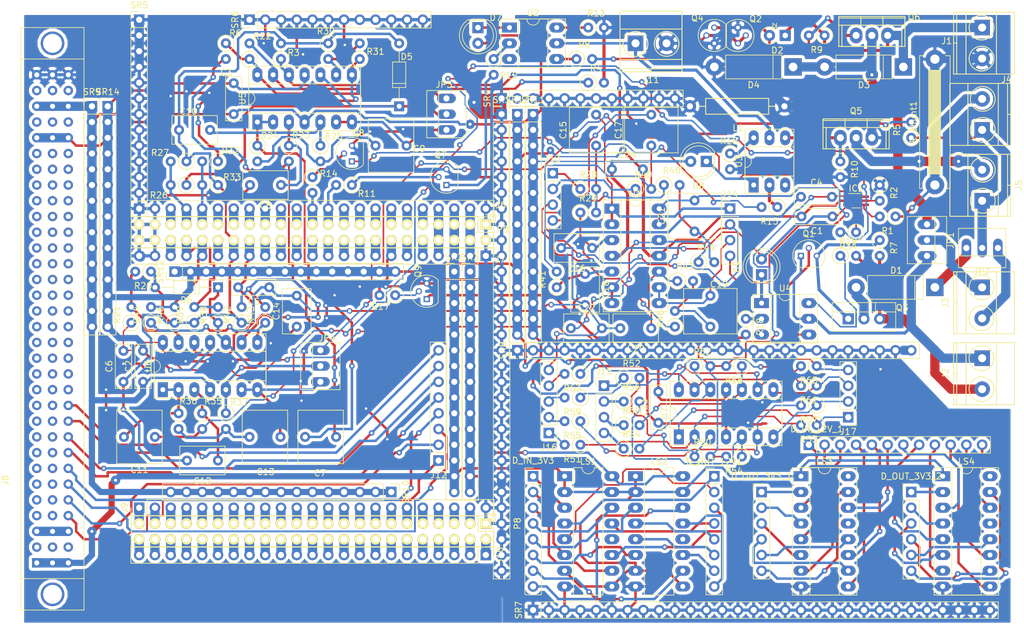
<source format=kicad_pcb>
(kicad_pcb (version 4) (host pcbnew 4.0.6-e0-6349~53~ubuntu14.04.1)
  (layers (0 F.Cu signal) (31 B.Cu signal) (34 B.Paste user) (35 F.Paste user) (36 B.SilkS user) (37 F.SilkS user) (38 B.Mask user) (39 F.Mask user) (44 Edge.Cuts user))
  (net 0 "")
  (net 1 +3V3)
  (net 2 +5V)
  (net 3 VDD_ADC)
  (net 4 OPAMP_Vss)
  (net 5 OPAMP_Vdd)
  (net 6 "Net-(D2-Pad2)")
  (net 7 "/Input Amplifier/V_cap")
  (net 8 "Net-(D1-Pad2)")
  (net 9 "Net-(J3-Pad2)")
  (net 10 "/Input Amplifier/I_sense")
  (net 11 /Beagle/Charge)
  (net 12 /Beagle/Discharge)
  (net 13 /Beagle/Bedini)
  (net 14 "Net-(C7-Pad1)")
  (net 15 "Net-(C8-Pad1)")
  (net 16 "Net-(C9-Pad1)")
  (net 17 "/Input Amplifier/Is_x_5")
  (net 18 "Net-(C10-Pad1)")
  (net 19 "Net-(C11-Pad1)")
  (net 20 "Net-(C9-Pad2)")
  (net 21 "Net-(C12-Pad1)")
  (net 22 "Net-(C13-Pad1)")
  (net 23 "Net-(C14-Pad1)")
  (net 24 "Net-(C13-Pad2)")
  (net 25 /Beagle/AIN3)
  (net 26 /Beagle/AIN6)
  (net 27 /Beagle/AIN0)
  (net 28 /Beagle/AIN1)
  (net 29 /Beagle/AIN4)
  (net 30 /Beagle/AIN2)
  (net 31 /Beagle/AIN5)
  (net 32 /Beagle/GPIO_20)
  (net 33 "Net-(J6-Pad8)")
  (net 34 "Net-(J6-Pad9)")
  (net 35 "Net-(J6-Pad10)")
  (net 36 "Net-(J6-Pad11)")
  (net 37 "Net-(J6-Pad14)")
  (net 38 "Net-(J6-Pad15)")
  (net 39 "Net-(J9-Pad1)")
  (net 40 "Net-(J9-Pad2)")
  (net 41 "Net-(J9-Pad3)")
  (net 42 "Net-(J9-Pad4)")
  (net 43 "Net-(J9-Pad5)")
  (net 44 "Net-(J9-Pad6)")
  (net 45 "Net-(J9-Pad7)")
  (net 46 "Net-(J9-Pad8)")
  (net 47 "Net-(J9-Pad9)")
  (net 48 "Net-(J9-Pad10)")
  (net 49 "Net-(J9-Pad11)")
  (net 50 "Net-(J9-Pad12)")
  (net 51 "Net-(J9-Pad13)")
  (net 52 "Net-(J9-Pad16)")
  (net 53 "Net-(J9-Pad17)")
  (net 54 "Net-(J9-Pad18)")
  (net 55 "Net-(J9-Pad19)")
  (net 56 "Net-(J9-Pad20)")
  (net 57 "Net-(J9-Pad21)")
  (net 58 "Net-(J9-Pad22)")
  (net 59 "Net-(C7-Pad2)")
  (net 60 "Net-(C11-Pad2)")
  (net 61 "/Power Electronics/+300V_PWR")
  (net 62 GNDPWR)
  (net 63 "/Power Electronics/DischargeOpto/OUT_Emitter")
  (net 64 "/Power Electronics/BediniOpto/OUT_Emitter")
  (net 65 "/Power Electronics/ChargeOpto/OUT_Emitter")
  (net 66 GNDA_ADC)
  (net 67 -5V)
  (net 68 /Beagle/PWR_BUT)
  (net 69 /Beagle/SYS_RESETN)
  (net 70 GNDD)
  (net 71 SYS_5V)
  (net 72 "Net-(D1-Pad1)")
  (net 73 "Net-(D3-Pad2)")
  (net 74 "/Input Amplifier/IC1_IN_POS")
  (net 75 "/Input Amplifier/IC1_IN_NEG")
  (net 76 "Net-(J3-Pad1)")
  (net 77 "Net-(J5-Pad2)")
  (net 78 "Net-(J6-Pad16)")
  (net 79 "Net-(J6-Pad17)")
  (net 80 "Net-(J6-Pad18)")
  (net 81 "Net-(J7-Pad6)")
  (net 82 "Net-(J7-Pad8)")
  (net 83 "Net-(J7-Pad9)")
  (net 84 "Net-(J7-Pad10)")
  (net 85 "Net-(J7-Pad11)")
  (net 86 "Net-(J7-Pad12)")
  (net 87 "Net-(J7-Pad13)")
  (net 88 "Net-(J7-Pad14)")
  (net 89 "Net-(J7-Pad15)")
  (net 90 "Net-(J10-Pad1)")
  (net 91 "Net-(J10-Pad2)")
  (net 92 "Net-(J10-Pad3)")
  (net 93 "Net-(J10-Pad4)")
  (net 94 "Net-(J10-Pad5)")
  (net 95 "Net-(J10-Pad6)")
  (net 96 "Net-(J10-Pad7)")
  (net 97 "Net-(J10-Pad8)")
  (net 98 "Net-(J10-Pad9)")
  (net 99 "Net-(J10-Pad10)")
  (net 100 "Net-(J10-Pad11)")
  (net 101 "Net-(J10-Pad12)")
  (net 102 "Net-(J10-Pad13)")
  (net 103 "Net-(J10-Pad14)")
  (net 104 "Net-(J10-Pad15)")
  (net 105 "Net-(J10-Pad16)")
  (net 106 "Net-(J10-Pad17)")
  (net 107 "Net-(J10-Pad18)")
  (net 108 "Net-(J10-Pad19)")
  (net 109 "Net-(J10-Pad20)")
  (net 110 "Net-(J10-Pad21)")
  (net 111 "Net-(J10-Pad22)")
  (net 112 "Net-(J10-Pad23)")
  (net 113 "/Input Amplifier/V_cap_div_100")
  (net 114 "Net-(Q1-Pad3)")
  (net 115 "Net-(Q2-Pad2)")
  (net 116 "Net-(Q7-Pad2)")
  (net 117 "Net-(Q7-Pad1)")
  (net 118 "Net-(Q8-Pad2)")
  (net 119 "Net-(Q8-Pad1)")
  (net 120 "Net-(Q9-Pad2)")
  (net 121 "Net-(Q9-Pad1)")
  (net 122 "Net-(R3-Pad1)")
  (net 123 "Net-(R4-Pad1)")
  (net 124 "Net-(R12-Pad1)")
  (net 125 "Net-(R13-Pad1)")
  (net 126 "Net-(R15-Pad1)")
  (net 127 "Net-(R16-Pad1)")
  (net 128 "Net-(R18-Pad1)")
  (net 129 "Net-(R19-Pad1)")
  (net 130 "Net-(R31-Pad1)")
  (net 131 "Net-(R43-Pad1)")
  (net 132 /Beagle/GPIO_7)
  (net 133 "Net-(J9-Pad14)")
  (net 134 "Net-(J9-Pad15)")
  (net 135 "Net-(D5-Pad1)")
  (net 136 "Net-(D6-Pad1)")
  (net 137 "Net-(R20-Pad2)")
  (net 138 +12VA)
  (net 139 "Net-(R30-Pad2)")
  (net 140 "Net-(R42-Pad2)")
  (net 141 "/Power Electronics/Bedini+12V")
  (net 142 "/Power Electronics/Bedini_GND")
  (net 143 "Net-(D7-Pad1)")
  (net 144 "Net-(D8-Pad1)")
  (net 145 "Net-(D9-Pad1)")
  (net 146 /Beagle/C4)
  (net 147 /Beagle/C5)
  (net 148 /Beagle/C6)
  (net 149 /Beagle/C7)
  (net 150 /Beagle/C8)
  (net 151 /Beagle/C9)
  (net 152 /Beagle/C10)
  (net 153 /Beagle/C11)
  (net 154 "Net-(D_OUT_3V3_1-Pad1)")
  (net 155 "Net-(D_OUT_3V3_1-Pad2)")
  (net 156 "Net-(D_OUT_3V3_1-Pad3)")
  (net 157 "Net-(D_OUT_3V3_1-Pad4)")
  (net 158 "Net-(D_OUT_3V3_1-Pad5)")
  (net 159 "Net-(D_OUT_3V3_1-Pad6)")
  (net 160 "Net-(D_OUT_3V3_2-Pad1)")
  (net 161 "Net-(D_OUT_3V3_2-Pad2)")
  (net 162 "Net-(D_OUT_3V3_2-Pad3)")
  (net 163 "Net-(D_OUT_3V3_2-Pad4)")
  (net 164 "Net-(D_OUT_3V3_2-Pad5)")
  (net 165 "Net-(D_OUT_3V3_2-Pad6)")
  (net 166 /experimental/A1)
  (net 167 /experimental/B1)
  (net 168 /experimental/C1)
  (net 169 /experimental/D1)
  (net 170 /experimental/A2)
  (net 171 /experimental/B2)
  (net 172 /experimental/C2)
  (net 173 /experimental/D2)
  (net 174 /experimental/E1)
  (net 175 /experimental/F1)
  (net 176 /experimental/G1)
  (net 177 /experimental/H1)
  (net 178 /experimental/E2)
  (net 179 /experimental/F2)
  (net 180 /experimental/G2)
  (net 181 /experimental/H2)
  (net 182 /experimental/1A1)
  (net 183 /experimental/1A2)
  (net 184 /experimental/1A3)
  (net 185 /experimental/1A4)
  (net 186 /experimental/1A5)
  (net 187 /experimental/1A6)
  (net 188 /experimental/2A1)
  (net 189 /experimental/2A2)
  (net 190 /experimental/2A3)
  (net 191 /experimental/2A4)
  (net 192 /experimental/2A5)
  (net 193 /experimental/2A6)
  (net 194 "Net-(C15-Pad1)")
  (net 195 "/Analog Experimental/Filter1/V_out")
  (net 196 "Net-(C16-Pad1)")
  (net 197 "Net-(C17-Pad1)")
  (net 198 "/Analog Experimental/Filter2/V_out")
  (net 199 "Net-(C18-Pad1)")
  (net 200 "/Analog Experimental/Filter1/V_in")
  (net 201 "/Analog Experimental/Filter2/V_in")
  (net 202 "Net-(C19-Pad1)")
  (net 203 "/Analog Experimental/Filter3/V_out")
  (net 204 "Net-(C20-Pad1)")
  (net 205 "/Analog Experimental/Filter3/V_in")
  (net 206 "Net-(C21-Pad1)")
  (net 207 "/Analog Experimental/Filter4/V_out")
  (net 208 "Net-(C22-Pad1)")
  (net 209 "/Analog Experimental/Filter4/V_in")
  (net 210 "/Analog Experimental/V_ref")
  (net 211 "/Analog Experimental/Amp1/V_in+")
  (net 212 "/Analog Experimental/Amp1/V_out")
  (net 213 "Net-(R50-Pad1)")
  (net 214 "Net-(R51-Pad1)")
  (net 215 "/Analog Experimental/Amp1/V_in-")
  (net 216 "/Analog Experimental/Amp2/V_in+")
  (net 217 "/Analog Experimental/Amp3/V_in+")
  (net 218 "/Analog Experimental/Amp4/V_in+")
  (net 219 "/Analog Experimental/Amp2/V_in-")
  (net 220 "/Analog Experimental/Amp3/V_in-")
  (net 221 "/Analog Experimental/Amp4/V_in-")
  (net 222 "/Analog Experimental/Amp2/V_out")
  (net 223 "/Analog Experimental/Amp3/V_out")
  (net 224 "/Analog Experimental/Amp4/V_out")
  (net 225 "Net-(R54-Pad1)")
  (net 226 "Net-(R55-Pad1)")
  (net 227 "Net-(R58-Pad1)")
  (net 228 "Net-(R59-Pad1)")
  (net 229 "Net-(R62-Pad1)")
  (net 230 "Net-(R63-Pad1)")
  (module Resistors_THT:R_Axial_DIN0207_L6.3mm_D2.5mm_P2.54mm_Vertical (layer F.Cu) (at 125.095 101.6)
    (fp_text reference R62 (at 1.27 -2.31) (layer F.SilkS))
    (fp_text value 3456)
    (pad 1 thru_hole circle (at 0 0) (size 1.6 1.6) (drill 0.8) (layers *.Cu *.Mask) (net 229 "Net-(R62-Pad1)"))
    (pad 2 thru_hole oval (at 2.54 0) (size 1.6 1.6) (drill 0.8) (layers *.Cu *.Mask) (net 210 "/Analog Experimental/V_ref"))
  )
  (module Capacitors_THT:C_Rect_L7.0mm_W2.5mm_P5.00mm (layer F.Cu) (at 119.253 110.744 90)
    (fp_text reference C23 (at 2.5 -2.31 90) (layer F.SilkS))
    (fp_text value 100n)
    (pad 1 thru_hole circle (at 0 0 90) (size 1.6 1.6) (drill 0.8) (layers *.Cu *.Mask) (net 4 OPAMP_Vss))
    (pad 2 thru_hole circle (at 5 0 90) (size 1.6 1.6) (drill 0.8) (layers *.Cu *.Mask) (net 5 OPAMP_Vdd))
  )
  (module Capacitors_THT:C_Rect_L7.2mm_W4.5mm_P5.00mm_FKS2_FKP2_MKS2_MKP2 (layer F.Cu) (at 105.156 95.504)
    (fp_text reference C22 (at 2.5 -3.31) (layer F.SilkS))
    (fp_text value 1n)
    (pad 1 thru_hole circle (at 0 0) (size 1.6 1.6) (drill 0.8) (layers *.Cu *.Mask) (net 208 "Net-(C22-Pad1)"))
    (pad 2 thru_hole circle (at 5 0) (size 1.6 1.6) (drill 0.8) (layers *.Cu *.Mask) (net 66 GNDA_ADC))
  )
  (module Housings_DIP:DIP-14_W7.62mm_Socket_LongPads (layer F.Cu) (at 111.76 76.2)
    (fp_text reference U1 (at 3.81 -2.39) (layer F.SilkS))
    (fp_text value LM2902N)
    (pad 1 thru_hole rect (at 0 0) (size 2.4 1.6) (drill 0.8) (layers *.Cu *.Mask) (net 195 "/Analog Experimental/Filter1/V_out"))
    (pad 8 thru_hole oval (at 7.62 15.24) (size 2.4 1.6) (drill 0.8) (layers *.Cu *.Mask) (net 203 "/Analog Experimental/Filter3/V_out"))
    (pad 2 thru_hole oval (at 0 2.54) (size 2.4 1.6) (drill 0.8) (layers *.Cu *.Mask) (net 195 "/Analog Experimental/Filter1/V_out"))
    (pad 9 thru_hole oval (at 7.62 12.7) (size 2.4 1.6) (drill 0.8) (layers *.Cu *.Mask) (net 203 "/Analog Experimental/Filter3/V_out"))
    (pad 3 thru_hole oval (at 0 5.08) (size 2.4 1.6) (drill 0.8) (layers *.Cu *.Mask) (net 196 "Net-(C16-Pad1)"))
    (pad 10 thru_hole oval (at 7.62 10.16) (size 2.4 1.6) (drill 0.8) (layers *.Cu *.Mask) (net 204 "Net-(C20-Pad1)"))
    (pad 4 thru_hole oval (at 0 7.62) (size 2.4 1.6) (drill 0.8) (layers *.Cu *.Mask) (net 4 OPAMP_Vss))
    (pad 11 thru_hole oval (at 7.62 7.62) (size 2.4 1.6) (drill 0.8) (layers *.Cu *.Mask) (net 5 OPAMP_Vdd))
    (pad 5 thru_hole oval (at 0 10.16) (size 2.4 1.6) (drill 0.8) (layers *.Cu *.Mask) (net 199 "Net-(C18-Pad1)"))
    (pad 12 thru_hole oval (at 7.62 5.08) (size 2.4 1.6) (drill 0.8) (layers *.Cu *.Mask) (net 208 "Net-(C22-Pad1)"))
    (pad 6 thru_hole oval (at 0 12.7) (size 2.4 1.6) (drill 0.8) (layers *.Cu *.Mask) (net 198 "/Analog Experimental/Filter2/V_out"))
    (pad 13 thru_hole oval (at 7.62 2.54) (size 2.4 1.6) (drill 0.8) (layers *.Cu *.Mask) (net 207 "/Analog Experimental/Filter4/V_out"))
    (pad 7 thru_hole oval (at 0 15.24) (size 2.4 1.6) (drill 0.8) (layers *.Cu *.Mask) (net 198 "/Analog Experimental/Filter2/V_out"))
    (pad 14 thru_hole oval (at 7.62 0) (size 2.4 1.6) (drill 0.8) (layers *.Cu *.Mask) (net 207 "/Analog Experimental/Filter4/V_out"))
  )
  (module Capacitors_THT:C_Rect_L7.2mm_W8.5mm_P5.00mm_FKP2_FKP2_MKS2_MKP2 (layer F.Cu) (at 109.22 66.04 90)
    (fp_text reference C15 (at 2.5 -5.31 90) (layer F.SilkS))
    (fp_text value 10n)
    (pad 1 thru_hole circle (at 0 0 90) (size 1.6 1.6) (drill 0.8) (layers *.Cu *.Mask) (net 194 "Net-(C15-Pad1)"))
    (pad 2 thru_hole circle (at 5 0 90) (size 1.6 1.6) (drill 0.8) (layers *.Cu *.Mask) (net 195 "/Analog Experimental/Filter1/V_out"))
  )
  (module Resistors_THT:R_Axial_DIN0207_L6.3mm_D2.5mm_P2.54mm_Vertical (layer F.Cu) (at 120.142 72.39)
    (fp_text reference R48 (at 1.27 -2.31) (layer F.SilkS))
    (fp_text value 453)
    (pad 1 thru_hole circle (at 0 0) (size 1.6 1.6) (drill 0.8) (layers *.Cu *.Mask) (net 209 "/Analog Experimental/Filter4/V_in"))
    (pad 2 thru_hole oval (at 2.54 0) (size 1.6 1.6) (drill 0.8) (layers *.Cu *.Mask) (net 206 "Net-(C21-Pad1)"))
  )
  (module Housings_DIP:DIP-14_W7.62mm_Socket_LongPads (layer F.Cu) (at 54.61 62.23 90)
    (fp_text reference U5 (at 3.81 -2.39 90) (layer F.SilkS))
    (fp_text value LM2902N)
    (pad 1 thru_hole rect (at 0 0 90) (size 2.4 1.6) (drill 0.8) (layers *.Cu *.Mask) (net 59 "Net-(C7-Pad2)"))
    (pad 8 thru_hole oval (at 7.62 15.24 90) (size 2.4 1.6) (drill 0.8) (layers *.Cu *.Mask) (net 130 "Net-(R31-Pad1)"))
    (pad 2 thru_hole oval (at 0 2.54 90) (size 2.4 1.6) (drill 0.8) (layers *.Cu *.Mask) (net 59 "Net-(C7-Pad2)"))
    (pad 9 thru_hole oval (at 7.62 12.7 90) (size 2.4 1.6) (drill 0.8) (layers *.Cu *.Mask) (net 139 "Net-(R30-Pad2)"))
    (pad 3 thru_hole oval (at 0 5.08 90) (size 2.4 1.6) (drill 0.8) (layers *.Cu *.Mask) (net 15 "Net-(C8-Pad1)"))
    (pad 10 thru_hole oval (at 7.62 10.16 90) (size 2.4 1.6) (drill 0.8) (layers *.Cu *.Mask) (net 135 "Net-(D5-Pad1)"))
    (pad 4 thru_hole oval (at 0 7.62 90) (size 2.4 1.6) (drill 0.8) (layers *.Cu *.Mask) (net 4 OPAMP_Vss))
    (pad 11 thru_hole oval (at 7.62 7.62 90) (size 2.4 1.6) (drill 0.8) (layers *.Cu *.Mask) (net 5 OPAMP_Vdd))
    (pad 5 thru_hole oval (at 0 10.16 90) (size 2.4 1.6) (drill 0.8) (layers *.Cu *.Mask) (net 18 "Net-(C10-Pad1)"))
    (pad 12 thru_hole oval (at 7.62 5.08 90) (size 2.4 1.6) (drill 0.8) (layers *.Cu *.Mask) (net 122 "Net-(R3-Pad1)"))
    (pad 6 thru_hole oval (at 0 12.7 90) (size 2.4 1.6) (drill 0.8) (layers *.Cu *.Mask) (net 20 "Net-(C9-Pad2)"))
    (pad 13 thru_hole oval (at 7.62 2.54 90) (size 2.4 1.6) (drill 0.8) (layers *.Cu *.Mask) (net 123 "Net-(R4-Pad1)"))
    (pad 7 thru_hole oval (at 0 15.24 90) (size 2.4 1.6) (drill 0.8) (layers *.Cu *.Mask) (net 20 "Net-(C9-Pad2)"))
    (pad 14 thru_hole oval (at 7.62 0 90) (size 2.4 1.6) (drill 0.8) (layers *.Cu *.Mask) (net 113 "/Input Amplifier/V_cap_div_100"))
  )
  (module Pin_Headers:Pin_Header_Straight_1x15_Pitch2.54mm (layer F.Cu) (at 76.2 121.92 270)
    (fp_text reference SR10 (at 0 -2.33 270) (layer F.SilkS))
    (fp_text value CONN_01X15)
    (pad 1 thru_hole rect (at 0 0 270) (size 1.7 1.7) (drill 1) (layers *.Cu *.Mask) (net 4 OPAMP_Vss))
    (pad 2 thru_hole oval (at 0 2.54 270) (size 1.7 1.7) (drill 1) (layers *.Cu *.Mask) (net 4 OPAMP_Vss))
    (pad 3 thru_hole oval (at 0 5.08 270) (size 1.7 1.7) (drill 1) (layers *.Cu *.Mask) (net 4 OPAMP_Vss))
    (pad 4 thru_hole oval (at 0 7.62 270) (size 1.7 1.7) (drill 1) (layers *.Cu *.Mask) (net 4 OPAMP_Vss))
    (pad 5 thru_hole oval (at 0 10.16 270) (size 1.7 1.7) (drill 1) (layers *.Cu *.Mask) (net 4 OPAMP_Vss))
    (pad 6 thru_hole oval (at 0 12.7 270) (size 1.7 1.7) (drill 1) (layers *.Cu *.Mask) (net 4 OPAMP_Vss))
    (pad 7 thru_hole oval (at 0 15.24 270) (size 1.7 1.7) (drill 1) (layers *.Cu *.Mask) (net 4 OPAMP_Vss))
    (pad 8 thru_hole oval (at 0 17.78 270) (size 1.7 1.7) (drill 1) (layers *.Cu *.Mask) (net 4 OPAMP_Vss))
    (pad 9 thru_hole oval (at 0 20.32 270) (size 1.7 1.7) (drill 1) (layers *.Cu *.Mask) (net 4 OPAMP_Vss))
    (pad 10 thru_hole oval (at 0 22.86 270) (size 1.7 1.7) (drill 1) (layers *.Cu *.Mask) (net 4 OPAMP_Vss))
    (pad 11 thru_hole oval (at 0 25.4 270) (size 1.7 1.7) (drill 1) (layers *.Cu *.Mask) (net 4 OPAMP_Vss))
    (pad 12 thru_hole oval (at 0 27.94 270) (size 1.7 1.7) (drill 1) (layers *.Cu *.Mask) (net 4 OPAMP_Vss))
    (pad 13 thru_hole oval (at 0 30.48 270) (size 1.7 1.7) (drill 1) (layers *.Cu *.Mask) (net 4 OPAMP_Vss))
    (pad 14 thru_hole oval (at 0 33.02 270) (size 1.7 1.7) (drill 1) (layers *.Cu *.Mask) (net 4 OPAMP_Vss))
    (pad 15 thru_hole oval (at 0 35.56 270) (size 1.7 1.7) (drill 1) (layers *.Cu *.Mask) (net 4 OPAMP_Vss))
  )
  (module Pin_Headers:Pin_Header_Straight_1x26_Pitch2.54mm (layer F.Cu) (at 96.52 99.06 90)
    (fp_text reference SR8 (at 0 -2.33 90) (layer F.SilkS))
    (fp_text value CONN_01X26)
    (pad 1 thru_hole rect (at 0 0 90) (size 1.7 1.7) (drill 1) (layers *.Cu *.Mask) (net 70 GNDD))
    (pad 2 thru_hole oval (at 0 2.54 90) (size 1.7 1.7) (drill 1) (layers *.Cu *.Mask) (net 70 GNDD))
    (pad 3 thru_hole oval (at 0 5.08 90) (size 1.7 1.7) (drill 1) (layers *.Cu *.Mask) (net 70 GNDD))
    (pad 4 thru_hole oval (at 0 7.62 90) (size 1.7 1.7) (drill 1) (layers *.Cu *.Mask) (net 70 GNDD))
    (pad 5 thru_hole oval (at 0 10.16 90) (size 1.7 1.7) (drill 1) (layers *.Cu *.Mask) (net 70 GNDD))
    (pad 6 thru_hole oval (at 0 12.7 90) (size 1.7 1.7) (drill 1) (layers *.Cu *.Mask) (net 70 GNDD))
    (pad 7 thru_hole oval (at 0 15.24 90) (size 1.7 1.7) (drill 1) (layers *.Cu *.Mask) (net 70 GNDD))
    (pad 8 thru_hole oval (at 0 17.78 90) (size 1.7 1.7) (drill 1) (layers *.Cu *.Mask) (net 70 GNDD))
    (pad 9 thru_hole oval (at 0 20.32 90) (size 1.7 1.7) (drill 1) (layers *.Cu *.Mask) (net 70 GNDD))
    (pad 10 thru_hole oval (at 0 22.86 90) (size 1.7 1.7) (drill 1) (layers *.Cu *.Mask) (net 70 GNDD))
    (pad 11 thru_hole oval (at 0 25.4 90) (size 1.7 1.7) (drill 1) (layers *.Cu *.Mask) (net 70 GNDD))
    (pad 12 thru_hole oval (at 0 27.94 90) (size 1.7 1.7) (drill 1) (layers *.Cu *.Mask) (net 70 GNDD))
    (pad 13 thru_hole oval (at 0 30.48 90) (size 1.7 1.7) (drill 1) (layers *.Cu *.Mask) (net 70 GNDD))
    (pad 14 thru_hole oval (at 0 33.02 90) (size 1.7 1.7) (drill 1) (layers *.Cu *.Mask) (net 70 GNDD))
    (pad 15 thru_hole oval (at 0 35.56 90) (size 1.7 1.7) (drill 1) (layers *.Cu *.Mask) (net 70 GNDD))
    (pad 16 thru_hole oval (at 0 38.1 90) (size 1.7 1.7) (drill 1) (layers *.Cu *.Mask) (net 70 GNDD))
    (pad 17 thru_hole oval (at 0 40.64 90) (size 1.7 1.7) (drill 1) (layers *.Cu *.Mask) (net 70 GNDD))
    (pad 18 thru_hole oval (at 0 43.18 90) (size 1.7 1.7) (drill 1) (layers *.Cu *.Mask) (net 70 GNDD))
    (pad 19 thru_hole oval (at 0 45.72 90) (size 1.7 1.7) (drill 1) (layers *.Cu *.Mask) (net 70 GNDD))
    (pad 20 thru_hole oval (at 0 48.26 90) (size 1.7 1.7) (drill 1) (layers *.Cu *.Mask) (net 70 GNDD))
    (pad 21 thru_hole oval (at 0 50.8 90) (size 1.7 1.7) (drill 1) (layers *.Cu *.Mask) (net 70 GNDD))
    (pad 22 thru_hole oval (at 0 53.34 90) (size 1.7 1.7) (drill 1) (layers *.Cu *.Mask) (net 70 GNDD))
    (pad 23 thru_hole oval (at 0 55.88 90) (size 1.7 1.7) (drill 1) (layers *.Cu *.Mask) (net 70 GNDD))
    (pad 24 thru_hole oval (at 0 58.42 90) (size 1.7 1.7) (drill 1) (layers *.Cu *.Mask) (net 70 GNDD))
    (pad 25 thru_hole oval (at 0 60.96 90) (size 1.7 1.7) (drill 1) (layers *.Cu *.Mask) (net 70 GNDD))
    (pad 26 thru_hole oval (at 0 63.5 90) (size 1.7 1.7) (drill 1) (layers *.Cu *.Mask) (net 70 GNDD))
  )
  (module Pin_Headers:Pin_Header_Straight_1x08_Pitch2.54mm (layer F.Cu) (at 83.82 116.84 180)
    (fp_text reference J12 (at 0 -2.33 180) (layer F.SilkS))
    (fp_text value CONN_01X08)
    (pad 1 thru_hole rect (at 0 0 180) (size 1.7 1.7) (drill 1) (layers *.Cu *.Mask) (net 146 /Beagle/C4))
    (pad 2 thru_hole oval (at 0 2.54 180) (size 1.7 1.7) (drill 1) (layers *.Cu *.Mask) (net 147 /Beagle/C5))
    (pad 3 thru_hole oval (at 0 5.08 180) (size 1.7 1.7) (drill 1) (layers *.Cu *.Mask) (net 148 /Beagle/C6))
    (pad 4 thru_hole oval (at 0 7.62 180) (size 1.7 1.7) (drill 1) (layers *.Cu *.Mask) (net 149 /Beagle/C7))
    (pad 5 thru_hole oval (at 0 10.16 180) (size 1.7 1.7) (drill 1) (layers *.Cu *.Mask) (net 150 /Beagle/C8))
    (pad 6 thru_hole oval (at 0 12.7 180) (size 1.7 1.7) (drill 1) (layers *.Cu *.Mask) (net 151 /Beagle/C9))
    (pad 7 thru_hole oval (at 0 15.24 180) (size 1.7 1.7) (drill 1) (layers *.Cu *.Mask) (net 152 /Beagle/C10))
    (pad 8 thru_hole oval (at 0 17.78 180) (size 1.7 1.7) (drill 1) (layers *.Cu *.Mask) (net 153 /Beagle/C11))
  )
  (module Connectors:C96ABCMD (layer F.Cu) (at 19.05 133.35 90)
    (fp_text reference J8 (at 13.33 -5.08 90) (layer F.SilkS))
    (fp_text value C96ABC)
    (pad 65 thru_hole circle (at -5.08 2.54 90) (size 3.81 3.81) (drill 3.05) (layers *.Cu *.Mask))
    (pad 66 thru_hole circle (at 83.82 2.54 90) (size 3.81 3.81) (drill 3.05) (layers *.Cu *.Mask))
    (pad A3 thru_hole circle (at 5.08 0 90) (size 1.52 1.52) (drill 0.81) (layers *.Cu *.Mask) (net 67 -5V))
    (pad A4 thru_hole circle (at 7.62 0 90) (size 1.52 1.52) (drill 0.81) (layers *.Cu *.Mask))
    (pad A5 thru_hole circle (at 10.16 0 90) (size 1.52 1.52) (drill 0.81) (layers *.Cu *.Mask))
    (pad A6 thru_hole circle (at 12.7 0 90) (size 1.52 1.52) (drill 0.81) (layers *.Cu *.Mask))
    (pad A7 thru_hole circle (at 15.24 0 90) (size 1.52 1.52) (drill 0.81) (layers *.Cu *.Mask))
    (pad A8 thru_hole circle (at 17.78 0 90) (size 1.52 1.52) (drill 0.81) (layers *.Cu *.Mask))
    (pad A9 thru_hole circle (at 20.32 0 90) (size 1.52 1.52) (drill 0.81) (layers *.Cu *.Mask))
    (pad A10 thru_hole circle (at 22.86 0 90) (size 1.52 1.52) (drill 0.81) (layers *.Cu *.Mask))
    (pad A11 thru_hole circle (at 25.4 0 90) (size 1.52 1.52) (drill 0.81) (layers *.Cu *.Mask))
    (pad A12 thru_hole circle (at 27.94 0 90) (size 1.52 1.52) (drill 0.81) (layers *.Cu *.Mask))
    (pad A13 thru_hole circle (at 30.48 0 90) (size 1.52 1.52) (drill 0.81) (layers *.Cu *.Mask))
    (pad A14 thru_hole circle (at 33.02 0 90) (size 1.52 1.52) (drill 0.81) (layers *.Cu *.Mask))
    (pad A15 thru_hole circle (at 35.56 0 90) (size 1.52 1.52) (drill 0.81) (layers *.Cu *.Mask))
    (pad A16 thru_hole circle (at 38.1 0 90) (size 1.52 1.52) (drill 0.81) (layers *.Cu *.Mask))
    (pad A17 thru_hole circle (at 40.64 0 90) (size 1.52 1.52) (drill 0.81) (layers *.Cu *.Mask))
    (pad A18 thru_hole circle (at 43.18 0 90) (size 1.52 1.52) (drill 0.81) (layers *.Cu *.Mask))
    (pad A19 thru_hole circle (at 45.72 0 90) (size 1.52 1.52) (drill 0.81) (layers *.Cu *.Mask))
    (pad A20 thru_hole circle (at 48.26 0 90) (size 1.52 1.52) (drill 0.81) (layers *.Cu *.Mask))
    (pad A21 thru_hole circle (at 50.8 0 90) (size 1.52 1.52) (drill 0.81) (layers *.Cu *.Mask))
    (pad A22 thru_hole circle (at 53.34 0 90) (size 1.52 1.52) (drill 0.81) (layers *.Cu *.Mask))
    (pad A23 thru_hole circle (at 55.88 0 90) (size 1.52 1.52) (drill 0.81) (layers *.Cu *.Mask))
    (pad A24 thru_hole circle (at 58.42 0 90) (size 1.52 1.52) (drill 0.81) (layers *.Cu *.Mask))
    (pad A25 thru_hole circle (at 60.96 0 90) (size 1.52 1.52) (drill 0.81) (layers *.Cu *.Mask))
    (pad A26 thru_hole circle (at 63.5 0 90) (size 1.52 1.52) (drill 0.81) (layers *.Cu *.Mask))
    (pad A27 thru_hole circle (at 66.04 0 90) (size 1.52 1.52) (drill 0.81) (layers *.Cu *.Mask))
    (pad A28 thru_hole circle (at 68.58 0 90) (size 1.52 1.52) (drill 0.81) (layers *.Cu *.Mask) (net 5 OPAMP_Vdd))
    (pad A29 thru_hole circle (at 71.12 0 90) (size 1.52 1.52) (drill 0.81) (layers *.Cu *.Mask))
    (pad A30 thru_hole circle (at 73.66 0 90) (size 1.52 1.52) (drill 0.81) (layers *.Cu *.Mask) (net 4 OPAMP_Vss))
    (pad A31 thru_hole circle (at 76.2 0 90) (size 1.52 1.52) (drill 0.81) (layers *.Cu *.Mask))
    (pad A32 thru_hole circle (at 78.74 0 90) (size 1.52 1.52) (drill 0.81) (layers *.Cu *.Mask) (net 70 GNDD))
    (pad A2 thru_hole circle (at 2.54 0 90) (size 1.52 1.52) (drill 0.81) (layers *.Cu *.Mask))
    (pad A1 thru_hole rect (at 0 0 90) (size 1.52 1.52) (drill 0.81) (layers *.Cu *.Mask) (net 2 +5V))
    (pad B1 thru_hole circle (at 0 2.54 90) (size 1.52 1.52) (drill 0.81) (layers *.Cu *.Mask) (net 2 +5V))
    (pad B2 thru_hole circle (at 2.54 2.54 90) (size 1.52 1.52) (drill 0.81) (layers *.Cu *.Mask))
    (pad B3 thru_hole circle (at 5.08 2.54 90) (size 1.52 1.52) (drill 0.81) (layers *.Cu *.Mask) (net 67 -5V))
    (pad B4 thru_hole circle (at 7.62 2.54 90) (size 1.52 1.52) (drill 0.81) (layers *.Cu *.Mask))
    (pad B5 thru_hole circle (at 10.16 2.54 90) (size 1.52 1.52) (drill 0.81) (layers *.Cu *.Mask))
    (pad B6 thru_hole circle (at 12.7 2.54 90) (size 1.52 1.52) (drill 0.81) (layers *.Cu *.Mask))
    (pad B7 thru_hole circle (at 15.24 2.54 90) (size 1.52 1.52) (drill 0.81) (layers *.Cu *.Mask))
    (pad B8 thru_hole circle (at 17.78 2.54 90) (size 1.52 1.52) (drill 0.81) (layers *.Cu *.Mask))
    (pad B9 thru_hole circle (at 20.32 2.54 90) (size 1.52 1.52) (drill 0.81) (layers *.Cu *.Mask))
    (pad B10 thru_hole circle (at 22.86 2.54 90) (size 1.52 1.52) (drill 0.81) (layers *.Cu *.Mask))
    (pad B11 thru_hole circle (at 25.4 2.54 90) (size 1.52 1.52) (drill 0.81) (layers *.Cu *.Mask))
    (pad B12 thru_hole circle (at 27.94 2.54 90) (size 1.52 1.52) (drill 0.81) (layers *.Cu *.Mask))
    (pad B13 thru_hole circle (at 30.48 2.54 90) (size 1.52 1.52) (drill 0.81) (layers *.Cu *.Mask))
    (pad B14 thru_hole circle (at 33.02 2.54 90) (size 1.52 1.52) (drill 0.81) (layers *.Cu *.Mask))
    (pad B15 thru_hole circle (at 35.56 2.54 90) (size 1.52 1.52) (drill 0.81) (layers *.Cu *.Mask))
    (pad B16 thru_hole circle (at 38.1 2.54 90) (size 1.52 1.52) (drill 0.81) (layers *.Cu *.Mask))
    (pad B17 thru_hole circle (at 40.64 2.54 90) (size 1.52 1.52) (drill 0.81) (layers *.Cu *.Mask))
    (pad B18 thru_hole circle (at 43.18 2.54 90) (size 1.52 1.52) (drill 0.81) (layers *.Cu *.Mask))
    (pad B19 thru_hole circle (at 45.72 2.54 90) (size 1.52 1.52) (drill 0.81) (layers *.Cu *.Mask))
    (pad B20 thru_hole circle (at 48.26 2.54 90) (size 1.52 1.52) (drill 0.81) (layers *.Cu *.Mask))
    (pad B21 thru_hole circle (at 50.8 2.54 90) (size 1.52 1.52) (drill 0.81) (layers *.Cu *.Mask))
    (pad B22 thru_hole circle (at 53.34 2.54 90) (size 1.52 1.52) (drill 0.81) (layers *.Cu *.Mask))
    (pad B23 thru_hole circle (at 55.88 2.54 90) (size 1.52 1.52) (drill 0.81) (layers *.Cu *.Mask))
    (pad B24 thru_hole circle (at 58.42 2.54 90) (size 1.52 1.52) (drill 0.81) (layers *.Cu *.Mask))
    (pad B25 thru_hole circle (at 60.96 2.54 90) (size 1.52 1.52) (drill 0.81) (layers *.Cu *.Mask))
    (pad B26 thru_hole circle (at 63.5 2.54 90) (size 1.52 1.52) (drill 0.81) (layers *.Cu *.Mask))
    (pad B27 thru_hole circle (at 66.04 2.54 90) (size 1.52 1.52) (drill 0.81) (layers *.Cu *.Mask))
    (pad B28 thru_hole circle (at 68.58 2.54 90) (size 1.52 1.52) (drill 0.81) (layers *.Cu *.Mask) (net 5 OPAMP_Vdd))
    (pad B29 thru_hole circle (at 71.12 2.54 90) (size 1.52 1.52) (drill 0.81) (layers *.Cu *.Mask))
    (pad B30 thru_hole circle (at 73.66 2.54 90) (size 1.52 1.52) (drill 0.81) (layers *.Cu *.Mask) (net 4 OPAMP_Vss))
    (pad B31 thru_hole circle (at 76.2 2.54 90) (size 1.52 1.52) (drill 0.81) (layers *.Cu *.Mask))
    (pad B32 thru_hole circle (at 78.74 2.54 90) (size 1.52 1.52) (drill 0.81) (layers *.Cu *.Mask) (net 70 GNDD))
    (pad C1 thru_hole circle (at 0 5.08 90) (size 1.52 1.52) (drill 0.81) (layers *.Cu *.Mask) (net 2 +5V))
    (pad C2 thru_hole circle (at 2.54 5.08 90) (size 1.52 1.52) (drill 0.81) (layers *.Cu *.Mask))
    (pad C3 thru_hole circle (at 5.08 5.08 90) (size 1.52 1.52) (drill 0.81) (layers *.Cu *.Mask) (net 67 -5V))
    (pad C4 thru_hole circle (at 7.62 5.08 90) (size 1.52 1.52) (drill 0.81) (layers *.Cu *.Mask) (net 146 /Beagle/C4))
    (pad C5 thru_hole circle (at 10.16 5.08 90) (size 1.52 1.52) (drill 0.81) (layers *.Cu *.Mask) (net 147 /Beagle/C5))
    (pad C6 thru_hole circle (at 12.7 5.08 90) (size 1.52 1.52) (drill 0.81) (layers *.Cu *.Mask) (net 148 /Beagle/C6))
    (pad C7 thru_hole circle (at 15.24 5.08 90) (size 1.52 1.52) (drill 0.81) (layers *.Cu *.Mask) (net 149 /Beagle/C7))
    (pad C8 thru_hole circle (at 17.78 5.08 90) (size 1.52 1.52) (drill 0.81) (layers *.Cu *.Mask) (net 150 /Beagle/C8))
    (pad C9 thru_hole circle (at 20.32 5.08 90) (size 1.52 1.52) (drill 0.81) (layers *.Cu *.Mask) (net 151 /Beagle/C9))
    (pad C10 thru_hole circle (at 22.86 5.08 90) (size 1.52 1.52) (drill 0.81) (layers *.Cu *.Mask) (net 152 /Beagle/C10))
    (pad C11 thru_hole circle (at 25.4 5.08 90) (size 1.52 1.52) (drill 0.81) (layers *.Cu *.Mask) (net 153 /Beagle/C11))
    (pad C12 thru_hole circle (at 27.94 5.08 90) (size 1.52 1.52) (drill 0.81) (layers *.Cu *.Mask))
    (pad C13 thru_hole circle (at 30.48 5.08 90) (size 1.52 1.52) (drill 0.81) (layers *.Cu *.Mask))
    (pad C14 thru_hole circle (at 33.02 5.08 90) (size 1.52 1.52) (drill 0.81) (layers *.Cu *.Mask))
    (pad C15 thru_hole circle (at 35.56 5.08 90) (size 1.52 1.52) (drill 0.81) (layers *.Cu *.Mask))
    (pad C16 thru_hole circle (at 38.1 5.08 90) (size 1.52 1.52) (drill 0.81) (layers *.Cu *.Mask))
    (pad C17 thru_hole circle (at 40.64 5.08 90) (size 1.52 1.52) (drill 0.81) (layers *.Cu *.Mask))
    (pad C18 thru_hole circle (at 43.18 5.08 90) (size 1.52 1.52) (drill 0.81) (layers *.Cu *.Mask))
    (pad C19 thru_hole circle (at 45.72 5.08 90) (size 1.52 1.52) (drill 0.81) (layers *.Cu *.Mask))
    (pad C20 thru_hole circle (at 48.26 5.08 90) (size 1.52 1.52) (drill 0.81) (layers *.Cu *.Mask))
    (pad C21 thru_hole circle (at 50.8 5.08 90) (size 1.52 1.52) (drill 0.81) (layers *.Cu *.Mask))
    (pad C22 thru_hole circle (at 53.34 5.08 90) (size 1.52 1.52) (drill 0.81) (layers *.Cu *.Mask))
    (pad C23 thru_hole circle (at 55.88 5.08 90) (size 1.52 1.52) (drill 0.81) (layers *.Cu *.Mask))
    (pad C24 thru_hole circle (at 58.42 5.08 90) (size 1.52 1.52) (drill 0.81) (layers *.Cu *.Mask))
    (pad C25 thru_hole circle (at 60.96 5.08 90) (size 1.52 1.52) (drill 0.81) (layers *.Cu *.Mask))
    (pad C26 thru_hole circle (at 63.5 5.08 90) (size 1.52 1.52) (drill 0.81) (layers *.Cu *.Mask))
    (pad C27 thru_hole circle (at 66.04 5.08 90) (size 1.52 1.52) (drill 0.81) (layers *.Cu *.Mask))
    (pad C28 thru_hole circle (at 68.58 5.08 90) (size 1.52 1.52) (drill 0.81) (layers *.Cu *.Mask) (net 5 OPAMP_Vdd))
    (pad C29 thru_hole circle (at 71.12 5.08 90) (size 1.52 1.52) (drill 0.81) (layers *.Cu *.Mask))
    (pad C30 thru_hole circle (at 73.66 5.08 90) (size 1.52 1.52) (drill 0.81) (layers *.Cu *.Mask) (net 4 OPAMP_Vss))
    (pad C31 thru_hole circle (at 76.2 5.08 90) (size 1.52 1.52) (drill 0.81) (layers *.Cu *.Mask))
    (pad C32 thru_hole circle (at 78.74 5.08 90) (size 1.52 1.52) (drill 0.81) (layers *.Cu *.Mask) (net 70 GNDD))
  )
  (module Socket_BeagleBone_Black:Socket_BeagleBone_Black (layer F.Cu) (at 91.44 127 270)
    (fp_text reference P8 (at 0 -5.1 270) (layer F.SilkS))
    (fp_text value BeagleBone_Black_Header)
    (pad 1 thru_hole rect (at 0 0 270) (size 1.7272 1.7272) (drill 1.016) (layers *.Cu *.Mask F.SilkS) (net 70 GNDD))
    (pad 2 thru_hole oval (at 2.54 0 270) (size 1.7272 1.7272) (drill 1.016) (layers *.Cu *.Mask F.SilkS) (net 90 "Net-(J10-Pad1)"))
    (pad 3 thru_hole oval (at 0 2.54 270) (size 1.7272 1.7272) (drill 1.016) (layers *.Cu *.Mask F.SilkS) (net 58 "Net-(J9-Pad22)"))
    (pad 4 thru_hole oval (at 2.54 2.54 270) (size 1.7272 1.7272) (drill 1.016) (layers *.Cu *.Mask F.SilkS) (net 91 "Net-(J10-Pad2)"))
    (pad 5 thru_hole oval (at 0 5.08 270) (size 1.7272 1.7272) (drill 1.016) (layers *.Cu *.Mask F.SilkS) (net 57 "Net-(J9-Pad21)"))
    (pad 6 thru_hole oval (at 2.54 5.08 270) (size 1.7272 1.7272) (drill 1.016) (layers *.Cu *.Mask F.SilkS) (net 92 "Net-(J10-Pad3)"))
    (pad 7 thru_hole oval (at 0 7.62 270) (size 1.7272 1.7272) (drill 1.016) (layers *.Cu *.Mask F.SilkS) (net 56 "Net-(J9-Pad20)"))
    (pad 8 thru_hole oval (at 2.54 7.62 270) (size 1.7272 1.7272) (drill 1.016) (layers *.Cu *.Mask F.SilkS) (net 93 "Net-(J10-Pad4)"))
    (pad 9 thru_hole oval (at 0 10.16 270) (size 1.7272 1.7272) (drill 1.016) (layers *.Cu *.Mask F.SilkS) (net 55 "Net-(J9-Pad19)"))
    (pad 10 thru_hole oval (at 2.54 10.16 270) (size 1.7272 1.7272) (drill 1.016) (layers *.Cu *.Mask F.SilkS) (net 94 "Net-(J10-Pad5)"))
    (pad 11 thru_hole oval (at 0 12.7 270) (size 1.7272 1.7272) (drill 1.016) (layers *.Cu *.Mask F.SilkS) (net 54 "Net-(J9-Pad18)"))
    (pad 12 thru_hole oval (at 2.54 12.7 270) (size 1.7272 1.7272) (drill 1.016) (layers *.Cu *.Mask F.SilkS) (net 95 "Net-(J10-Pad6)"))
    (pad 13 thru_hole oval (at 0 15.24 270) (size 1.7272 1.7272) (drill 1.016) (layers *.Cu *.Mask F.SilkS) (net 53 "Net-(J9-Pad17)"))
    (pad 14 thru_hole oval (at 2.54 15.24 270) (size 1.7272 1.7272) (drill 1.016) (layers *.Cu *.Mask F.SilkS) (net 96 "Net-(J10-Pad7)"))
    (pad 15 thru_hole oval (at 0 17.78 270) (size 1.7272 1.7272) (drill 1.016) (layers *.Cu *.Mask F.SilkS) (net 52 "Net-(J9-Pad16)"))
    (pad 16 thru_hole oval (at 2.54 17.78 270) (size 1.7272 1.7272) (drill 1.016) (layers *.Cu *.Mask F.SilkS) (net 97 "Net-(J10-Pad8)"))
    (pad 17 thru_hole oval (at 0 20.32 270) (size 1.7272 1.7272) (drill 1.016) (layers *.Cu *.Mask F.SilkS) (net 134 "Net-(J9-Pad15)"))
    (pad 18 thru_hole oval (at 2.54 20.32 270) (size 1.7272 1.7272) (drill 1.016) (layers *.Cu *.Mask F.SilkS) (net 98 "Net-(J10-Pad9)"))
    (pad 19 thru_hole oval (at 0 22.86 270) (size 1.7272 1.7272) (drill 1.016) (layers *.Cu *.Mask F.SilkS) (net 133 "Net-(J9-Pad14)"))
    (pad 20 thru_hole oval (at 2.54 22.86 270) (size 1.7272 1.7272) (drill 1.016) (layers *.Cu *.Mask F.SilkS) (net 99 "Net-(J10-Pad10)"))
    (pad 21 thru_hole oval (at 0 25.4 270) (size 1.7272 1.7272) (drill 1.016) (layers *.Cu *.Mask F.SilkS) (net 51 "Net-(J9-Pad13)"))
    (pad 22 thru_hole oval (at 2.54 25.4 270) (size 1.7272 1.7272) (drill 1.016) (layers *.Cu *.Mask F.SilkS) (net 100 "Net-(J10-Pad11)"))
    (pad 23 thru_hole oval (at 0 27.94 270) (size 1.7272 1.7272) (drill 1.016) (layers *.Cu *.Mask F.SilkS) (net 50 "Net-(J9-Pad12)"))
    (pad 24 thru_hole oval (at 2.54 27.94 270) (size 1.7272 1.7272) (drill 1.016) (layers *.Cu *.Mask F.SilkS) (net 101 "Net-(J10-Pad12)"))
    (pad 25 thru_hole oval (at 0 30.48 270) (size 1.7272 1.7272) (drill 1.016) (layers *.Cu *.Mask F.SilkS) (net 49 "Net-(J9-Pad11)"))
    (pad 26 thru_hole oval (at 2.54 30.48 270) (size 1.7272 1.7272) (drill 1.016) (layers *.Cu *.Mask F.SilkS) (net 102 "Net-(J10-Pad13)"))
    (pad 27 thru_hole oval (at 0 33.02 270) (size 1.7272 1.7272) (drill 1.016) (layers *.Cu *.Mask F.SilkS) (net 48 "Net-(J9-Pad10)"))
    (pad 28 thru_hole oval (at 2.54 33.02 270) (size 1.7272 1.7272) (drill 1.016) (layers *.Cu *.Mask F.SilkS) (net 103 "Net-(J10-Pad14)"))
    (pad 29 thru_hole oval (at 0 35.56 270) (size 1.7272 1.7272) (drill 1.016) (layers *.Cu *.Mask F.SilkS) (net 47 "Net-(J9-Pad9)"))
    (pad 30 thru_hole oval (at 2.54 35.56 270) (size 1.7272 1.7272) (drill 1.016) (layers *.Cu *.Mask F.SilkS) (net 104 "Net-(J10-Pad15)"))
    (pad 31 thru_hole oval (at 0 38.1 270) (size 1.7272 1.7272) (drill 1.016) (layers *.Cu *.Mask F.SilkS) (net 46 "Net-(J9-Pad8)"))
    (pad 32 thru_hole oval (at 2.54 38.1 270) (size 1.7272 1.7272) (drill 1.016) (layers *.Cu *.Mask F.SilkS) (net 105 "Net-(J10-Pad16)"))
    (pad 33 thru_hole oval (at 0 40.64 270) (size 1.7272 1.7272) (drill 1.016) (layers *.Cu *.Mask F.SilkS) (net 45 "Net-(J9-Pad7)"))
    (pad 34 thru_hole oval (at 2.54 40.64 270) (size 1.7272 1.7272) (drill 1.016) (layers *.Cu *.Mask F.SilkS) (net 106 "Net-(J10-Pad17)"))
    (pad 35 thru_hole oval (at 0 43.18 270) (size 1.7272 1.7272) (drill 1.016) (layers *.Cu *.Mask F.SilkS) (net 44 "Net-(J9-Pad6)"))
    (pad 36 thru_hole oval (at 2.54 43.18 270) (size 1.7272 1.7272) (drill 1.016) (layers *.Cu *.Mask F.SilkS) (net 107 "Net-(J10-Pad18)"))
    (pad 37 thru_hole oval (at 0 45.72 270) (size 1.7272 1.7272) (drill 1.016) (layers *.Cu *.Mask F.SilkS) (net 43 "Net-(J9-Pad5)"))
    (pad 38 thru_hole oval (at 2.54 45.72 270) (size 1.7272 1.7272) (drill 1.016) (layers *.Cu *.Mask F.SilkS) (net 108 "Net-(J10-Pad19)"))
    (pad 39 thru_hole oval (at 0 48.26 270) (size 1.7272 1.7272) (drill 1.016) (layers *.Cu *.Mask F.SilkS) (net 42 "Net-(J9-Pad4)"))
    (pad 40 thru_hole oval (at 2.54 48.26 270) (size 1.7272 1.7272) (drill 1.016) (layers *.Cu *.Mask F.SilkS) (net 109 "Net-(J10-Pad20)"))
    (pad 41 thru_hole oval (at 0 50.8 270) (size 1.7272 1.7272) (drill 1.016) (layers *.Cu *.Mask F.SilkS) (net 41 "Net-(J9-Pad3)"))
    (pad 42 thru_hole oval (at 2.54 50.8 270) (size 1.7272 1.7272) (drill 1.016) (layers *.Cu *.Mask F.SilkS) (net 110 "Net-(J10-Pad21)"))
    (pad 43 thru_hole oval (at 0 53.34 270) (size 1.7272 1.7272) (drill 1.016) (layers *.Cu *.Mask F.SilkS) (net 40 "Net-(J9-Pad2)"))
    (pad 44 thru_hole oval (at 2.54 53.34 270) (size 1.7272 1.7272) (drill 1.016) (layers *.Cu *.Mask F.SilkS) (net 111 "Net-(J10-Pad22)"))
    (pad 45 thru_hole oval (at 0 55.88 270) (size 1.7272 1.7272) (drill 1.016) (layers *.Cu *.Mask F.SilkS) (net 39 "Net-(J9-Pad1)"))
    (pad 46 thru_hole oval (at 2.54 55.88 270) (size 1.7272 1.7272) (drill 1.016) (layers *.Cu *.Mask F.SilkS) (net 112 "Net-(J10-Pad23)"))
  )
  (module Socket_BeagleBone_Black:Socket_BeagleBone_Black (layer F.Cu) (at 91.44 78.74 270)
    (fp_text reference P9 (at 0.8255 -2.7305 360) (layer F.SilkS))
    (fp_text value BeagleBone_Black_Header)
    (pad 1 thru_hole rect (at 0 0 270) (size 1.7272 1.7272) (drill 1.016) (layers *.Cu *.Mask F.SilkS) (net 70 GNDD))
    (pad 2 thru_hole oval (at 2.54 0 270) (size 1.7272 1.7272) (drill 1.016) (layers *.Cu *.Mask F.SilkS) (net 70 GNDD))
    (pad 3 thru_hole oval (at 0 2.54 270) (size 1.7272 1.7272) (drill 1.016) (layers *.Cu *.Mask F.SilkS) (net 1 +3V3))
    (pad 4 thru_hole oval (at 2.54 2.54 270) (size 1.7272 1.7272) (drill 1.016) (layers *.Cu *.Mask F.SilkS) (net 1 +3V3))
    (pad 5 thru_hole oval (at 0 5.08 270) (size 1.7272 1.7272) (drill 1.016) (layers *.Cu *.Mask F.SilkS) (net 2 +5V))
    (pad 6 thru_hole oval (at 2.54 5.08 270) (size 1.7272 1.7272) (drill 1.016) (layers *.Cu *.Mask F.SilkS) (net 2 +5V))
    (pad 7 thru_hole oval (at 0 7.62 270) (size 1.7272 1.7272) (drill 1.016) (layers *.Cu *.Mask F.SilkS) (net 71 SYS_5V))
    (pad 8 thru_hole oval (at 2.54 7.62 270) (size 1.7272 1.7272) (drill 1.016) (layers *.Cu *.Mask F.SilkS) (net 71 SYS_5V))
    (pad 9 thru_hole oval (at 0 10.16 270) (size 1.7272 1.7272) (drill 1.016) (layers *.Cu *.Mask F.SilkS) (net 68 /Beagle/PWR_BUT))
    (pad 10 thru_hole oval (at 2.54 10.16 270) (size 1.7272 1.7272) (drill 1.016) (layers *.Cu *.Mask F.SilkS) (net 69 /Beagle/SYS_RESETN))
    (pad 11 thru_hole oval (at 0 12.7 270) (size 1.7272 1.7272) (drill 1.016) (layers *.Cu *.Mask F.SilkS) (net 80 "Net-(J6-Pad18)"))
    (pad 12 thru_hole oval (at 2.54 12.7 270) (size 1.7272 1.7272) (drill 1.016) (layers *.Cu *.Mask F.SilkS) (net 81 "Net-(J7-Pad6)"))
    (pad 13 thru_hole oval (at 0 15.24 270) (size 1.7272 1.7272) (drill 1.016) (layers *.Cu *.Mask F.SilkS) (net 79 "Net-(J6-Pad17)"))
    (pad 14 thru_hole oval (at 2.54 15.24 270) (size 1.7272 1.7272) (drill 1.016) (layers *.Cu *.Mask F.SilkS) (net 13 /Beagle/Bedini))
    (pad 15 thru_hole oval (at 0 17.78 270) (size 1.7272 1.7272) (drill 1.016) (layers *.Cu *.Mask F.SilkS) (net 78 "Net-(J6-Pad16)"))
    (pad 16 thru_hole oval (at 2.54 17.78 270) (size 1.7272 1.7272) (drill 1.016) (layers *.Cu *.Mask F.SilkS) (net 82 "Net-(J7-Pad8)"))
    (pad 17 thru_hole oval (at 0 20.32 270) (size 1.7272 1.7272) (drill 1.016) (layers *.Cu *.Mask F.SilkS) (net 38 "Net-(J6-Pad15)"))
    (pad 18 thru_hole oval (at 2.54 20.32 270) (size 1.7272 1.7272) (drill 1.016) (layers *.Cu *.Mask F.SilkS) (net 83 "Net-(J7-Pad9)"))
    (pad 19 thru_hole oval (at 0 22.86 270) (size 1.7272 1.7272) (drill 1.016) (layers *.Cu *.Mask F.SilkS) (net 37 "Net-(J6-Pad14)"))
    (pad 20 thru_hole oval (at 2.54 22.86 270) (size 1.7272 1.7272) (drill 1.016) (layers *.Cu *.Mask F.SilkS) (net 84 "Net-(J7-Pad10)"))
    (pad 21 thru_hole oval (at 0 25.4 270) (size 1.7272 1.7272) (drill 1.016) (layers *.Cu *.Mask F.SilkS) (net 11 /Beagle/Charge))
    (pad 22 thru_hole oval (at 2.54 25.4 270) (size 1.7272 1.7272) (drill 1.016) (layers *.Cu *.Mask F.SilkS) (net 85 "Net-(J7-Pad11)"))
    (pad 23 thru_hole oval (at 0 27.94 270) (size 1.7272 1.7272) (drill 1.016) (layers *.Cu *.Mask F.SilkS) (net 12 /Beagle/Discharge))
    (pad 24 thru_hole oval (at 2.54 27.94 270) (size 1.7272 1.7272) (drill 1.016) (layers *.Cu *.Mask F.SilkS) (net 86 "Net-(J7-Pad12)"))
    (pad 25 thru_hole oval (at 0 30.48 270) (size 1.7272 1.7272) (drill 1.016) (layers *.Cu *.Mask F.SilkS) (net 36 "Net-(J6-Pad11)"))
    (pad 26 thru_hole oval (at 2.54 30.48 270) (size 1.7272 1.7272) (drill 1.016) (layers *.Cu *.Mask F.SilkS) (net 87 "Net-(J7-Pad13)"))
    (pad 27 thru_hole oval (at 0 33.02 270) (size 1.7272 1.7272) (drill 1.016) (layers *.Cu *.Mask F.SilkS) (net 35 "Net-(J6-Pad10)"))
    (pad 28 thru_hole oval (at 2.54 33.02 270) (size 1.7272 1.7272) (drill 1.016) (layers *.Cu *.Mask F.SilkS) (net 88 "Net-(J7-Pad14)"))
    (pad 29 thru_hole oval (at 0 35.56 270) (size 1.7272 1.7272) (drill 1.016) (layers *.Cu *.Mask F.SilkS) (net 34 "Net-(J6-Pad9)"))
    (pad 30 thru_hole oval (at 2.54 35.56 270) (size 1.7272 1.7272) (drill 1.016) (layers *.Cu *.Mask F.SilkS) (net 89 "Net-(J7-Pad15)"))
    (pad 31 thru_hole oval (at 0 38.1 270) (size 1.7272 1.7272) (drill 1.016) (layers *.Cu *.Mask F.SilkS) (net 33 "Net-(J6-Pad8)"))
    (pad 32 thru_hole oval (at 2.54 38.1 270) (size 1.7272 1.7272) (drill 1.016) (layers *.Cu *.Mask F.SilkS) (net 3 VDD_ADC))
    (pad 33 thru_hole oval (at 0 40.64 270) (size 1.7272 1.7272) (drill 1.016) (layers *.Cu *.Mask F.SilkS) (net 29 /Beagle/AIN4))
    (pad 34 thru_hole oval (at 2.54 40.64 270) (size 1.7272 1.7272) (drill 1.016) (layers *.Cu *.Mask F.SilkS) (net 66 GNDA_ADC))
    (pad 35 thru_hole oval (at 0 43.18 270) (size 1.7272 1.7272) (drill 1.016) (layers *.Cu *.Mask F.SilkS) (net 26 /Beagle/AIN6))
    (pad 36 thru_hole oval (at 2.54 43.18 270) (size 1.7272 1.7272) (drill 1.016) (layers *.Cu *.Mask F.SilkS) (net 31 /Beagle/AIN5))
    (pad 37 thru_hole oval (at 0 45.72 270) (size 1.7272 1.7272) (drill 1.016) (layers *.Cu *.Mask F.SilkS) (net 30 /Beagle/AIN2))
    (pad 38 thru_hole oval (at 2.54 45.72 270) (size 1.7272 1.7272) (drill 1.016) (layers *.Cu *.Mask F.SilkS) (net 25 /Beagle/AIN3))
    (pad 39 thru_hole oval (at 0 48.26 270) (size 1.7272 1.7272) (drill 1.016) (layers *.Cu *.Mask F.SilkS) (net 27 /Beagle/AIN0))
    (pad 40 thru_hole oval (at 2.54 48.26 270) (size 1.7272 1.7272) (drill 1.016) (layers *.Cu *.Mask F.SilkS) (net 28 /Beagle/AIN1))
    (pad 41 thru_hole oval (at 0 50.8 270) (size 1.7272 1.7272) (drill 1.016) (layers *.Cu *.Mask F.SilkS) (net 32 /Beagle/GPIO_20))
    (pad 42 thru_hole oval (at 2.54 50.8 270) (size 1.7272 1.7272) (drill 1.016) (layers *.Cu *.Mask F.SilkS) (net 132 /Beagle/GPIO_7))
    (pad 43 thru_hole oval (at 0 53.34 270) (size 1.7272 1.7272) (drill 1.016) (layers *.Cu *.Mask F.SilkS) (net 70 GNDD))
    (pad 44 thru_hole oval (at 2.54 53.34 270) (size 1.7272 1.7272) (drill 1.016) (layers *.Cu *.Mask F.SilkS) (net 70 GNDD))
    (pad 45 thru_hole oval (at 0 55.88 270) (size 1.7272 1.7272) (drill 1.016) (layers *.Cu *.Mask F.SilkS) (net 70 GNDD))
    (pad 46 thru_hole oval (at 2.54 55.88 270) (size 1.7272 1.7272) (drill 1.016) (layers *.Cu *.Mask F.SilkS) (net 70 GNDD))
  )
  (module Diodes_THT:D_5W_P12.70mm_Horizontal (layer F.Cu) (at 158.75 53.34 180)
    (fp_text reference D3 (at 6.35 -2.91 180) (layer F.SilkS))
    (fp_text value 1N4007)
    (pad 1 thru_hole rect (at 0 0 180) (size 2.8 2.8) (drill 1.4) (layers *.Cu *.Mask) (net 61 "/Power Electronics/+300V_PWR"))
    (pad 2 thru_hole oval (at 12.7 0 180) (size 2.8 2.8) (drill 1.4) (layers *.Cu *.Mask) (net 73 "Net-(D3-Pad2)"))
  )
  (module Diodes_THT:D_5W_P12.70mm_Horizontal (layer F.Cu) (at 140.97 53.34 180)
    (fp_text reference D4 (at 6.35 -2.91 180) (layer F.SilkS))
    (fp_text value 1N4007)
    (pad 1 thru_hole rect (at 0 0 180) (size 2.8 2.8) (drill 1.4) (layers *.Cu *.Mask) (net 73 "Net-(D3-Pad2)"))
    (pad 2 thru_hole oval (at 12.7 0 180) (size 2.8 2.8) (drill 1.4) (layers *.Cu *.Mask) (net 62 GNDPWR))
  )
  (module Diodes_THT:D_5W_P12.70mm_Horizontal (layer F.Cu) (at 163.83 88.9 180)
    (fp_text reference D1 (at 6.223 2.7305 180) (layer F.SilkS))
    (fp_text value 1N4007)
    (pad 1 thru_hole rect (at 0 0 180) (size 2.8 2.8) (drill 1.4) (layers *.Cu *.Mask) (net 72 "Net-(D1-Pad1)"))
    (pad 2 thru_hole oval (at 12.7 0 180) (size 2.8 2.8) (drill 1.4) (layers *.Cu *.Mask) (net 8 "Net-(D1-Pad2)"))
  )
  (module TO_SOT_Packages_THT:TO-92_Molded_Narrow (layer F.Cu) (at 132.08 46.99 270)
    (fp_text reference Q2 (at -1.397 -2.8575 360) (layer F.SilkS))
    (fp_text value MPSA42)
    (pad 2 thru_hole circle (at 1.27 -1.27) (size 1 1) (drill 0.6) (layers *.Cu *.Mask) (net 115 "Net-(Q2-Pad2)"))
    (pad 3 thru_hole circle (at 2.54 0) (size 1 1) (drill 0.6) (layers *.Cu *.Mask) (net 115 "Net-(Q2-Pad2)"))
    (pad 1 thru_hole rect (at 0 0) (size 1 1) (drill 0.6) (layers *.Cu *.Mask) (net 62 GNDPWR))
  )
  (module TO_SOT_Packages_THT:TO-92_Molded_Narrow (layer F.Cu) (at 128.27 49.53 90)
    (fp_text reference Q4 (at 4.064 -2.7305 180) (layer F.SilkS))
    (fp_text value MPSA42)
    (pad 2 thru_hole circle (at 1.27 -1.27 180) (size 1 1) (drill 0.6) (layers *.Cu *.Mask) (net 115 "Net-(Q2-Pad2)"))
    (pad 3 thru_hole circle (at 2.54 0 180) (size 1 1) (drill 0.6) (layers *.Cu *.Mask) (net 6 "Net-(D2-Pad2)"))
    (pad 1 thru_hole rect (at 0 0 180) (size 1 1) (drill 0.6) (layers *.Cu *.Mask) (net 62 GNDPWR))
  )
  (module Power_Integrations:TO-220 (layer F.Cu) (at 151.13 64.77)
    (fp_text reference Q5 (at 0 -4.318) (layer F.SilkS))
    (fp_text value IRFB3307)
    (pad 2 thru_hole oval (at 0 0) (size 2.032 2.54) (drill 1.143) (layers *.Cu *.Mask) (net 77 "Net-(J5-Pad2)"))
    (pad 3 thru_hole oval (at 2.54 0) (size 2.032 2.54) (drill 1.143) (layers *.Cu *.Mask) (net 62 GNDPWR))
    (pad 1 thru_hole oval (at -2.54 0) (size 2.032 2.54) (drill 1.143) (layers *.Cu *.Mask) (net 63 "/Power Electronics/DischargeOpto/OUT_Emitter"))
  )
  (module Power_Integrations:TO-220 (layer F.Cu) (at 153.67 48.26)
    (fp_text reference Q6 (at 6.7945 -2.921) (layer F.SilkS))
    (fp_text value IXTP10P50P)
    (pad 2 thru_hole oval (at 0 0) (size 2.032 2.54) (drill 1.143) (layers *.Cu *.Mask) (net 73 "Net-(D3-Pad2)"))
    (pad 3 thru_hole oval (at 2.54 0) (size 2.032 2.54) (drill 1.143) (layers *.Cu *.Mask) (net 61 "/Power Electronics/+300V_PWR"))
    (pad 1 thru_hole oval (at -2.54 0) (size 2.032 2.54) (drill 1.143) (layers *.Cu *.Mask) (net 6 "Net-(D2-Pad2)"))
  )
  (module TO_SOT_Packages_THT:TO-92_Molded_Narrow (layer F.Cu) (at 142.24 83.82)
    (fp_text reference Q1 (at 1.27 -3.56) (layer F.SilkS))
    (fp_text value BC337-40)
    (pad 2 thru_hole circle (at 1.27 -1.27 90) (size 1 1) (drill 0.6) (layers *.Cu *.Mask) (net 64 "/Power Electronics/BediniOpto/OUT_Emitter"))
    (pad 3 thru_hole circle (at 2.54 0 90) (size 1 1) (drill 0.6) (layers *.Cu *.Mask) (net 114 "Net-(Q1-Pad3)"))
    (pad 1 thru_hole rect (at 0 0 90) (size 1 1) (drill 0.6) (layers *.Cu *.Mask) (net 141 "/Power Electronics/Bedini+12V"))
  )
  (module TO_SOT_Packages_THT:TO-220_Vertical (layer F.Cu) (at 149.86 93.98)
    (fp_text reference Q3 (at 8.6995 -1.778) (layer F.SilkS))
    (fp_text value BUX85)
    (pad 1 thru_hole rect (at 0 0) (size 1.8 1.8) (drill 1) (layers *.Cu *.Mask) (net 114 "Net-(Q1-Pad3)"))
    (pad 2 thru_hole oval (at 2.54 0) (size 1.8 1.8) (drill 1) (layers *.Cu *.Mask) (net 8 "Net-(D1-Pad2)"))
    (pad 3 thru_hole oval (at 5.08 0) (size 1.8 1.8) (drill 1) (layers *.Cu *.Mask) (net 142 "/Power Electronics/Bedini_GND"))
  )
  (module TO_SOT_Packages_THT:TO-92_Molded_Narrow (layer F.Cu) (at 85.09 72.39 90)
    (fp_text reference Q7 (at 4.826 -0.9525 180) (layer F.SilkS))
    (fp_text value BC337-40)
    (pad 2 thru_hole circle (at 1.27 -1.27 180) (size 1 1) (drill 0.6) (layers *.Cu *.Mask) (net 116 "Net-(Q7-Pad2)"))
    (pad 3 thru_hole circle (at 2.54 0 180) (size 1 1) (drill 0.6) (layers *.Cu *.Mask) (net 70 GNDD))
    (pad 1 thru_hole rect (at 0 0 180) (size 1 1) (drill 0.6) (layers *.Cu *.Mask) (net 117 "Net-(Q7-Pad1)"))
  )
  (module TO_SOT_Packages_THT:TO-92_Molded_Narrow (layer F.Cu) (at 69.85 68.58 90)
    (fp_text reference Q8 (at 4.572 1.016 180) (layer F.SilkS))
    (fp_text value BC337-40)
    (pad 2 thru_hole circle (at 1.27 -1.27 180) (size 1 1) (drill 0.6) (layers *.Cu *.Mask) (net 118 "Net-(Q8-Pad2)"))
    (pad 3 thru_hole circle (at 2.54 0 180) (size 1 1) (drill 0.6) (layers *.Cu *.Mask) (net 70 GNDD))
    (pad 1 thru_hole rect (at 0 0 180) (size 1 1) (drill 0.6) (layers *.Cu *.Mask) (net 119 "Net-(Q8-Pad1)"))
  )
  (module TO_SOT_Packages_THT:TO-92_Molded_Narrow (layer F.Cu) (at 81.915 90.805 90)
    (fp_text reference Q9 (at 4.5085 -1.397 90) (layer F.SilkS))
    (fp_text value BC337-40)
    (pad 2 thru_hole circle (at 1.27 -1.27 180) (size 1 1) (drill 0.6) (layers *.Cu *.Mask) (net 120 "Net-(Q9-Pad2)"))
    (pad 3 thru_hole circle (at 2.54 0 180) (size 1 1) (drill 0.6) (layers *.Cu *.Mask) (net 70 GNDD))
    (pad 1 thru_hole rect (at 0 0 180) (size 1 1) (drill 0.6) (layers *.Cu *.Mask) (net 121 "Net-(Q9-Pad1)"))
  )
  (module TO_SOT_Packages_SMD:SOT-363_SC-70-6_Handsoldering (layer F.Cu) (at 151.13 74.93)
    (fp_text reference IC1 (at 0 -2) (layer F.SilkS))
    (fp_text value ina213)
    (pad 1 smd rect (at -1.33 -0.65) (size 1.5 0.4) (layers F.Cu F.Paste F.Mask) (net 210 "/Analog Experimental/V_ref"))
    (pad 2 smd rect (at -1.33 0) (size 1.5 0.4) (layers F.Cu F.Paste F.Mask) (net 5 OPAMP_Vdd))
    (pad 3 smd rect (at -1.33 0.65) (size 1.5 0.4) (layers F.Cu F.Paste F.Mask) (net 4 OPAMP_Vss))
    (pad 4 smd rect (at 1.33 0.65) (size 1.5 0.4) (layers F.Cu F.Paste F.Mask) (net 74 "/Input Amplifier/IC1_IN_POS"))
    (pad 5 smd rect (at 1.33 0) (size 1.5 0.4) (layers F.Cu F.Paste F.Mask) (net 75 "/Input Amplifier/IC1_IN_NEG"))
    (pad 6 smd rect (at 1.33 -0.65) (size 1.5 0.4) (layers F.Cu F.Paste F.Mask) (net 17 "/Input Amplifier/Is_x_5"))
  )
  (module Resistors_THT:R_Bare_Metal_Element_L21.3mm_W4.8mm_P20.30mm (layer F.Cu) (at 163.83 72.39 90)
    (fp_text reference R_shunt1 (at 10.15 -3.46 90) (layer F.SilkS))
    (fp_text value 10m)
    (pad 1 thru_hole circle (at 0 0 90) (size 3 3) (drill 1.5) (layers *.Cu *.Mask) (net 10 "/Input Amplifier/I_sense"))
    (pad 2 thru_hole oval (at 20.3 0 90) (size 3 3) (drill 1.5) (layers *.Cu *.Mask) (net 62 GNDPWR))
  )
  (module Diodes_THT:D_A-405_P2.54mm_Vertical_KathodeUp (layer F.Cu) (at 139.7 48.26 180)
    (fp_text reference D2 (at 1.27 -2.41 180) (layer F.SilkS))
    (fp_text value 12V)
    (pad 1 thru_hole rect (at 0 0 180) (size 1.8 1.8) (drill 0.9) (layers *.Cu *.Mask) (net 61 "/Power Electronics/+300V_PWR"))
    (pad 2 thru_hole oval (at 2.54 0 180) (size 1.8 1.8) (drill 0.9) (layers *.Cu *.Mask) (net 6 "Net-(D2-Pad2)"))
  )
  (module Connectors_Terminal_Blocks:TerminalBlock_Pheonix_MKDS1.5-2pol (layer F.Cu) (at 171.45 88.9 270)
    (fp_text reference J3 (at 2.5 5.9 270) (layer F.SilkS))
    (fp_text value Coil)
    (pad 1 thru_hole rect (at 0 0 270) (size 2.5 2.5) (drill 1.3) (layers *.Cu *.Mask) (net 76 "Net-(J3-Pad1)"))
    (pad 2 thru_hole circle (at 5 0 270) (size 2.5 2.5) (drill 1.3) (layers *.Cu *.Mask) (net 9 "Net-(J3-Pad2)"))
  )
  (module Connectors_Terminal_Blocks:TerminalBlock_Pheonix_MKDS1.5-2pol (layer F.Cu) (at 171.45 63.5 90)
    (fp_text reference J4 (at 8.128 3.937 180) (layer F.SilkS))
    (fp_text value "Test Cap")
    (pad 1 thru_hole rect (at 0 0 90) (size 2.5 2.5) (drill 1.3) (layers *.Cu *.Mask) (net 7 "/Input Amplifier/V_cap"))
    (pad 2 thru_hole circle (at 5 0 90) (size 2.5 2.5) (drill 1.3) (layers *.Cu *.Mask) (net 10 "/Input Amplifier/I_sense"))
  )
  (module Connectors_Terminal_Blocks:TerminalBlock_Pheonix_MKDS1.5-2pol (layer F.Cu) (at 171.45 74.93 90)
    (fp_text reference J5 (at 2.5 5.9 90) (layer F.SilkS))
    (fp_text value Load)
    (pad 1 thru_hole rect (at 0 0 90) (size 2.5 2.5) (drill 1.3) (layers *.Cu *.Mask) (net 7 "/Input Amplifier/V_cap"))
    (pad 2 thru_hole circle (at 5 0 90) (size 2.5 2.5) (drill 1.3) (layers *.Cu *.Mask) (net 77 "Net-(J5-Pad2)"))
  )
  (module Connectors:PINHEAD1-3 (layer F.Cu) (at 162.56 78.74 270)
    (fp_text reference JP1 (at 2.59 -3.8 270) (layer F.SilkS))
    (fp_text value Jumper_NC_Dual)
    (pad 1 thru_hole oval (at 0 0 270) (size 1.51 3.01) (drill 1) (layers *.Cu *.Mask) (net 73 "Net-(D3-Pad2)"))
    (pad 2 thru_hole oval (at 2.54 0 270) (size 1.51 3.01) (drill 1) (layers *.Cu *.Mask) (net 76 "Net-(J3-Pad1)"))
    (pad 3 thru_hole oval (at 5.08 0 270) (size 1.51 3.01) (drill 1) (layers *.Cu *.Mask) (net 141 "/Power Electronics/Bedini+12V"))
  )
  (module Connectors:PINHEAD1-3 (layer F.Cu) (at 173.99 82.55 180)
    (fp_text reference JP2 (at 2.59 -3.8 180) (layer F.SilkS))
    (fp_text value Jumper_NC_Dual)
    (pad 1 thru_hole oval (at 0 0 180) (size 1.51 3.01) (drill 1) (layers *.Cu *.Mask) (net 9 "Net-(J3-Pad2)"))
    (pad 2 thru_hole oval (at 2.54 0 180) (size 1.51 3.01) (drill 1) (layers *.Cu *.Mask) (net 7 "/Input Amplifier/V_cap"))
    (pad 3 thru_hole oval (at 5.08 0 180) (size 1.51 3.01) (drill 1) (layers *.Cu *.Mask) (net 72 "Net-(D1-Pad1)"))
  )
  (module Choke_Axial_ThroughHole:Choke_Horizontal_RM15mm (layer F.Cu) (at 132.08 59.69 180)
    (fp_text reference L1 (at 0 -3.50012 180) (layer F.SilkS))
    (fp_text value 10m)
    (pad 1 thru_hole circle (at -7.50062 0 180) (size 1.99898 1.99898) (drill 1.00076) (layers *.Cu *.Mask) (net 62 GNDPWR))
    (pad 2 thru_hole circle (at 7.73938 0 180) (size 1.99898 1.99898) (drill 1.00076) (layers *.Cu *.Mask) (net 70 GNDD))
  )
  (module Capacitors_THT:C_Rect_L7.2mm_W8.5mm_P5.00mm_FKP2_FKP2_MKS2_MKP2 (layer F.Cu) (at 67.31 113.03 180)
    (fp_text reference C7 (at 2.6035 -5.842 180) (layer F.SilkS))
    (fp_text value 10n)
    (pad 1 thru_hole circle (at 0 0 180) (size 1.6 1.6) (drill 0.8) (layers *.Cu *.Mask) (net 14 "Net-(C7-Pad1)"))
    (pad 2 thru_hole circle (at 5 0 180) (size 1.6 1.6) (drill 0.8) (layers *.Cu *.Mask) (net 59 "Net-(C7-Pad2)"))
  )
  (module Capacitors_THT:C_Rect_L7.2mm_W4.5mm_P5.00mm_FKS2_FKP2_MKS2_MKP2 (layer F.Cu) (at 58.42 72.39 180)
    (fp_text reference C8 (at 2.5 -3.31 180) (layer F.SilkS))
    (fp_text value 1n)
    (pad 1 thru_hole circle (at 0 0 180) (size 1.6 1.6) (drill 0.8) (layers *.Cu *.Mask) (net 15 "Net-(C8-Pad1)"))
    (pad 2 thru_hole circle (at 5 0 180) (size 1.6 1.6) (drill 0.8) (layers *.Cu *.Mask) (net 66 GNDA_ADC))
  )
  (module Capacitors_THT:C_Rect_L7.2mm_W8.5mm_P5.00mm_FKP2_FKP2_MKS2_MKP2 (layer F.Cu) (at 73.66 66.04)
    (fp_text reference C9 (at 7.0485 0.508) (layer F.SilkS))
    (fp_text value 10n)
    (pad 1 thru_hole circle (at 0 0) (size 1.6 1.6) (drill 0.8) (layers *.Cu *.Mask) (net 16 "Net-(C9-Pad1)"))
    (pad 2 thru_hole circle (at 5 0) (size 1.6 1.6) (drill 0.8) (layers *.Cu *.Mask) (net 20 "Net-(C9-Pad2)"))
  )
  (module Capacitors_THT:C_Rect_L7.2mm_W4.5mm_P5.00mm_FKS2_FKP2_MKS2_MKP2 (layer F.Cu) (at 46.99 63.5 180)
    (fp_text reference C10 (at 3.4925 2.9845 180) (layer F.SilkS))
    (fp_text value 1n)
    (pad 1 thru_hole circle (at 0 0 180) (size 1.6 1.6) (drill 0.8) (layers *.Cu *.Mask) (net 18 "Net-(C10-Pad1)"))
    (pad 2 thru_hole circle (at 5 0 180) (size 1.6 1.6) (drill 0.8) (layers *.Cu *.Mask) (net 66 GNDA_ADC))
  )
  (module Capacitors_THT:C_Rect_L7.2mm_W8.5mm_P5.00mm_FKP2_FKP2_MKS2_MKP2 (layer F.Cu) (at 38.1 113.03 180)
    (fp_text reference C11 (at 2.5 -5.31 180) (layer F.SilkS))
    (fp_text value 10n)
    (pad 1 thru_hole circle (at 0 0 180) (size 1.6 1.6) (drill 0.8) (layers *.Cu *.Mask) (net 19 "Net-(C11-Pad1)"))
    (pad 2 thru_hole circle (at 5 0 180) (size 1.6 1.6) (drill 0.8) (layers *.Cu *.Mask) (net 60 "Net-(C11-Pad2)"))
  )
  (module Capacitors_THT:C_Rect_L7.2mm_W4.5mm_P5.00mm_FKS2_FKP2_MKS2_MKP2 (layer F.Cu) (at 48.26 116.84 180)
    (fp_text reference C12 (at 2.5 -3.31 180) (layer F.SilkS))
    (fp_text value 1n)
    (pad 1 thru_hole circle (at 0 0 180) (size 1.6 1.6) (drill 0.8) (layers *.Cu *.Mask) (net 21 "Net-(C12-Pad1)"))
    (pad 2 thru_hole circle (at 5 0 180) (size 1.6 1.6) (drill 0.8) (layers *.Cu *.Mask) (net 66 GNDA_ADC))
  )
  (module Capacitors_THT:C_Rect_L7.2mm_W8.5mm_P5.00mm_FKP2_FKP2_MKS2_MKP2 (layer F.Cu) (at 53.34 113.03)
    (fp_text reference C13 (at 2.6035 5.6515) (layer F.SilkS))
    (fp_text value 10n)
    (pad 1 thru_hole circle (at 0 0) (size 1.6 1.6) (drill 0.8) (layers *.Cu *.Mask) (net 22 "Net-(C13-Pad1)"))
    (pad 2 thru_hole circle (at 5 0) (size 1.6 1.6) (drill 0.8) (layers *.Cu *.Mask) (net 24 "Net-(C13-Pad2)"))
  )
  (module Capacitors_THT:C_Rect_L7.2mm_W4.5mm_P5.00mm_FKS2_FKP2_MKS2_MKP2 (layer F.Cu) (at 60.96 95.25 90)
    (fp_text reference C14 (at 2.5 -3.31 90) (layer F.SilkS))
    (fp_text value 1n)
    (pad 1 thru_hole circle (at 0 0 90) (size 1.6 1.6) (drill 0.8) (layers *.Cu *.Mask) (net 23 "Net-(C14-Pad1)"))
    (pad 2 thru_hole circle (at 5 0 90) (size 1.6 1.6) (drill 0.8) (layers *.Cu *.Mask) (net 66 GNDA_ADC))
  )
  (module Connectors_Terminal_Blocks:TerminalBlock_Pheonix_MKDS1.5-2pol (layer F.Cu) (at 171.45 46.99 270)
    (fp_text reference J1 (at 2.159 5.715 360) (layer F.SilkS))
    (fp_text value 30-300V)
    (pad 1 thru_hole rect (at 0 0 270) (size 2.5 2.5) (drill 1.3) (layers *.Cu *.Mask) (net 61 "/Power Electronics/+300V_PWR"))
    (pad 2 thru_hole circle (at 5 0 270) (size 2.5 2.5) (drill 1.3) (layers *.Cu *.Mask) (net 62 GNDPWR))
  )
  (module Connectors_Terminal_Blocks:TerminalBlock_Pheonix_MKDS1.5-2pol (layer F.Cu) (at 171.45 100.33 270)
    (fp_text reference J2 (at 2.5 5.9 270) (layer F.SilkS))
    (fp_text value 12V_Bedini)
    (pad 1 thru_hole rect (at 0 0 270) (size 2.5 2.5) (drill 1.3) (layers *.Cu *.Mask) (net 141 "/Power Electronics/Bedini+12V"))
    (pad 2 thru_hole circle (at 5 0 270) (size 2.5 2.5) (drill 1.3) (layers *.Cu *.Mask) (net 142 "/Power Electronics/Bedini_GND"))
  )
  (module Capacitors_THT:C_Rect_L7.0mm_W2.5mm_P5.00mm (layer F.Cu) (at 56.515 88.9 180)
    (fp_text reference C5 (at 2.5 -2.31 180) (layer F.SilkS))
    (fp_text value 100n)
    (pad 1 thru_hole circle (at 0 0 180) (size 1.6 1.6) (drill 0.8) (layers *.Cu *.Mask) (net 66 GNDA_ADC))
    (pad 2 thru_hole circle (at 5 0 180) (size 1.6 1.6) (drill 0.8) (layers *.Cu *.Mask) (net 3 VDD_ADC))
  )
  (module Capacitors_THT:C_Rect_L7.0mm_W2.5mm_P5.00mm (layer F.Cu) (at 147.32 77.47 180)
    (fp_text reference C1 (at 2.5 -2.31 180) (layer F.SilkS))
    (fp_text value 100n)
    (pad 1 thru_hole circle (at 0 0 180) (size 1.6 1.6) (drill 0.8) (layers *.Cu *.Mask) (net 4 OPAMP_Vss))
    (pad 2 thru_hole circle (at 5 0 180) (size 1.6 1.6) (drill 0.8) (layers *.Cu *.Mask) (net 5 OPAMP_Vdd))
  )
  (module Capacitors_THT:C_Rect_L7.0mm_W2.5mm_P5.00mm (layer F.Cu) (at 36.195 104.14 90)
    (fp_text reference C2 (at 2.5 -2.31 90) (layer F.SilkS))
    (fp_text value 100n)
    (pad 1 thru_hole circle (at 0 0 90) (size 1.6 1.6) (drill 0.8) (layers *.Cu *.Mask) (net 4 OPAMP_Vss))
    (pad 2 thru_hole circle (at 5 0 90) (size 1.6 1.6) (drill 0.8) (layers *.Cu *.Mask) (net 5 OPAMP_Vdd))
  )
  (module Capacitors_THT:C_Rect_L7.0mm_W2.5mm_P5.00mm (layer F.Cu) (at 50.8 60.96 90)
    (fp_text reference C3 (at 6.6675 -1.2065 180) (layer F.SilkS))
    (fp_text value 100n)
    (pad 1 thru_hole circle (at 0 0 90) (size 1.6 1.6) (drill 0.8) (layers *.Cu *.Mask) (net 4 OPAMP_Vss))
    (pad 2 thru_hole circle (at 5 0 90) (size 1.6 1.6) (drill 0.8) (layers *.Cu *.Mask) (net 5 OPAMP_Vdd))
  )
  (module Connectors:PINHEAD1-3 (layer F.Cu) (at 85.09 63.5 90)
    (fp_text reference JP3 (at 7.3025 -0.381 180) (layer F.SilkS))
    (fp_text value Jumper_NC_Dual)
    (pad 1 thru_hole oval (at 0 0 90) (size 1.51 3.01) (drill 1) (layers *.Cu *.Mask) (net 20 "Net-(C9-Pad2)"))
    (pad 2 thru_hole oval (at 2.54 0 90) (size 1.51 3.01) (drill 1) (layers *.Cu *.Mask) (net 135 "Net-(D5-Pad1)"))
    (pad 3 thru_hole oval (at 5.08 0 90) (size 1.51 3.01) (drill 1) (layers *.Cu *.Mask) (net 113 "/Input Amplifier/V_cap_div_100"))
  )
  (module Connectors:PINHEAD1-3 (layer F.Cu) (at 64.77 104.14 90)
    (fp_text reference JP4 (at 7.0485 1.0795 180) (layer F.SilkS))
    (fp_text value Jumper_NC_Dual)
    (pad 1 thru_hole oval (at 0 0 90) (size 1.51 3.01) (drill 1) (layers *.Cu *.Mask) (net 24 "Net-(C13-Pad2)"))
    (pad 2 thru_hole oval (at 2.54 0 90) (size 1.51 3.01) (drill 1) (layers *.Cu *.Mask) (net 136 "Net-(D6-Pad1)"))
    (pad 3 thru_hole oval (at 5.08 0 90) (size 1.51 3.01) (drill 1) (layers *.Cu *.Mask) (net 17 "/Input Amplifier/Is_x_5"))
  )
  (module Pin_Headers:Pin_Header_Straight_1x23_Pitch2.54mm (layer F.Cu) (at 35.56 76.2 90)
    (fp_text reference J6 (at 0.5715 58.293 180) (layer F.SilkS))
    (fp_text value CONN_01X23)
    (pad 1 thru_hole rect (at 0 0 90) (size 1.7 1.7) (drill 1) (layers *.Cu *.Mask) (net 70 GNDD))
    (pad 2 thru_hole oval (at 0 2.54 90) (size 1.7 1.7) (drill 1) (layers *.Cu *.Mask) (net 70 GNDD))
    (pad 3 thru_hole oval (at 0 5.08 90) (size 1.7 1.7) (drill 1) (layers *.Cu *.Mask) (net 32 /Beagle/GPIO_20))
    (pad 4 thru_hole oval (at 0 7.62 90) (size 1.7 1.7) (drill 1) (layers *.Cu *.Mask) (net 27 /Beagle/AIN0))
    (pad 5 thru_hole oval (at 0 10.16 90) (size 1.7 1.7) (drill 1) (layers *.Cu *.Mask) (net 30 /Beagle/AIN2))
    (pad 6 thru_hole oval (at 0 12.7 90) (size 1.7 1.7) (drill 1) (layers *.Cu *.Mask) (net 26 /Beagle/AIN6))
    (pad 7 thru_hole oval (at 0 15.24 90) (size 1.7 1.7) (drill 1) (layers *.Cu *.Mask) (net 29 /Beagle/AIN4))
    (pad 8 thru_hole oval (at 0 17.78 90) (size 1.7 1.7) (drill 1) (layers *.Cu *.Mask) (net 33 "Net-(J6-Pad8)"))
    (pad 9 thru_hole oval (at 0 20.32 90) (size 1.7 1.7) (drill 1) (layers *.Cu *.Mask) (net 34 "Net-(J6-Pad9)"))
    (pad 10 thru_hole oval (at 0 22.86 90) (size 1.7 1.7) (drill 1) (layers *.Cu *.Mask) (net 35 "Net-(J6-Pad10)"))
    (pad 11 thru_hole oval (at 0 25.4 90) (size 1.7 1.7) (drill 1) (layers *.Cu *.Mask) (net 36 "Net-(J6-Pad11)"))
    (pad 12 thru_hole oval (at 0 27.94 90) (size 1.7 1.7) (drill 1) (layers *.Cu *.Mask) (net 12 /Beagle/Discharge))
    (pad 13 thru_hole oval (at 0 30.48 90) (size 1.7 1.7) (drill 1) (layers *.Cu *.Mask) (net 11 /Beagle/Charge))
    (pad 14 thru_hole oval (at 0 33.02 90) (size 1.7 1.7) (drill 1) (layers *.Cu *.Mask) (net 37 "Net-(J6-Pad14)"))
    (pad 15 thru_hole oval (at 0 35.56 90) (size 1.7 1.7) (drill 1) (layers *.Cu *.Mask) (net 38 "Net-(J6-Pad15)"))
    (pad 16 thru_hole oval (at 0 38.1 90) (size 1.7 1.7) (drill 1) (layers *.Cu *.Mask) (net 78 "Net-(J6-Pad16)"))
    (pad 17 thru_hole oval (at 0 40.64 90) (size 1.7 1.7) (drill 1) (layers *.Cu *.Mask) (net 79 "Net-(J6-Pad17)"))
    (pad 18 thru_hole oval (at 0 43.18 90) (size 1.7 1.7) (drill 1) (layers *.Cu *.Mask) (net 80 "Net-(J6-Pad18)"))
    (pad 19 thru_hole oval (at 0 45.72 90) (size 1.7 1.7) (drill 1) (layers *.Cu *.Mask) (net 68 /Beagle/PWR_BUT))
    (pad 20 thru_hole oval (at 0 48.26 90) (size 1.7 1.7) (drill 1) (layers *.Cu *.Mask) (net 71 SYS_5V))
    (pad 21 thru_hole oval (at 0 50.8 90) (size 1.7 1.7) (drill 1) (layers *.Cu *.Mask) (net 2 +5V))
    (pad 22 thru_hole oval (at 0 53.34 90) (size 1.7 1.7) (drill 1) (layers *.Cu *.Mask) (net 1 +3V3))
    (pad 23 thru_hole oval (at 0 55.88 90) (size 1.7 1.7) (drill 1) (layers *.Cu *.Mask) (net 70 GNDD))
  )
  (module Pin_Headers:Pin_Header_Straight_1x23_Pitch2.54mm (layer F.Cu) (at 91.44 83.82 270)
    (fp_text reference J7 (at 0.5715 -2.286 360) (layer F.SilkS))
    (fp_text value CONN_01X23)
    (pad 1 thru_hole rect (at 0 0 270) (size 1.7 1.7) (drill 1) (layers *.Cu *.Mask) (net 70 GNDD))
    (pad 2 thru_hole oval (at 0 2.54 270) (size 1.7 1.7) (drill 1) (layers *.Cu *.Mask) (net 1 +3V3))
    (pad 3 thru_hole oval (at 0 5.08 270) (size 1.7 1.7) (drill 1) (layers *.Cu *.Mask) (net 2 +5V))
    (pad 4 thru_hole oval (at 0 7.62 270) (size 1.7 1.7) (drill 1) (layers *.Cu *.Mask) (net 71 SYS_5V))
    (pad 5 thru_hole oval (at 0 10.16 270) (size 1.7 1.7) (drill 1) (layers *.Cu *.Mask) (net 69 /Beagle/SYS_RESETN))
    (pad 6 thru_hole oval (at 0 12.7 270) (size 1.7 1.7) (drill 1) (layers *.Cu *.Mask) (net 81 "Net-(J7-Pad6)"))
    (pad 7 thru_hole oval (at 0 15.24 270) (size 1.7 1.7) (drill 1) (layers *.Cu *.Mask) (net 13 /Beagle/Bedini))
    (pad 8 thru_hole oval (at 0 17.78 270) (size 1.7 1.7) (drill 1) (layers *.Cu *.Mask) (net 82 "Net-(J7-Pad8)"))
    (pad 9 thru_hole oval (at 0 20.32 270) (size 1.7 1.7) (drill 1) (layers *.Cu *.Mask) (net 83 "Net-(J7-Pad9)"))
    (pad 10 thru_hole oval (at 0 22.86 270) (size 1.7 1.7) (drill 1) (layers *.Cu *.Mask) (net 84 "Net-(J7-Pad10)"))
    (pad 11 thru_hole oval (at 0 25.4 270) (size 1.7 1.7) (drill 1) (layers *.Cu *.Mask) (net 85 "Net-(J7-Pad11)"))
    (pad 12 thru_hole oval (at 0 27.94 270) (size 1.7 1.7) (drill 1) (layers *.Cu *.Mask) (net 86 "Net-(J7-Pad12)"))
    (pad 13 thru_hole oval (at 0 30.48 270) (size 1.7 1.7) (drill 1) (layers *.Cu *.Mask) (net 87 "Net-(J7-Pad13)"))
    (pad 14 thru_hole oval (at 0 33.02 270) (size 1.7 1.7) (drill 1) (layers *.Cu *.Mask) (net 88 "Net-(J7-Pad14)"))
    (pad 15 thru_hole oval (at 0 35.56 270) (size 1.7 1.7) (drill 1) (layers *.Cu *.Mask) (net 89 "Net-(J7-Pad15)"))
    (pad 16 thru_hole oval (at 0 38.1 270) (size 1.7 1.7) (drill 1) (layers *.Cu *.Mask) (net 3 VDD_ADC))
    (pad 17 thru_hole oval (at 0 40.64 270) (size 1.7 1.7) (drill 1) (layers *.Cu *.Mask) (net 66 GNDA_ADC))
    (pad 18 thru_hole oval (at 0 43.18 270) (size 1.7 1.7) (drill 1) (layers *.Cu *.Mask) (net 31 /Beagle/AIN5))
    (pad 19 thru_hole oval (at 0 45.72 270) (size 1.7 1.7) (drill 1) (layers *.Cu *.Mask) (net 25 /Beagle/AIN3))
    (pad 20 thru_hole oval (at 0 48.26 270) (size 1.7 1.7) (drill 1) (layers *.Cu *.Mask) (net 28 /Beagle/AIN1))
    (pad 21 thru_hole oval (at 0 50.8 270) (size 1.7 1.7) (drill 1) (layers *.Cu *.Mask) (net 132 /Beagle/GPIO_7))
    (pad 22 thru_hole oval (at 0 53.34 270) (size 1.7 1.7) (drill 1) (layers *.Cu *.Mask) (net 70 GNDD))
    (pad 23 thru_hole oval (at 0 55.88 270) (size 1.7 1.7) (drill 1) (layers *.Cu *.Mask) (net 70 GNDD))
  )
  (module Pin_Headers:Pin_Header_Straight_1x23_Pitch2.54mm (layer F.Cu) (at 35.56 124.46 90)
    (fp_text reference J9 (at 0 -2.33 90) (layer F.SilkS))
    (fp_text value CONN_01X23)
    (pad 1 thru_hole rect (at 0 0 90) (size 1.7 1.7) (drill 1) (layers *.Cu *.Mask) (net 39 "Net-(J9-Pad1)"))
    (pad 2 thru_hole oval (at 0 2.54 90) (size 1.7 1.7) (drill 1) (layers *.Cu *.Mask) (net 40 "Net-(J9-Pad2)"))
    (pad 3 thru_hole oval (at 0 5.08 90) (size 1.7 1.7) (drill 1) (layers *.Cu *.Mask) (net 41 "Net-(J9-Pad3)"))
    (pad 4 thru_hole oval (at 0 7.62 90) (size 1.7 1.7) (drill 1) (layers *.Cu *.Mask) (net 42 "Net-(J9-Pad4)"))
    (pad 5 thru_hole oval (at 0 10.16 90) (size 1.7 1.7) (drill 1) (layers *.Cu *.Mask) (net 43 "Net-(J9-Pad5)"))
    (pad 6 thru_hole oval (at 0 12.7 90) (size 1.7 1.7) (drill 1) (layers *.Cu *.Mask) (net 44 "Net-(J9-Pad6)"))
    (pad 7 thru_hole oval (at 0 15.24 90) (size 1.7 1.7) (drill 1) (layers *.Cu *.Mask) (net 45 "Net-(J9-Pad7)"))
    (pad 8 thru_hole oval (at 0 17.78 90) (size 1.7 1.7) (drill 1) (layers *.Cu *.Mask) (net 46 "Net-(J9-Pad8)"))
    (pad 9 thru_hole oval (at 0 20.32 90) (size 1.7 1.7) (drill 1) (layers *.Cu *.Mask) (net 47 "Net-(J9-Pad9)"))
    (pad 10 thru_hole oval (at 0 22.86 90) (size 1.7 1.7) (drill 1) (layers *.Cu *.Mask) (net 48 "Net-(J9-Pad10)"))
    (pad 11 thru_hole oval (at 0 25.4 90) (size 1.7 1.7) (drill 1) (layers *.Cu *.Mask) (net 49 "Net-(J9-Pad11)"))
    (pad 12 thru_hole oval (at 0 27.94 90) (size 1.7 1.7) (drill 1) (layers *.Cu *.Mask) (net 50 "Net-(J9-Pad12)"))
    (pad 13 thru_hole oval (at 0 30.48 90) (size 1.7 1.7) (drill 1) (layers *.Cu *.Mask) (net 51 "Net-(J9-Pad13)"))
    (pad 14 thru_hole oval (at 0 33.02 90) (size 1.7 1.7) (drill 1) (layers *.Cu *.Mask) (net 133 "Net-(J9-Pad14)"))
    (pad 15 thru_hole oval (at 0 35.56 90) (size 1.7 1.7) (drill 1) (layers *.Cu *.Mask) (net 134 "Net-(J9-Pad15)"))
    (pad 16 thru_hole oval (at 0 38.1 90) (size 1.7 1.7) (drill 1) (layers *.Cu *.Mask) (net 52 "Net-(J9-Pad16)"))
    (pad 17 thru_hole oval (at 0 40.64 90) (size 1.7 1.7) (drill 1) (layers *.Cu *.Mask) (net 53 "Net-(J9-Pad17)"))
    (pad 18 thru_hole oval (at 0 43.18 90) (size 1.7 1.7) (drill 1) (layers *.Cu *.Mask) (net 54 "Net-(J9-Pad18)"))
    (pad 19 thru_hole oval (at 0 45.72 90) (size 1.7 1.7) (drill 1) (layers *.Cu *.Mask) (net 55 "Net-(J9-Pad19)"))
    (pad 20 thru_hole oval (at 0 48.26 90) (size 1.7 1.7) (drill 1) (layers *.Cu *.Mask) (net 56 "Net-(J9-Pad20)"))
    (pad 21 thru_hole oval (at 0 50.8 90) (size 1.7 1.7) (drill 1) (layers *.Cu *.Mask) (net 57 "Net-(J9-Pad21)"))
    (pad 22 thru_hole oval (at 0 53.34 90) (size 1.7 1.7) (drill 1) (layers *.Cu *.Mask) (net 58 "Net-(J9-Pad22)"))
    (pad 23 thru_hole oval (at 0 55.88 90) (size 1.7 1.7) (drill 1) (layers *.Cu *.Mask) (net 70 GNDD))
  )
  (module Pin_Headers:Pin_Header_Straight_1x23_Pitch2.54mm (layer F.Cu) (at 91.44 132.08 270)
    (fp_text reference J10 (at 0 -2.33 270) (layer F.SilkS))
    (fp_text value CONN_01X23)
    (pad 1 thru_hole rect (at 0 0 270) (size 1.7 1.7) (drill 1) (layers *.Cu *.Mask) (net 90 "Net-(J10-Pad1)"))
    (pad 2 thru_hole oval (at 0 2.54 270) (size 1.7 1.7) (drill 1) (layers *.Cu *.Mask) (net 91 "Net-(J10-Pad2)"))
    (pad 3 thru_hole oval (at 0 5.08 270) (size 1.7 1.7) (drill 1) (layers *.Cu *.Mask) (net 92 "Net-(J10-Pad3)"))
    (pad 4 thru_hole oval (at 0 7.62 270) (size 1.7 1.7) (drill 1) (layers *.Cu *.Mask) (net 93 "Net-(J10-Pad4)"))
    (pad 5 thru_hole oval (at 0 10.16 270) (size 1.7 1.7) (drill 1) (layers *.Cu *.Mask) (net 94 "Net-(J10-Pad5)"))
    (pad 6 thru_hole oval (at 0 12.7 270) (size 1.7 1.7) (drill 1) (layers *.Cu *.Mask) (net 95 "Net-(J10-Pad6)"))
    (pad 7 thru_hole oval (at 0 15.24 270) (size 1.7 1.7) (drill 1) (layers *.Cu *.Mask) (net 96 "Net-(J10-Pad7)"))
    (pad 8 thru_hole oval (at 0 17.78 270) (size 1.7 1.7) (drill 1) (layers *.Cu *.Mask) (net 97 "Net-(J10-Pad8)"))
    (pad 9 thru_hole oval (at 0 20.32 270) (size 1.7 1.7) (drill 1) (layers *.Cu *.Mask) (net 98 "Net-(J10-Pad9)"))
    (pad 10 thru_hole oval (at 0 22.86 270) (size 1.7 1.7) (drill 1) (layers *.Cu *.Mask) (net 99 "Net-(J10-Pad10)"))
    (pad 11 thru_hole oval (at 0 25.4 270) (size 1.7 1.7) (drill 1) (layers *.Cu *.Mask) (net 100 "Net-(J10-Pad11)"))
    (pad 12 thru_hole oval (at 0 27.94 270) (size 1.7 1.7) (drill 1) (layers *.Cu *.Mask) (net 101 "Net-(J10-Pad12)"))
    (pad 13 thru_hole oval (at 0 30.48 270) (size 1.7 1.7) (drill 1) (layers *.Cu *.Mask) (net 102 "Net-(J10-Pad13)"))
    (pad 14 thru_hole oval (at 0 33.02 270) (size 1.7 1.7) (drill 1) (layers *.Cu *.Mask) (net 103 "Net-(J10-Pad14)"))
    (pad 15 thru_hole oval (at 0 35.56 270) (size 1.7 1.7) (drill 1) (layers *.Cu *.Mask) (net 104 "Net-(J10-Pad15)"))
    (pad 16 thru_hole oval (at 0 38.1 270) (size 1.7 1.7) (drill 1) (layers *.Cu *.Mask) (net 105 "Net-(J10-Pad16)"))
    (pad 17 thru_hole oval (at 0 40.64 270) (size 1.7 1.7) (drill 1) (layers *.Cu *.Mask) (net 106 "Net-(J10-Pad17)"))
    (pad 18 thru_hole oval (at 0 43.18 270) (size 1.7 1.7) (drill 1) (layers *.Cu *.Mask) (net 107 "Net-(J10-Pad18)"))
    (pad 19 thru_hole oval (at 0 45.72 270) (size 1.7 1.7) (drill 1) (layers *.Cu *.Mask) (net 108 "Net-(J10-Pad19)"))
    (pad 20 thru_hole oval (at 0 48.26 270) (size 1.7 1.7) (drill 1) (layers *.Cu *.Mask) (net 109 "Net-(J10-Pad20)"))
    (pad 21 thru_hole oval (at 0 50.8 270) (size 1.7 1.7) (drill 1) (layers *.Cu *.Mask) (net 110 "Net-(J10-Pad21)"))
    (pad 22 thru_hole oval (at 0 53.34 270) (size 1.7 1.7) (drill 1) (layers *.Cu *.Mask) (net 111 "Net-(J10-Pad22)"))
    (pad 23 thru_hole oval (at 0 55.88 270) (size 1.7 1.7) (drill 1) (layers *.Cu *.Mask) (net 112 "Net-(J10-Pad23)"))
  )
  (module Capacitors_THT:C_Rect_L7.0mm_W2.5mm_P5.00mm (layer F.Cu) (at 33.02 104.14 90)
    (fp_text reference C6 (at 2.5 -2.31 90) (layer F.SilkS))
    (fp_text value 100n)
    (pad 1 thru_hole circle (at 0 0 90) (size 1.6 1.6) (drill 0.8) (layers *.Cu *.Mask) (net 66 GNDA_ADC))
    (pad 2 thru_hole circle (at 5 0 90) (size 1.6 1.6) (drill 0.8) (layers *.Cu *.Mask) (net 210 "/Analog Experimental/V_ref"))
  )
  (module Diodes_THT:D_DO-35_SOD27_P10.16mm_Horizontal (layer F.Cu) (at 77.47 59.69 90)
    (fp_text reference D5 (at 8.001 1.2065 180) (layer F.SilkS))
    (fp_text value 1n4148)
    (pad 1 thru_hole rect (at 0 0 90) (size 1.6 1.6) (drill 0.8) (layers *.Cu *.Mask) (net 135 "Net-(D5-Pad1)"))
    (pad 2 thru_hole oval (at 10.16 0 90) (size 1.6 1.6) (drill 0.8) (layers *.Cu *.Mask) (net 66 GNDA_ADC))
  )
  (module Diodes_THT:D_DO-35_SOD27_P10.16mm_Horizontal (layer F.Cu) (at 48.26 88.9 180)
    (fp_text reference D6 (at 5.08 -2.06 180) (layer F.SilkS))
    (fp_text value 1n4148)
    (pad 1 thru_hole rect (at 0 0 180) (size 1.6 1.6) (drill 0.8) (layers *.Cu *.Mask) (net 136 "Net-(D6-Pad1)"))
    (pad 2 thru_hole oval (at 10.16 0 180) (size 1.6 1.6) (drill 0.8) (layers *.Cu *.Mask) (net 66 GNDA_ADC))
  )
  (module Resistors_THT:R_Axial_DIN0207_L6.3mm_D2.5mm_P2.54mm_Vertical (layer F.Cu) (at 157.48 77.47 180)
    (fp_text reference R1 (at 1.27 -2.31 180) (layer F.SilkS))
    (fp_text value 180k)
    (pad 1 thru_hole circle (at 0 0 180) (size 1.6 1.6) (drill 0.8) (layers *.Cu *.Mask) (net 10 "/Input Amplifier/I_sense"))
    (pad 2 thru_hole oval (at 2.54 0 180) (size 1.6 1.6) (drill 0.8) (layers *.Cu *.Mask) (net 74 "/Input Amplifier/IC1_IN_POS"))
  )
  (module Resistors_THT:R_Axial_DIN0207_L6.3mm_D2.5mm_P2.54mm_Vertical (layer F.Cu) (at 154.94 72.39 270)
    (fp_text reference R2 (at 1.27 -2.31 270) (layer F.SilkS))
    (fp_text value 180k)
    (pad 1 thru_hole circle (at 0 0 270) (size 1.6 1.6) (drill 0.8) (layers *.Cu *.Mask) (net 62 GNDPWR))
    (pad 2 thru_hole oval (at 2.54 0 270) (size 1.6 1.6) (drill 0.8) (layers *.Cu *.Mask) (net 75 "/Input Amplifier/IC1_IN_NEG"))
  )
  (module Resistors_THT:R_Axial_DIN0207_L6.3mm_D2.5mm_P2.54mm_Vertical (layer F.Cu) (at 58.42 52.07 90)
    (fp_text reference R3 (at 1.016 2.032 180) (layer F.SilkS))
    (fp_text value 10k)
    (pad 1 thru_hole circle (at 0 0 90) (size 1.6 1.6) (drill 0.8) (layers *.Cu *.Mask) (net 122 "Net-(R3-Pad1)"))
    (pad 2 thru_hole oval (at 2.54 0 90) (size 1.6 1.6) (drill 0.8) (layers *.Cu *.Mask) (net 66 GNDA_ADC))
  )
  (module Resistors_THT:R_Axial_DIN0207_L6.3mm_D2.5mm_P2.54mm_Vertical (layer F.Cu) (at 107.95 55.88)
    (fp_text reference R4 (at 1.27 -2.31) (layer F.SilkS))
    (fp_text value 1M)
    (pad 1 thru_hole circle (at 0 0) (size 1.6 1.6) (drill 0.8) (layers *.Cu *.Mask) (net 123 "Net-(R4-Pad1)"))
    (pad 2 thru_hole oval (at 2.54 0) (size 1.6 1.6) (drill 0.8) (layers *.Cu *.Mask) (net 62 GNDPWR))
  )
  (module Resistors_THT:R_Axial_DIN0207_L6.3mm_D2.5mm_P2.54mm_Vertical (layer F.Cu) (at 160.02 64.77 90)
    (fp_text reference R5 (at 1.27 -2.31 90) (layer F.SilkS))
    (fp_text value 1M)
    (pad 1 thru_hole circle (at 0 0 90) (size 1.6 1.6) (drill 0.8) (layers *.Cu *.Mask) (net 7 "/Input Amplifier/V_cap"))
    (pad 2 thru_hole oval (at 2.54 0 90) (size 1.6 1.6) (drill 0.8) (layers *.Cu *.Mask) (net 122 "Net-(R3-Pad1)"))
  )
  (module Resistors_THT:R_Axial_DIN0207_L6.3mm_D2.5mm_P2.54mm_Vertical (layer F.Cu) (at 53.34 52.07 90)
    (fp_text reference R6 (at 4.191 -2.286 180) (layer F.SilkS))
    (fp_text value 10k)
    (pad 1 thru_hole circle (at 0 0 90) (size 1.6 1.6) (drill 0.8) (layers *.Cu *.Mask) (net 113 "/Input Amplifier/V_cap_div_100"))
    (pad 2 thru_hole oval (at 2.54 0 90) (size 1.6 1.6) (drill 0.8) (layers *.Cu *.Mask) (net 123 "Net-(R4-Pad1)"))
  )
  (module Resistors_THT:R_Axial_DIN0207_L6.3mm_D2.5mm_P2.54mm_Vertical (layer F.Cu) (at 154.94 81.28 270)
    (fp_text reference R7 (at 1.27 -2.31 270) (layer F.SilkS))
    (fp_text value 1k)
    (pad 1 thru_hole circle (at 0 0 270) (size 1.6 1.6) (drill 0.8) (layers *.Cu *.Mask) (net 114 "Net-(Q1-Pad3)"))
    (pad 2 thru_hole oval (at 2.54 0 270) (size 1.6 1.6) (drill 0.8) (layers *.Cu *.Mask) (net 142 "/Power Electronics/Bedini_GND"))
  )
  (module Resistors_THT:R_Axial_DIN0207_L6.3mm_D2.5mm_P2.54mm_Vertical (layer F.Cu) (at 106.045 52.07)
    (fp_text reference R8 (at 1.27 -2.31) (layer F.SilkS))
    (fp_text value 680)
    (pad 1 thru_hole circle (at 0 0) (size 1.6 1.6) (drill 0.8) (layers *.Cu *.Mask) (net 65 "/Power Electronics/ChargeOpto/OUT_Emitter"))
    (pad 2 thru_hole oval (at 2.54 0) (size 1.6 1.6) (drill 0.8) (layers *.Cu *.Mask) (net 115 "Net-(Q2-Pad2)"))
  )
  (module Resistors_THT:R_Axial_DIN0207_L6.3mm_D2.5mm_P2.54mm_Vertical (layer F.Cu) (at 146.05 48.26 180)
    (fp_text reference R9 (at 1.27 -2.31 180) (layer F.SilkS))
    (fp_text value 22k)
    (pad 1 thru_hole circle (at 0 0 180) (size 1.6 1.6) (drill 0.8) (layers *.Cu *.Mask) (net 61 "/Power Electronics/+300V_PWR"))
    (pad 2 thru_hole oval (at 2.54 0 180) (size 1.6 1.6) (drill 0.8) (layers *.Cu *.Mask) (net 6 "Net-(D2-Pad2)"))
  )
  (module Resistors_THT:R_Axial_DIN0207_L6.3mm_D2.5mm_P2.54mm_Vertical (layer F.Cu) (at 148.59 68.58 270)
    (fp_text reference R10 (at 1.27 -2.31 270) (layer F.SilkS))
    (fp_text value 10k)
    (pad 1 thru_hole circle (at 0 0 270) (size 1.6 1.6) (drill 0.8) (layers *.Cu *.Mask) (net 63 "/Power Electronics/DischargeOpto/OUT_Emitter"))
    (pad 2 thru_hole oval (at 2.54 0 270) (size 1.6 1.6) (drill 0.8) (layers *.Cu *.Mask) (net 62 GNDPWR))
  )
  (module Resistors_THT:R_Axial_DIN0207_L6.3mm_D2.5mm_P2.54mm_Vertical (layer F.Cu) (at 69.85 72.39 180)
    (fp_text reference R11 (at -2.413 -1.397 180) (layer F.SilkS))
    (fp_text value 3k3)
    (pad 1 thru_hole circle (at 0 0 180) (size 1.6 1.6) (drill 0.8) (layers *.Cu *.Mask) (net 116 "Net-(Q7-Pad2)"))
    (pad 2 thru_hole oval (at 2.54 0 180) (size 1.6 1.6) (drill 0.8) (layers *.Cu *.Mask) (net 11 /Beagle/Charge))
  )
  (module Resistors_THT:R_Axial_DIN0207_L6.3mm_D2.5mm_P2.54mm_Vertical (layer F.Cu) (at 92.71 52.07 270)
    (fp_text reference R12 (at 2.667 -2.413 360) (layer F.SilkS))
    (fp_text value 1k)
    (pad 1 thru_hole circle (at 0 0 270) (size 1.6 1.6) (drill 0.8) (layers *.Cu *.Mask) (net 124 "Net-(R12-Pad1)"))
    (pad 2 thru_hole oval (at 2.54 0 270) (size 1.6 1.6) (drill 0.8) (layers *.Cu *.Mask) (net 117 "Net-(Q7-Pad1)"))
  )
  (module Resistors_THT:R_Axial_DIN0207_L6.3mm_D2.5mm_P2.54mm_Vertical (layer F.Cu) (at 107.95 46.99)
    (fp_text reference R13 (at 1.27 -2.31) (layer F.SilkS))
    (fp_text value 1M)
    (pad 1 thru_hole circle (at 0 0) (size 1.6 1.6) (drill 0.8) (layers *.Cu *.Mask) (net 125 "Net-(R13-Pad1)"))
    (pad 2 thru_hole oval (at 2.54 0) (size 1.6 1.6) (drill 0.8) (layers *.Cu *.Mask) (net 62 GNDPWR))
  )
  (module Resistors_THT:R_Axial_DIN0207_L6.3mm_D2.5mm_P2.54mm_Vertical (layer F.Cu) (at 63.5 71.12 270)
    (fp_text reference R14 (at -0.5715 -2.6035 360) (layer F.SilkS))
    (fp_text value 3k3)
    (pad 1 thru_hole circle (at 0 0 270) (size 1.6 1.6) (drill 0.8) (layers *.Cu *.Mask) (net 118 "Net-(Q8-Pad2)"))
    (pad 2 thru_hole oval (at 2.54 0 270) (size 1.6 1.6) (drill 0.8) (layers *.Cu *.Mask) (net 12 /Beagle/Discharge))
  )
  (module Resistors_THT:R_Axial_DIN0207_L6.3mm_D2.5mm_P2.54mm_Vertical (layer F.Cu) (at 138.43 75.946 180)
    (fp_text reference R15 (at 1.27 -2.31 180) (layer F.SilkS))
    (fp_text value 1k)
    (pad 1 thru_hole circle (at 0 0 180) (size 1.6 1.6) (drill 0.8) (layers *.Cu *.Mask) (net 126 "Net-(R15-Pad1)"))
    (pad 2 thru_hole oval (at 2.54 0 180) (size 1.6 1.6) (drill 0.8) (layers *.Cu *.Mask) (net 119 "Net-(Q8-Pad1)"))
  )
  (module Resistors_THT:R_Axial_DIN0207_L6.3mm_D2.5mm_P2.54mm_Vertical (layer F.Cu) (at 130.81 67.31 270)
    (fp_text reference R16 (at -2.032 0.1905 360) (layer F.SilkS))
    (fp_text value 1M)
    (pad 1 thru_hole circle (at 0 0 270) (size 1.6 1.6) (drill 0.8) (layers *.Cu *.Mask) (net 127 "Net-(R16-Pad1)"))
    (pad 2 thru_hole oval (at 2.54 0 270) (size 1.6 1.6) (drill 0.8) (layers *.Cu *.Mask) (net 62 GNDPWR))
  )
  (module Resistors_THT:R_Axial_DIN0207_L6.3mm_D2.5mm_P2.54mm_Vertical (layer F.Cu) (at 76.835 90.17 180)
    (fp_text reference R17 (at 2.3495 -1.8415 180) (layer F.SilkS))
    (fp_text value 3k3)
    (pad 1 thru_hole circle (at 0 0 180) (size 1.6 1.6) (drill 0.8) (layers *.Cu *.Mask) (net 120 "Net-(Q9-Pad2)"))
    (pad 2 thru_hole oval (at 2.54 0 180) (size 1.6 1.6) (drill 0.8) (layers *.Cu *.Mask) (net 13 /Beagle/Bedini))
  )
  (module Resistors_THT:R_Axial_DIN0207_L6.3mm_D2.5mm_P2.54mm_Vertical (layer F.Cu) (at 133.35 93.98 270)
    (fp_text reference R18 (at 1.27 -2.31 270) (layer F.SilkS))
    (fp_text value 1k)
    (pad 1 thru_hole circle (at 0 0 270) (size 1.6 1.6) (drill 0.8) (layers *.Cu *.Mask) (net 128 "Net-(R18-Pad1)"))
    (pad 2 thru_hole oval (at 2.54 0 270) (size 1.6 1.6) (drill 0.8) (layers *.Cu *.Mask) (net 121 "Net-(Q9-Pad1)"))
  )
  (module Resistors_THT:R_Axial_DIN0207_L6.3mm_D2.5mm_P2.54mm_Vertical (layer F.Cu) (at 148.59 83.82)
    (fp_text reference R19 (at 1.27 -2.31) (layer F.SilkS))
    (fp_text value 1M)
    (pad 1 thru_hole circle (at 0 0) (size 1.6 1.6) (drill 0.8) (layers *.Cu *.Mask) (net 129 "Net-(R19-Pad1)"))
    (pad 2 thru_hole oval (at 2.54 0) (size 1.6 1.6) (drill 0.8) (layers *.Cu *.Mask) (net 142 "/Power Electronics/Bedini_GND"))
  )
  (module Resistors_THT:R_Axial_DIN0207_L6.3mm_D2.5mm_P2.54mm_Vertical (layer F.Cu) (at 37.465 86.36 180)
    (fp_text reference R20 (at 1.27 -2.31 180) (layer F.SilkS))
    (fp_text value 10k)
    (pad 1 thru_hole circle (at 0 0 180) (size 1.6 1.6) (drill 0.8) (layers *.Cu *.Mask) (net 66 GNDA_ADC))
    (pad 2 thru_hole oval (at 2.54 0 180) (size 1.6 1.6) (drill 0.8) (layers *.Cu *.Mask) (net 137 "Net-(R20-Pad2)"))
  )
  (module Resistors_THT:R_Axial_DIN0207_L6.3mm_D2.5mm_P2.54mm_Vertical (layer F.Cu) (at 34.29 94.615 90)
    (fp_text reference R21 (at 1.27 -2.31 90) (layer F.SilkS))
    (fp_text value 20k)
    (pad 1 thru_hole circle (at 0 0 90) (size 1.6 1.6) (drill 0.8) (layers *.Cu *.Mask) (net 210 "/Analog Experimental/V_ref"))
    (pad 2 thru_hole oval (at 2.54 0 90) (size 1.6 1.6) (drill 0.8) (layers *.Cu *.Mask) (net 137 "Net-(R20-Pad2)"))
  )
  (module Resistors_THT:R_Axial_DIN0207_L6.3mm_D2.5mm_P2.54mm_Vertical (layer F.Cu) (at 49.53 49.53 270)
    (fp_text reference R22 (at -1.143 -5.9055 360) (layer F.SilkS))
    (fp_text value 453)
    (pad 1 thru_hole circle (at 0 0 270) (size 1.6 1.6) (drill 0.8) (layers *.Cu *.Mask) (net 113 "/Input Amplifier/V_cap_div_100"))
    (pad 2 thru_hole oval (at 2.54 0 270) (size 1.6 1.6) (drill 0.8) (layers *.Cu *.Mask) (net 14 "Net-(C7-Pad1)"))
  )
  (module Resistors_THT:R_Axial_DIN0207_L6.3mm_D2.5mm_P2.54mm_Vertical (layer F.Cu) (at 59.69 66.04 270)
    (fp_text reference R23 (at -1.651 -1.9685 360) (layer F.SilkS))
    (fp_text value 1k78)
    (pad 1 thru_hole circle (at 0 0 270) (size 1.6 1.6) (drill 0.8) (layers *.Cu *.Mask) (net 15 "Net-(C8-Pad1)"))
    (pad 2 thru_hole oval (at 2.54 0 270) (size 1.6 1.6) (drill 0.8) (layers *.Cu *.Mask) (net 14 "Net-(C7-Pad1)"))
  )
  (module Resistors_THT:R_Axial_DIN0207_L6.3mm_D2.5mm_P2.54mm_Vertical (layer F.Cu) (at 54.61 66.04 270)
    (fp_text reference R24 (at -1.5875 -2.032 360) (layer F.SilkS))
    (fp_text value 243)
    (pad 1 thru_hole circle (at 0 0 270) (size 1.6 1.6) (drill 0.8) (layers *.Cu *.Mask) (net 59 "Net-(C7-Pad2)"))
    (pad 2 thru_hole oval (at 2.54 0 270) (size 1.6 1.6) (drill 0.8) (layers *.Cu *.Mask) (net 16 "Net-(C9-Pad1)"))
  )
  (module Resistors_THT:R_Axial_DIN0207_L6.3mm_D2.5mm_P2.54mm_Vertical (layer F.Cu) (at 64.77 66.04 270)
    (fp_text reference R25 (at -1.524 -2.159 360) (layer F.SilkS))
    (fp_text value 4k32)
    (pad 1 thru_hole circle (at 0 0 270) (size 1.6 1.6) (drill 0.8) (layers *.Cu *.Mask) (net 18 "Net-(C10-Pad1)"))
    (pad 2 thru_hole oval (at 2.54 0 270) (size 1.6 1.6) (drill 0.8) (layers *.Cu *.Mask) (net 16 "Net-(C9-Pad1)"))
  )
  (module Resistors_THT:R_Axial_DIN0207_L6.3mm_D2.5mm_P2.54mm_Vertical (layer F.Cu) (at 43.18 72.39 180)
    (fp_text reference R26 (at 4.445 -1.651 180) (layer F.SilkS))
    (fp_text value 4k99)
    (pad 1 thru_hole circle (at 0 0 180) (size 1.6 1.6) (drill 0.8) (layers *.Cu *.Mask) (net 135 "Net-(D5-Pad1)"))
    (pad 2 thru_hole oval (at 2.54 0 180) (size 1.6 1.6) (drill 0.8) (layers *.Cu *.Mask) (net 27 /Beagle/AIN0))
  )
  (module Resistors_THT:R_Axial_DIN0207_L6.3mm_D2.5mm_P2.54mm_Vertical (layer F.Cu) (at 43.18 68.58 180)
    (fp_text reference R27 (at 4.2545 1.397 180) (layer F.SilkS))
    (fp_text value 1k)
    (pad 1 thru_hole circle (at 0 0 180) (size 1.6 1.6) (drill 0.8) (layers *.Cu *.Mask) (net 66 GNDA_ADC))
    (pad 2 thru_hole oval (at 2.54 0 180) (size 1.6 1.6) (drill 0.8) (layers *.Cu *.Mask) (net 27 /Beagle/AIN0))
  )
  (module Resistors_THT:R_Axial_DIN0207_L6.3mm_D2.5mm_P2.54mm_Vertical (layer F.Cu) (at 66.04 49.53 270)
    (fp_text reference R30 (at -1.9685 0.381 360) (layer F.SilkS))
    (fp_text value 40k)
    (pad 1 thru_hole circle (at 0 0 270) (size 1.6 1.6) (drill 0.8) (layers *.Cu *.Mask) (net 66 GNDA_ADC))
    (pad 2 thru_hole oval (at 2.54 0 270) (size 1.6 1.6) (drill 0.8) (layers *.Cu *.Mask) (net 139 "Net-(R30-Pad2)"))
  )
  (module Resistors_THT:R_Axial_DIN0207_L6.3mm_D2.5mm_P2.54mm_Vertical (layer F.Cu) (at 71.12 52.07 90)
    (fp_text reference R31 (at 1.2065 2.54 180) (layer F.SilkS))
    (fp_text value 1M)
    (pad 1 thru_hole circle (at 0 0 90) (size 1.6 1.6) (drill 0.8) (layers *.Cu *.Mask) (net 130 "Net-(R31-Pad1)"))
    (pad 2 thru_hole oval (at 2.54 0 90) (size 1.6 1.6) (drill 0.8) (layers *.Cu *.Mask) (net 139 "Net-(R30-Pad2)"))
  )
  (module Resistors_THT:R_Axial_DIN0207_L6.3mm_D2.5mm_P2.54mm_Vertical (layer F.Cu) (at 48.26 68.58 180)
    (fp_text reference R32 (at -2.032 1.7145 180) (layer F.SilkS))
    (fp_text value 4k99)
    (pad 1 thru_hole circle (at 0 0 180) (size 1.6 1.6) (drill 0.8) (layers *.Cu *.Mask) (net 130 "Net-(R31-Pad1)"))
    (pad 2 thru_hole oval (at 2.54 0 180) (size 1.6 1.6) (drill 0.8) (layers *.Cu *.Mask) (net 30 /Beagle/AIN2))
  )
  (module Resistors_THT:R_Axial_DIN0207_L6.3mm_D2.5mm_P2.54mm_Vertical (layer F.Cu) (at 48.26 72.39 180)
    (fp_text reference R33 (at -2.286 1.27 180) (layer F.SilkS))
    (fp_text value 1k)
    (pad 1 thru_hole circle (at 0 0 180) (size 1.6 1.6) (drill 0.8) (layers *.Cu *.Mask) (net 66 GNDA_ADC))
    (pad 2 thru_hole oval (at 2.54 0 180) (size 1.6 1.6) (drill 0.8) (layers *.Cu *.Mask) (net 30 /Beagle/AIN2))
  )
  (module Resistors_THT:R_Axial_DIN0207_L6.3mm_D2.5mm_P2.54mm_Vertical (layer F.Cu) (at 151.13 80.01 180)
    (fp_text reference R34 (at 1.27 -2.31 180) (layer F.SilkS))
    (fp_text value 453)
    (pad 1 thru_hole circle (at 0 0 180) (size 1.6 1.6) (drill 0.8) (layers *.Cu *.Mask) (net 17 "/Input Amplifier/Is_x_5"))
    (pad 2 thru_hole oval (at 2.54 0 180) (size 1.6 1.6) (drill 0.8) (layers *.Cu *.Mask) (net 19 "Net-(C11-Pad1)"))
  )
  (module Resistors_THT:R_Axial_DIN0207_L6.3mm_D2.5mm_P2.54mm_Vertical (layer F.Cu) (at 45.72 109.22 270)
    (fp_text reference R35 (at -1.9685 -1.778 360) (layer F.SilkS))
    (fp_text value 1k78)
    (pad 1 thru_hole circle (at 0 0 270) (size 1.6 1.6) (drill 0.8) (layers *.Cu *.Mask) (net 21 "Net-(C12-Pad1)"))
    (pad 2 thru_hole oval (at 2.54 0 270) (size 1.6 1.6) (drill 0.8) (layers *.Cu *.Mask) (net 19 "Net-(C11-Pad1)"))
  )
  (module Resistors_THT:R_Axial_DIN0207_L6.3mm_D2.5mm_P2.54mm_Vertical (layer F.Cu) (at 41.91 109.22 270)
    (fp_text reference R36 (at -1.9685 -1.5875 360) (layer F.SilkS))
    (fp_text value 243)
    (pad 1 thru_hole circle (at 0 0 270) (size 1.6 1.6) (drill 0.8) (layers *.Cu *.Mask) (net 60 "Net-(C11-Pad2)"))
    (pad 2 thru_hole oval (at 2.54 0 270) (size 1.6 1.6) (drill 0.8) (layers *.Cu *.Mask) (net 22 "Net-(C13-Pad1)"))
  )
  (module Resistors_THT:R_Axial_DIN0207_L6.3mm_D2.5mm_P2.54mm_Vertical (layer F.Cu) (at 49.53 109.22 270)
    (fp_text reference R37 (at -1.778 -2.159 360) (layer F.SilkS))
    (fp_text value 4k32)
    (pad 1 thru_hole circle (at 0 0 270) (size 1.6 1.6) (drill 0.8) (layers *.Cu *.Mask) (net 23 "Net-(C14-Pad1)"))
    (pad 2 thru_hole oval (at 2.54 0 270) (size 1.6 1.6) (drill 0.8) (layers *.Cu *.Mask) (net 22 "Net-(C13-Pad1)"))
  )
  (module Resistors_THT:R_Axial_DIN0207_L6.3mm_D2.5mm_P2.54mm_Vertical (layer F.Cu) (at 48.26 94.615 90)
    (fp_text reference R38 (at 1.27 -2.31 90) (layer F.SilkS))
    (fp_text value 4k99)
    (pad 1 thru_hole circle (at 0 0 90) (size 1.6 1.6) (drill 0.8) (layers *.Cu *.Mask) (net 136 "Net-(D6-Pad1)"))
    (pad 2 thru_hole oval (at 2.54 0 90) (size 1.6 1.6) (drill 0.8) (layers *.Cu *.Mask) (net 28 /Beagle/AIN1))
  )
  (module Resistors_THT:R_Axial_DIN0207_L6.3mm_D2.5mm_P2.54mm_Vertical (layer F.Cu) (at 44.45 94.615 90)
    (fp_text reference R39 (at 1.27 -2.31 90) (layer F.SilkS))
    (fp_text value 1k)
    (pad 1 thru_hole circle (at 0 0 90) (size 1.6 1.6) (drill 0.8) (layers *.Cu *.Mask) (net 66 GNDA_ADC))
    (pad 2 thru_hole oval (at 2.54 0 90) (size 1.6 1.6) (drill 0.8) (layers *.Cu *.Mask) (net 28 /Beagle/AIN1))
  )
  (module Resistors_THT:R_Axial_DIN0207_L6.3mm_D2.5mm_P2.54mm_Vertical (layer F.Cu) (at 52.07 94.615 90)
    (fp_text reference R42 (at 1.27 -2.31 90) (layer F.SilkS))
    (fp_text value 40k)
    (pad 1 thru_hole circle (at 0 0 90) (size 1.6 1.6) (drill 0.8) (layers *.Cu *.Mask) (net 66 GNDA_ADC))
    (pad 2 thru_hole oval (at 2.54 0 90) (size 1.6 1.6) (drill 0.8) (layers *.Cu *.Mask) (net 140 "Net-(R42-Pad2)"))
  )
  (module Resistors_THT:R_Axial_DIN0207_L6.3mm_D2.5mm_P2.54mm_Vertical (layer F.Cu) (at 55.88 94.615 90)
    (fp_text reference R43 (at 1.27 -2.31 90) (layer F.SilkS))
    (fp_text value 1M)
    (pad 1 thru_hole circle (at 0 0 90) (size 1.6 1.6) (drill 0.8) (layers *.Cu *.Mask) (net 131 "Net-(R43-Pad1)"))
    (pad 2 thru_hole oval (at 2.54 0 90) (size 1.6 1.6) (drill 0.8) (layers *.Cu *.Mask) (net 140 "Net-(R42-Pad2)"))
  )
  (module Resistors_THT:R_Axial_DIN0207_L6.3mm_D2.5mm_P2.54mm_Vertical (layer F.Cu) (at 37.465 94.615 90)
    (fp_text reference R44 (at 1.27 -2.31 90) (layer F.SilkS))
    (fp_text value 4k99)
    (pad 1 thru_hole circle (at 0 0 90) (size 1.6 1.6) (drill 0.8) (layers *.Cu *.Mask) (net 131 "Net-(R43-Pad1)"))
    (pad 2 thru_hole oval (at 2.54 0 90) (size 1.6 1.6) (drill 0.8) (layers *.Cu *.Mask) (net 25 /Beagle/AIN3))
  )
  (module Resistors_THT:R_Axial_DIN0207_L6.3mm_D2.5mm_P2.54mm_Vertical (layer F.Cu) (at 41.275 94.615 90)
    (fp_text reference R45 (at 1.27 -2.31 90) (layer F.SilkS))
    (fp_text value 1k)
    (pad 1 thru_hole circle (at 0 0 90) (size 1.6 1.6) (drill 0.8) (layers *.Cu *.Mask) (net 66 GNDA_ADC))
    (pad 2 thru_hole oval (at 2.54 0 90) (size 1.6 1.6) (drill 0.8) (layers *.Cu *.Mask) (net 25 /Beagle/AIN3))
  )
  (module Capacitors_THT:C_Rect_L7.0mm_W2.5mm_P5.00mm (layer F.Cu) (at 142.24 74.295)
    (fp_text reference C4 (at 2.5 -2.31) (layer F.SilkS))
    (fp_text value 100n)
    (pad 1 thru_hole circle (at 0 0) (size 1.6 1.6) (drill 0.8) (layers *.Cu *.Mask) (net 66 GNDA_ADC))
    (pad 2 thru_hole circle (at 5 0) (size 1.6 1.6) (drill 0.8) (layers *.Cu *.Mask) (net 210 "/Analog Experimental/V_ref"))
  )
  (module Connectors_Terminal_Blocks:TerminalBlock_Pheonix_MKDS1.5-2pol (layer F.Cu) (at 115.57 49.53)
    (fp_text reference J11 (at 2.5 5.9) (layer F.SilkS))
    (fp_text value "12V Opto")
    (pad 1 thru_hole rect (at 0 0) (size 2.5 2.5) (drill 1.3) (layers *.Cu *.Mask) (net 138 +12VA))
    (pad 2 thru_hole circle (at 5 0) (size 2.5 2.5) (drill 1.3) (layers *.Cu *.Mask) (net 62 GNDPWR))
  )
  (module LEDs:LED_D5.0mm (layer F.Cu) (at 90.17 46.99 270)
    (fp_text reference D7 (at -1.5875 -2.8575 360) (layer F.SilkS))
    (fp_text value LED)
    (pad 1 thru_hole rect (at 0 0 270) (size 1.8 1.8) (drill 0.9) (layers *.Cu *.Mask) (net 143 "Net-(D7-Pad1)"))
    (pad 2 thru_hole circle (at 2.54 0 270) (size 1.8 1.8) (drill 0.9) (layers *.Cu *.Mask) (net 4 OPAMP_Vss))
  )
  (module LEDs:LED_D5.0mm (layer F.Cu) (at 127 68.58 180)
    (fp_text reference D8 (at 1.27 -3.96 180) (layer F.SilkS))
    (fp_text value LED)
    (pad 1 thru_hole rect (at 0 0 180) (size 1.8 1.8) (drill 0.9) (layers *.Cu *.Mask) (net 144 "Net-(D8-Pad1)"))
    (pad 2 thru_hole circle (at 2.54 0 180) (size 1.8 1.8) (drill 0.9) (layers *.Cu *.Mask) (net 4 OPAMP_Vss))
  )
  (module LEDs:LED_D5.0mm (layer F.Cu) (at 135.89 86.868 90)
    (fp_text reference D9 (at 1.27 -3.96 90) (layer F.SilkS))
    (fp_text value LED)
    (pad 1 thru_hole rect (at 0 0 90) (size 1.8 1.8) (drill 0.9) (layers *.Cu *.Mask) (net 145 "Net-(D9-Pad1)"))
    (pad 2 thru_hole circle (at 2.54 0 90) (size 1.8 1.8) (drill 0.9) (layers *.Cu *.Mask) (net 4 OPAMP_Vss))
  )
  (module Pin_Headers:Pin_Header_Straight_1x06_Pitch2.54mm (layer F.Cu) (at 135.89 121.92)
    (fp_text reference D_OUT_3V3_1 (at 0 -2.54 180) (layer F.SilkS))
    (fp_text value CONN_01X06)
    (pad 1 thru_hole rect (at 0 0) (size 1.7 1.7) (drill 1) (layers *.Cu *.Mask) (net 154 "Net-(D_OUT_3V3_1-Pad1)"))
    (pad 2 thru_hole oval (at 0 2.54) (size 1.7 1.7) (drill 1) (layers *.Cu *.Mask) (net 155 "Net-(D_OUT_3V3_1-Pad2)"))
    (pad 3 thru_hole oval (at 0 5.08) (size 1.7 1.7) (drill 1) (layers *.Cu *.Mask) (net 156 "Net-(D_OUT_3V3_1-Pad3)"))
    (pad 4 thru_hole oval (at 0 7.62) (size 1.7 1.7) (drill 1) (layers *.Cu *.Mask) (net 157 "Net-(D_OUT_3V3_1-Pad4)"))
    (pad 5 thru_hole oval (at 0 10.16) (size 1.7 1.7) (drill 1) (layers *.Cu *.Mask) (net 158 "Net-(D_OUT_3V3_1-Pad5)"))
    (pad 6 thru_hole oval (at 0 12.7) (size 1.7 1.7) (drill 1) (layers *.Cu *.Mask) (net 159 "Net-(D_OUT_3V3_1-Pad6)"))
  )
  (module Housings_DIP:DIP-16_W7.62mm_Socket_LongPads (layer F.Cu) (at 142.24 119.38)
    (fp_text reference LS3 (at 3.81 -2.39) (layer F.SilkS))
    (fp_text value CD74HC4050E_DIP254P762X508-16)
    (pad 1 thru_hole rect (at 0 0) (size 2.4 1.6) (drill 0.8) (layers *.Cu *.Mask) (net 1 +3V3))
    (pad 9 thru_hole oval (at 7.62 17.78) (size 2.4 1.6) (drill 0.8) (layers *.Cu *.Mask) (net 185 /experimental/1A4))
    (pad 2 thru_hole oval (at 0 2.54) (size 2.4 1.6) (drill 0.8) (layers *.Cu *.Mask) (net 154 "Net-(D_OUT_3V3_1-Pad1)"))
    (pad 10 thru_hole oval (at 7.62 15.24) (size 2.4 1.6) (drill 0.8) (layers *.Cu *.Mask) (net 157 "Net-(D_OUT_3V3_1-Pad4)"))
    (pad 3 thru_hole oval (at 0 5.08) (size 2.4 1.6) (drill 0.8) (layers *.Cu *.Mask) (net 182 /experimental/1A1))
    (pad 11 thru_hole oval (at 7.62 12.7) (size 2.4 1.6) (drill 0.8) (layers *.Cu *.Mask) (net 186 /experimental/1A5))
    (pad 4 thru_hole oval (at 0 7.62) (size 2.4 1.6) (drill 0.8) (layers *.Cu *.Mask) (net 155 "Net-(D_OUT_3V3_1-Pad2)"))
    (pad 12 thru_hole oval (at 7.62 10.16) (size 2.4 1.6) (drill 0.8) (layers *.Cu *.Mask) (net 158 "Net-(D_OUT_3V3_1-Pad5)"))
    (pad 5 thru_hole oval (at 0 10.16) (size 2.4 1.6) (drill 0.8) (layers *.Cu *.Mask) (net 183 /experimental/1A2))
    (pad 13 thru_hole oval (at 7.62 7.62) (size 2.4 1.6) (drill 0.8) (layers *.Cu *.Mask))
    (pad 6 thru_hole oval (at 0 12.7) (size 2.4 1.6) (drill 0.8) (layers *.Cu *.Mask) (net 156 "Net-(D_OUT_3V3_1-Pad3)"))
    (pad 14 thru_hole oval (at 7.62 5.08) (size 2.4 1.6) (drill 0.8) (layers *.Cu *.Mask) (net 187 /experimental/1A6))
    (pad 7 thru_hole oval (at 0 15.24) (size 2.4 1.6) (drill 0.8) (layers *.Cu *.Mask) (net 184 /experimental/1A3))
    (pad 15 thru_hole oval (at 7.62 2.54) (size 2.4 1.6) (drill 0.8) (layers *.Cu *.Mask) (net 159 "Net-(D_OUT_3V3_1-Pad6)"))
    (pad 8 thru_hole oval (at 0 17.78) (size 2.4 1.6) (drill 0.8) (layers *.Cu *.Mask) (net 70 GNDD))
    (pad 16 thru_hole oval (at 7.62 0) (size 2.4 1.6) (drill 0.8) (layers *.Cu *.Mask))
  )
  (module Housings_DIP:DIP-16_W7.62mm_Socket_LongPads (layer F.Cu) (at 165.1 119.38)
    (fp_text reference LS4 (at 3.81 -2.39) (layer F.SilkS))
    (fp_text value CD74HC4050E_DIP254P762X508-16)
    (pad 1 thru_hole rect (at 0 0) (size 2.4 1.6) (drill 0.8) (layers *.Cu *.Mask) (net 1 +3V3))
    (pad 9 thru_hole oval (at 7.62 17.78) (size 2.4 1.6) (drill 0.8) (layers *.Cu *.Mask) (net 191 /experimental/2A4))
    (pad 2 thru_hole oval (at 0 2.54) (size 2.4 1.6) (drill 0.8) (layers *.Cu *.Mask) (net 160 "Net-(D_OUT_3V3_2-Pad1)"))
    (pad 10 thru_hole oval (at 7.62 15.24) (size 2.4 1.6) (drill 0.8) (layers *.Cu *.Mask) (net 163 "Net-(D_OUT_3V3_2-Pad4)"))
    (pad 3 thru_hole oval (at 0 5.08) (size 2.4 1.6) (drill 0.8) (layers *.Cu *.Mask) (net 188 /experimental/2A1))
    (pad 11 thru_hole oval (at 7.62 12.7) (size 2.4 1.6) (drill 0.8) (layers *.Cu *.Mask) (net 192 /experimental/2A5))
    (pad 4 thru_hole oval (at 0 7.62) (size 2.4 1.6) (drill 0.8) (layers *.Cu *.Mask) (net 161 "Net-(D_OUT_3V3_2-Pad2)"))
    (pad 12 thru_hole oval (at 7.62 10.16) (size 2.4 1.6) (drill 0.8) (layers *.Cu *.Mask) (net 164 "Net-(D_OUT_3V3_2-Pad5)"))
    (pad 5 thru_hole oval (at 0 10.16) (size 2.4 1.6) (drill 0.8) (layers *.Cu *.Mask) (net 189 /experimental/2A2))
    (pad 13 thru_hole oval (at 7.62 7.62) (size 2.4 1.6) (drill 0.8) (layers *.Cu *.Mask))
    (pad 6 thru_hole oval (at 0 12.7) (size 2.4 1.6) (drill 0.8) (layers *.Cu *.Mask) (net 162 "Net-(D_OUT_3V3_2-Pad3)"))
    (pad 14 thru_hole oval (at 7.62 5.08) (size 2.4 1.6) (drill 0.8) (layers *.Cu *.Mask) (net 193 /experimental/2A6))
    (pad 7 thru_hole oval (at 0 15.24) (size 2.4 1.6) (drill 0.8) (layers *.Cu *.Mask) (net 190 /experimental/2A3))
    (pad 15 thru_hole oval (at 7.62 2.54) (size 2.4 1.6) (drill 0.8) (layers *.Cu *.Mask) (net 165 "Net-(D_OUT_3V3_2-Pad6)"))
    (pad 8 thru_hole oval (at 0 17.78) (size 2.4 1.6) (drill 0.8) (layers *.Cu *.Mask) (net 70 GNDD))
    (pad 16 thru_hole oval (at 7.62 0) (size 2.4 1.6) (drill 0.8) (layers *.Cu *.Mask))
  )
  (module Pin_Headers:Pin_Header_Straight_1x08_Pitch2.54mm (layer F.Cu) (at 99.06 119.38)
    (fp_text reference D_IN_3V3 (at 0 -2.54 180) (layer F.SilkS))
    (fp_text value CONN_01X08)
    (pad 1 thru_hole rect (at 0 0) (size 1.7 1.7) (drill 1) (layers *.Cu *.Mask) (net 166 /experimental/A1))
    (pad 2 thru_hole oval (at 0 2.54) (size 1.7 1.7) (drill 1) (layers *.Cu *.Mask) (net 167 /experimental/B1))
    (pad 3 thru_hole oval (at 0 5.08) (size 1.7 1.7) (drill 1) (layers *.Cu *.Mask) (net 168 /experimental/C1))
    (pad 4 thru_hole oval (at 0 7.62) (size 1.7 1.7) (drill 1) (layers *.Cu *.Mask) (net 169 /experimental/D1))
    (pad 5 thru_hole oval (at 0 10.16) (size 1.7 1.7) (drill 1) (layers *.Cu *.Mask) (net 170 /experimental/A2))
    (pad 6 thru_hole oval (at 0 12.7) (size 1.7 1.7) (drill 1) (layers *.Cu *.Mask) (net 171 /experimental/B2))
    (pad 7 thru_hole oval (at 0 15.24) (size 1.7 1.7) (drill 1) (layers *.Cu *.Mask) (net 172 /experimental/C2))
    (pad 8 thru_hole oval (at 0 17.78) (size 1.7 1.7) (drill 1) (layers *.Cu *.Mask) (net 173 /experimental/D2))
  )
  (module Pin_Headers:Pin_Header_Straight_1x06_Pitch2.54mm (layer F.Cu) (at 160.02 121.92)
    (fp_text reference D_OUT_3V3_2 (at 0 -2.54 180) (layer F.SilkS))
    (fp_text value CONN_01X06)
    (pad 1 thru_hole rect (at 0 0) (size 1.7 1.7) (drill 1) (layers *.Cu *.Mask) (net 160 "Net-(D_OUT_3V3_2-Pad1)"))
    (pad 2 thru_hole oval (at 0 2.54) (size 1.7 1.7) (drill 1) (layers *.Cu *.Mask) (net 161 "Net-(D_OUT_3V3_2-Pad2)"))
    (pad 3 thru_hole oval (at 0 5.08) (size 1.7 1.7) (drill 1) (layers *.Cu *.Mask) (net 162 "Net-(D_OUT_3V3_2-Pad3)"))
    (pad 4 thru_hole oval (at 0 7.62) (size 1.7 1.7) (drill 1) (layers *.Cu *.Mask) (net 163 "Net-(D_OUT_3V3_2-Pad4)"))
    (pad 5 thru_hole oval (at 0 10.16) (size 1.7 1.7) (drill 1) (layers *.Cu *.Mask) (net 164 "Net-(D_OUT_3V3_2-Pad5)"))
    (pad 6 thru_hole oval (at 0 12.7) (size 1.7 1.7) (drill 1) (layers *.Cu *.Mask) (net 165 "Net-(D_OUT_3V3_2-Pad6)"))
  )
  (module Pin_Headers:Pin_Header_Straight_1x15_Pitch2.54mm (layer F.Cu) (at 86.36 86.36)
    (fp_text reference SR2 (at 0 -2.33) (layer F.SilkS))
    (fp_text value CONN_01X15)
    (pad 1 thru_hole rect (at 0 0) (size 1.7 1.7) (drill 1) (layers *.Cu *.Mask) (net 2 +5V))
    (pad 2 thru_hole oval (at 0 2.54) (size 1.7 1.7) (drill 1) (layers *.Cu *.Mask) (net 2 +5V))
    (pad 3 thru_hole oval (at 0 5.08) (size 1.7 1.7) (drill 1) (layers *.Cu *.Mask) (net 2 +5V))
    (pad 4 thru_hole oval (at 0 7.62) (size 1.7 1.7) (drill 1) (layers *.Cu *.Mask) (net 2 +5V))
    (pad 5 thru_hole oval (at 0 10.16) (size 1.7 1.7) (drill 1) (layers *.Cu *.Mask) (net 2 +5V))
    (pad 6 thru_hole oval (at 0 12.7) (size 1.7 1.7) (drill 1) (layers *.Cu *.Mask) (net 2 +5V))
    (pad 7 thru_hole oval (at 0 15.24) (size 1.7 1.7) (drill 1) (layers *.Cu *.Mask) (net 2 +5V))
    (pad 8 thru_hole oval (at 0 17.78) (size 1.7 1.7) (drill 1) (layers *.Cu *.Mask) (net 2 +5V))
    (pad 9 thru_hole oval (at 0 20.32) (size 1.7 1.7) (drill 1) (layers *.Cu *.Mask) (net 2 +5V))
    (pad 10 thru_hole oval (at 0 22.86) (size 1.7 1.7) (drill 1) (layers *.Cu *.Mask) (net 2 +5V))
    (pad 11 thru_hole oval (at 0 25.4) (size 1.7 1.7) (drill 1) (layers *.Cu *.Mask) (net 2 +5V))
    (pad 12 thru_hole oval (at 0 27.94) (size 1.7 1.7) (drill 1) (layers *.Cu *.Mask) (net 2 +5V))
    (pad 13 thru_hole oval (at 0 30.48) (size 1.7 1.7) (drill 1) (layers *.Cu *.Mask) (net 2 +5V))
    (pad 14 thru_hole oval (at 0 33.02) (size 1.7 1.7) (drill 1) (layers *.Cu *.Mask) (net 2 +5V))
    (pad 15 thru_hole oval (at 0 35.56) (size 1.7 1.7) (drill 1) (layers *.Cu *.Mask) (net 2 +5V))
  )
  (module Pin_Headers:Pin_Header_Straight_1x15_Pitch2.54mm (layer F.Cu) (at 88.9 86.36)
    (fp_text reference SR3 (at 0 -2.33) (layer F.SilkS))
    (fp_text value CONN_01X15)
    (pad 1 thru_hole rect (at 0 0) (size 1.7 1.7) (drill 1) (layers *.Cu *.Mask) (net 1 +3V3))
    (pad 2 thru_hole oval (at 0 2.54) (size 1.7 1.7) (drill 1) (layers *.Cu *.Mask) (net 1 +3V3))
    (pad 3 thru_hole oval (at 0 5.08) (size 1.7 1.7) (drill 1) (layers *.Cu *.Mask) (net 1 +3V3))
    (pad 4 thru_hole oval (at 0 7.62) (size 1.7 1.7) (drill 1) (layers *.Cu *.Mask) (net 1 +3V3))
    (pad 5 thru_hole oval (at 0 10.16) (size 1.7 1.7) (drill 1) (layers *.Cu *.Mask) (net 1 +3V3))
    (pad 6 thru_hole oval (at 0 12.7) (size 1.7 1.7) (drill 1) (layers *.Cu *.Mask) (net 1 +3V3))
    (pad 7 thru_hole oval (at 0 15.24) (size 1.7 1.7) (drill 1) (layers *.Cu *.Mask) (net 1 +3V3))
    (pad 8 thru_hole oval (at 0 17.78) (size 1.7 1.7) (drill 1) (layers *.Cu *.Mask) (net 1 +3V3))
    (pad 9 thru_hole oval (at 0 20.32) (size 1.7 1.7) (drill 1) (layers *.Cu *.Mask) (net 1 +3V3))
    (pad 10 thru_hole oval (at 0 22.86) (size 1.7 1.7) (drill 1) (layers *.Cu *.Mask) (net 1 +3V3))
    (pad 11 thru_hole oval (at 0 25.4) (size 1.7 1.7) (drill 1) (layers *.Cu *.Mask) (net 1 +3V3))
    (pad 12 thru_hole oval (at 0 27.94) (size 1.7 1.7) (drill 1) (layers *.Cu *.Mask) (net 1 +3V3))
    (pad 13 thru_hole oval (at 0 30.48) (size 1.7 1.7) (drill 1) (layers *.Cu *.Mask) (net 1 +3V3))
    (pad 14 thru_hole oval (at 0 33.02) (size 1.7 1.7) (drill 1) (layers *.Cu *.Mask) (net 1 +3V3))
    (pad 15 thru_hole oval (at 0 35.56) (size 1.7 1.7) (drill 1) (layers *.Cu *.Mask) (net 1 +3V3))
  )
  (module Pin_Headers:Pin_Header_Straight_1x30_Pitch2.54mm (layer F.Cu) (at 93.98 60.96)
    (fp_text reference SR1 (at 0 -2.33) (layer F.SilkS))
    (fp_text value CONN_01X30)
    (pad 1 thru_hole rect (at 0 0) (size 1.7 1.7) (drill 1) (layers *.Cu *.Mask) (net 70 GNDD))
    (pad 2 thru_hole oval (at 0 2.54) (size 1.7 1.7) (drill 1) (layers *.Cu *.Mask) (net 70 GNDD))
    (pad 3 thru_hole oval (at 0 5.08) (size 1.7 1.7) (drill 1) (layers *.Cu *.Mask) (net 70 GNDD))
    (pad 4 thru_hole oval (at 0 7.62) (size 1.7 1.7) (drill 1) (layers *.Cu *.Mask) (net 70 GNDD))
    (pad 5 thru_hole oval (at 0 10.16) (size 1.7 1.7) (drill 1) (layers *.Cu *.Mask) (net 70 GNDD))
    (pad 6 thru_hole oval (at 0 12.7) (size 1.7 1.7) (drill 1) (layers *.Cu *.Mask) (net 70 GNDD))
    (pad 7 thru_hole oval (at 0 15.24) (size 1.7 1.7) (drill 1) (layers *.Cu *.Mask) (net 70 GNDD))
    (pad 8 thru_hole oval (at 0 17.78) (size 1.7 1.7) (drill 1) (layers *.Cu *.Mask) (net 70 GNDD))
    (pad 9 thru_hole oval (at 0 20.32) (size 1.7 1.7) (drill 1) (layers *.Cu *.Mask) (net 70 GNDD))
    (pad 10 thru_hole oval (at 0 22.86) (size 1.7 1.7) (drill 1) (layers *.Cu *.Mask) (net 70 GNDD))
    (pad 11 thru_hole oval (at 0 25.4) (size 1.7 1.7) (drill 1) (layers *.Cu *.Mask) (net 70 GNDD))
    (pad 12 thru_hole oval (at 0 27.94) (size 1.7 1.7) (drill 1) (layers *.Cu *.Mask) (net 70 GNDD))
    (pad 13 thru_hole oval (at 0 30.48) (size 1.7 1.7) (drill 1) (layers *.Cu *.Mask) (net 70 GNDD))
    (pad 14 thru_hole oval (at 0 33.02) (size 1.7 1.7) (drill 1) (layers *.Cu *.Mask) (net 70 GNDD))
    (pad 15 thru_hole oval (at 0 35.56) (size 1.7 1.7) (drill 1) (layers *.Cu *.Mask) (net 70 GNDD))
    (pad 16 thru_hole oval (at 0 38.1) (size 1.7 1.7) (drill 1) (layers *.Cu *.Mask) (net 70 GNDD))
    (pad 17 thru_hole oval (at 0 40.64) (size 1.7 1.7) (drill 1) (layers *.Cu *.Mask) (net 70 GNDD))
    (pad 18 thru_hole oval (at 0 43.18) (size 1.7 1.7) (drill 1) (layers *.Cu *.Mask) (net 70 GNDD))
    (pad 19 thru_hole oval (at 0 45.72) (size 1.7 1.7) (drill 1) (layers *.Cu *.Mask) (net 70 GNDD))
    (pad 20 thru_hole oval (at 0 48.26) (size 1.7 1.7) (drill 1) (layers *.Cu *.Mask) (net 70 GNDD))
    (pad 21 thru_hole oval (at 0 50.8) (size 1.7 1.7) (drill 1) (layers *.Cu *.Mask) (net 70 GNDD))
    (pad 22 thru_hole oval (at 0 53.34) (size 1.7 1.7) (drill 1) (layers *.Cu *.Mask) (net 70 GNDD))
    (pad 23 thru_hole oval (at 0 55.88) (size 1.7 1.7) (drill 1) (layers *.Cu *.Mask) (net 70 GNDD))
    (pad 24 thru_hole oval (at 0 58.42) (size 1.7 1.7) (drill 1) (layers *.Cu *.Mask) (net 70 GNDD))
    (pad 25 thru_hole oval (at 0 60.96) (size 1.7 1.7) (drill 1) (layers *.Cu *.Mask) (net 70 GNDD))
    (pad 26 thru_hole oval (at 0 63.5) (size 1.7 1.7) (drill 1) (layers *.Cu *.Mask) (net 70 GNDD))
    (pad 27 thru_hole oval (at 0 66.04) (size 1.7 1.7) (drill 1) (layers *.Cu *.Mask) (net 70 GNDD))
    (pad 28 thru_hole oval (at 0 68.58) (size 1.7 1.7) (drill 1) (layers *.Cu *.Mask) (net 70 GNDD))
    (pad 29 thru_hole oval (at 0 71.12) (size 1.7 1.7) (drill 1) (layers *.Cu *.Mask) (net 70 GNDD))
    (pad 30 thru_hole oval (at 0 73.66) (size 1.7 1.7) (drill 1) (layers *.Cu *.Mask) (net 70 GNDD))
  )
  (module Pin_Headers:Pin_Header_Straight_1x12_Pitch2.54mm (layer F.Cu) (at 93.98 58.42 90)
    (fp_text reference SR4 (at 0 -2.33 90) (layer F.SilkS))
    (fp_text value CONN_01X12)
    (pad 1 thru_hole rect (at 0 0 90) (size 1.7 1.7) (drill 1) (layers *.Cu *.Mask) (net 70 GNDD))
    (pad 2 thru_hole oval (at 0 2.54 90) (size 1.7 1.7) (drill 1) (layers *.Cu *.Mask) (net 70 GNDD))
    (pad 3 thru_hole oval (at 0 5.08 90) (size 1.7 1.7) (drill 1) (layers *.Cu *.Mask) (net 70 GNDD))
    (pad 4 thru_hole oval (at 0 7.62 90) (size 1.7 1.7) (drill 1) (layers *.Cu *.Mask) (net 70 GNDD))
    (pad 5 thru_hole oval (at 0 10.16 90) (size 1.7 1.7) (drill 1) (layers *.Cu *.Mask) (net 70 GNDD))
    (pad 6 thru_hole oval (at 0 12.7 90) (size 1.7 1.7) (drill 1) (layers *.Cu *.Mask) (net 70 GNDD))
    (pad 7 thru_hole oval (at 0 15.24 90) (size 1.7 1.7) (drill 1) (layers *.Cu *.Mask) (net 70 GNDD))
    (pad 8 thru_hole oval (at 0 17.78 90) (size 1.7 1.7) (drill 1) (layers *.Cu *.Mask) (net 70 GNDD))
    (pad 9 thru_hole oval (at 0 20.32 90) (size 1.7 1.7) (drill 1) (layers *.Cu *.Mask) (net 70 GNDD))
    (pad 10 thru_hole oval (at 0 22.86 90) (size 1.7 1.7) (drill 1) (layers *.Cu *.Mask) (net 70 GNDD))
    (pad 11 thru_hole oval (at 0 25.4 90) (size 1.7 1.7) (drill 1) (layers *.Cu *.Mask) (net 70 GNDD))
    (pad 12 thru_hole oval (at 0 27.94 90) (size 1.7 1.7) (drill 1) (layers *.Cu *.Mask) (net 70 GNDD))
  )
  (module Pin_Headers:Pin_Header_Straight_1x12_Pitch2.54mm (layer F.Cu) (at 35.56 45.72)
    (fp_text reference SR5 (at 0 -2.33) (layer F.SilkS))
    (fp_text value CONN_01X12)
    (pad 1 thru_hole rect (at 0 0) (size 1.7 1.7) (drill 1) (layers *.Cu *.Mask) (net 70 GNDD))
    (pad 2 thru_hole oval (at 0 2.54) (size 1.7 1.7) (drill 1) (layers *.Cu *.Mask) (net 70 GNDD))
    (pad 3 thru_hole oval (at 0 5.08) (size 1.7 1.7) (drill 1) (layers *.Cu *.Mask) (net 70 GNDD))
    (pad 4 thru_hole oval (at 0 7.62) (size 1.7 1.7) (drill 1) (layers *.Cu *.Mask) (net 70 GNDD))
    (pad 5 thru_hole oval (at 0 10.16) (size 1.7 1.7) (drill 1) (layers *.Cu *.Mask) (net 70 GNDD))
    (pad 6 thru_hole oval (at 0 12.7) (size 1.7 1.7) (drill 1) (layers *.Cu *.Mask) (net 70 GNDD))
    (pad 7 thru_hole oval (at 0 15.24) (size 1.7 1.7) (drill 1) (layers *.Cu *.Mask) (net 70 GNDD))
    (pad 8 thru_hole oval (at 0 17.78) (size 1.7 1.7) (drill 1) (layers *.Cu *.Mask) (net 70 GNDD))
    (pad 9 thru_hole oval (at 0 20.32) (size 1.7 1.7) (drill 1) (layers *.Cu *.Mask) (net 70 GNDD))
    (pad 10 thru_hole oval (at 0 22.86) (size 1.7 1.7) (drill 1) (layers *.Cu *.Mask) (net 70 GNDD))
    (pad 11 thru_hole oval (at 0 25.4) (size 1.7 1.7) (drill 1) (layers *.Cu *.Mask) (net 70 GNDD))
    (pad 12 thru_hole oval (at 0 27.94) (size 1.7 1.7) (drill 1) (layers *.Cu *.Mask) (net 70 GNDD))
  )
  (module Pin_Headers:Pin_Header_Straight_1x12_Pitch2.54mm (layer F.Cu) (at 53.34 45.72 90)
    (fp_text reference SR6 (at 0 -2.33 90) (layer F.SilkS))
    (fp_text value CONN_01X12)
    (pad 1 thru_hole rect (at 0 0 90) (size 1.7 1.7) (drill 1) (layers *.Cu *.Mask) (net 70 GNDD))
    (pad 2 thru_hole oval (at 0 2.54 90) (size 1.7 1.7) (drill 1) (layers *.Cu *.Mask) (net 70 GNDD))
    (pad 3 thru_hole oval (at 0 5.08 90) (size 1.7 1.7) (drill 1) (layers *.Cu *.Mask) (net 70 GNDD))
    (pad 4 thru_hole oval (at 0 7.62 90) (size 1.7 1.7) (drill 1) (layers *.Cu *.Mask) (net 70 GNDD))
    (pad 5 thru_hole oval (at 0 10.16 90) (size 1.7 1.7) (drill 1) (layers *.Cu *.Mask) (net 70 GNDD))
    (pad 6 thru_hole oval (at 0 12.7 90) (size 1.7 1.7) (drill 1) (layers *.Cu *.Mask) (net 70 GNDD))
    (pad 7 thru_hole oval (at 0 15.24 90) (size 1.7 1.7) (drill 1) (layers *.Cu *.Mask) (net 70 GNDD))
    (pad 8 thru_hole oval (at 0 17.78 90) (size 1.7 1.7) (drill 1) (layers *.Cu *.Mask) (net 70 GNDD))
    (pad 9 thru_hole oval (at 0 20.32 90) (size 1.7 1.7) (drill 1) (layers *.Cu *.Mask) (net 70 GNDD))
    (pad 10 thru_hole oval (at 0 22.86 90) (size 1.7 1.7) (drill 1) (layers *.Cu *.Mask) (net 70 GNDD))
    (pad 11 thru_hole oval (at 0 25.4 90) (size 1.7 1.7) (drill 1) (layers *.Cu *.Mask) (net 70 GNDD))
    (pad 12 thru_hole oval (at 0 27.94 90) (size 1.7 1.7) (drill 1) (layers *.Cu *.Mask) (net 70 GNDD))
  )
  (module Pin_Headers:Pin_Header_Straight_1x30_Pitch2.54mm (layer F.Cu) (at 99.06 140.97 90)
    (fp_text reference SR7 (at 0 -2.33 90) (layer F.SilkS))
    (fp_text value CONN_01X30)
    (pad 1 thru_hole rect (at 0 0 90) (size 1.7 1.7) (drill 1) (layers *.Cu *.Mask) (net 70 GNDD))
    (pad 2 thru_hole oval (at 0 2.54 90) (size 1.7 1.7) (drill 1) (layers *.Cu *.Mask) (net 70 GNDD))
    (pad 3 thru_hole oval (at 0 5.08 90) (size 1.7 1.7) (drill 1) (layers *.Cu *.Mask) (net 70 GNDD))
    (pad 4 thru_hole oval (at 0 7.62 90) (size 1.7 1.7) (drill 1) (layers *.Cu *.Mask) (net 70 GNDD))
    (pad 5 thru_hole oval (at 0 10.16 90) (size 1.7 1.7) (drill 1) (layers *.Cu *.Mask) (net 70 GNDD))
    (pad 6 thru_hole oval (at 0 12.7 90) (size 1.7 1.7) (drill 1) (layers *.Cu *.Mask) (net 70 GNDD))
    (pad 7 thru_hole oval (at 0 15.24 90) (size 1.7 1.7) (drill 1) (layers *.Cu *.Mask) (net 70 GNDD))
    (pad 8 thru_hole oval (at 0 17.78 90) (size 1.7 1.7) (drill 1) (layers *.Cu *.Mask) (net 70 GNDD))
    (pad 9 thru_hole oval (at 0 20.32 90) (size 1.7 1.7) (drill 1) (layers *.Cu *.Mask) (net 70 GNDD))
    (pad 10 thru_hole oval (at 0 22.86 90) (size 1.7 1.7) (drill 1) (layers *.Cu *.Mask) (net 70 GNDD))
    (pad 11 thru_hole oval (at 0 25.4 90) (size 1.7 1.7) (drill 1) (layers *.Cu *.Mask) (net 70 GNDD))
    (pad 12 thru_hole oval (at 0 27.94 90) (size 1.7 1.7) (drill 1) (layers *.Cu *.Mask) (net 70 GNDD))
    (pad 13 thru_hole oval (at 0 30.48 90) (size 1.7 1.7) (drill 1) (layers *.Cu *.Mask) (net 70 GNDD))
    (pad 14 thru_hole oval (at 0 33.02 90) (size 1.7 1.7) (drill 1) (layers *.Cu *.Mask) (net 70 GNDD))
    (pad 15 thru_hole oval (at 0 35.56 90) (size 1.7 1.7) (drill 1) (layers *.Cu *.Mask) (net 70 GNDD))
    (pad 16 thru_hole oval (at 0 38.1 90) (size 1.7 1.7) (drill 1) (layers *.Cu *.Mask) (net 70 GNDD))
    (pad 17 thru_hole oval (at 0 40.64 90) (size 1.7 1.7) (drill 1) (layers *.Cu *.Mask) (net 70 GNDD))
    (pad 18 thru_hole oval (at 0 43.18 90) (size 1.7 1.7) (drill 1) (layers *.Cu *.Mask) (net 70 GNDD))
    (pad 19 thru_hole oval (at 0 45.72 90) (size 1.7 1.7) (drill 1) (layers *.Cu *.Mask) (net 70 GNDD))
    (pad 20 thru_hole oval (at 0 48.26 90) (size 1.7 1.7) (drill 1) (layers *.Cu *.Mask) (net 70 GNDD))
    (pad 21 thru_hole oval (at 0 50.8 90) (size 1.7 1.7) (drill 1) (layers *.Cu *.Mask) (net 70 GNDD))
    (pad 22 thru_hole oval (at 0 53.34 90) (size 1.7 1.7) (drill 1) (layers *.Cu *.Mask) (net 70 GNDD))
    (pad 23 thru_hole oval (at 0 55.88 90) (size 1.7 1.7) (drill 1) (layers *.Cu *.Mask) (net 70 GNDD))
    (pad 24 thru_hole oval (at 0 58.42 90) (size 1.7 1.7) (drill 1) (layers *.Cu *.Mask) (net 70 GNDD))
    (pad 25 thru_hole oval (at 0 60.96 90) (size 1.7 1.7) (drill 1) (layers *.Cu *.Mask) (net 70 GNDD))
    (pad 26 thru_hole oval (at 0 63.5 90) (size 1.7 1.7) (drill 1) (layers *.Cu *.Mask) (net 70 GNDD))
    (pad 27 thru_hole oval (at 0 66.04 90) (size 1.7 1.7) (drill 1) (layers *.Cu *.Mask) (net 70 GNDD))
    (pad 28 thru_hole oval (at 0 68.58 90) (size 1.7 1.7) (drill 1) (layers *.Cu *.Mask) (net 70 GNDD))
    (pad 29 thru_hole oval (at 0 71.12 90) (size 1.7 1.7) (drill 1) (layers *.Cu *.Mask) (net 70 GNDD))
    (pad 30 thru_hole oval (at 0 73.66 90) (size 1.7 1.7) (drill 1) (layers *.Cu *.Mask) (net 70 GNDD))
  )
  (module Pin_Headers:Pin_Header_Straight_1x15_Pitch2.54mm (layer F.Cu) (at 27.94 59.69)
    (fp_text reference SR9 (at 0 -2.33) (layer F.SilkS))
    (fp_text value CONN_01X15)
    (pad 1 thru_hole rect (at 0 0) (size 1.7 1.7) (drill 1) (layers *.Cu *.Mask) (net 4 OPAMP_Vss))
    (pad 2 thru_hole oval (at 0 2.54) (size 1.7 1.7) (drill 1) (layers *.Cu *.Mask) (net 4 OPAMP_Vss))
    (pad 3 thru_hole oval (at 0 5.08) (size 1.7 1.7) (drill 1) (layers *.Cu *.Mask) (net 4 OPAMP_Vss))
    (pad 4 thru_hole oval (at 0 7.62) (size 1.7 1.7) (drill 1) (layers *.Cu *.Mask) (net 4 OPAMP_Vss))
    (pad 5 thru_hole oval (at 0 10.16) (size 1.7 1.7) (drill 1) (layers *.Cu *.Mask) (net 4 OPAMP_Vss))
    (pad 6 thru_hole oval (at 0 12.7) (size 1.7 1.7) (drill 1) (layers *.Cu *.Mask) (net 4 OPAMP_Vss))
    (pad 7 thru_hole oval (at 0 15.24) (size 1.7 1.7) (drill 1) (layers *.Cu *.Mask) (net 4 OPAMP_Vss))
    (pad 8 thru_hole oval (at 0 17.78) (size 1.7 1.7) (drill 1) (layers *.Cu *.Mask) (net 4 OPAMP_Vss))
    (pad 9 thru_hole oval (at 0 20.32) (size 1.7 1.7) (drill 1) (layers *.Cu *.Mask) (net 4 OPAMP_Vss))
    (pad 10 thru_hole oval (at 0 22.86) (size 1.7 1.7) (drill 1) (layers *.Cu *.Mask) (net 4 OPAMP_Vss))
    (pad 11 thru_hole oval (at 0 25.4) (size 1.7 1.7) (drill 1) (layers *.Cu *.Mask) (net 4 OPAMP_Vss))
    (pad 12 thru_hole oval (at 0 27.94) (size 1.7 1.7) (drill 1) (layers *.Cu *.Mask) (net 4 OPAMP_Vss))
    (pad 13 thru_hole oval (at 0 30.48) (size 1.7 1.7) (drill 1) (layers *.Cu *.Mask) (net 4 OPAMP_Vss))
    (pad 14 thru_hole oval (at 0 33.02) (size 1.7 1.7) (drill 1) (layers *.Cu *.Mask) (net 4 OPAMP_Vss))
    (pad 15 thru_hole oval (at 0 35.56) (size 1.7 1.7) (drill 1) (layers *.Cu *.Mask) (net 4 OPAMP_Vss))
  )
  (module Pin_Headers:Pin_Header_Straight_1x15_Pitch2.54mm (layer F.Cu) (at 99.06 60.96)
    (fp_text reference SR11 (at 0 -2.33) (layer F.SilkS))
    (fp_text value CONN_01X15)
    (pad 1 thru_hole rect (at 0 0) (size 1.7 1.7) (drill 1) (layers *.Cu *.Mask) (net 4 OPAMP_Vss))
    (pad 2 thru_hole oval (at 0 2.54) (size 1.7 1.7) (drill 1) (layers *.Cu *.Mask) (net 4 OPAMP_Vss))
    (pad 3 thru_hole oval (at 0 5.08) (size 1.7 1.7) (drill 1) (layers *.Cu *.Mask) (net 4 OPAMP_Vss))
    (pad 4 thru_hole oval (at 0 7.62) (size 1.7 1.7) (drill 1) (layers *.Cu *.Mask) (net 4 OPAMP_Vss))
    (pad 5 thru_hole oval (at 0 10.16) (size 1.7 1.7) (drill 1) (layers *.Cu *.Mask) (net 4 OPAMP_Vss))
    (pad 6 thru_hole oval (at 0 12.7) (size 1.7 1.7) (drill 1) (layers *.Cu *.Mask) (net 4 OPAMP_Vss))
    (pad 7 thru_hole oval (at 0 15.24) (size 1.7 1.7) (drill 1) (layers *.Cu *.Mask) (net 4 OPAMP_Vss))
    (pad 8 thru_hole oval (at 0 17.78) (size 1.7 1.7) (drill 1) (layers *.Cu *.Mask) (net 4 OPAMP_Vss))
    (pad 9 thru_hole oval (at 0 20.32) (size 1.7 1.7) (drill 1) (layers *.Cu *.Mask) (net 4 OPAMP_Vss))
    (pad 10 thru_hole oval (at 0 22.86) (size 1.7 1.7) (drill 1) (layers *.Cu *.Mask) (net 4 OPAMP_Vss))
    (pad 11 thru_hole oval (at 0 25.4) (size 1.7 1.7) (drill 1) (layers *.Cu *.Mask) (net 4 OPAMP_Vss))
    (pad 12 thru_hole oval (at 0 27.94) (size 1.7 1.7) (drill 1) (layers *.Cu *.Mask) (net 4 OPAMP_Vss))
    (pad 13 thru_hole oval (at 0 30.48) (size 1.7 1.7) (drill 1) (layers *.Cu *.Mask) (net 4 OPAMP_Vss))
    (pad 14 thru_hole oval (at 0 33.02) (size 1.7 1.7) (drill 1) (layers *.Cu *.Mask) (net 4 OPAMP_Vss))
    (pad 15 thru_hole oval (at 0 35.56) (size 1.7 1.7) (drill 1) (layers *.Cu *.Mask) (net 4 OPAMP_Vss))
  )
  (module Pin_Headers:Pin_Header_Straight_1x15_Pitch2.54mm (layer F.Cu) (at 41.275 86.36 90)
    (fp_text reference SR12 (at 0 -2.33 90) (layer F.SilkS))
    (fp_text value CONN_01X15)
    (pad 1 thru_hole rect (at 0 0 90) (size 1.7 1.7) (drill 1) (layers *.Cu *.Mask) (net 5 OPAMP_Vdd))
    (pad 2 thru_hole oval (at 0 2.54 90) (size 1.7 1.7) (drill 1) (layers *.Cu *.Mask) (net 5 OPAMP_Vdd))
    (pad 3 thru_hole oval (at 0 5.08 90) (size 1.7 1.7) (drill 1) (layers *.Cu *.Mask) (net 5 OPAMP_Vdd))
    (pad 4 thru_hole oval (at 0 7.62 90) (size 1.7 1.7) (drill 1) (layers *.Cu *.Mask) (net 5 OPAMP_Vdd))
    (pad 5 thru_hole oval (at 0 10.16 90) (size 1.7 1.7) (drill 1) (layers *.Cu *.Mask) (net 5 OPAMP_Vdd))
    (pad 6 thru_hole oval (at 0 12.7 90) (size 1.7 1.7) (drill 1) (layers *.Cu *.Mask) (net 5 OPAMP_Vdd))
    (pad 7 thru_hole oval (at 0 15.24 90) (size 1.7 1.7) (drill 1) (layers *.Cu *.Mask) (net 5 OPAMP_Vdd))
    (pad 8 thru_hole oval (at 0 17.78 90) (size 1.7 1.7) (drill 1) (layers *.Cu *.Mask) (net 5 OPAMP_Vdd))
    (pad 9 thru_hole oval (at 0 20.32 90) (size 1.7 1.7) (drill 1) (layers *.Cu *.Mask) (net 5 OPAMP_Vdd))
    (pad 10 thru_hole oval (at 0 22.86 90) (size 1.7 1.7) (drill 1) (layers *.Cu *.Mask) (net 5 OPAMP_Vdd))
    (pad 11 thru_hole oval (at 0 25.4 90) (size 1.7 1.7) (drill 1) (layers *.Cu *.Mask) (net 5 OPAMP_Vdd))
    (pad 12 thru_hole oval (at 0 27.94 90) (size 1.7 1.7) (drill 1) (layers *.Cu *.Mask) (net 5 OPAMP_Vdd))
    (pad 13 thru_hole oval (at 0 30.48 90) (size 1.7 1.7) (drill 1) (layers *.Cu *.Mask) (net 5 OPAMP_Vdd))
    (pad 14 thru_hole oval (at 0 33.02 90) (size 1.7 1.7) (drill 1) (layers *.Cu *.Mask) (net 5 OPAMP_Vdd))
    (pad 15 thru_hole oval (at 0 35.56 90) (size 1.7 1.7) (drill 1) (layers *.Cu *.Mask) (net 5 OPAMP_Vdd))
  )
  (module Pin_Headers:Pin_Header_Straight_1x15_Pitch2.54mm (layer F.Cu) (at 96.52 60.96)
    (fp_text reference SR13 (at 0 -2.33) (layer F.SilkS))
    (fp_text value CONN_01X15)
    (pad 1 thru_hole rect (at 0 0) (size 1.7 1.7) (drill 1) (layers *.Cu *.Mask) (net 5 OPAMP_Vdd))
    (pad 2 thru_hole oval (at 0 2.54) (size 1.7 1.7) (drill 1) (layers *.Cu *.Mask) (net 5 OPAMP_Vdd))
    (pad 3 thru_hole oval (at 0 5.08) (size 1.7 1.7) (drill 1) (layers *.Cu *.Mask) (net 5 OPAMP_Vdd))
    (pad 4 thru_hole oval (at 0 7.62) (size 1.7 1.7) (drill 1) (layers *.Cu *.Mask) (net 5 OPAMP_Vdd))
    (pad 5 thru_hole oval (at 0 10.16) (size 1.7 1.7) (drill 1) (layers *.Cu *.Mask) (net 5 OPAMP_Vdd))
    (pad 6 thru_hole oval (at 0 12.7) (size 1.7 1.7) (drill 1) (layers *.Cu *.Mask) (net 5 OPAMP_Vdd))
    (pad 7 thru_hole oval (at 0 15.24) (size 1.7 1.7) (drill 1) (layers *.Cu *.Mask) (net 5 OPAMP_Vdd))
    (pad 8 thru_hole oval (at 0 17.78) (size 1.7 1.7) (drill 1) (layers *.Cu *.Mask) (net 5 OPAMP_Vdd))
    (pad 9 thru_hole oval (at 0 20.32) (size 1.7 1.7) (drill 1) (layers *.Cu *.Mask) (net 5 OPAMP_Vdd))
    (pad 10 thru_hole oval (at 0 22.86) (size 1.7 1.7) (drill 1) (layers *.Cu *.Mask) (net 5 OPAMP_Vdd))
    (pad 11 thru_hole oval (at 0 25.4) (size 1.7 1.7) (drill 1) (layers *.Cu *.Mask) (net 5 OPAMP_Vdd))
    (pad 12 thru_hole oval (at 0 27.94) (size 1.7 1.7) (drill 1) (layers *.Cu *.Mask) (net 5 OPAMP_Vdd))
    (pad 13 thru_hole oval (at 0 30.48) (size 1.7 1.7) (drill 1) (layers *.Cu *.Mask) (net 5 OPAMP_Vdd))
    (pad 14 thru_hole oval (at 0 33.02) (size 1.7 1.7) (drill 1) (layers *.Cu *.Mask) (net 5 OPAMP_Vdd))
    (pad 15 thru_hole oval (at 0 35.56) (size 1.7 1.7) (drill 1) (layers *.Cu *.Mask) (net 5 OPAMP_Vdd))
  )
  (module Pin_Headers:Pin_Header_Straight_1x15_Pitch2.54mm (layer F.Cu) (at 30.48 59.69)
    (fp_text reference SR14 (at 0 -2.33) (layer F.SilkS))
    (fp_text value CONN_01X15)
    (pad 1 thru_hole rect (at 0 0) (size 1.7 1.7) (drill 1) (layers *.Cu *.Mask) (net 5 OPAMP_Vdd))
    (pad 2 thru_hole oval (at 0 2.54) (size 1.7 1.7) (drill 1) (layers *.Cu *.Mask) (net 5 OPAMP_Vdd))
    (pad 3 thru_hole oval (at 0 5.08) (size 1.7 1.7) (drill 1) (layers *.Cu *.Mask) (net 5 OPAMP_Vdd))
    (pad 4 thru_hole oval (at 0 7.62) (size 1.7 1.7) (drill 1) (layers *.Cu *.Mask) (net 5 OPAMP_Vdd))
    (pad 5 thru_hole oval (at 0 10.16) (size 1.7 1.7) (drill 1) (layers *.Cu *.Mask) (net 5 OPAMP_Vdd))
    (pad 6 thru_hole oval (at 0 12.7) (size 1.7 1.7) (drill 1) (layers *.Cu *.Mask) (net 5 OPAMP_Vdd))
    (pad 7 thru_hole oval (at 0 15.24) (size 1.7 1.7) (drill 1) (layers *.Cu *.Mask) (net 5 OPAMP_Vdd))
    (pad 8 thru_hole oval (at 0 17.78) (size 1.7 1.7) (drill 1) (layers *.Cu *.Mask) (net 5 OPAMP_Vdd))
    (pad 9 thru_hole oval (at 0 20.32) (size 1.7 1.7) (drill 1) (layers *.Cu *.Mask) (net 5 OPAMP_Vdd))
    (pad 10 thru_hole oval (at 0 22.86) (size 1.7 1.7) (drill 1) (layers *.Cu *.Mask) (net 5 OPAMP_Vdd))
    (pad 11 thru_hole oval (at 0 25.4) (size 1.7 1.7) (drill 1) (layers *.Cu *.Mask) (net 5 OPAMP_Vdd))
    (pad 12 thru_hole oval (at 0 27.94) (size 1.7 1.7) (drill 1) (layers *.Cu *.Mask) (net 5 OPAMP_Vdd))
    (pad 13 thru_hole oval (at 0 30.48) (size 1.7 1.7) (drill 1) (layers *.Cu *.Mask) (net 5 OPAMP_Vdd))
    (pad 14 thru_hole oval (at 0 33.02) (size 1.7 1.7) (drill 1) (layers *.Cu *.Mask) (net 5 OPAMP_Vdd))
    (pad 15 thru_hole oval (at 0 35.56) (size 1.7 1.7) (drill 1) (layers *.Cu *.Mask) (net 5 OPAMP_Vdd))
  )
  (module Pin_Headers:Pin_Header_Straight_1x08_Pitch2.54mm (layer F.Cu) (at 128.27 119.38)
    (fp_text reference D_OUT_12V1 (at 0 -2.33) (layer F.SilkS))
    (fp_text value CONN_01X08)
    (pad 1 thru_hole rect (at 0 0) (size 1.7 1.7) (drill 1) (layers *.Cu *.Mask) (net 174 /experimental/E1))
    (pad 2 thru_hole oval (at 0 2.54) (size 1.7 1.7) (drill 1) (layers *.Cu *.Mask) (net 175 /experimental/F1))
    (pad 3 thru_hole oval (at 0 5.08) (size 1.7 1.7) (drill 1) (layers *.Cu *.Mask) (net 176 /experimental/G1))
    (pad 4 thru_hole oval (at 0 7.62) (size 1.7 1.7) (drill 1) (layers *.Cu *.Mask) (net 177 /experimental/H1))
    (pad 5 thru_hole oval (at 0 10.16) (size 1.7 1.7) (drill 1) (layers *.Cu *.Mask) (net 178 /experimental/E2))
    (pad 6 thru_hole oval (at 0 12.7) (size 1.7 1.7) (drill 1) (layers *.Cu *.Mask) (net 179 /experimental/F2))
    (pad 7 thru_hole oval (at 0 15.24) (size 1.7 1.7) (drill 1) (layers *.Cu *.Mask) (net 180 /experimental/G2))
    (pad 8 thru_hole oval (at 0 17.78) (size 1.7 1.7) (drill 1) (layers *.Cu *.Mask) (net 181 /experimental/H2))
  )
  (module Pin_Headers:Pin_Header_Straight_1x12_Pitch2.54mm (layer F.Cu) (at 143.51 114.3 90)
    (fp_text reference D_IN_12V_1 (at 2.54 1.27 180) (layer F.SilkS))
    (fp_text value CONN_01X12)
    (pad 1 thru_hole rect (at 0 0 90) (size 1.7 1.7) (drill 1) (layers *.Cu *.Mask) (net 182 /experimental/1A1))
    (pad 2 thru_hole oval (at 0 2.54 90) (size 1.7 1.7) (drill 1) (layers *.Cu *.Mask) (net 183 /experimental/1A2))
    (pad 3 thru_hole oval (at 0 5.08 90) (size 1.7 1.7) (drill 1) (layers *.Cu *.Mask) (net 184 /experimental/1A3))
    (pad 4 thru_hole oval (at 0 7.62 90) (size 1.7 1.7) (drill 1) (layers *.Cu *.Mask) (net 185 /experimental/1A4))
    (pad 5 thru_hole oval (at 0 10.16 90) (size 1.7 1.7) (drill 1) (layers *.Cu *.Mask) (net 186 /experimental/1A5))
    (pad 6 thru_hole oval (at 0 12.7 90) (size 1.7 1.7) (drill 1) (layers *.Cu *.Mask) (net 187 /experimental/1A6))
    (pad 7 thru_hole oval (at 0 15.24 90) (size 1.7 1.7) (drill 1) (layers *.Cu *.Mask) (net 188 /experimental/2A1))
    (pad 8 thru_hole oval (at 0 17.78 90) (size 1.7 1.7) (drill 1) (layers *.Cu *.Mask) (net 189 /experimental/2A2))
    (pad 9 thru_hole oval (at 0 20.32 90) (size 1.7 1.7) (drill 1) (layers *.Cu *.Mask) (net 190 /experimental/2A3))
    (pad 10 thru_hole oval (at 0 22.86 90) (size 1.7 1.7) (drill 1) (layers *.Cu *.Mask) (net 191 /experimental/2A4))
    (pad 11 thru_hole oval (at 0 25.4 90) (size 1.7 1.7) (drill 1) (layers *.Cu *.Mask) (net 192 /experimental/2A5))
    (pad 12 thru_hole oval (at 0 27.94 90) (size 1.7 1.7) (drill 1) (layers *.Cu *.Mask) (net 193 /experimental/2A6))
  )
  (module Housings_DIP:DIP-16_W7.62mm_LongPads (layer F.Cu) (at 104.14 119.38)
    (fp_text reference LS1 (at 3.81 -2.39) (layer F.SilkS))
    (fp_text value CD40109BPW_SOP65P640X120-16N)
    (pad 1 thru_hole rect (at 0 0) (size 2.4 1.6) (drill 0.8) (layers *.Cu *.Mask) (net 1 +3V3))
    (pad 9 thru_hole oval (at 7.62 17.78) (size 2.4 1.6) (drill 0.8) (layers *.Cu *.Mask) (net 1 +3V3))
    (pad 2 thru_hole oval (at 0 2.54) (size 2.4 1.6) (drill 0.8) (layers *.Cu *.Mask) (net 1 +3V3))
    (pad 10 thru_hole oval (at 7.62 15.24) (size 2.4 1.6) (drill 0.8) (layers *.Cu *.Mask) (net 168 /experimental/C1))
    (pad 3 thru_hole oval (at 0 5.08) (size 2.4 1.6) (drill 0.8) (layers *.Cu *.Mask) (net 166 /experimental/A1))
    (pad 11 thru_hole oval (at 7.62 12.7) (size 2.4 1.6) (drill 0.8) (layers *.Cu *.Mask) (net 176 /experimental/G1))
    (pad 4 thru_hole oval (at 0 7.62) (size 2.4 1.6) (drill 0.8) (layers *.Cu *.Mask) (net 174 /experimental/E1))
    (pad 12 thru_hole oval (at 7.62 10.16) (size 2.4 1.6) (drill 0.8) (layers *.Cu *.Mask))
    (pad 5 thru_hole oval (at 0 10.16) (size 2.4 1.6) (drill 0.8) (layers *.Cu *.Mask) (net 175 /experimental/F1))
    (pad 13 thru_hole oval (at 7.62 7.62) (size 2.4 1.6) (drill 0.8) (layers *.Cu *.Mask) (net 177 /experimental/H1))
    (pad 6 thru_hole oval (at 0 12.7) (size 2.4 1.6) (drill 0.8) (layers *.Cu *.Mask) (net 167 /experimental/B1))
    (pad 14 thru_hole oval (at 7.62 5.08) (size 2.4 1.6) (drill 0.8) (layers *.Cu *.Mask) (net 169 /experimental/D1))
    (pad 7 thru_hole oval (at 0 15.24) (size 2.4 1.6) (drill 0.8) (layers *.Cu *.Mask) (net 1 +3V3))
    (pad 15 thru_hole oval (at 7.62 2.54) (size 2.4 1.6) (drill 0.8) (layers *.Cu *.Mask) (net 1 +3V3))
    (pad 8 thru_hole oval (at 0 17.78) (size 2.4 1.6) (drill 0.8) (layers *.Cu *.Mask) (net 70 GNDD))
    (pad 16 thru_hole oval (at 7.62 0) (size 2.4 1.6) (drill 0.8) (layers *.Cu *.Mask) (net 2 +5V))
  )
  (module Housings_DIP:DIP-16_W7.62mm_LongPads (layer F.Cu) (at 115.57 119.38)
    (fp_text reference LS2 (at 3.81 -2.39) (layer F.SilkS))
    (fp_text value CD40109BPW_SOP65P640X120-16N)
    (pad 1 thru_hole rect (at 0 0) (size 2.4 1.6) (drill 0.8) (layers *.Cu *.Mask) (net 1 +3V3))
    (pad 9 thru_hole oval (at 7.62 17.78) (size 2.4 1.6) (drill 0.8) (layers *.Cu *.Mask) (net 1 +3V3))
    (pad 2 thru_hole oval (at 0 2.54) (size 2.4 1.6) (drill 0.8) (layers *.Cu *.Mask) (net 1 +3V3))
    (pad 10 thru_hole oval (at 7.62 15.24) (size 2.4 1.6) (drill 0.8) (layers *.Cu *.Mask) (net 172 /experimental/C2))
    (pad 3 thru_hole oval (at 0 5.08) (size 2.4 1.6) (drill 0.8) (layers *.Cu *.Mask) (net 170 /experimental/A2))
    (pad 11 thru_hole oval (at 7.62 12.7) (size 2.4 1.6) (drill 0.8) (layers *.Cu *.Mask) (net 180 /experimental/G2))
    (pad 4 thru_hole oval (at 0 7.62) (size 2.4 1.6) (drill 0.8) (layers *.Cu *.Mask) (net 178 /experimental/E2))
    (pad 12 thru_hole oval (at 7.62 10.16) (size 2.4 1.6) (drill 0.8) (layers *.Cu *.Mask))
    (pad 5 thru_hole oval (at 0 10.16) (size 2.4 1.6) (drill 0.8) (layers *.Cu *.Mask) (net 179 /experimental/F2))
    (pad 13 thru_hole oval (at 7.62 7.62) (size 2.4 1.6) (drill 0.8) (layers *.Cu *.Mask) (net 181 /experimental/H2))
    (pad 6 thru_hole oval (at 0 12.7) (size 2.4 1.6) (drill 0.8) (layers *.Cu *.Mask) (net 171 /experimental/B2))
    (pad 14 thru_hole oval (at 7.62 5.08) (size 2.4 1.6) (drill 0.8) (layers *.Cu *.Mask) (net 173 /experimental/D2))
    (pad 7 thru_hole oval (at 0 15.24) (size 2.4 1.6) (drill 0.8) (layers *.Cu *.Mask) (net 1 +3V3))
    (pad 15 thru_hole oval (at 7.62 2.54) (size 2.4 1.6) (drill 0.8) (layers *.Cu *.Mask) (net 1 +3V3))
    (pad 8 thru_hole oval (at 0 17.78) (size 2.4 1.6) (drill 0.8) (layers *.Cu *.Mask) (net 70 GNDD))
    (pad 16 thru_hole oval (at 7.62 0) (size 2.4 1.6) (drill 0.8) (layers *.Cu *.Mask) (net 2 +5V))
  )
  (module Housings_DIP:DIP-6_W7.62mm_Socket_LongPads (layer F.Cu) (at 95.25 46.99)
    (fp_text reference U2 (at 3.81 -2.39) (layer F.SilkS))
    (fp_text value 4N25)
    (pad 1 thru_hole rect (at 0 0) (size 2.4 1.6) (drill 0.8) (layers *.Cu *.Mask) (net 143 "Net-(D7-Pad1)"))
    (pad 4 thru_hole oval (at 7.62 5.08) (size 2.4 1.6) (drill 0.8) (layers *.Cu *.Mask) (net 65 "/Power Electronics/ChargeOpto/OUT_Emitter"))
    (pad 2 thru_hole oval (at 0 2.54) (size 2.4 1.6) (drill 0.8) (layers *.Cu *.Mask) (net 124 "Net-(R12-Pad1)"))
    (pad 5 thru_hole oval (at 7.62 2.54) (size 2.4 1.6) (drill 0.8) (layers *.Cu *.Mask) (net 138 +12VA))
    (pad 3 thru_hole oval (at 0 5.08) (size 2.4 1.6) (drill 0.8) (layers *.Cu *.Mask))
    (pad 6 thru_hole oval (at 7.62 0) (size 2.4 1.6) (drill 0.8) (layers *.Cu *.Mask) (net 125 "Net-(R13-Pad1)"))
  )
  (module Housings_DIP:DIP-6_W7.62mm_Socket_LongPads (layer F.Cu) (at 134.62 72.39 90)
    (fp_text reference U3 (at 3.81 -2.39 90) (layer F.SilkS))
    (fp_text value 4N25)
    (pad 1 thru_hole rect (at 0 0 90) (size 2.4 1.6) (drill 0.8) (layers *.Cu *.Mask) (net 144 "Net-(D8-Pad1)"))
    (pad 4 thru_hole oval (at 7.62 5.08 90) (size 2.4 1.6) (drill 0.8) (layers *.Cu *.Mask) (net 63 "/Power Electronics/DischargeOpto/OUT_Emitter"))
    (pad 2 thru_hole oval (at 0 2.54 90) (size 2.4 1.6) (drill 0.8) (layers *.Cu *.Mask) (net 126 "Net-(R15-Pad1)"))
    (pad 5 thru_hole oval (at 7.62 2.54 90) (size 2.4 1.6) (drill 0.8) (layers *.Cu *.Mask) (net 138 +12VA))
    (pad 3 thru_hole oval (at 0 5.08 90) (size 2.4 1.6) (drill 0.8) (layers *.Cu *.Mask))
    (pad 6 thru_hole oval (at 7.62 0 90) (size 2.4 1.6) (drill 0.8) (layers *.Cu *.Mask) (net 127 "Net-(R16-Pad1)"))
  )
  (module Housings_DIP:DIP-6_W7.62mm_Socket_LongPads (layer F.Cu) (at 135.89 91.44)
    (fp_text reference U4 (at 3.81 -2.39) (layer F.SilkS))
    (fp_text value 4N25)
    (pad 1 thru_hole rect (at 0 0) (size 2.4 1.6) (drill 0.8) (layers *.Cu *.Mask) (net 145 "Net-(D9-Pad1)"))
    (pad 4 thru_hole oval (at 7.62 5.08) (size 2.4 1.6) (drill 0.8) (layers *.Cu *.Mask) (net 64 "/Power Electronics/BediniOpto/OUT_Emitter"))
    (pad 2 thru_hole oval (at 0 2.54) (size 2.4 1.6) (drill 0.8) (layers *.Cu *.Mask) (net 128 "Net-(R18-Pad1)"))
    (pad 5 thru_hole oval (at 7.62 2.54) (size 2.4 1.6) (drill 0.8) (layers *.Cu *.Mask) (net 141 "/Power Electronics/Bedini+12V"))
    (pad 3 thru_hole oval (at 0 5.08) (size 2.4 1.6) (drill 0.8) (layers *.Cu *.Mask))
    (pad 6 thru_hole oval (at 7.62 0) (size 2.4 1.6) (drill 0.8) (layers *.Cu *.Mask) (net 129 "Net-(R19-Pad1)"))
  )
  (module Housings_DIP:DIP-14_W7.62mm_Socket_LongPads (layer F.Cu) (at 39.37 105.41 90)
    (fp_text reference U6 (at 3.81 -2.39 90) (layer F.SilkS))
    (fp_text value LM2902N)
    (pad 1 thru_hole rect (at 0 0 90) (size 2.4 1.6) (drill 0.8) (layers *.Cu *.Mask) (net 60 "Net-(C11-Pad2)"))
    (pad 8 thru_hole oval (at 7.62 15.24 90) (size 2.4 1.6) (drill 0.8) (layers *.Cu *.Mask) (net 131 "Net-(R43-Pad1)"))
    (pad 2 thru_hole oval (at 0 2.54 90) (size 2.4 1.6) (drill 0.8) (layers *.Cu *.Mask) (net 60 "Net-(C11-Pad2)"))
    (pad 9 thru_hole oval (at 7.62 12.7 90) (size 2.4 1.6) (drill 0.8) (layers *.Cu *.Mask) (net 140 "Net-(R42-Pad2)"))
    (pad 3 thru_hole oval (at 0 5.08 90) (size 2.4 1.6) (drill 0.8) (layers *.Cu *.Mask) (net 21 "Net-(C12-Pad1)"))
    (pad 10 thru_hole oval (at 7.62 10.16 90) (size 2.4 1.6) (drill 0.8) (layers *.Cu *.Mask) (net 136 "Net-(D6-Pad1)"))
    (pad 4 thru_hole oval (at 0 7.62 90) (size 2.4 1.6) (drill 0.8) (layers *.Cu *.Mask) (net 4 OPAMP_Vss))
    (pad 11 thru_hole oval (at 7.62 7.62 90) (size 2.4 1.6) (drill 0.8) (layers *.Cu *.Mask) (net 5 OPAMP_Vdd))
    (pad 5 thru_hole oval (at 0 10.16 90) (size 2.4 1.6) (drill 0.8) (layers *.Cu *.Mask) (net 23 "Net-(C14-Pad1)"))
    (pad 12 thru_hole oval (at 7.62 5.08 90) (size 2.4 1.6) (drill 0.8) (layers *.Cu *.Mask) (net 3 VDD_ADC))
    (pad 6 thru_hole oval (at 0 12.7 90) (size 2.4 1.6) (drill 0.8) (layers *.Cu *.Mask) (net 24 "Net-(C13-Pad2)"))
    (pad 13 thru_hole oval (at 7.62 2.54 90) (size 2.4 1.6) (drill 0.8) (layers *.Cu *.Mask) (net 137 "Net-(R20-Pad2)"))
    (pad 7 thru_hole oval (at 0 15.24 90) (size 2.4 1.6) (drill 0.8) (layers *.Cu *.Mask) (net 24 "Net-(C13-Pad2)"))
    (pad 14 thru_hole oval (at 7.62 0 90) (size 2.4 1.6) (drill 0.8) (layers *.Cu *.Mask) (net 210 "/Analog Experimental/V_ref"))
  )
  (module Capacitors_THT:C_Rect_L7.2mm_W4.5mm_P5.00mm_FKS2_FKP2_MKS2_MKP2 (layer F.Cu) (at 108.585 82.55 180)
    (fp_text reference C16 (at 2.5 -3.31 180) (layer F.SilkS))
    (fp_text value 1n)
    (pad 1 thru_hole circle (at 0 0 180) (size 1.6 1.6) (drill 0.8) (layers *.Cu *.Mask) (net 196 "Net-(C16-Pad1)"))
    (pad 2 thru_hole circle (at 5 0 180) (size 1.6 1.6) (drill 0.8) (layers *.Cu *.Mask) (net 66 GNDA_ADC))
  )
  (module Capacitors_THT:C_Rect_L7.2mm_W8.5mm_P5.00mm_FKP2_FKP2_MKS2_MKP2 (layer F.Cu) (at 118.11 66.04 90)
    (fp_text reference C17 (at 2.5 -5.31 90) (layer F.SilkS))
    (fp_text value 10n)
    (pad 1 thru_hole circle (at 0 0 90) (size 1.6 1.6) (drill 0.8) (layers *.Cu *.Mask) (net 197 "Net-(C17-Pad1)"))
    (pad 2 thru_hole circle (at 5 0 90) (size 1.6 1.6) (drill 0.8) (layers *.Cu *.Mask) (net 198 "/Analog Experimental/Filter2/V_out"))
  )
  (module Capacitors_THT:C_Rect_L7.2mm_W4.5mm_P5.00mm_FKS2_FKP2_MKS2_MKP2 (layer F.Cu) (at 107.442 86.741 270)
    (fp_text reference C18 (at 2.5 -3.31 270) (layer F.SilkS))
    (fp_text value 1n)
    (pad 1 thru_hole circle (at 0 0 270) (size 1.6 1.6) (drill 0.8) (layers *.Cu *.Mask) (net 199 "Net-(C18-Pad1)"))
    (pad 2 thru_hole circle (at 5 0 270) (size 1.6 1.6) (drill 0.8) (layers *.Cu *.Mask) (net 66 GNDA_ADC))
  )
  (module Pin_Headers:Pin_Header_Straight_1x04_Pitch2.54mm (layer F.Cu) (at 102.235 70.485)
    (fp_text reference J13 (at 0 -2.33) (layer F.SilkS))
    (fp_text value CONN_01X04)
    (pad 1 thru_hole rect (at 0 0) (size 1.7 1.7) (drill 1) (layers *.Cu *.Mask) (net 200 "/Analog Experimental/Filter1/V_in"))
    (pad 2 thru_hole oval (at 0 2.54) (size 1.7 1.7) (drill 1) (layers *.Cu *.Mask) (net 201 "/Analog Experimental/Filter2/V_in"))
    (pad 3 thru_hole oval (at 0 5.08) (size 1.7 1.7) (drill 1) (layers *.Cu *.Mask) (net 205 "/Analog Experimental/Filter3/V_in"))
    (pad 4 thru_hole oval (at 0 7.62) (size 1.7 1.7) (drill 1) (layers *.Cu *.Mask) (net 209 "/Analog Experimental/Filter4/V_in"))
  )
  (module Pin_Headers:Pin_Header_Straight_1x04_Pitch2.54mm (layer F.Cu) (at 130.81 76.2)
    (fp_text reference J14 (at 0 -2.33) (layer F.SilkS))
    (fp_text value CONN_01X04)
    (pad 1 thru_hole rect (at 0 0) (size 1.7 1.7) (drill 1) (layers *.Cu *.Mask) (net 195 "/Analog Experimental/Filter1/V_out"))
    (pad 2 thru_hole oval (at 0 2.54) (size 1.7 1.7) (drill 1) (layers *.Cu *.Mask) (net 198 "/Analog Experimental/Filter2/V_out"))
    (pad 3 thru_hole oval (at 0 5.08) (size 1.7 1.7) (drill 1) (layers *.Cu *.Mask) (net 203 "/Analog Experimental/Filter3/V_out"))
    (pad 4 thru_hole oval (at 0 7.62) (size 1.7 1.7) (drill 1) (layers *.Cu *.Mask) (net 207 "/Analog Experimental/Filter4/V_out"))
  )
  (module Resistors_THT:R_Axial_DIN0207_L6.3mm_D2.5mm_P2.54mm_Vertical (layer F.Cu) (at 106.68 73.025)
    (fp_text reference R28 (at 1.27 -2.31) (layer F.SilkS))
    (fp_text value 453)
    (pad 1 thru_hole circle (at 0 0) (size 1.6 1.6) (drill 0.8) (layers *.Cu *.Mask) (net 200 "/Analog Experimental/Filter1/V_in"))
    (pad 2 thru_hole oval (at 2.54 0) (size 1.6 1.6) (drill 0.8) (layers *.Cu *.Mask) (net 194 "Net-(C15-Pad1)"))
  )
  (module Resistors_THT:R_Axial_DIN0207_L6.3mm_D2.5mm_P2.54mm_Vertical (layer F.Cu) (at 106.68 76.835)
    (fp_text reference R29 (at 1.27 -2.31) (layer F.SilkS))
    (fp_text value 1234)
    (pad 1 thru_hole circle (at 0 0) (size 1.6 1.6) (drill 0.8) (layers *.Cu *.Mask) (net 196 "Net-(C16-Pad1)"))
    (pad 2 thru_hole oval (at 2.54 0) (size 1.6 1.6) (drill 0.8) (layers *.Cu *.Mask) (net 194 "Net-(C15-Pad1)"))
  )
  (module Resistors_THT:R_Axial_DIN0207_L6.3mm_D2.5mm_P2.54mm_Vertical (layer F.Cu) (at 115.57 73.025)
    (fp_text reference R40 (at 1.27 -2.31) (layer F.SilkS))
    (fp_text value 453)
    (pad 1 thru_hole circle (at 0 0) (size 1.6 1.6) (drill 0.8) (layers *.Cu *.Mask) (net 201 "/Analog Experimental/Filter2/V_in"))
    (pad 2 thru_hole oval (at 2.54 0) (size 1.6 1.6) (drill 0.8) (layers *.Cu *.Mask) (net 197 "Net-(C17-Pad1)"))
  )
  (module Resistors_THT:R_Axial_DIN0207_L6.3mm_D2.5mm_P2.54mm_Vertical (layer F.Cu) (at 102.87 88.9 90)
    (fp_text reference R41 (at 1.27 -2.31 90) (layer F.SilkS))
    (fp_text value 1234)
    (pad 1 thru_hole circle (at 0 0 90) (size 1.6 1.6) (drill 0.8) (layers *.Cu *.Mask) (net 199 "Net-(C18-Pad1)"))
    (pad 2 thru_hole oval (at 2.54 0 90) (size 1.6 1.6) (drill 0.8) (layers *.Cu *.Mask) (net 197 "Net-(C17-Pad1)"))
  )
  (module Capacitors_THT:C_Rect_L7.2mm_W8.5mm_P5.00mm_FKP2_FKP2_MKS2_MKP2 (layer F.Cu) (at 127.635 95.25 90)
    (fp_text reference C19 (at 6.858 1.397 180) (layer F.SilkS))
    (fp_text value 10n)
    (pad 1 thru_hole circle (at 0 0 90) (size 1.6 1.6) (drill 0.8) (layers *.Cu *.Mask) (net 202 "Net-(C19-Pad1)"))
    (pad 2 thru_hole circle (at 5 0 90) (size 1.6 1.6) (drill 0.8) (layers *.Cu *.Mask) (net 203 "/Analog Experimental/Filter3/V_out"))
  )
  (module Capacitors_THT:C_Rect_L7.2mm_W4.5mm_P5.00mm_FKS2_FKP2_MKS2_MKP2 (layer F.Cu) (at 118.11 95.504 180)
    (fp_text reference C20 (at 2.5 -3.31 180) (layer F.SilkS))
    (fp_text value 1n)
    (pad 1 thru_hole circle (at 0 0 180) (size 1.6 1.6) (drill 0.8) (layers *.Cu *.Mask) (net 204 "Net-(C20-Pad1)"))
    (pad 2 thru_hole circle (at 5 0 180) (size 1.6 1.6) (drill 0.8) (layers *.Cu *.Mask) (net 66 GNDA_ADC))
  )
  (module Resistors_THT:R_Axial_DIN0207_L6.3mm_D2.5mm_P2.54mm_Vertical (layer F.Cu) (at 121.92 95.25 90)
    (fp_text reference R46 (at 1.27 -2.31 90) (layer F.SilkS))
    (fp_text value 453)
    (pad 1 thru_hole circle (at 0 0 90) (size 1.6 1.6) (drill 0.8) (layers *.Cu *.Mask) (net 205 "/Analog Experimental/Filter3/V_in"))
    (pad 2 thru_hole oval (at 2.54 0 90) (size 1.6 1.6) (drill 0.8) (layers *.Cu *.Mask) (net 202 "Net-(C19-Pad1)"))
  )
  (module Resistors_THT:R_Axial_DIN0207_L6.3mm_D2.5mm_P2.54mm_Vertical (layer F.Cu) (at 122.301 87.884)
    (fp_text reference R47 (at 1.27 -2.31) (layer F.SilkS))
    (fp_text value 1234)
    (pad 1 thru_hole circle (at 0 0) (size 1.6 1.6) (drill 0.8) (layers *.Cu *.Mask) (net 204 "Net-(C20-Pad1)"))
    (pad 2 thru_hole oval (at 2.54 0) (size 1.6 1.6) (drill 0.8) (layers *.Cu *.Mask) (net 202 "Net-(C19-Pad1)"))
  )
  (module Capacitors_THT:C_Rect_L7.2mm_W8.5mm_P5.00mm_FKP2_FKP2_MKS2_MKP2 (layer F.Cu) (at 125.095 79.883 90)
    (fp_text reference C21 (at 2.5 -5.31 90) (layer F.SilkS))
    (fp_text value 10n)
    (pad 1 thru_hole circle (at 0 0 90) (size 1.6 1.6) (drill 0.8) (layers *.Cu *.Mask) (net 206 "Net-(C21-Pad1)"))
    (pad 2 thru_hole circle (at 5 0 90) (size 1.6 1.6) (drill 0.8) (layers *.Cu *.Mask) (net 207 "/Analog Experimental/Filter4/V_out"))
  )
  (module Resistors_THT:R_Axial_DIN0207_L6.3mm_D2.5mm_P2.54mm_Vertical (layer F.Cu) (at 125.73 84.836)
    (fp_text reference R49 (at 1.27 -2.31) (layer F.SilkS))
    (fp_text value 1234)
    (pad 1 thru_hole circle (at 0 0) (size 1.6 1.6) (drill 0.8) (layers *.Cu *.Mask) (net 208 "Net-(C22-Pad1)"))
    (pad 2 thru_hole oval (at 2.54 0) (size 1.6 1.6) (drill 0.8) (layers *.Cu *.Mask) (net 206 "Net-(C21-Pad1)"))
  )
  (module Pin_Headers:Pin_Header_Straight_1x04_Pitch2.54mm (layer F.Cu) (at 110.49 104.775)
    (fp_text reference J15 (at 0 -2.33) (layer F.SilkS))
    (fp_text value CONN_01X04)
    (pad 1 thru_hole rect (at 0 0) (size 1.7 1.7) (drill 1) (layers *.Cu *.Mask) (net 211 "/Analog Experimental/Amp1/V_in+"))
    (pad 2 thru_hole oval (at 0 2.54) (size 1.7 1.7) (drill 1) (layers *.Cu *.Mask) (net 216 "/Analog Experimental/Amp2/V_in+"))
    (pad 3 thru_hole oval (at 0 5.08) (size 1.7 1.7) (drill 1) (layers *.Cu *.Mask) (net 217 "/Analog Experimental/Amp3/V_in+"))
    (pad 4 thru_hole oval (at 0 7.62) (size 1.7 1.7) (drill 1) (layers *.Cu *.Mask) (net 218 "/Analog Experimental/Amp4/V_in+"))
  )
  (module Pin_Headers:Pin_Header_Straight_1x04_Pitch2.54mm (layer F.Cu) (at 149.86 109.855 180)
    (fp_text reference J17 (at 0 -2.33 180) (layer F.SilkS))
    (fp_text value CONN_01X04)
    (pad 1 thru_hole rect (at 0 0 180) (size 1.7 1.7) (drill 1) (layers *.Cu *.Mask) (net 212 "/Analog Experimental/Amp1/V_out"))
    (pad 2 thru_hole oval (at 0 2.54 180) (size 1.7 1.7) (drill 1) (layers *.Cu *.Mask) (net 222 "/Analog Experimental/Amp2/V_out"))
    (pad 3 thru_hole oval (at 0 5.08 180) (size 1.7 1.7) (drill 1) (layers *.Cu *.Mask) (net 223 "/Analog Experimental/Amp3/V_out"))
    (pad 4 thru_hole oval (at 0 7.62 180) (size 1.7 1.7) (drill 1) (layers *.Cu *.Mask) (net 224 "/Analog Experimental/Amp4/V_out"))
  )
  (module Resistors_THT:R_Axial_DIN0207_L6.3mm_D2.5mm_P2.54mm_Vertical (layer F.Cu) (at 125.095 116.205)
    (fp_text reference R50 (at 1.27 -2.31) (layer F.SilkS))
    (fp_text value 3456)
    (pad 1 thru_hole circle (at 0 0) (size 1.6 1.6) (drill 0.8) (layers *.Cu *.Mask) (net 213 "Net-(R50-Pad1)"))
    (pad 2 thru_hole oval (at 2.54 0) (size 1.6 1.6) (drill 0.8) (layers *.Cu *.Mask) (net 210 "/Analog Experimental/V_ref"))
  )
  (module Resistors_THT:R_Axial_DIN0207_L6.3mm_D2.5mm_P2.54mm_Vertical (layer F.Cu) (at 106.68 114.3 180)
    (fp_text reference R51 (at 1.27 -2.31 180) (layer F.SilkS))
    (fp_text value 3456)
    (pad 1 thru_hole circle (at 0 0 180) (size 1.6 1.6) (drill 0.8) (layers *.Cu *.Mask) (net 214 "Net-(R51-Pad1)"))
    (pad 2 thru_hole oval (at 2.54 0 180) (size 1.6 1.6) (drill 0.8) (layers *.Cu *.Mask) (net 215 "/Analog Experimental/Amp1/V_in-"))
  )
  (module Resistors_THT:R_Axial_DIN0207_L6.3mm_D2.5mm_P2.54mm_Vertical (layer F.Cu) (at 113.665 103.505)
    (fp_text reference R52 (at 1.27 -2.31) (layer F.SilkS))
    (fp_text value 3456)
    (pad 1 thru_hole circle (at 0 0) (size 1.6 1.6) (drill 0.8) (layers *.Cu *.Mask) (net 211 "/Analog Experimental/Amp1/V_in+"))
    (pad 2 thru_hole oval (at 2.54 0) (size 1.6 1.6) (drill 0.8) (layers *.Cu *.Mask) (net 213 "Net-(R50-Pad1)"))
  )
  (module Resistors_THT:R_Axial_DIN0207_L6.3mm_D2.5mm_P2.54mm_Vertical (layer F.Cu) (at 144.78 111.125 180)
    (fp_text reference R53 (at 1.27 -2.31 180) (layer F.SilkS))
    (fp_text value 3456)
    (pad 1 thru_hole circle (at 0 0 180) (size 1.6 1.6) (drill 0.8) (layers *.Cu *.Mask) (net 212 "/Analog Experimental/Amp1/V_out"))
    (pad 2 thru_hole oval (at 2.54 0 180) (size 1.6 1.6) (drill 0.8) (layers *.Cu *.Mask) (net 214 "Net-(R51-Pad1)"))
  )
  (module Housings_DIP:DIP-14_W7.62mm_Socket_LongPads (layer F.Cu) (at 122.555 113.03 90)
    (fp_text reference U7 (at 3.81 -2.39 90) (layer F.SilkS))
    (fp_text value LM2902N)
    (pad 1 thru_hole rect (at 0 0 90) (size 2.4 1.6) (drill 0.8) (layers *.Cu *.Mask) (net 212 "/Analog Experimental/Amp1/V_out"))
    (pad 8 thru_hole oval (at 7.62 15.24 90) (size 2.4 1.6) (drill 0.8) (layers *.Cu *.Mask) (net 223 "/Analog Experimental/Amp3/V_out"))
    (pad 2 thru_hole oval (at 0 2.54 90) (size 2.4 1.6) (drill 0.8) (layers *.Cu *.Mask) (net 214 "Net-(R51-Pad1)"))
    (pad 9 thru_hole oval (at 7.62 12.7 90) (size 2.4 1.6) (drill 0.8) (layers *.Cu *.Mask) (net 228 "Net-(R59-Pad1)"))
    (pad 3 thru_hole oval (at 0 5.08 90) (size 2.4 1.6) (drill 0.8) (layers *.Cu *.Mask) (net 213 "Net-(R50-Pad1)"))
    (pad 10 thru_hole oval (at 7.62 10.16 90) (size 2.4 1.6) (drill 0.8) (layers *.Cu *.Mask) (net 227 "Net-(R58-Pad1)"))
    (pad 4 thru_hole oval (at 0 7.62 90) (size 2.4 1.6) (drill 0.8) (layers *.Cu *.Mask) (net 4 OPAMP_Vss))
    (pad 11 thru_hole oval (at 7.62 7.62 90) (size 2.4 1.6) (drill 0.8) (layers *.Cu *.Mask) (net 5 OPAMP_Vdd))
    (pad 5 thru_hole oval (at 0 10.16 90) (size 2.4 1.6) (drill 0.8) (layers *.Cu *.Mask) (net 225 "Net-(R54-Pad1)"))
    (pad 12 thru_hole oval (at 7.62 5.08 90) (size 2.4 1.6) (drill 0.8) (layers *.Cu *.Mask) (net 229 "Net-(R62-Pad1)"))
    (pad 6 thru_hole oval (at 0 12.7 90) (size 2.4 1.6) (drill 0.8) (layers *.Cu *.Mask) (net 226 "Net-(R55-Pad1)"))
    (pad 13 thru_hole oval (at 7.62 2.54 90) (size 2.4 1.6) (drill 0.8) (layers *.Cu *.Mask) (net 230 "Net-(R63-Pad1)"))
    (pad 7 thru_hole oval (at 0 15.24 90) (size 2.4 1.6) (drill 0.8) (layers *.Cu *.Mask) (net 222 "/Analog Experimental/Amp2/V_out"))
    (pad 14 thru_hole oval (at 7.62 0 90) (size 2.4 1.6) (drill 0.8) (layers *.Cu *.Mask) (net 224 "/Analog Experimental/Amp4/V_out"))
  )
  (module Capacitors_THT:C_Rect_L7.0mm_W2.5mm_P5.00mm (layer F.Cu) (at 111.76 69.85)
    (fp_text reference C24 (at 2.5 -2.31) (layer F.SilkS))
    (fp_text value 100n)
    (pad 1 thru_hole circle (at 0 0) (size 1.6 1.6) (drill 0.8) (layers *.Cu *.Mask) (net 4 OPAMP_Vss))
    (pad 2 thru_hole circle (at 5 0) (size 1.6 1.6) (drill 0.8) (layers *.Cu *.Mask) (net 5 OPAMP_Vdd))
  )
  (module Resistors_THT:R_Axial_DIN0207_L6.3mm_D2.5mm_P2.54mm_Vertical (layer F.Cu) (at 132.715 116.205 180)
    (fp_text reference R54 (at 1.27 -2.31 180) (layer F.SilkS))
    (fp_text value 3456)
    (pad 1 thru_hole circle (at 0 0 180) (size 1.6 1.6) (drill 0.8) (layers *.Cu *.Mask) (net 225 "Net-(R54-Pad1)"))
    (pad 2 thru_hole oval (at 2.54 0 180) (size 1.6 1.6) (drill 0.8) (layers *.Cu *.Mask) (net 210 "/Analog Experimental/V_ref"))
  )
  (module Resistors_THT:R_Axial_DIN0207_L6.3mm_D2.5mm_P2.54mm_Vertical (layer F.Cu) (at 106.68 110.49 180)
    (fp_text reference R55 (at 1.27 -2.31 180) (layer F.SilkS))
    (fp_text value 3456)
    (pad 1 thru_hole circle (at 0 0 180) (size 1.6 1.6) (drill 0.8) (layers *.Cu *.Mask) (net 226 "Net-(R55-Pad1)"))
    (pad 2 thru_hole oval (at 2.54 0 180) (size 1.6 1.6) (drill 0.8) (layers *.Cu *.Mask) (net 219 "/Analog Experimental/Amp2/V_in-"))
  )
  (module Resistors_THT:R_Axial_DIN0207_L6.3mm_D2.5mm_P2.54mm_Vertical (layer F.Cu) (at 113.665 107.315)
    (fp_text reference R56 (at 1.27 -2.31) (layer F.SilkS))
    (fp_text value 3456)
    (pad 1 thru_hole circle (at 0 0) (size 1.6 1.6) (drill 0.8) (layers *.Cu *.Mask) (net 216 "/Analog Experimental/Amp2/V_in+"))
    (pad 2 thru_hole oval (at 2.54 0) (size 1.6 1.6) (drill 0.8) (layers *.Cu *.Mask) (net 225 "Net-(R54-Pad1)"))
  )
  (module Resistors_THT:R_Axial_DIN0207_L6.3mm_D2.5mm_P2.54mm_Vertical (layer F.Cu) (at 144.78 107.95 180)
    (fp_text reference R57 (at 1.27 -2.31 180) (layer F.SilkS))
    (fp_text value 3456)
    (pad 1 thru_hole circle (at 0 0 180) (size 1.6 1.6) (drill 0.8) (layers *.Cu *.Mask) (net 222 "/Analog Experimental/Amp2/V_out"))
    (pad 2 thru_hole oval (at 2.54 0 180) (size 1.6 1.6) (drill 0.8) (layers *.Cu *.Mask) (net 226 "Net-(R55-Pad1)"))
  )
  (module Resistors_THT:R_Axial_DIN0207_L6.3mm_D2.5mm_P2.54mm_Vertical (layer F.Cu) (at 132.715 101.6 180)
    (fp_text reference R58 (at 1.27 -2.31 180) (layer F.SilkS))
    (fp_text value 3456)
    (pad 1 thru_hole circle (at 0 0 180) (size 1.6 1.6) (drill 0.8) (layers *.Cu *.Mask) (net 227 "Net-(R58-Pad1)"))
    (pad 2 thru_hole oval (at 2.54 0 180) (size 1.6 1.6) (drill 0.8) (layers *.Cu *.Mask) (net 210 "/Analog Experimental/V_ref"))
  )
  (module Resistors_THT:R_Axial_DIN0207_L6.3mm_D2.5mm_P2.54mm_Vertical (layer F.Cu) (at 106.68 106.68 180)
    (fp_text reference R59 (at 1.27 -2.31 180) (layer F.SilkS))
    (fp_text value 3456)
    (pad 1 thru_hole circle (at 0 0 180) (size 1.6 1.6) (drill 0.8) (layers *.Cu *.Mask) (net 228 "Net-(R59-Pad1)"))
    (pad 2 thru_hole oval (at 2.54 0 180) (size 1.6 1.6) (drill 0.8) (layers *.Cu *.Mask) (net 220 "/Analog Experimental/Amp3/V_in-"))
  )
  (module Resistors_THT:R_Axial_DIN0207_L6.3mm_D2.5mm_P2.54mm_Vertical (layer F.Cu) (at 113.665 111.125)
    (fp_text reference R60 (at 1.27 -2.31) (layer F.SilkS))
    (fp_text value 3456)
    (pad 1 thru_hole circle (at 0 0) (size 1.6 1.6) (drill 0.8) (layers *.Cu *.Mask) (net 217 "/Analog Experimental/Amp3/V_in+"))
    (pad 2 thru_hole oval (at 2.54 0) (size 1.6 1.6) (drill 0.8) (layers *.Cu *.Mask) (net 227 "Net-(R58-Pad1)"))
  )
  (module Resistors_THT:R_Axial_DIN0207_L6.3mm_D2.5mm_P2.54mm_Vertical (layer F.Cu) (at 144.78 104.775 180)
    (fp_text reference R61 (at 1.27 -2.31 180) (layer F.SilkS))
    (fp_text value 3456)
    (pad 1 thru_hole circle (at 0 0 180) (size 1.6 1.6) (drill 0.8) (layers *.Cu *.Mask) (net 223 "/Analog Experimental/Amp3/V_out"))
    (pad 2 thru_hole oval (at 2.54 0 180) (size 1.6 1.6) (drill 0.8) (layers *.Cu *.Mask) (net 228 "Net-(R59-Pad1)"))
  )
  (module Resistors_THT:R_Axial_DIN0207_L6.3mm_D2.5mm_P2.54mm_Vertical (layer F.Cu) (at 106.68 102.87 180)
    (fp_text reference R63 (at 1.27 -2.31 180) (layer F.SilkS))
    (fp_text value 3456)
    (pad 1 thru_hole circle (at 0 0 180) (size 1.6 1.6) (drill 0.8) (layers *.Cu *.Mask) (net 230 "Net-(R63-Pad1)"))
    (pad 2 thru_hole oval (at 2.54 0 180) (size 1.6 1.6) (drill 0.8) (layers *.Cu *.Mask) (net 221 "/Analog Experimental/Amp4/V_in-"))
  )
  (module Resistors_THT:R_Axial_DIN0207_L6.3mm_D2.5mm_P2.54mm_Vertical (layer F.Cu) (at 113.665 114.935)
    (fp_text reference R64 (at 1.27 -2.31) (layer F.SilkS))
    (fp_text value 3456)
    (pad 1 thru_hole circle (at 0 0) (size 1.6 1.6) (drill 0.8) (layers *.Cu *.Mask) (net 218 "/Analog Experimental/Amp4/V_in+"))
    (pad 2 thru_hole oval (at 2.54 0) (size 1.6 1.6) (drill 0.8) (layers *.Cu *.Mask) (net 229 "Net-(R62-Pad1)"))
  )
  (module Resistors_THT:R_Axial_DIN0207_L6.3mm_D2.5mm_P2.54mm_Vertical (layer F.Cu) (at 144.78 101.6 180)
    (fp_text reference R65 (at 1.27 -2.31 180) (layer F.SilkS))
    (fp_text value 3456)
    (pad 1 thru_hole circle (at 0 0 180) (size 1.6 1.6) (drill 0.8) (layers *.Cu *.Mask) (net 224 "/Analog Experimental/Amp4/V_out"))
    (pad 2 thru_hole oval (at 2.54 0 180) (size 1.6 1.6) (drill 0.8) (layers *.Cu *.Mask) (net 230 "Net-(R63-Pad1)"))
  )
  (module Pin_Headers:Pin_Header_Straight_1x05_Pitch2.54mm (layer F.Cu) (at 101.6 112.395 180)
    (fp_text reference J16 (at 0 -2.33 180) (layer F.SilkS))
    (fp_text value CONN_01X05)
    (pad 1 thru_hole rect (at 0 0 180) (size 1.7 1.7) (drill 1) (layers *.Cu *.Mask) (net 215 "/Analog Experimental/Amp1/V_in-"))
    (pad 2 thru_hole oval (at 0 2.54 180) (size 1.7 1.7) (drill 1) (layers *.Cu *.Mask) (net 219 "/Analog Experimental/Amp2/V_in-"))
    (pad 3 thru_hole oval (at 0 5.08 180) (size 1.7 1.7) (drill 1) (layers *.Cu *.Mask) (net 220 "/Analog Experimental/Amp3/V_in-"))
    (pad 4 thru_hole oval (at 0 7.62 180) (size 1.7 1.7) (drill 1) (layers *.Cu *.Mask) (net 221 "/Analog Experimental/Amp4/V_in-"))
    (pad 5 thru_hole oval (at 0 10.16 180) (size 1.7 1.7) (drill 1) (layers *.Cu *.Mask) (net 66 GNDA_ADC))
  )
  (gr_line (start 16.51 44.45) (end 16.51 143.51) (angle 90) (layer Edge.Cuts) (width 0.00254))
  (gr_line (start 16.51 143.51) (end 176.53 143.51) (angle 90) (layer Edge.Cuts) (width 0.00254))
  (gr_line (start 176.53 44.45) (end 176.53 143.51) (angle 90) (layer Edge.Cuts) (width 0.00254))
  (gr_line (start 16.51 44.45) (end 176.53 44.45) (angle 90) (layer Edge.Cuts) (width 0.00254))
  (segment (start 142.24 119.38) (end 142.24 118.11) (width 0.4) (layer B.Cu) (net 1))
  (segment (start 165.1 118.11) (end 165.1 119.38) (width 0.4) (layer B.Cu) (net 1))
  (segment (start 163.83 116.84) (end 165.1 118.11) (width 0.4) (layer B.Cu) (net 1))
  (segment (start 143.51 116.84) (end 163.83 116.84) (width 0.4) (layer B.Cu) (net 1))
  (segment (start 142.24 118.11) (end 143.51 116.84) (width 0.4) (layer B.Cu) (net 1))
  (segment (start 123.19 121.92) (end 127.0254 117.983) (width 0.4) (layer B.Cu) (net 1))
  (segment (start 127.0254 117.983) (end 129.5654 117.983) (width 0.4) (layer B.Cu) (net 1))
  (segment (start 129.5654 117.983) (end 130.81 119.38) (width 0.4) (layer B.Cu) (net 1))
  (segment (start 130.81 119.38) (end 142.24 119.38) (width 0.4) (layer B.Cu) (net 1))
  (segment (start 115.57 121.92) (end 114.3 123.19) (width 0.4) (layer F.Cu) (net 1))
  (segment (start 114.3 123.19) (end 110.49 123.19) (width 0.4) (layer F.Cu) (net 1))
  (segment (start 110.49 123.19) (end 106.68 127) (width 0.4) (layer F.Cu) (net 1))
  (segment (start 106.68 127) (end 106.68 132.08) (width 0.4) (layer F.Cu) (net 1))
  (segment (start 106.68 132.08) (end 107.95 133.35) (width 0.4) (layer F.Cu) (net 1))
  (segment (start 107.95 133.35) (end 115.57 133.35) (width 0.4) (layer F.Cu) (net 1))
  (segment (start 115.57 133.35) (end 115.57 134.62) (width 0.4) (layer F.Cu) (net 1))
  (segment (start 142.748 118.872) (end 142.24 119.38) (width 0.4) (layer B.Cu) (net 1))
  (segment (start 115.57 134.62) (end 120.65 134.62) (width 0.4) (layer F.Cu) (net 1))
  (segment (start 120.65 134.62) (end 123.19 137.16) (width 0.4) (layer F.Cu) (net 1))
  (segment (start 115.57 121.92) (end 123.19 121.92) (width 0.4) (layer B.Cu) (net 1))
  (segment (start 115.57 121.92) (end 115.57 119.38) (width 0.4) (layer F.Cu) (net 1))
  (segment (start 111.76 137.16) (end 106.68 137.16) (width 0.4) (layer F.Cu) (net 1))
  (segment (start 106.68 137.16) (end 104.14 134.62) (width 0.4) (layer F.Cu) (net 1))
  (segment (start 88.9 119.38) (end 91.44 119.38) (width 0.4) (layer F.Cu) (net 1))
  (segment (start 91.44 119.38) (end 92.71 118.11) (width 0.4) (layer F.Cu) (net 1))
  (segment (start 92.71 118.11) (end 102.87 118.11) (width 0.4) (layer F.Cu) (net 1))
  (segment (start 102.87 118.11) (end 104.14 119.38) (width 0.4) (layer F.Cu) (net 1))
  (segment (start 115.57 134.62) (end 114.3 134.62) (width 0.4) (layer F.Cu) (net 1))
  (segment (start 114.3 134.62) (end 111.76 137.16) (width 0.4) (layer F.Cu) (net 1))
  (segment (start 104.14 121.92) (end 111.76 121.92) (width 0.4) (layer B.Cu) (net 1))
  (segment (start 111.76 121.92) (end 115.57 121.92) (width 0.4) (layer B.Cu) (net 1))
  (segment (start 104.14 119.38) (end 104.14 121.92) (width 0.4) (layer F.Cu) (net 1))
  (segment (start 104.14 134.366) (end 104.14 134.62) (width 0.4) (layer B.Cu) (net 1))
  (segment (start 111.633 137.287) (end 111.76 137.16) (width 0.5) (layer B.Cu) (net 1))
  (segment (start 115.57 134.366) (end 115.57 134.62) (width 0.4) (layer B.Cu) (net 1))
  (segment (start 123.19 121.92) (end 123.444 121.666) (width 0.4) (layer F.Cu) (net 1))
  (segment (start 142.24 119.38) (end 142.494 119.126) (width 0.4) (layer F.Cu) (net 1))
  (segment (start 88.9 114.3) (end 88.9 116.84) (width 1.5) (layer B.Cu) (net 1))
  (segment (start 88.9 116.84) (end 88.9 119.38) (width 1.5) (layer B.Cu) (net 1))
  (segment (start 88.9 119.38) (end 88.9 121.92) (width 1.5) (layer B.Cu) (net 1))
  (segment (start 88.9 101.6) (end 88.9 104.14) (width 1.5) (layer B.Cu) (net 1))
  (segment (start 88.9 104.14) (end 88.9 106.68) (width 1.5) (layer B.Cu) (net 1))
  (segment (start 88.9 106.68) (end 88.9 109.22) (width 1.5) (layer B.Cu) (net 1))
  (segment (start 88.9 109.22) (end 88.9 111.76) (width 1.5) (layer B.Cu) (net 1))
  (segment (start 88.9 111.76) (end 88.9 114.3) (width 1.5) (layer B.Cu) (net 1))
  (segment (start 88.9 86.36) (end 88.9 88.9) (width 1.5) (layer B.Cu) (net 1))
  (segment (start 88.9 88.9) (end 88.9 91.44) (width 1.5) (layer B.Cu) (net 1))
  (segment (start 88.9 91.44) (end 88.9 93.98) (width 1.5) (layer B.Cu) (net 1))
  (segment (start 88.9 93.98) (end 88.9 96.52) (width 1.5) (layer B.Cu) (net 1))
  (segment (start 88.9 96.52) (end 88.9 99.06) (width 1.5) (layer B.Cu) (net 1))
  (segment (start 88.9 99.06) (end 88.9 101.6) (width 1.5) (layer B.Cu) (net 1))
  (segment (start 88.9 76.2) (end 88.9 78.74) (width 1.5) (layer B.Cu) (net 1))
  (segment (start 88.9 78.74) (end 88.9 81.28) (width 1.5) (layer B.Cu) (net 1))
  (segment (start 88.9 81.28) (end 88.9 83.82) (width 1.5) (layer B.Cu) (net 1))
  (segment (start 88.9 83.82) (end 88.9 86.36) (width 1.5) (layer B.Cu) (net 1))
  (segment (start 123.19 121.92) (end 123.444 121.666) (width 0.254) (layer F.Cu) (net 1))
  (segment (start 142.24 119.38) (end 142.494 119.126) (width 0.254) (layer F.Cu) (net 1))
  (segment (start 123.19 121.92) (end 123.444 121.666) (width 0.2) (layer F.Cu) (net 1))
  (segment (start 142.24 119.38) (end 142.494 119.126) (width 0.2) (layer F.Cu) (net 1))
  (segment (start 111.76 119.38) (end 113.03 120.65) (width 0.4) (layer B.Cu) (net 2))
  (segment (start 113.03 120.65) (end 117.221 120.65) (width 0.4) (layer B.Cu) (net 2))
  (segment (start 117.221 120.65) (end 118.491 119.38) (width 0.4) (layer B.Cu) (net 2))
  (segment (start 118.491 119.38) (end 123.19 119.38) (width 0.4) (layer B.Cu) (net 2))
  (segment (start 111.76 119.38) (end 107.95 115.57) (width 0.4) (layer B.Cu) (net 2))
  (segment (start 107.95 115.57) (end 97.79 115.57) (width 0.4) (layer B.Cu) (net 2))
  (via (at 97.79 115.57) (size 0.9) (layers F.Cu B.Cu) (net 2))
  (segment (start 97.79 115.57) (end 92.71 115.57) (width 0.4) (layer F.Cu) (net 2))
  (segment (start 92.71 115.57) (end 90.17 118.11) (width 0.4) (layer F.Cu) (net 2))
  (segment (start 90.17 118.11) (end 87.63 118.11) (width 0.4) (layer F.Cu) (net 2))
  (segment (start 87.63 118.11) (end 86.36 119.38) (width 0.4) (layer F.Cu) (net 2))
  (segment (start 24.13 133.35) (end 21.59 133.35) (width 1.5) (layer B.Cu) (net 2))
  (segment (start 21.59 133.35) (end 19.05 133.35) (width 1.5) (layer B.Cu) (net 2))
  (segment (start 86.36 86.36) (end 86.36 88.9) (width 1.5) (layer B.Cu) (net 2))
  (segment (start 86.36 88.9) (end 86.36 91.44) (width 1.5) (layer B.Cu) (net 2))
  (segment (start 86.36 91.44) (end 86.36 93.98) (width 1.5) (layer B.Cu) (net 2))
  (segment (start 86.36 93.98) (end 86.36 96.52) (width 1.5) (layer B.Cu) (net 2))
  (segment (start 86.36 96.52) (end 86.36 99.06) (width 1.5) (layer B.Cu) (net 2))
  (segment (start 86.36 99.06) (end 86.36 101.6) (width 1.5) (layer B.Cu) (net 2))
  (segment (start 86.36 101.6) (end 86.36 104.14) (width 1.5) (layer B.Cu) (net 2))
  (segment (start 86.36 104.14) (end 86.36 106.68) (width 1.5) (layer B.Cu) (net 2))
  (segment (start 86.36 106.68) (end 86.36 109.22) (width 1.5) (layer B.Cu) (net 2))
  (segment (start 86.36 109.22) (end 86.36 111.76) (width 1.5) (layer B.Cu) (net 2))
  (segment (start 86.36 111.76) (end 86.36 114.3) (width 1.5) (layer B.Cu) (net 2))
  (segment (start 86.36 114.3) (end 86.36 116.84) (width 1.5) (layer B.Cu) (net 2))
  (segment (start 86.36 116.84) (end 86.36 119.38) (width 1.5) (layer B.Cu) (net 2))
  (segment (start 86.36 119.38) (end 86.36 121.92) (width 1.5) (layer B.Cu) (net 2))
  (segment (start 86.36 83.82) (end 86.36 81.28) (width 1.5) (layer B.Cu) (net 2))
  (segment (start 86.36 81.28) (end 86.36 78.74) (width 1.5) (layer B.Cu) (net 2))
  (segment (start 86.36 76.2) (end 86.36 83.82) (width 1.5) (layer B.Cu) (net 2))
  (segment (start 86.36 86.36) (end 86.36 83.82) (width 1.5) (layer B.Cu) (net 2))
  (segment (start 24.13 133.35) (end 26.67 133.35) (width 1) (layer B.Cu) (net 2))
  (segment (start 32.385 119.38) (end 86.36 119.38) (width 1) (layer B.Cu) (net 2))
  (segment (start 31.75 120.015) (end 32.385 119.38) (width 1) (layer B.Cu) (net 2))
  (via (at 31.75 120.015) (size 1.5) (drill 0.5) (layers F.Cu B.Cu) (net 2))
  (segment (start 31.115 120.65) (end 31.75 120.015) (width 1) (layer F.Cu) (net 2))
  (segment (start 31.115 125.095) (end 31.115 120.65) (width 1) (layer F.Cu) (net 2))
  (segment (start 27.94 128.27) (end 31.115 125.095) (width 1) (layer F.Cu) (net 2))
  (via (at 27.94 128.27) (size 1.5) (drill 0.5) (layers F.Cu B.Cu) (net 2))
  (segment (start 27.94 132.08) (end 27.94 128.27) (width 1) (layer B.Cu) (net 2))
  (segment (start 26.67 133.35) (end 27.94 132.08) (width 1) (layer B.Cu) (net 2))
  (segment (start 51.515 88.9) (end 51.515 89.0308) (width 0.4) (layer F.Cu) (net 3))
  (segment (start 51.515 89.0308) (end 53.975 91.4908) (width 0.4) (layer F.Cu) (net 3))
  (segment (start 44.45 99.0854) (end 44.45 97.79) (width 0.4) (layer F.Cu) (net 3))
  (segment (start 45.1612 99.7966) (end 44.45 99.0854) (width 0.4) (layer F.Cu) (net 3))
  (segment (start 49.8856 99.7966) (end 45.1612 99.7966) (width 0.4) (layer F.Cu) (net 3))
  (segment (start 50.8254 98.8568) (end 49.8856 99.7966) (width 0.4) (layer F.Cu) (net 3))
  (segment (start 50.8254 96.6216) (end 50.8254 98.8568) (width 0.4) (layer F.Cu) (net 3))
  (segment (start 51.5112 95.9358) (end 50.8254 96.6216) (width 0.4) (layer F.Cu) (net 3))
  (segment (start 52.578 95.9358) (end 51.5112 95.9358) (width 0.4) (layer F.Cu) (net 3))
  (segment (start 53.975 94.5388) (end 52.578 95.9358) (width 0.4) (layer F.Cu) (net 3))
  (segment (start 53.975 91.4908) (end 53.975 94.5388) (width 0.4) (layer F.Cu) (net 3))
  (segment (start 51.515 88.9) (end 51.562 88.9) (width 0.4) (layer F.Cu) (net 3))
  (segment (start 44.45 97.917) (end 44.45 97.79) (width 0.4) (layer F.Cu) (net 3))
  (segment (start 51.515 88.9) (end 51.562 88.9) (width 0.4) (layer F.Cu) (net 3))
  (segment (start 44.45 97.917) (end 44.45 97.79) (width 0.4) (layer F.Cu) (net 3))
  (segment (start 51.515 88.9) (end 51.562 88.9) (width 0.4) (layer F.Cu) (net 3))
  (segment (start 44.45 97.917) (end 44.45 97.79) (width 0.4) (layer F.Cu) (net 3))
  (segment (start 51.515 88.9) (end 51.562 88.9) (width 0.4) (layer F.Cu) (net 3))
  (segment (start 44.45 97.917) (end 44.45 97.79) (width 0.4) (layer F.Cu) (net 3))
  (segment (start 51.515 88.9) (end 51.435 88.9) (width 0.4) (layer F.Cu) (net 3))
  (segment (start 53.34 83.82) (end 53.34 84.455) (width 0.4) (layer F.Cu) (net 3))
  (segment (start 53.34 84.455) (end 52.705 85.09) (width 0.4) (layer F.Cu) (net 3))
  (segment (start 52.705 87.71) (end 51.515 88.9) (width 0.4) (layer F.Cu) (net 3))
  (segment (start 52.705 85.09) (end 52.705 87.71) (width 0.4) (layer F.Cu) (net 3))
  (segment (start 53.34 83.82) (end 53.34 81.28) (width 1.5) (layer B.Cu) (net 3))
  (segment (start 51.562 88.773) (end 51.562 88.9) (width 0.254) (layer F.Cu) (net 3))
  (segment (start 51.562 88.9) (end 51.515 88.9) (width 0.254) (layer F.Cu) (net 3))
  (segment (start 51.515 88.9) (end 51.435 88.9) (width 0.254) (layer B.Cu) (net 3))
  (segment (start 111.76 83.82) (end 113.03 83.82) (width 0.3) (layer B.Cu) (net 4))
  (segment (start 132.08 80.01) (end 135.89 83.82) (width 0.254) (layer F.Cu) (net 4))
  (segment (start 129.54 80.01) (end 132.08 80.01) (width 0.254) (layer F.Cu) (net 4))
  (segment (start 126.873 82.677) (end 129.54 80.01) (width 0.254) (layer F.Cu) (net 4))
  (segment (start 123.317 82.677) (end 126.873 82.677) (width 0.254) (layer F.Cu) (net 4))
  (via (at 123.317 82.677) (size 0.9) (layers F.Cu B.Cu) (net 4))
  (segment (start 123.19 82.55) (end 123.317 82.677) (width 0.3) (layer B.Cu) (net 4))
  (segment (start 114.3 82.55) (end 123.19 82.55) (width 0.3) (layer B.Cu) (net 4))
  (segment (start 114.173 82.677) (end 114.3 82.55) (width 0.3) (layer B.Cu) (net 4))
  (segment (start 113.03 83.82) (end 114.173 82.677) (width 0.3) (layer B.Cu) (net 4))
  (segment (start 119.38 110.871) (end 129.921 110.871) (width 0.4) (layer F.Cu) (net 4))
  (segment (start 130.175 111.125) (end 130.175 113.03) (width 0.4) (layer F.Cu) (net 4))
  (segment (start 129.921 110.871) (end 130.175 111.125) (width 0.4) (layer F.Cu) (net 4))
  (segment (start 119.38 110.871) (end 118.999 110.744) (width 0.4) (layer F.Cu) (net 4))
  (segment (start 118.999 110.744) (end 117.475 109.22) (width 0.4) (layer F.Cu) (net 4))
  (segment (start 100.33 97.79) (end 99.06 96.52) (width 0.4) (layer F.Cu) (net 4))
  (segment (start 100.33 100.33) (end 100.33 97.79) (width 0.4) (layer F.Cu) (net 4))
  (segment (start 99.06 101.6) (end 100.33 100.33) (width 0.4) (layer F.Cu) (net 4))
  (segment (start 99.06 104.775) (end 99.06 101.6) (width 0.4) (layer F.Cu) (net 4))
  (via (at 99.06 104.775) (size 0.9) (drill 0.4) (layers F.Cu B.Cu) (net 4))
  (segment (start 100.33 106.045) (end 99.06 104.775) (width 0.4) (layer B.Cu) (net 4))
  (segment (start 102.87 106.045) (end 100.33 106.045) (width 0.4) (layer B.Cu) (net 4))
  (segment (start 104.14 104.775) (end 102.87 106.045) (width 0.4) (layer B.Cu) (net 4))
  (segment (start 107.95 104.775) (end 104.14 104.775) (width 0.4) (layer B.Cu) (net 4))
  (segment (start 108.585 104.14) (end 107.95 104.775) (width 0.4) (layer B.Cu) (net 4))
  (segment (start 108.585 102.235) (end 108.585 104.14) (width 0.4) (layer B.Cu) (net 4))
  (segment (start 109.22 101.6) (end 108.585 102.235) (width 0.4) (layer B.Cu) (net 4))
  (via (at 109.22 101.6) (size 0.9) (drill 0.4) (layers F.Cu B.Cu) (net 4))
  (segment (start 116.84 101.6) (end 109.22 101.6) (width 0.4) (layer F.Cu) (net 4))
  (segment (start 117.475 102.235) (end 116.84 101.6) (width 0.4) (layer F.Cu) (net 4))
  (segment (start 117.475 109.22) (end 117.475 102.235) (width 0.4) (layer F.Cu) (net 4))
  (segment (start 135.89 84.328) (end 136.271 83.947) (width 0.254) (layer B.Cu) (net 4))
  (segment (start 135.89 83.82) (end 135.89 84.328) (width 0.254) (layer F.Cu) (net 4))
  (segment (start 119.38 110.871) (end 119.126 110.363) (width 0.4) (layer F.Cu) (net 4))
  (segment (start 111.76 69.85) (end 111.76 71.12) (width 0.5) (layer F.Cu) (net 4))
  (segment (start 113.03 83.82) (end 111.76 83.82) (width 0.254) (layer F.Cu) (net 4))
  (segment (start 114.3 82.55) (end 113.03 83.82) (width 0.5) (layer F.Cu) (net 4))
  (segment (start 114.3 73.66) (end 114.3 82.55) (width 0.5) (layer F.Cu) (net 4))
  (segment (start 111.76 71.12) (end 114.3 73.66) (width 0.5) (layer F.Cu) (net 4))
  (segment (start 111.76 69.85) (end 111.76 68.58) (width 0.5) (layer B.Cu) (net 4))
  (segment (start 135.89 84.328) (end 135.89 84.455) (width 0.4) (layer B.Cu) (net 4))
  (segment (start 135.89 84.455) (end 136.525 83.82) (width 0.4) (layer B.Cu) (net 4))
  (segment (start 111.76 83.82) (end 112.268 83.82) (width 0.3) (layer B.Cu) (net 4))
  (segment (start 111.76 83.82) (end 112.014 83.566) (width 0.3) (layer B.Cu) (net 4))
  (segment (start 135.89 84.328) (end 141.478 78.74) (width 0.4) (layer B.Cu) (net 4))
  (segment (start 141.478 78.74) (end 143.002 78.74) (width 0.4) (layer B.Cu) (net 4))
  (segment (start 143.002 78.74) (end 144.272 77.47) (width 0.4) (layer B.Cu) (net 4))
  (segment (start 144.272 77.47) (end 147.32 77.47) (width 0.4) (layer B.Cu) (net 4))
  (segment (start 111.76 83.82) (end 112.014 83.566) (width 0.4) (layer B.Cu) (net 4))
  (segment (start 111.76 83.82) (end 111.887 83.82) (width 0.4) (layer F.Cu) (net 4))
  (segment (start 63.5762 60.8838) (end 63.5762 60.8584) (width 0.4) (layer B.Cu) (net 4))
  (segment (start 97.79 62.23) (end 99.06 60.96) (width 0.4) (layer F.Cu) (net 4))
  (segment (start 92.71 62.23) (end 97.79 62.23) (width 0.4) (layer F.Cu) (net 4))
  (segment (start 92.329 62.611) (end 92.71 62.23) (width 0.4) (layer F.Cu) (net 4))
  (segment (start 88.9 62.5856) (end 92.329 62.611) (width 0.4) (layer F.Cu) (net 4))
  (via (at 88.9 62.5856) (size 1.5) (layers F.Cu B.Cu) (net 4))
  (segment (start 87.249 62.611) (end 88.9 62.5856) (width 0.4) (layer B.Cu) (net 4))
  (segment (start 86.9442 62.2046) (end 87.249 62.611) (width 0.4) (layer B.Cu) (net 4))
  (segment (start 75.8952 62.2046) (end 86.9442 62.2046) (width 0.4) (layer B.Cu) (net 4))
  (segment (start 75.311 61.722) (end 75.8952 62.2046) (width 0.4) (layer B.Cu) (net 4))
  (segment (start 75.184 61.722) (end 75.311 61.722) (width 0.4) (layer B.Cu) (net 4))
  (segment (start 75.057 61.595) (end 75.184 61.722) (width 0.4) (layer B.Cu) (net 4))
  (segment (start 71.882 61.595) (end 75.057 61.595) (width 0.4) (layer B.Cu) (net 4))
  (segment (start 70.993 60.706) (end 71.882 61.595) (width 0.4) (layer B.Cu) (net 4))
  (segment (start 70.7136 60.4266) (end 70.993 60.706) (width 0.4) (layer B.Cu) (net 4))
  (segment (start 64.008 60.4266) (end 70.7136 60.4266) (width 0.4) (layer B.Cu) (net 4))
  (segment (start 63.5762 60.8584) (end 64.008 60.4266) (width 0.4) (layer B.Cu) (net 4))
  (segment (start 50.8 60.96) (end 50.9524 60.96) (width 0.4) (layer B.Cu) (net 4))
  (segment (start 50.9524 60.96) (end 51.6382 60.2742) (width 0.4) (layer B.Cu) (net 4))
  (segment (start 60.2742 60.2742) (end 62.23 62.23) (width 0.4) (layer B.Cu) (net 4))
  (segment (start 51.6382 60.2742) (end 60.2742 60.2742) (width 0.4) (layer B.Cu) (net 4))
  (segment (start 62.23 62.23) (end 63.5762 60.8838) (width 0.4) (layer B.Cu) (net 4))
  (segment (start 50.8 60.96) (end 51.054 60.706) (width 0.4) (layer B.Cu) (net 4))
  (segment (start 50.8 60.96) (end 50.927 60.96) (width 0.4) (layer B.Cu) (net 4))
  (segment (start 50.927 60.96) (end 51.054 60.833) (width 0.4) (layer B.Cu) (net 4))
  (segment (start 99.06 60.96) (end 99.695 60.96) (width 0.4) (layer F.Cu) (net 4))
  (segment (start 99.695 60.96) (end 100.33 60.325) (width 0.4) (layer F.Cu) (net 4))
  (segment (start 91.44 49.53) (end 90.17 49.53) (width 0.4) (layer F.Cu) (net 4))
  (segment (start 92.71 48.26) (end 91.44 49.53) (width 0.4) (layer F.Cu) (net 4))
  (segment (start 99.06 48.26) (end 92.71 48.26) (width 0.4) (layer F.Cu) (net 4))
  (segment (start 100.33 49.53) (end 99.06 48.26) (width 0.4) (layer F.Cu) (net 4))
  (segment (start 100.33 60.325) (end 100.33 49.53) (width 0.4) (layer F.Cu) (net 4))
  (segment (start 99.06 68.58) (end 111.76 68.58) (width 0.2) (layer B.Cu) (net 4))
  (segment (start 111.76 68.58) (end 124.46 68.58) (width 0.4) (layer B.Cu) (net 4))
  (segment (start 36.195 104.14) (end 36.83 104.14) (width 0.4) (layer B.Cu) (net 4))
  (segment (start 36.83 104.14) (end 37.465 103.505) (width 0.4) (layer B.Cu) (net 4))
  (segment (start 45.72 103.505) (end 46.99 104.775) (width 0.4) (layer B.Cu) (net 4))
  (segment (start 37.465 103.505) (end 45.72 103.505) (width 0.4) (layer B.Cu) (net 4))
  (segment (start 46.99 104.775) (end 46.99 105.41) (width 0.4) (layer B.Cu) (net 4))
  (segment (start 68.58 121.92) (end 71.12 121.92) (width 1) (layer B.Cu) (net 4))
  (segment (start 71.12 121.92) (end 73.66 121.92) (width 1) (layer B.Cu) (net 4))
  (segment (start 73.66 121.92) (end 76.2 121.92) (width 1) (layer B.Cu) (net 4))
  (segment (start 58.42 121.92) (end 60.96 121.92) (width 1) (layer B.Cu) (net 4))
  (segment (start 60.96 121.92) (end 63.5 121.92) (width 1) (layer B.Cu) (net 4))
  (segment (start 63.5 121.92) (end 66.04 121.92) (width 1) (layer B.Cu) (net 4))
  (segment (start 66.04 121.92) (end 68.58 121.92) (width 1) (layer B.Cu) (net 4))
  (segment (start 48.26 121.92) (end 50.8 121.92) (width 1) (layer B.Cu) (net 4))
  (segment (start 50.8 121.92) (end 53.34 121.92) (width 1) (layer B.Cu) (net 4))
  (segment (start 53.34 121.92) (end 55.88 121.92) (width 1) (layer B.Cu) (net 4))
  (segment (start 55.88 121.92) (end 58.42 121.92) (width 1) (layer B.Cu) (net 4))
  (segment (start 40.64 121.92) (end 29.337 121.92) (width 1) (layer B.Cu) (net 4))
  (segment (start 27.94 120.523) (end 27.94 107.1245) (width 1) (layer B.Cu) (net 4))
  (segment (start 29.337 121.92) (end 27.94 120.523) (width 1) (layer B.Cu) (net 4))
  (segment (start 40.64 121.92) (end 43.18 121.92) (width 1) (layer B.Cu) (net 4))
  (segment (start 43.18 121.92) (end 45.72 121.92) (width 1) (layer B.Cu) (net 4))
  (segment (start 45.72 121.92) (end 48.26 121.92) (width 1) (layer B.Cu) (net 4))
  (segment (start 27.94 62.23) (end 29.21 60.96) (width 0.4) (layer F.Cu) (net 4))
  (segment (start 29.21 60.96) (end 31.75 60.96) (width 0.4) (layer F.Cu) (net 4))
  (segment (start 31.75 60.96) (end 33.02 62.23) (width 0.4) (layer F.Cu) (net 4))
  (segment (start 33.02 62.23) (end 36.83 62.23) (width 0.4) (layer F.Cu) (net 4))
  (segment (start 36.83 62.23) (end 38.1 60.96) (width 0.4) (layer F.Cu) (net 4))
  (segment (start 38.1 60.96) (end 50.8 60.96) (width 0.4) (layer F.Cu) (net 4))
  (segment (start 36.195 104.14) (end 36.195 105.918) (width 1) (layer B.Cu) (net 4))
  (segment (start 34.9885 107.1245) (end 27.94 107.1245) (width 1) (layer B.Cu) (net 4))
  (segment (start 36.195 105.918) (end 34.9885 107.1245) (width 1) (layer B.Cu) (net 4))
  (segment (start 27.94 59.69) (end 27.94 62.23) (width 1.5) (layer B.Cu) (net 4))
  (segment (start 27.94 62.23) (end 27.94 64.77) (width 1.5) (layer B.Cu) (net 4))
  (segment (start 27.94 64.77) (end 27.94 67.31) (width 1.5) (layer B.Cu) (net 4))
  (segment (start 27.94 67.31) (end 27.94 69.85) (width 1.5) (layer B.Cu) (net 4))
  (segment (start 27.94 69.85) (end 27.94 72.39) (width 1.5) (layer B.Cu) (net 4))
  (segment (start 27.94 72.39) (end 27.94 74.93) (width 1.5) (layer B.Cu) (net 4))
  (segment (start 27.94 74.93) (end 27.94 77.47) (width 1.5) (layer B.Cu) (net 4))
  (segment (start 27.94 77.47) (end 27.94 80.01) (width 1.5) (layer B.Cu) (net 4))
  (segment (start 27.94 80.01) (end 27.94 82.55) (width 1.5) (layer B.Cu) (net 4))
  (segment (start 27.94 82.55) (end 27.94 85.09) (width 1.5) (layer B.Cu) (net 4))
  (segment (start 27.94 85.09) (end 27.94 87.63) (width 1.5) (layer B.Cu) (net 4))
  (segment (start 27.94 87.63) (end 27.94 90.17) (width 1.5) (layer B.Cu) (net 4))
  (segment (start 27.94 90.17) (end 27.94 92.71) (width 1.5) (layer B.Cu) (net 4))
  (segment (start 27.94 92.71) (end 27.94 95.25) (width 1.5) (layer B.Cu) (net 4))
  (segment (start 19.05 59.69) (end 21.59 59.69) (width 1.5) (layer B.Cu) (net 4))
  (segment (start 21.59 59.69) (end 24.13 59.69) (width 1.5) (layer B.Cu) (net 4))
  (segment (start 24.13 59.69) (end 27.94 59.69) (width 1.5) (layer B.Cu) (net 4))
  (segment (start 99.06 73.66) (end 99.06 71.12) (width 1.5) (layer B.Cu) (net 4))
  (segment (start 99.06 71.12) (end 99.06 68.58) (width 1.5) (layer B.Cu) (net 4))
  (segment (start 99.06 68.58) (end 99.06 66.04) (width 1.5) (layer B.Cu) (net 4))
  (segment (start 99.06 66.04) (end 99.06 63.5) (width 1.5) (layer B.Cu) (net 4))
  (segment (start 99.06 63.5) (end 99.06 60.96) (width 1.5) (layer B.Cu) (net 4))
  (segment (start 99.06 81.28) (end 99.06 78.74) (width 1.5) (layer B.Cu) (net 4))
  (segment (start 99.06 78.74) (end 99.06 76.2) (width 1.5) (layer B.Cu) (net 4))
  (segment (start 99.06 76.2) (end 99.06 73.66) (width 1.5) (layer B.Cu) (net 4))
  (segment (start 99.06 96.52) (end 99.06 93.98) (width 1.5) (layer B.Cu) (net 4))
  (segment (start 99.06 93.98) (end 99.06 91.44) (width 1.5) (layer B.Cu) (net 4))
  (segment (start 99.06 91.44) (end 99.06 88.9) (width 1.5) (layer B.Cu) (net 4))
  (segment (start 99.06 88.9) (end 99.06 86.36) (width 1.5) (layer B.Cu) (net 4))
  (segment (start 99.06 86.36) (end 99.06 83.82) (width 1.5) (layer B.Cu) (net 4))
  (segment (start 99.06 83.82) (end 99.06 81.28) (width 1.5) (layer B.Cu) (net 4))
  (segment (start 146.812 77.47) (end 147.32 77.47) (width 0.254) (layer B.Cu) (net 4))
  (segment (start 50.8 60.96) (end 50.927 61.087) (width 0.254) (layer B.Cu) (net 4))
  (segment (start 61.976 62.23) (end 62.23 62.23) (width 0.254) (layer B.Cu) (net 4))
  (segment (start 147.32 77.47) (end 147.955 77.47) (width 0.254) (layer F.Cu) (net 4))
  (segment (start 147.955 77.47) (end 149.86 75.565) (width 0.254) (layer F.Cu) (net 4))
  (segment (start 149.86 75.565) (end 149.8 75.58) (width 0.254) (layer F.Cu) (net 4))
  (segment (start 27.94 107.1245) (end 27.94 95.25) (width 1) (layer B.Cu) (net 4))
  (segment (start 119.253 105.744) (end 119.253 106.553) (width 0.4) (layer F.Cu) (net 5))
  (segment (start 129.667 107.061) (end 130.175 106.553) (width 0.4) (layer F.Cu) (net 5))
  (segment (start 119.761 107.061) (end 129.667 107.061) (width 0.4) (layer F.Cu) (net 5))
  (segment (start 119.253 106.553) (end 119.761 107.061) (width 0.4) (layer F.Cu) (net 5))
  (segment (start 130.175 106.553) (end 130.175 105.41) (width 0.4) (layer F.Cu) (net 5))
  (segment (start 104.14 100.965) (end 103.505 100.33) (width 0.4) (layer B.Cu) (net 5))
  (segment (start 119.253 101.092) (end 118.745 100.584) (width 0.4) (layer F.Cu) (net 5))
  (segment (start 118.745 100.584) (end 105.156 100.584) (width 0.4) (layer F.Cu) (net 5))
  (segment (start 105.156 100.584) (end 104.775 100.965) (width 0.4) (layer F.Cu) (net 5))
  (via (at 104.775 100.965) (size 0.9) (drill 0.4) (layers F.Cu B.Cu) (net 5))
  (segment (start 104.775 100.965) (end 104.14 100.965) (width 0.4) (layer B.Cu) (net 5))
  (segment (start 119.253 105.744) (end 119.253 101.092) (width 0.4) (layer F.Cu) (net 5))
  (segment (start 97.79 97.79) (end 96.52 96.52) (width 0.4) (layer F.Cu) (net 5))
  (segment (start 97.79 99.06) (end 97.79 97.79) (width 0.4) (layer F.Cu) (net 5))
  (segment (start 97.79 101.6) (end 97.79 99.06) (width 0.4) (layer F.Cu) (net 5))
  (via (at 97.79 101.6) (size 0.9) (drill 0.4) (layers F.Cu B.Cu) (net 5))
  (segment (start 99.06 100.33) (end 97.79 101.6) (width 0.4) (layer B.Cu) (net 5))
  (segment (start 103.505 100.33) (end 99.06 100.33) (width 0.4) (layer B.Cu) (net 5))
  (segment (start 119.38 83.82) (end 120.015 83.185) (width 0.254) (layer B.Cu) (net 5))
  (segment (start 96.52 96.52) (end 96.266 96.52) (width 0.4) (layer F.Cu) (net 5))
  (segment (start 119.38 83.82) (end 119.253 83.82) (width 0.4) (layer B.Cu) (net 5))
  (segment (start 119.38 83.82) (end 120.777 82.423) (width 0.4) (layer F.Cu) (net 5))
  (segment (start 120.777 82.423) (end 120.904 82.423) (width 0.4) (layer F.Cu) (net 5))
  (segment (start 120.904 82.423) (end 122.301 81.153) (width 0.4) (layer F.Cu) (net 5))
  (segment (start 122.301 81.153) (end 125.603 81.153) (width 0.4) (layer F.Cu) (net 5))
  (segment (start 125.603 81.153) (end 125.73 81.026) (width 0.4) (layer F.Cu) (net 5))
  (segment (start 125.73 81.026) (end 125.857 80.899) (width 0.4) (layer F.Cu) (net 5))
  (segment (start 125.857 80.899) (end 129.286 77.47) (width 0.4) (layer F.Cu) (net 5))
  (segment (start 129.286 77.47) (end 142.32 77.47) (width 0.4) (layer F.Cu) (net 5))
  (segment (start 96.52 68.58) (end 97.79 67.31) (width 0.4) (layer F.Cu) (net 5))
  (segment (start 113.538 66.802) (end 116.586 69.85) (width 0.4) (layer F.Cu) (net 5))
  (via (at 113.538 66.802) (size 1.2) (drill 0.4) (layers F.Cu B.Cu) (net 5))
  (segment (start 112.522 67.818) (end 113.538 66.802) (width 0.4) (layer B.Cu) (net 5))
  (segment (start 102.87 67.818) (end 112.522 67.818) (width 0.2) (layer B.Cu) (net 5))
  (segment (start 101.854 66.802) (end 102.87 67.818) (width 0.4) (layer B.Cu) (net 5))
  (via (at 101.854 66.802) (size 1.2) (drill 0.4) (layers F.Cu B.Cu) (net 5))
  (segment (start 101.346 67.31) (end 101.854 66.802) (width 0.4) (layer F.Cu) (net 5))
  (segment (start 97.79 67.31) (end 101.346 67.31) (width 0.4) (layer F.Cu) (net 5))
  (segment (start 116.586 69.85) (end 116.76 69.85) (width 0.4) (layer F.Cu) (net 5))
  (segment (start 116.76 69.85) (end 116.76 71.548) (width 0.5) (layer F.Cu) (net 5))
  (segment (start 117.856 83.82) (end 119.38 83.82) (width 0.5) (layer F.Cu) (net 5))
  (segment (start 116.84 82.804) (end 117.856 83.82) (width 0.5) (layer F.Cu) (net 5))
  (segment (start 116.84 71.628) (end 116.84 82.804) (width 0.5) (layer F.Cu) (net 5))
  (segment (start 116.76 71.548) (end 116.84 71.628) (width 0.5) (layer F.Cu) (net 5))
  (segment (start 142.24 77.47) (end 142.32 77.47) (width 0.4) (layer F.Cu) (net 5))
  (segment (start 96.52 83.82) (end 96.52 84.074) (width 0.4) (layer F.Cu) (net 5))
  (segment (start 62.23 54.61) (end 62.23 55.9816) (width 0.4) (layer B.Cu) (net 5))
  (segment (start 51.736 56.896) (end 50.8 55.96) (width 0.4) (layer B.Cu) (net 5))
  (segment (start 61.3156 56.896) (end 51.736 56.896) (width 0.4) (layer B.Cu) (net 5))
  (segment (start 62.23 55.9816) (end 61.3156 56.896) (width 0.4) (layer B.Cu) (net 5))
  (segment (start 50.8 55.96) (end 50.8 56.007) (width 0.4) (layer B.Cu) (net 5))
  (segment (start 50.8 56.007) (end 50.927 56.134) (width 0.4) (layer B.Cu) (net 5))
  (segment (start 62.23 54.737) (end 62.23 54.61) (width 0.4) (layer B.Cu) (net 5))
  (segment (start 95.4405 85.09) (end 84.963 85.09) (width 0.4) (layer F.Cu) (net 5))
  (segment (start 96.52 86.1695) (end 95.4405 85.09) (width 0.4) (layer F.Cu) (net 5))
  (segment (start 83.693 86.36) (end 76.835 86.36) (width 0.4) (layer F.Cu) (net 5))
  (segment (start 84.963 85.09) (end 83.693 86.36) (width 0.4) (layer F.Cu) (net 5))
  (segment (start 96.52 86.36) (end 96.52 86.1695) (width 0.4) (layer F.Cu) (net 5))
  (segment (start 46.99 97.79) (end 46.99 99.06) (width 0.4) (layer B.Cu) (net 5))
  (segment (start 37.385 100.33) (end 36.195 99.14) (width 0.4) (layer F.Cu) (net 5))
  (segment (start 38.735 100.33) (end 37.385 100.33) (width 0.4) (layer F.Cu) (net 5))
  (segment (start 40.64 102.235) (end 38.735 100.33) (width 0.4) (layer F.Cu) (net 5))
  (via (at 40.64 102.235) (size 0.9) (drill 0.4) (layers F.Cu B.Cu) (net 5))
  (segment (start 43.815 102.235) (end 40.64 102.235) (width 0.4) (layer B.Cu) (net 5))
  (segment (start 46.99 99.06) (end 43.815 102.235) (width 0.4) (layer B.Cu) (net 5))
  (segment (start 46.736 97.79) (end 46.99 97.79) (width 0.4) (layer B.Cu) (net 5))
  (segment (start 30.48 59.69) (end 33.02 57.15) (width 0.4) (layer F.Cu) (net 5))
  (segment (start 33.02 57.15) (end 36.83 57.15) (width 0.4) (layer F.Cu) (net 5))
  (segment (start 36.83 57.15) (end 37.973 56.007) (width 0.4) (layer F.Cu) (net 5))
  (segment (start 37.973 56.007) (end 50.8 56.007) (width 0.4) (layer F.Cu) (net 5))
  (segment (start 50.8 56.007) (end 50.8 55.96) (width 0.4) (layer F.Cu) (net 5))
  (segment (start 142.32 77.47) (end 142.367 77.47) (width 0.4) (layer F.Cu) (net 5))
  (segment (start 142.367 77.47) (end 144.145 75.692) (width 0.4) (layer F.Cu) (net 5))
  (segment (start 144.145 75.692) (end 147.828 75.692) (width 0.4) (layer F.Cu) (net 5))
  (segment (start 147.828 75.692) (end 147.955 75.565) (width 0.4) (layer F.Cu) (net 5))
  (segment (start 147.955 75.565) (end 148.082 75.438) (width 0.4) (layer F.Cu) (net 5))
  (segment (start 148.082 75.438) (end 148.463 74.93) (width 0.4) (layer F.Cu) (net 5))
  (segment (start 148.463 74.93) (end 149.8 74.93) (width 0.4) (layer F.Cu) (net 5))
  (segment (start 36.195 99.14) (end 36.195 98.171) (width 1) (layer B.Cu) (net 5))
  (segment (start 36.195 98.171) (end 35.1155 97.0915) (width 1) (layer B.Cu) (net 5))
  (segment (start 35.1155 97.0915) (end 32.3215 97.0915) (width 1) (layer B.Cu) (net 5))
  (segment (start 32.3215 97.0915) (end 30.48 95.25) (width 1) (layer B.Cu) (net 5))
  (segment (start 30.7975 90.4875) (end 42.545 90.4875) (width 1) (layer B.Cu) (net 5))
  (segment (start 43.815 89.2175) (end 42.545 90.4875) (width 1) (layer B.Cu) (net 5))
  (segment (start 43.815 89.2175) (end 43.815 86.36) (width 1) (layer B.Cu) (net 5))
  (segment (start 30.7975 90.4875) (end 30.48 90.17) (width 1) (layer B.Cu) (net 5))
  (segment (start 96.52 96.52) (end 96.52 93.98) (width 1.5) (layer B.Cu) (net 5))
  (segment (start 96.52 93.98) (end 96.52 91.44) (width 1.5) (layer B.Cu) (net 5))
  (segment (start 96.52 91.44) (end 96.52 88.9) (width 1.5) (layer B.Cu) (net 5))
  (segment (start 96.52 88.9) (end 96.52 86.36) (width 1.5) (layer B.Cu) (net 5))
  (segment (start 96.52 86.36) (end 96.52 83.82) (width 1.5) (layer B.Cu) (net 5))
  (segment (start 96.52 83.82) (end 96.52 81.28) (width 1.5) (layer B.Cu) (net 5))
  (segment (start 96.52 81.28) (end 96.52 78.74) (width 1.5) (layer B.Cu) (net 5))
  (segment (start 96.52 78.74) (end 96.52 76.2) (width 1.5) (layer B.Cu) (net 5))
  (segment (start 96.52 76.2) (end 96.52 73.66) (width 1.5) (layer B.Cu) (net 5))
  (segment (start 96.52 73.66) (end 96.52 71.12) (width 1.5) (layer B.Cu) (net 5))
  (segment (start 96.52 71.12) (end 96.52 68.58) (width 1.5) (layer B.Cu) (net 5))
  (segment (start 96.52 68.58) (end 96.52 66.04) (width 1.5) (layer B.Cu) (net 5))
  (segment (start 96.52 66.04) (end 96.52 63.5) (width 1.5) (layer B.Cu) (net 5))
  (segment (start 96.52 63.5) (end 96.52 60.96) (width 1.5) (layer B.Cu) (net 5))
  (segment (start 41.275 86.36) (end 43.815 86.36) (width 1.5) (layer B.Cu) (net 5))
  (segment (start 43.815 86.36) (end 46.355 86.36) (width 1.5) (layer B.Cu) (net 5))
  (segment (start 46.355 86.36) (end 48.895 86.36) (width 1.5) (layer B.Cu) (net 5))
  (segment (start 48.895 86.36) (end 51.435 86.36) (width 1.5) (layer B.Cu) (net 5))
  (segment (start 51.435 86.36) (end 53.975 86.36) (width 1.5) (layer B.Cu) (net 5))
  (segment (start 53.975 86.36) (end 56.515 86.36) (width 1.5) (layer B.Cu) (net 5))
  (segment (start 56.515 86.36) (end 59.055 86.36) (width 1.5) (layer B.Cu) (net 5))
  (segment (start 59.055 86.36) (end 61.595 86.36) (width 1.5) (layer B.Cu) (net 5))
  (segment (start 61.595 86.36) (end 64.135 86.36) (width 1.5) (layer B.Cu) (net 5))
  (segment (start 64.135 86.36) (end 66.675 86.36) (width 1.5) (layer B.Cu) (net 5))
  (segment (start 66.675 86.36) (end 69.215 86.36) (width 1.5) (layer B.Cu) (net 5))
  (segment (start 69.215 86.36) (end 71.755 86.36) (width 1.5) (layer B.Cu) (net 5))
  (segment (start 71.755 86.36) (end 74.295 86.36) (width 1.5) (layer B.Cu) (net 5))
  (segment (start 74.295 86.36) (end 76.835 86.36) (width 1.5) (layer B.Cu) (net 5))
  (segment (start 30.48 64.77) (end 30.48 64.8335) (width 0.4) (layer F.Cu) (net 5))
  (segment (start 30.48 64.8335) (end 29.2735 66.04) (width 0.4) (layer F.Cu) (net 5))
  (segment (start 25.4 66.04) (end 24.13 64.77) (width 0.4) (layer F.Cu) (net 5))
  (segment (start 29.2735 66.04) (end 25.4 66.04) (width 0.4) (layer F.Cu) (net 5))
  (segment (start 30.48 59.69) (end 30.48 62.23) (width 1.5) (layer B.Cu) (net 5))
  (segment (start 30.48 62.23) (end 30.48 64.77) (width 1.5) (layer B.Cu) (net 5))
  (segment (start 30.48 64.77) (end 30.48 67.31) (width 1.5) (layer B.Cu) (net 5))
  (segment (start 30.48 67.31) (end 30.48 69.85) (width 1.5) (layer B.Cu) (net 5))
  (segment (start 30.48 69.85) (end 30.48 72.39) (width 1.5) (layer B.Cu) (net 5))
  (segment (start 30.48 72.39) (end 30.48 74.93) (width 1.5) (layer B.Cu) (net 5))
  (segment (start 30.48 74.93) (end 30.48 77.47) (width 1.5) (layer B.Cu) (net 5))
  (segment (start 30.48 77.47) (end 30.48 80.01) (width 1.5) (layer B.Cu) (net 5))
  (segment (start 30.48 80.01) (end 30.48 82.55) (width 1.5) (layer B.Cu) (net 5))
  (segment (start 30.48 82.55) (end 30.48 85.09) (width 1.5) (layer B.Cu) (net 5))
  (segment (start 30.48 85.09) (end 30.48 87.63) (width 1.5) (layer B.Cu) (net 5))
  (segment (start 30.48 87.63) (end 30.48 90.17) (width 1.5) (layer B.Cu) (net 5))
  (segment (start 30.48 90.17) (end 30.48 92.71) (width 1.5) (layer B.Cu) (net 5))
  (segment (start 30.48 92.71) (end 30.48 95.25) (width 1.5) (layer B.Cu) (net 5))
  (segment (start 19.05 64.77) (end 21.59 64.77) (width 1.5) (layer B.Cu) (net 5))
  (segment (start 21.59 64.77) (end 24.13 64.77) (width 1.5) (layer B.Cu) (net 5))
  (segment (start 137.16 48.26) (end 137.16 49.911) (width 0.4) (layer F.Cu) (net 6))
  (segment (start 143.51 49.6062) (end 143.51 48.26) (width 0.4) (layer F.Cu) (net 6))
  (segment (start 142.367 50.7492) (end 143.51 49.6062) (width 0.4) (layer F.Cu) (net 6))
  (segment (start 137.9982 50.7492) (end 142.367 50.7492) (width 0.4) (layer F.Cu) (net 6))
  (segment (start 137.16 49.911) (end 137.9982 50.7492) (width 0.4) (layer F.Cu) (net 6))
  (segment (start 137.16 48.26) (end 134.6835 45.6057) (width 0.5) (layer F.Cu) (net 6))
  (segment (start 134.6835 45.6057) (end 130.4417 45.6311) (width 0.5) (layer F.Cu) (net 6))
  (segment (start 130.4417 45.6311) (end 129.6162 47.0154) (width 0.5) (layer F.Cu) (net 6))
  (segment (start 129.6162 47.0154) (end 128.27 46.99) (width 0.5) (layer F.Cu) (net 6))
  (segment (start 143.51 48.26) (end 143.764 48.26) (width 0.5) (layer B.Cu) (net 6))
  (segment (start 143.764 48.26) (end 146.558 45.466) (width 0.5) (layer B.Cu) (net 6))
  (via (at 146.558 45.466) (size 0.9) (layers F.Cu B.Cu) (net 6))
  (segment (start 146.558 45.466) (end 149.352 48.26) (width 0.5) (layer F.Cu) (net 6))
  (segment (start 149.352 48.26) (end 151.13 48.26) (width 0.5) (layer F.Cu) (net 6))
  (segment (start 137.16 48.26) (end 137.16 48.768) (width 0.5) (layer F.Cu) (net 6))
  (segment (start 171.45 63.5) (end 170.18 64.77) (width 0.2) (layer F.Cu) (net 7))
  (segment (start 170.18 64.77) (end 160.02 64.77) (width 0.4) (layer F.Cu) (net 7))
  (segment (start 171.45 74.93) (end 173.99 74.93) (width 1.5) (layer B.Cu) (net 7))
  (segment (start 175.26 67.31) (end 171.45 63.5) (width 1.5) (layer B.Cu) (net 7))
  (segment (start 175.26 73.66) (end 175.26 67.31) (width 1.5) (layer B.Cu) (net 7))
  (segment (start 173.99 74.93) (end 175.26 73.66) (width 1.5) (layer B.Cu) (net 7))
  (segment (start 171.45 82.55) (end 171.45 74.93) (width 1.5) (layer B.Cu) (net 7))
  (via (at 152.4 93.98) (size 1.2) (drill 0.3) (layers F.Cu B.Cu) (net 8))
  (segment (start 152.4 93.98) (end 152.4 91.44) (width 1.5) (layer B.Cu) (net 8))
  (segment (start 152.4 91.44) (end 151.13 90.17) (width 1.5) (layer B.Cu) (net 8))
  (segment (start 151.13 90.17) (end 151.13 88.9) (width 1.5) (layer B.Cu) (net 8))
  (segment (start 173.99 82.55) (end 173.99 83.82) (width 1.5) (layer B.Cu) (net 9))
  (segment (start 173.99 83.82) (end 175.26 85.09) (width 1.5) (layer B.Cu) (net 9))
  (segment (start 175.26 85.09) (end 175.26 90.09) (width 1.5) (layer B.Cu) (net 9))
  (segment (start 175.26 90.09) (end 171.45 93.9) (width 1.5) (layer B.Cu) (net 9))
  (segment (start 163.83 72.39) (end 160.147 76.073) (width 0.4) (layer B.Cu) (net 10))
  (via (at 160.147 76.073) (size 0.9) (layers F.Cu B.Cu) (net 10))
  (segment (start 160.147 76.073) (end 158.75 77.47) (width 0.4) (layer F.Cu) (net 10))
  (segment (start 158.75 77.47) (end 157.48 77.47) (width 0.4) (layer F.Cu) (net 10))
  (segment (start 171.45 58.5) (end 168.83 58.5) (width 1.5) (layer B.Cu) (net 10))
  (segment (start 168.83 58.5) (end 163.83 63.5) (width 1.5) (layer B.Cu) (net 10))
  (segment (start 163.83 63.5) (end 163.83 72.39) (width 1.5) (layer B.Cu) (net 10))
  (segment (start 168.83 58.5) (end 163.83 63.5) (width 1.5) (layer B.Cu) (net 10))
  (segment (start 67.31 72.39) (end 66.04 73.66) (width 0.4) (layer B.Cu) (net 11))
  (segment (start 66.04 73.66) (end 66.04 76.2) (width 0.4) (layer B.Cu) (net 11))
  (segment (start 66.04 76.2) (end 66.04 78.74) (width 1.5) (layer B.Cu) (net 11))
  (segment (start 63.5 76.2) (end 63.5 73.66) (width 0.4) (layer B.Cu) (net 12))
  (segment (start 63.5 78.74) (end 63.5 76.2) (width 1.5) (layer B.Cu) (net 12))
  (segment (start 74.295 88.9) (end 74.295 88.138) (width 0.4) (layer F.Cu) (net 13))
  (segment (start 74.295 90.17) (end 74.295 88.9) (width 0.4) (layer F.Cu) (net 13))
  (segment (start 75.565 84.455) (end 75.565 87.63) (width 0.4) (layer F.Cu) (net 13))
  (segment (start 75.565 84.455) (end 76.2 83.82) (width 0.4) (layer F.Cu) (net 13))
  (segment (start 75.438 87.63) (end 75.565 87.63) (width 0.4) (layer F.Cu) (net 13))
  (segment (start 75.184 87.884) (end 75.438 87.63) (width 0.4) (layer F.Cu) (net 13))
  (segment (start 74.549 87.884) (end 75.184 87.884) (width 0.4) (layer F.Cu) (net 13))
  (segment (start 74.295 88.138) (end 74.549 87.884) (width 0.4) (layer F.Cu) (net 13))
  (segment (start 76.2 81.28) (end 76.2 83.82) (width 1.5) (layer B.Cu) (net 13))
  (segment (start 49.53 52.07) (end 49.149 52.07) (width 0.4) (layer F.Cu) (net 14))
  (segment (start 49.149 52.07) (end 47.498 53.721) (width 0.4) (layer F.Cu) (net 14))
  (segment (start 47.498 53.721) (end 47.498 54.991) (width 0.4) (layer F.Cu) (net 14))
  (via (at 47.498 54.991) (size 0.9) (drill 0.4) (layers F.Cu B.Cu) (net 14))
  (segment (start 47.498 54.991) (end 44.196 58.293) (width 0.4) (layer B.Cu) (net 14))
  (segment (start 44.196 58.293) (end 44.196 64.643) (width 0.4) (layer B.Cu) (net 14))
  (segment (start 44.196 64.643) (end 46.101 66.548) (width 0.4) (layer B.Cu) (net 14))
  (segment (start 46.101 66.548) (end 50.8 66.548) (width 0.4) (layer B.Cu) (net 14))
  (segment (start 50.8 66.548) (end 52.705 68.453) (width 0.4) (layer B.Cu) (net 14))
  (segment (start 52.705 68.453) (end 52.705 69.469) (width 0.4) (layer B.Cu) (net 14))
  (via (at 52.705 69.469) (size 0.9) (drill 0.4) (layers F.Cu B.Cu) (net 14))
  (segment (start 52.705 69.469) (end 53.34 70.104) (width 0.4) (layer F.Cu) (net 14))
  (segment (start 53.34 70.104) (end 58.166 70.104) (width 0.4) (layer F.Cu) (net 14))
  (segment (start 58.166 70.104) (end 59.69 68.58) (width 0.4) (layer F.Cu) (net 14))
  (segment (start 67.31 113.03) (end 67.056 112.776) (width 0.4) (layer F.Cu) (net 14))
  (segment (start 67.056 112.776) (end 67.056 103.886) (width 0.4) (layer F.Cu) (net 14))
  (via (at 67.056 103.886) (size 0.9) (layers F.Cu B.Cu) (net 14))
  (segment (start 67.056 103.886) (end 67.056 101.854) (width 0.4) (layer B.Cu) (net 14))
  (via (at 67.056 101.854) (size 0.9) (layers F.Cu B.Cu) (net 14))
  (segment (start 67.056 101.854) (end 67.056 101.854) (width 0.4) (layer F.Cu) (net 14))
  (segment (start 67.056 101.854) (end 67.056 98.298) (width 0.4) (layer F.Cu) (net 14))
  (segment (start 67.056 98.298) (end 62.484 93.726) (width 0.4) (layer F.Cu) (net 14))
  (segment (start 62.484 93.726) (end 62.484 89.789) (width 0.4) (layer F.Cu) (net 14))
  (segment (start 62.484 89.789) (end 62.357 89.662) (width 0.4) (layer F.Cu) (net 14))
  (segment (start 62.357 89.662) (end 61.976 89.154) (width 0.4) (layer F.Cu) (net 14))
  (segment (start 61.976 89.154) (end 60.325 87.63) (width 0.4) (layer F.Cu) (net 14))
  (segment (start 60.325 87.63) (end 60.325 85.09) (width 0.4) (layer F.Cu) (net 14))
  (segment (start 60.325 85.09) (end 59.69 85.09) (width 0.4) (layer F.Cu) (net 14))
  (segment (start 59.69 85.09) (end 59.69 68.58) (width 0.3) (layer F.Cu) (net 14))
  (segment (start 58.42 72.39) (end 60.96 72.39) (width 0.4) (layer B.Cu) (net 15))
  (segment (start 60.96 66.04) (end 59.69 66.04) (width 0.4) (layer B.Cu) (net 15))
  (segment (start 61.595 66.675) (end 60.96 66.04) (width 0.4) (layer B.Cu) (net 15))
  (segment (start 61.595 71.755) (end 61.595 66.675) (width 0.4) (layer B.Cu) (net 15))
  (segment (start 60.96 72.39) (end 61.595 71.755) (width 0.4) (layer B.Cu) (net 15))
  (segment (start 59.69 62.23) (end 59.69 66.04) (width 0.4) (layer F.Cu) (net 15))
  (segment (start 64.77 68.58) (end 63.8302 68.58) (width 0.4) (layer B.Cu) (net 16))
  (segment (start 56.3626 68.58) (end 54.61 68.58) (width 0.4) (layer B.Cu) (net 16))
  (segment (start 57.1754 67.7672) (end 56.3626 68.58) (width 0.4) (layer B.Cu) (net 16))
  (segment (start 57.1754 66.1162) (end 57.1754 67.7672) (width 0.4) (layer B.Cu) (net 16))
  (segment (start 58.6232 64.6684) (end 57.1754 66.1162) (width 0.4) (layer B.Cu) (net 16))
  (segment (start 61.3918 64.6684) (end 58.6232 64.6684) (width 0.4) (layer B.Cu) (net 16))
  (segment (start 62.6618 65.9384) (end 61.3918 64.6684) (width 0.4) (layer B.Cu) (net 16))
  (segment (start 62.6618 67.4116) (end 62.6618 65.9384) (width 0.4) (layer B.Cu) (net 16))
  (segment (start 63.8302 68.58) (end 62.6618 67.4116) (width 0.4) (layer B.Cu) (net 16))
  (segment (start 64.516 68.58) (end 64.77 68.58) (width 0.4) (layer B.Cu) (net 16))
  (segment (start 73.66 66.04) (end 72.39 64.77) (width 0.4) (layer B.Cu) (net 16))
  (segment (start 66.04 68.58) (end 64.77 68.58) (width 0.4) (layer B.Cu) (net 16))
  (segment (start 66.675 67.945) (end 66.04 68.58) (width 0.4) (layer B.Cu) (net 16))
  (segment (start 66.675 66.04) (end 66.675 67.945) (width 0.4) (layer B.Cu) (net 16))
  (segment (start 67.945 64.77) (end 66.675 66.04) (width 0.4) (layer B.Cu) (net 16))
  (segment (start 72.39 64.77) (end 67.945 64.77) (width 0.4) (layer B.Cu) (net 16))
  (segment (start 142.24 71.882) (end 147.066 71.882) (width 0.254) (layer F.Cu) (net 17))
  (segment (start 140.716 70.739) (end 141.859 71.882) (width 0.254) (layer F.Cu) (net 17))
  (segment (start 141.859 71.882) (end 142.24 71.882) (width 0.254) (layer F.Cu) (net 17))
  (segment (start 134.112 70.739) (end 140.716 70.739) (width 0.254) (layer F.Cu) (net 17))
  (segment (start 151.638 74.295) (end 151.384 74.295) (width 0.254) (layer F.Cu) (net 17))
  (segment (start 150.749 73.406) (end 151.638 74.295) (width 0.254) (layer F.Cu) (net 17))
  (segment (start 148.59 73.406) (end 150.749 73.406) (width 0.254) (layer F.Cu) (net 17))
  (segment (start 147.066 71.882) (end 148.59 73.406) (width 0.254) (layer F.Cu) (net 17))
  (segment (start 132.715 70.993) (end 132.334 71.374) (width 0.254) (layer F.Cu) (net 17))
  (segment (start 122.174 66.929) (end 128.016 66.929) (width 0.254) (layer F.Cu) (net 17))
  (segment (start 120.142 65.024) (end 122.174 66.929) (width 0.254) (layer F.Cu) (net 17))
  (segment (start 119.634 64.897) (end 120.142 65.024) (width 0.254) (layer F.Cu) (net 17))
  (segment (start 132.969 70.739) (end 132.715 70.993) (width 0.254) (layer F.Cu) (net 17))
  (segment (start 132.969 70.739) (end 134.112 70.739) (width 0.254) (layer F.Cu) (net 17))
  (segment (start 128.524 67.31) (end 128.016 66.929) (width 0.254) (layer F.Cu) (net 17))
  (segment (start 129.032 67.818) (end 128.524 67.31) (width 0.254) (layer F.Cu) (net 17))
  (segment (start 129.032 70.358) (end 129.032 67.818) (width 0.254) (layer F.Cu) (net 17))
  (segment (start 130.048 71.374) (end 129.032 70.358) (width 0.254) (layer F.Cu) (net 17))
  (segment (start 132.334 71.374) (end 130.048 71.374) (width 0.254) (layer F.Cu) (net 17))
  (segment (start 64.77 99.06) (end 72.136 91.694) (width 0.254) (layer B.Cu) (net 17))
  (via (at 72.136 91.694) (size 0.9) (layers F.Cu B.Cu) (net 17))
  (segment (start 72.136 91.694) (end 73.025 90.805) (width 0.254) (layer F.Cu) (net 17))
  (segment (start 73.025 90.805) (end 73.025 85.09) (width 0.254) (layer F.Cu) (net 17))
  (segment (start 73.025 85.09) (end 74.93 85.09) (width 0.254) (layer F.Cu) (net 17))
  (segment (start 74.93 85.09) (end 74.93 74.93) (width 0.254) (layer F.Cu) (net 17))
  (segment (start 74.93 74.93) (end 81.026 68.834) (width 0.254) (layer F.Cu) (net 17))
  (via (at 81.026 68.834) (size 0.9) (layers F.Cu B.Cu) (net 17))
  (segment (start 81.026 68.834) (end 81.153 68.961) (width 0.254) (layer B.Cu) (net 17))
  (segment (start 81.153 68.961) (end 85.471 68.961) (width 0.254) (layer B.Cu) (net 17))
  (segment (start 85.471 68.961) (end 86.36 69.85) (width 0.254) (layer B.Cu) (net 17))
  (segment (start 86.36 69.85) (end 88.011 69.85) (width 0.254) (layer B.Cu) (net 17))
  (via (at 88.011 69.85) (size 0.9) (layers F.Cu B.Cu) (net 17))
  (segment (start 88.011 69.85) (end 100.33 69.85) (width 0.254) (layer F.Cu) (net 17))
  (segment (start 100.33 69.85) (end 105.918 64.262) (width 0.254) (layer F.Cu) (net 17))
  (via (at 105.918 64.262) (size 0.9) (layers F.Cu B.Cu) (net 17))
  (segment (start 105.918 64.262) (end 107.95 62.23) (width 0.254) (layer B.Cu) (net 17))
  (segment (start 107.95 62.23) (end 109.601 62.23) (width 0.254) (layer B.Cu) (net 17))
  (segment (start 109.601 62.23) (end 109.728 62.103) (width 0.254) (layer B.Cu) (net 17))
  (segment (start 109.728 62.103) (end 109.855 62.103) (width 0.254) (layer B.Cu) (net 17))
  (segment (start 109.855 62.103) (end 110.744 61.214) (width 0.254) (layer B.Cu) (net 17))
  (segment (start 110.744 61.214) (end 110.871 61.214) (width 0.254) (layer B.Cu) (net 17))
  (via (at 110.871 61.214) (size 0.9) (layers F.Cu B.Cu) (net 17))
  (segment (start 110.871 61.214) (end 114.427 64.77) (width 0.254) (layer F.Cu) (net 17))
  (segment (start 114.427 64.77) (end 118.491 64.77) (width 0.254) (layer F.Cu) (net 17))
  (segment (start 118.491 64.77) (end 119.507 64.897) (width 0.254) (layer F.Cu) (net 17))
  (segment (start 119.507 64.897) (end 119.634 64.897) (width 0.254) (layer F.Cu) (net 17))
  (segment (start 119.634 64.897) (end 119.634 64.897) (width 0.254) (layer F.Cu) (net 17))
  (segment (start 133.985 70.739) (end 134.112 70.739) (width 0.254) (layer F.Cu) (net 17))
  (segment (start 151.13 80.01) (end 150.876 80.01) (width 0.254) (layer B.Cu) (net 17))
  (segment (start 152.46 74.28) (end 152.4 74.295) (width 0.254) (layer F.Cu) (net 17))
  (segment (start 152.4 74.295) (end 151.384 74.295) (width 0.254) (layer F.Cu) (net 17))
  (segment (start 151.384 74.295) (end 151.13 74.549) (width 0.254) (layer F.Cu) (net 17))
  (segment (start 151.13 74.549) (end 151.13 80.01) (width 0.254) (layer F.Cu) (net 17))
  (segment (start 64.77 62.23) (end 64.77 63.0936) (width 0.4) (layer B.Cu) (net 18))
  (segment (start 64.77 63.0936) (end 63.9064 63.9572) (width 0.4) (layer B.Cu) (net 18))
  (segment (start 63.9064 63.9572) (end 47.4472 63.9572) (width 0.4) (layer B.Cu) (net 18))
  (segment (start 47.4472 63.9572) (end 46.99 63.5) (width 0.4) (layer B.Cu) (net 18))
  (segment (start 64.77 62.23) (end 64.77 66.04) (width 0.4) (layer B.Cu) (net 18))
  (segment (start 152.4 71.374) (end 152.4 70.231) (width 0.254) (layer F.Cu) (net 19))
  (segment (start 149.352 80.01) (end 150.368 81.026) (width 0.254) (layer B.Cu) (net 19))
  (segment (start 150.495 81.026) (end 150.368 81.026) (width 0.254) (layer B.Cu) (net 19))
  (segment (start 150.622 81.153) (end 150.495 81.026) (width 0.254) (layer B.Cu) (net 19))
  (segment (start 151.765 81.153) (end 150.622 81.153) (width 0.254) (layer B.Cu) (net 19))
  (segment (start 153.035 79.883) (end 151.765 81.153) (width 0.254) (layer B.Cu) (net 19))
  (segment (start 153.035 77.089) (end 153.035 79.883) (width 0.254) (layer B.Cu) (net 19))
  (segment (start 152.908 76.962) (end 153.035 77.089) (width 0.254) (layer B.Cu) (net 19))
  (segment (start 152.908 76.835) (end 152.908 76.962) (width 0.254) (layer B.Cu) (net 19))
  (segment (start 152.781 76.708) (end 152.908 76.835) (width 0.254) (layer B.Cu) (net 19))
  (segment (start 152.781 73.533) (end 152.781 76.708) (width 0.254) (layer B.Cu) (net 19))
  (segment (start 152.654 73.406) (end 152.781 73.533) (width 0.254) (layer B.Cu) (net 19))
  (segment (start 152.654 73.279) (end 152.654 73.406) (width 0.254) (layer B.Cu) (net 19))
  (segment (start 152.4 73.025) (end 152.654 73.279) (width 0.254) (layer B.Cu) (net 19))
  (segment (start 152.4 72.644) (end 152.4 73.025) (width 0.254) (layer B.Cu) (net 19))
  (via (at 152.4 72.644) (size 0.9) (layers F.Cu B.Cu) (net 19))
  (segment (start 152.4 71.374) (end 152.4 72.644) (width 0.254) (layer F.Cu) (net 19))
  (segment (start 140.081 67.183) (end 141.478 67.183) (width 0.254) (layer F.Cu) (net 19))
  (via (at 140.081 67.183) (size 0.9) (layers F.Cu B.Cu) (net 19))
  (segment (start 134.239 67.183) (end 140.081 67.183) (width 0.254) (layer B.Cu) (net 19))
  (via (at 134.239 67.183) (size 0.9) (layers F.Cu B.Cu) (net 19))
  (segment (start 131.953 64.897) (end 134.239 67.183) (width 0.254) (layer F.Cu) (net 19))
  (via (at 131.953 64.897) (size 0.9) (layers F.Cu B.Cu) (net 19))
  (segment (start 127.635 64.897) (end 131.953 64.897) (width 0.254) (layer B.Cu) (net 19))
  (segment (start 124.841 62.103) (end 127.635 64.897) (width 0.254) (layer B.Cu) (net 19))
  (segment (start 124.714 62.103) (end 124.841 62.103) (width 0.254) (layer B.Cu) (net 19))
  (segment (start 124.587 61.976) (end 124.714 62.103) (width 0.254) (layer B.Cu) (net 19))
  (segment (start 120.777 61.976) (end 124.587 61.976) (width 0.254) (layer B.Cu) (net 19))
  (segment (start 119.888 61.087) (end 120.777 61.976) (width 0.254) (layer B.Cu) (net 19))
  (via (at 119.888 61.087) (size 0.9) (layers F.Cu B.Cu) (net 19))
  (segment (start 118.491 59.69) (end 119.888 61.087) (width 0.254) (layer F.Cu) (net 19))
  (segment (start 118.11 59.69) (end 118.491 59.69) (width 0.254) (layer F.Cu) (net 19))
  (segment (start 118.11 57.15) (end 118.11 59.69) (width 0.254) (layer F.Cu) (net 19))
  (segment (start 117.983 57.15) (end 118.11 57.15) (width 0.254) (layer F.Cu) (net 19))
  (segment (start 116.586 55.753) (end 117.983 57.15) (width 0.254) (layer F.Cu) (net 19))
  (via (at 116.586 55.753) (size 0.9) (layers F.Cu B.Cu) (net 19))
  (segment (start 115.062 55.753) (end 116.586 55.753) (width 0.254) (layer B.Cu) (net 19))
  (segment (start 112.776 53.467) (end 115.062 55.753) (width 0.254) (layer B.Cu) (net 19))
  (segment (start 112.649 53.467) (end 112.776 53.467) (width 0.254) (layer B.Cu) (net 19))
  (segment (start 112.395 53.213) (end 112.649 53.467) (width 0.254) (layer B.Cu) (net 19))
  (segment (start 89.408 53.213) (end 112.395 53.213) (width 0.254) (layer B.Cu) (net 19))
  (via (at 89.408 53.213) (size 0.9) (layers F.Cu B.Cu) (net 19))
  (segment (start 87.376 55.245) (end 89.408 53.213) (width 0.254) (layer F.Cu) (net 19))
  (segment (start 85.344 55.245) (end 87.376 55.245) (width 0.254) (layer F.Cu) (net 19))
  (via (at 85.344 55.245) (size 0.9) (layers F.Cu B.Cu) (net 19))
  (segment (start 88.138 58.039) (end 85.344 55.245) (width 0.254) (layer B.Cu) (net 19))
  (segment (start 88.138 59.436) (end 88.138 58.039) (width 0.254) (layer B.Cu) (net 19))
  (segment (start 88.265 59.563) (end 88.138 59.436) (width 0.254) (layer B.Cu) (net 19))
  (segment (start 88.265 59.817) (end 88.265 59.563) (width 0.254) (layer B.Cu) (net 19))
  (segment (start 90.043 61.595) (end 88.265 59.817) (width 0.254) (layer B.Cu) (net 19))
  (segment (start 90.043 62.992) (end 90.043 61.595) (width 0.254) (layer B.Cu) (net 19))
  (segment (start 89.916 63.119) (end 90.043 62.992) (width 0.254) (layer B.Cu) (net 19))
  (segment (start 89.916 63.246) (end 89.916 63.119) (width 0.254) (layer B.Cu) (net 19))
  (segment (start 87.249 65.913) (end 89.916 63.246) (width 0.254) (layer B.Cu) (net 19))
  (via (at 87.249 65.913) (size 0.9) (layers F.Cu B.Cu) (net 19))
  (segment (start 87.249 66.421) (end 87.249 65.913) (width 0.254) (layer F.Cu) (net 19))
  (segment (start 82.931 70.739) (end 87.249 66.421) (width 0.254) (layer F.Cu) (net 19))
  (segment (start 82.931 72.009) (end 82.931 70.739) (width 0.254) (layer F.Cu) (net 19))
  (segment (start 81.407 73.533) (end 82.931 72.009) (width 0.254) (layer F.Cu) (net 19))
  (via (at 81.407 73.533) (size 0.9) (layers F.Cu B.Cu) (net 19))
  (segment (start 80.01 74.93) (end 81.407 73.533) (width 0.254) (layer B.Cu) (net 19))
  (segment (start 80.01 85.09) (end 80.01 74.93) (width 0.254) (layer B.Cu) (net 19))
  (segment (start 78.105 86.995) (end 80.01 85.09) (width 0.254) (layer B.Cu) (net 19))
  (segment (start 78.105 87.63) (end 78.105 86.995) (width 0.254) (layer B.Cu) (net 19))
  (segment (start 77.597 87.63) (end 78.105 87.63) (width 0.254) (layer B.Cu) (net 19))
  (segment (start 75.438 89.789) (end 77.597 87.63) (width 0.254) (layer B.Cu) (net 19))
  (segment (start 75.438 91.313) (end 75.438 89.789) (width 0.254) (layer B.Cu) (net 19))
  (segment (start 73.914 91.313) (end 75.438 91.313) (width 0.254) (layer B.Cu) (net 19))
  (segment (start 68.834 96.393) (end 73.914 91.313) (width 0.254) (layer B.Cu) (net 19))
  (via (at 68.834 96.393) (size 0.9) (layers F.Cu B.Cu) (net 19))
  (segment (start 68.326 95.885) (end 68.834 96.393) (width 0.254) (layer F.Cu) (net 19))
  (segment (start 66.548 95.885) (end 68.326 95.885) (width 0.254) (layer F.Cu) (net 19))
  (via (at 66.548 95.885) (size 0.9) (layers F.Cu B.Cu) (net 19))
  (segment (start 63.754 95.885) (end 66.548 95.885) (width 0.254) (layer B.Cu) (net 19))
  (segment (start 60.452 99.187) (end 63.754 95.885) (width 0.254) (layer B.Cu) (net 19))
  (via (at 60.452 99.187) (size 0.9) (layers F.Cu B.Cu) (net 19))
  (segment (start 60.452 103.124) (end 60.452 99.187) (width 0.254) (layer F.Cu) (net 19))
  (segment (start 57.15 106.426) (end 60.452 103.124) (width 0.254) (layer F.Cu) (net 19))
  (via (at 57.15 106.426) (size 0.9) (layers F.Cu B.Cu) (net 19))
  (segment (start 56.261 106.426) (end 57.15 106.426) (width 0.254) (layer B.Cu) (net 19))
  (segment (start 55.626 107.061) (end 56.261 106.426) (width 0.254) (layer B.Cu) (net 19))
  (segment (start 53.467 107.061) (end 55.626 107.061) (width 0.254) (layer B.Cu) (net 19))
  (segment (start 50.292 110.236) (end 53.467 107.061) (width 0.254) (layer B.Cu) (net 19))
  (segment (start 50.165 110.236) (end 50.292 110.236) (width 0.254) (layer B.Cu) (net 19))
  (segment (start 50.038 110.363) (end 50.165 110.236) (width 0.254) (layer B.Cu) (net 19))
  (segment (start 47.117 110.363) (end 50.038 110.363) (width 0.254) (layer B.Cu) (net 19))
  (segment (start 47.117 110.363) (end 45.72 111.76) (width 0.254) (layer B.Cu) (net 19))
  (segment (start 147.447 67.183) (end 141.478 67.183) (width 0.254) (layer F.Cu) (net 19))
  (segment (start 147.701 66.929) (end 147.447 67.183) (width 0.254) (layer F.Cu) (net 19))
  (segment (start 149.098 66.929) (end 147.701 66.929) (width 0.254) (layer F.Cu) (net 19))
  (segment (start 152.4 70.231) (end 149.098 66.929) (width 0.254) (layer F.Cu) (net 19))
  (segment (start 149.352 80.01) (end 148.59 80.01) (width 0.254) (layer B.Cu) (net 19))
  (segment (start 148.59 80.01) (end 148.336 80.264) (width 0.254) (layer B.Cu) (net 19))
  (segment (start 46.101 111.379) (end 45.72 111.76) (width 0.254) (layer B.Cu) (net 19))
  (segment (start 45.72 111.76) (end 44.45 113.03) (width 0.4) (layer F.Cu) (net 19))
  (segment (start 44.45 113.03) (end 38.1 113.03) (width 0.4) (layer F.Cu) (net 19))
  (segment (start 38.1 113.03) (end 38.1 113.411) (width 0.4) (layer F.Cu) (net 19))
  (segment (start 67.31 62.23) (end 69.85 62.23) (width 0.4) (layer F.Cu) (net 20))
  (segment (start 78.66 66.04) (end 78.74 66.04) (width 0.4) (layer F.Cu) (net 20))
  (segment (start 78.74 66.04) (end 81.28 63.5) (width 0.4) (layer F.Cu) (net 20))
  (segment (start 81.28 63.5) (end 85.09 63.5) (width 0.4) (layer F.Cu) (net 20))
  (segment (start 78.66 66.04) (end 78.613 66.04) (width 0.4) (layer B.Cu) (net 20))
  (segment (start 78.613 66.04) (end 74.803 62.23) (width 0.4) (layer B.Cu) (net 20))
  (segment (start 74.803 62.23) (end 69.85 62.23) (width 0.4) (layer B.Cu) (net 20))
  (segment (start 78.66 66.04) (end 78.613 66.04) (width 0.2) (layer F.Cu) (net 20))
  (segment (start 45.72 109.22) (end 48.26 111.76) (width 0.4) (layer F.Cu) (net 21))
  (segment (start 48.26 111.76) (end 48.26 116.84) (width 0.4) (layer F.Cu) (net 21))
  (segment (start 44.45 105.41) (end 45.72 106.68) (width 0.4) (layer F.Cu) (net 21))
  (segment (start 45.72 106.68) (end 45.72 109.22) (width 0.4) (layer F.Cu) (net 21))
  (segment (start 49.53 111.76) (end 50.8 113.03) (width 0.4) (layer B.Cu) (net 22))
  (segment (start 50.8 113.03) (end 53.34 113.03) (width 0.4) (layer B.Cu) (net 22))
  (segment (start 41.91 111.76) (end 41.91 111.887) (width 0.4) (layer B.Cu) (net 22))
  (segment (start 41.91 111.887) (end 43.18 113.157) (width 0.4) (layer B.Cu) (net 22))
  (segment (start 43.18 113.157) (end 48.133 113.157) (width 0.4) (layer B.Cu) (net 22))
  (segment (start 48.133 113.157) (end 49.53 111.76) (width 0.4) (layer B.Cu) (net 22))
  (segment (start 60.96 95.25) (end 54.356 101.854) (width 0.4) (layer F.Cu) (net 23))
  (segment (start 54.356 101.854) (end 52.07 101.854) (width 0.4) (layer F.Cu) (net 23))
  (via (at 52.07 101.854) (size 0.9) (layers F.Cu B.Cu) (net 23))
  (segment (start 52.07 101.854) (end 49.53 104.394) (width 0.4) (layer B.Cu) (net 23))
  (segment (start 49.53 104.394) (end 49.53 105.41) (width 0.4) (layer B.Cu) (net 23))
  (segment (start 49.53 105.41) (end 49.53 104.394) (width 0.4) (layer B.Cu) (net 23))
  (segment (start 49.53 109.22) (end 49.53 105.41) (width 0.4) (layer B.Cu) (net 23))
  (segment (start 54.61 105.41) (end 58.293 109.093) (width 0.4) (layer F.Cu) (net 24))
  (segment (start 58.293 109.093) (end 58.293 113.03) (width 0.4) (layer F.Cu) (net 24))
  (segment (start 58.293 113.03) (end 58.34 113.03) (width 0.4) (layer F.Cu) (net 24))
  (segment (start 64.77 104.14) (end 63.5 105.41) (width 0.4) (layer B.Cu) (net 24))
  (segment (start 63.5 105.41) (end 54.61 105.41) (width 0.4) (layer B.Cu) (net 24))
  (segment (start 54.61 105.41) (end 52.07 105.41) (width 0.4) (layer B.Cu) (net 24))
  (segment (start 58.293 113.03) (end 58.34 113.03) (width 0.2) (layer B.Cu) (net 24))
  (segment (start 41.275 92.075) (end 41.275 91.44) (width 0.4) (layer F.Cu) (net 25))
  (segment (start 41.275 91.44) (end 45.085 87.63) (width 0.4) (layer F.Cu) (net 25))
  (segment (start 45.085 87.63) (end 45.085 84.455) (width 0.4) (layer F.Cu) (net 25))
  (segment (start 45.085 84.455) (end 45.72 83.82) (width 0.4) (layer F.Cu) (net 25))
  (segment (start 37.465 92.075) (end 41.275 92.075) (width 0.4) (layer B.Cu) (net 25))
  (segment (start 45.72 81.28) (end 45.72 83.82) (width 1.5) (layer B.Cu) (net 25))
  (segment (start 48.26 78.74) (end 48.26 76.2) (width 1.5) (layer B.Cu) (net 26))
  (segment (start 43.18 76.2) (end 40.64 73.66) (width 0.4) (layer B.Cu) (net 27))
  (segment (start 40.64 73.66) (end 40.64 72.39) (width 0.4) (layer B.Cu) (net 27))
  (segment (start 40.64 72.39) (end 40.64 68.58) (width 0.4) (layer B.Cu) (net 27))
  (segment (start 43.18 78.74) (end 43.18 76.2) (width 1.5) (layer B.Cu) (net 27))
  (segment (start 44.45 92.075) (end 48.26 92.075) (width 0.4) (layer B.Cu) (net 28))
  (segment (start 43.18 83.82) (end 44.45 82.55) (width 0.4) (layer F.Cu) (net 28))
  (segment (start 44.45 82.55) (end 46.99 82.55) (width 0.3) (layer F.Cu) (net 28))
  (segment (start 46.99 82.55) (end 46.99 85.09) (width 0.4) (layer F.Cu) (net 28))
  (segment (start 46.99 85.09) (end 47.625 85.09) (width 0.4) (layer F.Cu) (net 28))
  (segment (start 47.625 85.09) (end 47.625 87.63) (width 0.4) (layer F.Cu) (net 28))
  (segment (start 47.625 87.63) (end 46.99 87.63) (width 0.4) (layer F.Cu) (net 28))
  (segment (start 46.99 87.63) (end 46.99 89.535) (width 0.4) (layer F.Cu) (net 28))
  (segment (start 46.99 89.535) (end 44.45 92.075) (width 0.4) (layer F.Cu) (net 28))
  (segment (start 43.18 83.82) (end 43.18 81.28) (width 1.5) (layer B.Cu) (net 28))
  (segment (start 50.8 76.2) (end 50.8 78.74) (width 1.5) (layer B.Cu) (net 29))
  (segment (start 45.72 72.39) (end 45.72 76.2) (width 0.4) (layer B.Cu) (net 30))
  (segment (start 45.72 72.39) (end 45.72 68.58) (width 0.4) (layer B.Cu) (net 30))
  (segment (start 45.72 78.74) (end 45.72 76.2) (width 1.5) (layer B.Cu) (net 30))
  (segment (start 48.26 83.82) (end 48.26 81.28) (width 1.5) (layer B.Cu) (net 31))
  (segment (start 40.64 78.74) (end 40.64 76.2) (width 1.5) (layer B.Cu) (net 32))
  (segment (start 53.34 78.74) (end 53.34 76.2) (width 1.5) (layer B.Cu) (net 33))
  (segment (start 55.88 76.2) (end 55.88 78.74) (width 1.5) (layer B.Cu) (net 34))
  (segment (start 58.42 78.74) (end 58.42 76.2) (width 1.5) (layer B.Cu) (net 35))
  (segment (start 60.96 76.2) (end 60.96 78.74) (width 1.5) (layer B.Cu) (net 36))
  (segment (start 68.58 76.2) (end 68.58 78.74) (width 1.5) (layer B.Cu) (net 37))
  (segment (start 71.12 76.2) (end 71.12 78.74) (width 1.5) (layer B.Cu) (net 38))
  (segment (start 35.56 127) (end 35.56 124.46) (width 1.5) (layer B.Cu) (net 39))
  (segment (start 38.1 124.46) (end 38.1 127) (width 1.5) (layer B.Cu) (net 40))
  (segment (start 40.64 124.46) (end 40.64 127) (width 1.5) (layer B.Cu) (net 41))
  (segment (start 43.18 127) (end 43.18 124.46) (width 1.5) (layer B.Cu) (net 42))
  (segment (start 45.72 124.46) (end 45.72 127) (width 1.5) (layer B.Cu) (net 43))
  (segment (start 48.26 127) (end 48.26 124.46) (width 1.5) (layer B.Cu) (net 44))
  (segment (start 50.8 124.46) (end 50.8 127) (width 1.5) (layer B.Cu) (net 45))
  (segment (start 53.34 127) (end 53.34 124.46) (width 1.5) (layer B.Cu) (net 46))
  (segment (start 55.88 124.46) (end 55.88 127) (width 1.5) (layer B.Cu) (net 47))
  (segment (start 58.42 127) (end 58.42 124.46) (width 1.5) (layer B.Cu) (net 48))
  (segment (start 60.96 124.46) (end 60.96 127) (width 1.5) (layer B.Cu) (net 49))
  (segment (start 63.5 127) (end 63.5 124.46) (width 1.5) (layer B.Cu) (net 50))
  (segment (start 66.04 124.46) (end 66.04 127) (width 1.5) (layer B.Cu) (net 51))
  (segment (start 73.66 127) (end 73.66 124.46) (width 1.5) (layer B.Cu) (net 52))
  (segment (start 76.2 124.46) (end 76.2 127) (width 1.5) (layer B.Cu) (net 53))
  (segment (start 78.74 127) (end 78.74 124.46) (width 1.5) (layer B.Cu) (net 54))
  (segment (start 81.28 124.46) (end 81.28 127) (width 1.5) (layer B.Cu) (net 55))
  (segment (start 83.82 127) (end 83.82 124.46) (width 1.5) (layer B.Cu) (net 56))
  (segment (start 86.36 127) (end 86.36 124.46) (width 1.5) (layer B.Cu) (net 57))
  (segment (start 88.9 127) (end 88.9 124.46) (width 1.5) (layer B.Cu) (net 58))
  (segment (start 54.61 62.23) (end 57.15 62.23) (width 0.4) (layer B.Cu) (net 59))
  (segment (start 54.61 66.04) (end 55.88 67.31) (width 0.4) (layer F.Cu) (net 59))
  (segment (start 55.88 67.31) (end 60.96 67.31) (width 0.4) (layer F.Cu) (net 59))
  (segment (start 60.96 67.31) (end 62.23 68.58) (width 0.4) (layer F.Cu) (net 59))
  (segment (start 62.23 68.58) (end 62.23 85.09) (width 0.3) (layer F.Cu) (net 59))
  (segment (start 62.23 85.09) (end 62.865 85.09) (width 0.4) (layer F.Cu) (net 59))
  (segment (start 62.865 85.09) (end 62.865 87.63) (width 0.4) (layer F.Cu) (net 59))
  (segment (start 62.865 87.63) (end 69.85 94.615) (width 0.4) (layer F.Cu) (net 59))
  (segment (start 69.85 94.615) (end 69.85 101.6) (width 0.4) (layer F.Cu) (net 59))
  (via (at 69.85 101.6) (size 0.9) (layers F.Cu B.Cu) (net 59))
  (segment (start 69.85 101.6) (end 69.85 111.76) (width 0.4) (layer B.Cu) (net 59))
  (segment (start 69.85 111.76) (end 66.04 111.76) (width 0.4) (layer B.Cu) (net 59))
  (segment (start 66.04 111.76) (end 64.77 113.03) (width 0.4) (layer B.Cu) (net 59))
  (segment (start 64.77 113.03) (end 62.31 113.03) (width 0.4) (layer B.Cu) (net 59))
  (segment (start 62.357 113.03) (end 62.31 113.03) (width 0.4) (layer F.Cu) (net 59))
  (segment (start 54.61 62.23) (end 54.61 66.04) (width 0.4) (layer F.Cu) (net 59))
  (segment (start 62.31 113.03) (end 62.357 113.03) (width 0.254) (layer F.Cu) (net 59))
  (segment (start 62.357 113.03) (end 61.849 112.522) (width 0.254) (layer F.Cu) (net 59))
  (segment (start 62.357 113.03) (end 62.31 113.03) (width 0.2) (layer B.Cu) (net 59))
  (segment (start 41.91 109.22) (end 41.91 105.41) (width 0.4) (layer F.Cu) (net 60))
  (segment (start 41.91 105.41) (end 39.37 105.41) (width 0.4) (layer B.Cu) (net 60))
  (segment (start 33.1 113.03) (end 33.147 113.03) (width 0.2) (layer F.Cu) (net 60))
  (segment (start 33.147 113.03) (end 36.957 109.22) (width 0.4) (layer F.Cu) (net 60))
  (segment (start 36.957 109.22) (end 41.91 109.22) (width 0.4) (layer F.Cu) (net 60))
  (segment (start 139.7 48.26) (end 139.7 47.8155) (width 0.5) (layer F.Cu) (net 61))
  (segment (start 139.7 47.8155) (end 140.9065 46.609) (width 0.5) (layer F.Cu) (net 61))
  (segment (start 144.399 46.609) (end 146.05 48.26) (width 0.5) (layer F.Cu) (net 61))
  (segment (start 140.9065 46.609) (end 144.399 46.609) (width 0.5) (layer F.Cu) (net 61))
  (segment (start 146.05 48.26) (end 146.05 49.5935) (width 0.5) (layer F.Cu) (net 61))
  (segment (start 156.21 49.9745) (end 156.21 48.26) (width 0.5) (layer F.Cu) (net 61))
  (segment (start 155.5115 50.673) (end 156.21 49.9745) (width 0.5) (layer F.Cu) (net 61))
  (segment (start 147.1295 50.673) (end 155.5115 50.673) (width 0.5) (layer F.Cu) (net 61))
  (segment (start 146.05 49.5935) (end 147.1295 50.673) (width 0.5) (layer F.Cu) (net 61))
  (segment (start 156.21 48.26) (end 156.21 49.022) (width 0.5) (layer F.Cu) (net 61))
  (segment (start 146.304 48.514) (end 146.05 48.26) (width 0.5) (layer F.Cu) (net 61))
  (segment (start 146.05 48.26) (end 146.05 48.006) (width 0.5) (layer F.Cu) (net 61))
  (segment (start 158.75 53.34) (end 158.75 48.26) (width 1.5) (layer B.Cu) (net 61))
  (segment (start 171.45 46.99) (end 160.02 46.99) (width 1.5) (layer B.Cu) (net 61))
  (segment (start 158.75 48.26) (end 156.21 48.26) (width 1.5) (layer B.Cu) (net 61))
  (segment (start 160.02 46.99) (end 158.75 48.26) (width 1.5) (layer B.Cu) (net 61))
  (segment (start 110.49 55.88) (end 109.728 55.88) (width 0.254) (layer F.Cu) (net 62))
  (segment (start 130.81 69.85) (end 142.24 69.85) (width 0.5) (layer B.Cu) (net 62))
  (segment (start 142.24 69.85) (end 142.748 69.342) (width 0.5) (layer B.Cu) (net 62))
  (segment (start 148.59 71.12) (end 146.304 71.12) (width 0.5) (layer B.Cu) (net 62))
  (segment (start 145.923 70.739) (end 142.748 70.739) (width 0.5) (layer B.Cu) (net 62))
  (segment (start 146.304 71.12) (end 145.923 70.739) (width 0.5) (layer B.Cu) (net 62))
  (segment (start 148.59 71.12) (end 153.67 71.12) (width 0.5) (layer B.Cu) (net 62))
  (segment (start 153.67 71.12) (end 154.94 72.39) (width 0.5) (layer B.Cu) (net 62))
  (segment (start 148.59 71.12) (end 148.209 71.12) (width 0.5) (layer B.Cu) (net 62))
  (segment (start 110.49 55.88) (end 110.49 46.99) (width 0.5) (layer F.Cu) (net 62))
  (segment (start 110.49 47.625) (end 110.49 46.99) (width 0.5) (layer F.Cu) (net 62))
  (segment (start 142.748 70.739) (end 142.748 69.342) (width 0.5) (layer B.Cu) (net 62))
  (segment (start 142.748 69.342) (end 142.748 60.071) (width 0.5) (layer B.Cu) (net 62))
  (segment (start 142.748 60.071) (end 142.367 59.69) (width 0.5) (layer B.Cu) (net 62))
  (segment (start 139.58062 59.69) (end 139.7 59.69) (width 0.5) (layer F.Cu) (net 62))
  (segment (start 120.57 49.53) (end 120.65 49.53) (width 0.5) (layer B.Cu) (net 62))
  (segment (start 120.65 49.53) (end 118.11 46.99) (width 0.5) (layer B.Cu) (net 62))
  (segment (start 118.11 46.99) (end 110.49 46.99) (width 0.5) (layer B.Cu) (net 62))
  (segment (start 120.57 49.53) (end 128.27 49.53) (width 0.5) (layer B.Cu) (net 62))
  (segment (start 153.67 64.77) (end 153.67 59.69) (width 1.5) (layer B.Cu) (net 62))
  (segment (start 132.08 46.99) (end 130.81 46.99) (width 0.5) (layer B.Cu) (net 62))
  (segment (start 130.81 46.99) (end 128.27 49.53) (width 0.5) (layer B.Cu) (net 62))
  (segment (start 128.27 53.34) (end 128.27 49.53) (width 0.5) (layer B.Cu) (net 62))
  (segment (start 128.27 53.34) (end 133.35 53.34) (width 1.5) (layer B.Cu) (net 62))
  (segment (start 133.35 53.34) (end 139.58062 59.57062) (width 1.5) (layer B.Cu) (net 62))
  (segment (start 139.58062 59.57062) (end 139.58062 59.69) (width 1.5) (layer B.Cu) (net 62))
  (segment (start 139.58062 59.69) (end 142.367 59.69) (width 1.5) (layer B.Cu) (net 62))
  (segment (start 142.367 59.69) (end 153.67 59.69) (width 1.5) (layer B.Cu) (net 62))
  (segment (start 163.83 54.61) (end 163.83 52.09) (width 1.5) (layer B.Cu) (net 62))
  (segment (start 161.1376 57.3024) (end 163.83 54.61) (width 1.5) (layer B.Cu) (net 62))
  (segment (start 156.0576 57.3024) (end 161.1376 57.3024) (width 1.5) (layer B.Cu) (net 62))
  (segment (start 153.67 59.69) (end 156.0576 57.3024) (width 1.5) (layer B.Cu) (net 62))
  (segment (start 171.45 51.99) (end 163.93 51.99) (width 1.5) (layer B.Cu) (net 62))
  (segment (start 163.93 51.99) (end 163.83 52.09) (width 1.5) (layer B.Cu) (net 62))
  (segment (start 148.59 64.77) (end 139.7 64.77) (width 0.5) (layer F.Cu) (net 63))
  (segment (start 148.59 68.58) (end 148.59 64.77) (width 0.5) (layer B.Cu) (net 63))
  (segment (start 143.51 82.55) (end 143.51 85.3694) (width 0.4) (layer F.Cu) (net 64))
  (segment (start 141.3256 96.52) (end 143.51 96.52) (width 0.4) (layer F.Cu) (net 64))
  (segment (start 139.7508 94.9452) (end 141.3256 96.52) (width 0.4) (layer F.Cu) (net 64))
  (segment (start 139.7508 89.1286) (end 139.7508 94.9452) (width 0.4) (layer F.Cu) (net 64))
  (segment (start 143.51 85.3694) (end 139.7508 89.1286) (width 0.4) (layer F.Cu) (net 64))
  (segment (start 143.51 82.55) (end 143.256 82.804) (width 0.4) (layer F.Cu) (net 64))
  (segment (start 143.383 96.52) (end 143.51 96.52) (width 0.4) (layer F.Cu) (net 64))
  (segment (start 102.87 52.07) (end 106.045 52.07) (width 0.4) (layer F.Cu) (net 65))
  (segment (start 110.156 95.504) (end 110.109 95.504) (width 0.254) (layer B.Cu) (net 66))
  (segment (start 110.109 95.504) (end 108.966 96.647) (width 0.254) (layer B.Cu) (net 66))
  (segment (start 108.966 96.647) (end 104.648 96.647) (width 0.254) (layer B.Cu) (net 66))
  (segment (start 104.648 96.647) (end 104.521 96.52) (width 0.254) (layer B.Cu) (net 66))
  (segment (start 104.521 96.52) (end 104.394 96.52) (width 0.254) (layer B.Cu) (net 66))
  (segment (start 104.394 96.52) (end 104.267 96.393) (width 0.254) (layer B.Cu) (net 66))
  (segment (start 104.267 96.393) (end 102.87 96.393) (width 0.254) (layer B.Cu) (net 66))
  (via (at 102.87 96.393) (size 0.9) (layers F.Cu B.Cu) (net 66))
  (segment (start 102.87 96.393) (end 102.87 100.33) (width 0.254) (layer F.Cu) (net 66))
  (segment (start 102.87 100.33) (end 101.6 101.6) (width 0.254) (layer F.Cu) (net 66))
  (segment (start 101.6 101.6) (end 101.6 102.235) (width 0.254) (layer F.Cu) (net 66))
  (segment (start 110.156 95.504) (end 110.109 95.504) (width 0.254) (layer B.Cu) (net 66))
  (segment (start 60.96 90.25) (end 60.96 90.297) (width 0.3) (layer B.Cu) (net 66))
  (segment (start 60.96 90.297) (end 63.373 92.71) (width 0.3) (layer B.Cu) (net 66))
  (segment (start 63.373 92.71) (end 69.469 92.71) (width 0.3) (layer B.Cu) (net 66))
  (via (at 69.469 92.71) (size 0.9) (layers F.Cu B.Cu) (net 66))
  (segment (start 69.469 92.71) (end 100.33 92.71) (width 0.3) (layer F.Cu) (net 66))
  (segment (start 100.33 92.71) (end 101.346 91.694) (width 0.3) (layer F.Cu) (net 66))
  (segment (start 101.346 91.694) (end 101.981 91.694) (width 0.3) (layer F.Cu) (net 66))
  (via (at 101.981 91.694) (size 0.9) (layers F.Cu B.Cu) (net 66))
  (segment (start 101.981 91.694) (end 107.442 91.694) (width 0.254) (layer B.Cu) (net 66))
  (segment (start 107.442 91.694) (end 107.442 91.741) (width 0.3) (layer B.Cu) (net 66))
  (segment (start 107.442 91.741) (end 107.442 91.694) (width 0.3) (layer B.Cu) (net 66))
  (segment (start 107.442 91.694) (end 110.236 95.504) (width 0.3) (layer B.Cu) (net 66))
  (segment (start 110.236 95.504) (end 113.11 95.504) (width 0.3) (layer B.Cu) (net 66))
  (segment (start 103.585 82.55) (end 103.632 82.55) (width 0.4) (layer B.Cu) (net 66))
  (segment (start 103.632 82.55) (end 106.172 80.01) (width 0.4) (layer B.Cu) (net 66))
  (segment (start 106.172 80.01) (end 120.904 80.01) (width 0.4) (layer B.Cu) (net 66))
  (segment (start 120.904 80.01) (end 123.444 77.47) (width 0.4) (layer B.Cu) (net 66))
  (segment (start 123.444 77.47) (end 132.08 77.47) (width 0.4) (layer B.Cu) (net 66))
  (segment (start 132.08 77.47) (end 132.334 77.47) (width 0.4) (layer B.Cu) (net 66))
  (segment (start 132.334 77.47) (end 139.192 77.47) (width 0.4) (layer B.Cu) (net 66))
  (segment (start 139.192 77.47) (end 139.446 76.962) (width 0.4) (layer B.Cu) (net 66))
  (segment (start 139.446 76.962) (end 139.446 76.962) (width 0.4) (layer B.Cu) (net 66))
  (segment (start 139.446 76.962) (end 141.986 74.422) (width 0.4) (layer B.Cu) (net 66))
  (segment (start 141.986 74.422) (end 142.24 74.422) (width 0.4) (layer B.Cu) (net 66))
  (segment (start 142.24 74.422) (end 142.24 74.295) (width 0.4) (layer B.Cu) (net 66))
  (segment (start 103.585 82.55) (end 105.41 82.55) (width 0.3) (layer B.Cu) (net 66))
  (segment (start 107.362 91.821) (end 107.442 91.741) (width 0.3) (layer B.Cu) (net 66))
  (segment (start 105.41 90.725) (end 107.442 91.741) (width 0.3) (layer B.Cu) (net 66))
  (segment (start 105.41 82.55) (end 105.41 90.725) (width 0.3) (layer B.Cu) (net 66))
  (segment (start 107.362 91.821) (end 107.442 91.741) (width 0.3) (layer B.Cu) (net 66))
  (segment (start 48.26 72.39) (end 46.99 71.12) (width 0.4) (layer B.Cu) (net 66))
  (segment (start 46.99 71.12) (end 46.99 67.31) (width 0.4) (layer B.Cu) (net 66))
  (segment (start 46.99 67.31) (end 44.45 67.31) (width 0.4) (layer B.Cu) (net 66))
  (segment (start 44.45 67.31) (end 43.18 68.58) (width 0.4) (layer B.Cu) (net 66))
  (segment (start 33.02 104.14) (end 36.83 100.33) (width 0.4) (layer B.Cu) (net 66))
  (segment (start 36.83 100.33) (end 37.465 100.33) (width 0.4) (layer B.Cu) (net 66))
  (segment (start 37.465 100.33) (end 37.465 97.155) (width 0.4) (layer B.Cu) (net 66))
  (segment (start 37.465 97.155) (end 36.195 95.885) (width 0.4) (layer B.Cu) (net 66))
  (segment (start 36.195 95.885) (end 36.195 93.345) (width 0.4) (layer B.Cu) (net 66))
  (segment (start 36.195 93.345) (end 38.735 93.345) (width 0.4) (layer B.Cu) (net 66))
  (segment (start 38.735 93.345) (end 40.005 94.615) (width 0.4) (layer B.Cu) (net 66))
  (segment (start 40.005 94.615) (end 41.275 94.615) (width 0.4) (layer B.Cu) (net 66))
  (segment (start 33.02 108.585) (end 33.02 104.14) (width 0.4) (layer F.Cu) (net 66))
  (via (at 33.02 108.585) (size 0.9) (drill 0.4) (layers F.Cu B.Cu) (net 66))
  (segment (start 35.56 111.125) (end 33.02 108.585) (width 0.4) (layer B.Cu) (net 66))
  (segment (start 35.56 114.935) (end 35.56 111.125) (width 0.4) (layer B.Cu) (net 66))
  (segment (start 37.465 116.84) (end 35.56 114.935) (width 0.4) (layer B.Cu) (net 66))
  (segment (start 43.26 116.84) (end 37.465 116.84) (width 0.4) (layer B.Cu) (net 66))
  (segment (start 50.8 83.82) (end 50.8 84.455) (width 0.4) (layer F.Cu) (net 66))
  (segment (start 50.8 84.455) (end 50.165 85.09) (width 0.4) (layer F.Cu) (net 66))
  (segment (start 50.165 92.71) (end 52.07 94.615) (width 0.4) (layer F.Cu) (net 66))
  (segment (start 50.165 85.09) (end 50.165 92.71) (width 0.4) (layer F.Cu) (net 66))
  (segment (start 44.45 94.615) (end 45.72 93.345) (width 0.4) (layer B.Cu) (net 66))
  (segment (start 50.8 93.345) (end 52.07 94.615) (width 0.4) (layer B.Cu) (net 66))
  (segment (start 45.72 93.345) (end 50.8 93.345) (width 0.4) (layer B.Cu) (net 66))
  (segment (start 41.275 94.615) (end 40.64 94.615) (width 0.4) (layer F.Cu) (net 66))
  (segment (start 40.64 94.615) (end 39.37 93.345) (width 0.4) (layer F.Cu) (net 66))
  (segment (start 39.37 90.17) (end 38.1 88.9) (width 0.4) (layer F.Cu) (net 66))
  (segment (start 39.37 93.345) (end 39.37 90.17) (width 0.4) (layer F.Cu) (net 66))
  (segment (start 38.1 88.9) (end 38.1 86.995) (width 0.4) (layer B.Cu) (net 66))
  (segment (start 38.1 86.995) (end 37.465 86.36) (width 0.4) (layer B.Cu) (net 66))
  (segment (start 41.275 94.615) (end 44.45 94.615) (width 0.4) (layer B.Cu) (net 66))
  (segment (start 52.07 94.615) (end 53.34 94.615) (width 0.4) (layer B.Cu) (net 66))
  (segment (start 53.34 94.615) (end 53.975 93.98) (width 0.4) (layer B.Cu) (net 66))
  (segment (start 53.975 93.98) (end 53.975 90.17) (width 0.4) (layer B.Cu) (net 66))
  (segment (start 53.975 90.17) (end 55.245 88.9) (width 0.4) (layer B.Cu) (net 66))
  (segment (start 55.245 88.9) (end 56.515 88.9) (width 0.4) (layer B.Cu) (net 66))
  (segment (start 60.96 90.25) (end 57.865 90.25) (width 0.4) (layer B.Cu) (net 66))
  (segment (start 57.865 90.25) (end 56.515 88.9) (width 0.4) (layer B.Cu) (net 66))
  (segment (start 41.99 63.5) (end 41.99 65.4215) (width 0.4) (layer B.Cu) (net 66))
  (segment (start 43.18 66.6115) (end 43.18 68.58) (width 0.4) (layer B.Cu) (net 66))
  (segment (start 41.99 65.4215) (end 43.18 66.6115) (width 0.4) (layer B.Cu) (net 66))
  (segment (start 58.42 49.53) (end 58.42 48.8315) (width 0.4) (layer B.Cu) (net 66))
  (segment (start 58.42 48.8315) (end 57.3405 47.752) (width 0.4) (layer B.Cu) (net 66))
  (segment (start 41.99 54.911) (end 41.99 63.5) (width 0.4) (layer B.Cu) (net 66))
  (segment (start 42.8625 54.0385) (end 41.99 54.911) (width 0.4) (layer B.Cu) (net 66))
  (segment (start 51.054 54.0385) (end 42.8625 54.0385) (width 0.4) (layer B.Cu) (net 66))
  (segment (start 51.4985 53.594) (end 51.054 54.0385) (width 0.4) (layer B.Cu) (net 66))
  (segment (start 51.4985 48.8315) (end 51.4985 53.594) (width 0.4) (layer B.Cu) (net 66))
  (segment (start 52.578 47.752) (end 51.4985 48.8315) (width 0.4) (layer B.Cu) (net 66))
  (segment (start 57.3405 47.752) (end 52.578 47.752) (width 0.4) (layer B.Cu) (net 66))
  (segment (start 66.04 49.53) (end 66.04 49.149) (width 0.4) (layer B.Cu) (net 66))
  (segment (start 66.04 49.149) (end 67.183 48.006) (width 0.4) (layer B.Cu) (net 66))
  (segment (start 75.946 48.006) (end 77.47 49.53) (width 0.4) (layer B.Cu) (net 66))
  (segment (start 67.183 48.006) (end 75.946 48.006) (width 0.4) (layer B.Cu) (net 66))
  (segment (start 66.04 49.53) (end 58.42 49.53) (width 0.4) (layer B.Cu) (net 66))
  (segment (start 53.42 72.39) (end 53.42 72.7545) (width 0.4) (layer F.Cu) (net 66))
  (segment (start 53.42 72.7545) (end 52.451 73.7235) (width 0.4) (layer F.Cu) (net 66))
  (segment (start 52.451 73.7235) (end 49.5935 73.7235) (width 0.4) (layer F.Cu) (net 66))
  (segment (start 49.5935 73.7235) (end 49.53 73.66) (width 0.4) (layer F.Cu) (net 66))
  (segment (start 50.8 81.28) (end 49.53 80.01) (width 0.4) (layer F.Cu) (net 66))
  (segment (start 49.53 73.66) (end 48.26 72.39) (width 0.4) (layer F.Cu) (net 66))
  (segment (start 49.53 80.01) (end 49.53 73.66) (width 0.3) (layer F.Cu) (net 66))
  (segment (start 50.8 81.28) (end 50.8 83.82) (width 1.5) (layer B.Cu) (net 66))
  (segment (start 19.05 128.27) (end 21.59 128.27) (width 1.5) (layer B.Cu) (net 67))
  (segment (start 21.59 128.27) (end 24.13 128.27) (width 1.5) (layer B.Cu) (net 67))
  (segment (start 81.28 76.2) (end 81.28 78.74) (width 1.5) (layer B.Cu) (net 68))
  (segment (start 81.28 83.82) (end 81.28 81.28) (width 1.5) (layer B.Cu) (net 69))
  (segment (start 106.299 85.471) (end 107.569 85.471) (width 0.3) (layer B.Cu) (net 70))
  (via (at 106.299 85.471) (size 0.9) (drill 0.4) (layers F.Cu B.Cu) (net 70))
  (segment (start 106.68 89.281) (end 106.68 89.027) (width 0.3) (layer B.Cu) (net 70))
  (segment (start 101.6 94.488) (end 102.87 93.218) (width 0.4) (layer B.Cu) (net 70))
  (segment (start 102.87 93.218) (end 106.553 93.218) (width 0.4) (layer B.Cu) (net 70))
  (via (at 106.553 93.218) (size 0.9) (drill 0.4) (layers F.Cu B.Cu) (net 70))
  (segment (start 106.553 93.218) (end 106.045 92.71) (width 0.4) (layer F.Cu) (net 70))
  (segment (start 106.045 92.71) (end 105.664 92.329) (width 0.4) (layer F.Cu) (net 70))
  (segment (start 105.664 92.329) (end 105.664 91.313) (width 0.4) (layer F.Cu) (net 70))
  (segment (start 105.664 91.313) (end 106.553 90.424) (width 0.4) (layer F.Cu) (net 70))
  (segment (start 106.553 90.424) (end 106.426 90.297) (width 0.4) (layer F.Cu) (net 70))
  (via (at 106.426 90.297) (size 0.9) (drill 0.4) (layers F.Cu B.Cu) (net 70))
  (segment (start 106.426 90.297) (end 106.68 90.043) (width 0.4) (layer B.Cu) (net 70))
  (segment (start 106.68 90.043) (end 106.68 89.281) (width 0.4) (layer B.Cu) (net 70))
  (segment (start 101.6 99.06) (end 101.6 94.488) (width 0.4) (layer B.Cu) (net 70))
  (segment (start 106.045 88.392) (end 106.045 85.471) (width 0.3) (layer B.Cu) (net 70))
  (segment (start 106.68 89.027) (end 106.045 88.392) (width 0.3) (layer B.Cu) (net 70))
  (segment (start 106.299 85.471) (end 106.045 85.471) (width 0.3) (layer B.Cu) (net 70))
  (via (at 106.299 81.915) (size 0.9) (drill 0.4) (layers F.Cu B.Cu) (net 70))
  (segment (start 107.188 82.804) (end 106.299 81.915) (width 0.3) (layer F.Cu) (net 70))
  (segment (start 107.188 83.312) (end 107.188 82.804) (width 0.3) (layer F.Cu) (net 70))
  (segment (start 108.458 84.582) (end 107.188 83.312) (width 0.3) (layer F.Cu) (net 70))
  (via (at 108.458 84.582) (size 0.9) (drill 0.4) (layers F.Cu B.Cu) (net 70))
  (segment (start 107.569 85.471) (end 108.458 84.582) (width 0.3) (layer B.Cu) (net 70))
  (segment (start 68.58 45.72) (end 68.58 49.657) (width 0.4) (layer F.Cu) (net 70))
  (via (at 68.707 49.784) (size 0.9) (drill 0.4) (layers F.Cu B.Cu) (net 70))
  (segment (start 68.58 49.657) (end 68.707 49.784) (width 0.4) (layer F.Cu) (net 70))
  (segment (start 60.96 45.72) (end 60.96 50.292) (width 0.4) (layer F.Cu) (net 70))
  (via (at 61.976 51.308) (size 0.9) (drill 0.4) (layers F.Cu B.Cu) (net 70))
  (segment (start 60.96 50.292) (end 61.976 51.308) (width 0.4) (layer F.Cu) (net 70))
  (segment (start 55.88 45.72) (end 55.88 49.276) (width 0.4) (layer F.Cu) (net 70))
  (via (at 55.626 49.53) (size 0.9) (drill 0.4) (layers F.Cu B.Cu) (net 70))
  (segment (start 55.88 49.276) (end 55.626 49.53) (width 0.4) (layer F.Cu) (net 70))
  (segment (start 72.771 63.754) (end 77.724 63.754) (width 0.4) (layer F.Cu) (net 70))
  (segment (start 72.009 63.754) (end 72.771 63.754) (width 0.4) (layer F.Cu) (net 70))
  (via (at 72.771 63.754) (size 0.9) (drill 0.4) (layers F.Cu B.Cu) (net 70))
  (segment (start 69.85 65.913) (end 72.009 63.754) (width 0.4) (layer F.Cu) (net 70))
  (via (at 78.105 63.373) (size 0.9) (drill 0.4) (layers F.Cu B.Cu) (net 70))
  (segment (start 77.724 63.754) (end 78.105 63.373) (width 0.4) (layer F.Cu) (net 70))
  (segment (start 69.85 66.04) (end 69.85 65.913) (width 0.4) (layer F.Cu) (net 70))
  (segment (start 43.18 57.531) (end 43.18 57.277) (width 0.4) (layer F.Cu) (net 70))
  (via (at 43.18 57.277) (size 0.9) (drill 0.4) (layers F.Cu B.Cu) (net 70))
  (via (at 61.595 104.013) (size 0.9) (drill 0.4) (layers F.Cu B.Cu) (net 70))
  (segment (start 61.595 104.013) (end 61.468 103.886) (width 0.4) (layer B.Cu) (net 70))
  (segment (start 61.595 104.013) (end 61.595 103.124) (width 0.4) (layer F.Cu) (net 70))
  (via (at 62.103 99.187) (size 0.9) (drill 0.4) (layers F.Cu B.Cu) (net 70))
  (segment (start 62.103 102.616) (end 62.103 99.187) (width 0.4) (layer F.Cu) (net 70))
  (segment (start 61.595 103.124) (end 62.103 102.616) (width 0.4) (layer F.Cu) (net 70))
  (segment (start 72.136 108.458) (end 72.136 99.822) (width 0.4) (layer B.Cu) (net 70))
  (segment (start 72.136 99.822) (end 72.009 99.949) (width 0.4) (layer B.Cu) (net 70))
  (segment (start 72.009 99.949) (end 69.215 99.949) (width 0.4) (layer B.Cu) (net 70))
  (segment (start 69.215 99.949) (end 68.453 100.711) (width 0.4) (layer B.Cu) (net 70))
  (segment (start 68.453 100.711) (end 68.453 106.045) (width 0.4) (layer B.Cu) (net 70))
  (segment (start 68.453 106.045) (end 66.04 108.458) (width 0.4) (layer B.Cu) (net 70))
  (segment (start 66.04 108.458) (end 62.992 108.458) (width 0.4) (layer B.Cu) (net 70))
  (segment (start 62.992 108.458) (end 61.722 107.188) (width 0.4) (layer B.Cu) (net 70))
  (via (at 61.722 107.188) (size 0.9) (drill 0.4) (layers F.Cu B.Cu) (net 70))
  (segment (start 61.722 107.188) (end 61.595 107.061) (width 0.4) (layer F.Cu) (net 70))
  (segment (start 61.595 107.061) (end 61.595 104.013) (width 0.4) (layer F.Cu) (net 70))
  (segment (start 154.94 99.06) (end 154.94 101.981) (width 0.4) (layer B.Cu) (net 70))
  (segment (start 155.067 102.108) (end 154.94 102.235) (width 0.4) (layer F.Cu) (net 70))
  (via (at 155.067 102.108) (size 0.9) (drill 0.4) (layers F.Cu B.Cu) (net 70))
  (segment (start 154.94 101.981) (end 155.067 102.108) (width 0.4) (layer B.Cu) (net 70))
  (segment (start 136.017 110.871) (end 136.652 110.871) (width 0.4) (layer F.Cu) (net 70))
  (segment (start 135.89 110.998) (end 136.017 110.871) (width 0.4) (layer F.Cu) (net 70))
  (segment (start 136.017 108.458) (end 133.731 110.744) (width 0.4) (layer B.Cu) (net 70))
  (via (at 133.731 110.744) (size 0.9) (drill 0.4) (layers F.Cu B.Cu) (net 70))
  (segment (start 133.731 110.744) (end 133.985 110.998) (width 0.4) (layer F.Cu) (net 70))
  (segment (start 133.985 110.998) (end 135.89 110.998) (width 0.4) (layer F.Cu) (net 70))
  (segment (start 139.7 99.06) (end 139.7 106.807) (width 0.4) (layer B.Cu) (net 70))
  (via (at 136.017 107.442) (size 0.9) (drill 0.4) (layers F.Cu B.Cu) (net 70))
  (segment (start 136.017 107.315) (end 136.017 107.442) (width 0.4) (layer B.Cu) (net 70))
  (segment (start 139.192 107.315) (end 136.017 107.315) (width 0.4) (layer B.Cu) (net 70))
  (segment (start 139.7 106.807) (end 139.192 107.315) (width 0.4) (layer B.Cu) (net 70))
  (segment (start 136.017 107.442) (end 136.017 108.458) (width 0.4) (layer B.Cu) (net 70))
  (via (at 51.181 71.628) (size 0.9) (drill 0.4) (layers F.Cu B.Cu) (net 70))
  (segment (start 51.181 72.771) (end 51.181 71.628) (width 0.4) (layer B.Cu) (net 70))
  (segment (start 49.784 74.168) (end 51.181 72.771) (width 0.4) (layer B.Cu) (net 70))
  (segment (start 46.863 74.168) (end 49.784 74.168) (width 0.4) (layer B.Cu) (net 70))
  (segment (start 46.736 74.041) (end 46.863 74.168) (width 0.4) (layer B.Cu) (net 70))
  (via (at 46.736 74.041) (size 0.9) (drill 0.4) (layers F.Cu B.Cu) (net 70))
  (segment (start 37.846 74.041) (end 46.736 74.041) (width 0.4) (layer F.Cu) (net 70))
  (segment (start 37.465 73.66) (end 37.846 74.041) (width 0.4) (layer F.Cu) (net 70))
  (segment (start 35.56 73.66) (end 37.465 73.66) (width 0.4) (layer F.Cu) (net 70))
  (segment (start 35.56 58.42) (end 40.259 58.42) (width 0.4) (layer B.Cu) (net 70))
  (segment (start 46.863 57.531) (end 46.99 57.531) (width 0.4) (layer B.Cu) (net 70))
  (via (at 46.863 57.531) (size 0.9) (drill 0.4) (layers F.Cu B.Cu) (net 70))
  (segment (start 41.148 57.531) (end 43.18 57.531) (width 0.4) (layer F.Cu) (net 70))
  (segment (start 43.18 57.531) (end 46.863 57.531) (width 0.4) (layer F.Cu) (net 70))
  (segment (start 40.64 58.039) (end 41.148 57.531) (width 0.4) (layer F.Cu) (net 70))
  (via (at 40.64 58.039) (size 0.9) (drill 0.4) (layers F.Cu B.Cu) (net 70))
  (segment (start 40.259 58.42) (end 40.64 58.039) (width 0.4) (layer B.Cu) (net 70))
  (segment (start 81.915 88.265) (end 81.915 88.392) (width 0.4) (layer B.Cu) (net 70))
  (segment (start 81.915 88.392) (end 83.312 89.789) (width 0.4) (layer B.Cu) (net 70))
  (via (at 75.565 113.411) (size 0.9) (drill 0.4) (layers F.Cu B.Cu) (net 70))
  (segment (start 75.565 111.887) (end 75.565 113.411) (width 0.4) (layer F.Cu) (net 70))
  (segment (start 72.136 108.458) (end 75.565 111.887) (width 0.4) (layer F.Cu) (net 70))
  (via (at 72.136 108.458) (size 0.9) (drill 0.4) (layers F.Cu B.Cu) (net 70))
  (segment (start 72.136 104.902) (end 72.136 108.458) (width 0.4) (layer B.Cu) (net 70))
  (segment (start 83.312 93.726) (end 72.136 104.902) (width 0.4) (layer B.Cu) (net 70))
  (segment (start 83.312 89.789) (end 83.312 93.726) (width 0.4) (layer B.Cu) (net 70))
  (segment (start 33.02 101.219) (end 32.258 101.219) (width 0.4) (layer B.Cu) (net 70))
  (segment (start 39.37 100.838) (end 37.846 102.362) (width 0.4) (layer B.Cu) (net 70))
  (segment (start 37.846 102.362) (end 36.83 102.362) (width 0.4) (layer B.Cu) (net 70))
  (via (at 36.83 102.362) (size 0.9) (drill 0.4) (layers F.Cu B.Cu) (net 70))
  (segment (start 36.83 102.362) (end 35.687 101.219) (width 0.4) (layer F.Cu) (net 70))
  (segment (start 35.687 101.219) (end 33.02 101.219) (width 0.4) (layer F.Cu) (net 70))
  (via (at 33.02 101.219) (size 0.9) (drill 0.4) (layers F.Cu B.Cu) (net 70))
  (segment (start 43.053 100.838) (end 39.37 100.838) (width 0.4) (layer B.Cu) (net 70))
  (via (at 30.226 108.712) (size 0.9) (drill 0.4) (layers F.Cu B.Cu) (net 70))
  (segment (start 30.226 105.41) (end 30.226 108.712) (width 0.4) (layer F.Cu) (net 70))
  (via (at 30.226 105.41) (size 0.9) (drill 0.4) (layers F.Cu B.Cu) (net 70))
  (segment (start 30.226 103.251) (end 30.226 105.41) (width 0.4) (layer B.Cu) (net 70))
  (segment (start 32.258 101.219) (end 30.226 103.251) (width 0.4) (layer B.Cu) (net 70))
  (segment (start 46.609 100.838) (end 50.673 100.838) (width 0.4) (layer B.Cu) (net 70))
  (segment (start 43.053 100.838) (end 43.18 100.965) (width 0.4) (layer B.Cu) (net 70))
  (via (at 43.053 100.838) (size 0.9) (drill 0.4) (layers F.Cu B.Cu) (net 70))
  (segment (start 46.609 100.838) (end 43.053 100.838) (width 0.4) (layer F.Cu) (net 70))
  (via (at 46.609 100.838) (size 0.9) (drill 0.4) (layers F.Cu B.Cu) (net 70))
  (segment (start 65.786 94.996) (end 65.786 93.853) (width 0.4) (layer B.Cu) (net 70))
  (via (at 50.673 100.838) (size 0.9) (drill 0.4) (layers F.Cu B.Cu) (net 70))
  (segment (start 50.927 100.584) (end 50.673 100.838) (width 0.4) (layer F.Cu) (net 70))
  (segment (start 54.356 100.584) (end 50.927 100.584) (width 0.4) (layer F.Cu) (net 70))
  (segment (start 56.134 98.806) (end 54.356 100.584) (width 0.4) (layer F.Cu) (net 70))
  (segment (start 56.134 98.552) (end 56.134 98.806) (width 0.4) (layer F.Cu) (net 70))
  (segment (start 56.769 97.917) (end 56.134 98.552) (width 0.4) (layer F.Cu) (net 70))
  (via (at 56.769 97.917) (size 0.9) (drill 0.4) (layers F.Cu B.Cu) (net 70))
  (segment (start 60.452 97.917) (end 56.769 97.917) (width 0.4) (layer B.Cu) (net 70))
  (segment (start 63.246 95.123) (end 60.452 97.917) (width 0.4) (layer B.Cu) (net 70))
  (segment (start 65.659 95.123) (end 63.246 95.123) (width 0.4) (layer B.Cu) (net 70))
  (segment (start 65.786 94.996) (end 65.659 95.123) (width 0.4) (layer B.Cu) (net 70))
  (segment (start 81.915 88.265) (end 79.629 88.265) (width 0.4) (layer F.Cu) (net 70))
  (segment (start 79.629 88.265) (end 79.121 88.773) (width 0.4) (layer F.Cu) (net 70))
  (segment (start 79.121 88.773) (end 75.311 88.773) (width 0.4) (layer F.Cu) (net 70))
  (via (at 75.311 88.773) (size 0.9) (drill 0.4) (layers F.Cu B.Cu) (net 70))
  (segment (start 75.311 88.773) (end 71.12 88.773) (width 0.4) (layer B.Cu) (net 70))
  (via (at 71.12 88.773) (size 0.9) (drill 0.4) (layers F.Cu B.Cu) (net 70))
  (segment (start 71.12 88.773) (end 69.723 90.17) (width 0.4) (layer F.Cu) (net 70))
  (segment (start 69.723 90.17) (end 67.056 90.17) (width 0.4) (layer F.Cu) (net 70))
  (via (at 67.056 90.17) (size 0.9) (drill 0.4) (layers F.Cu B.Cu) (net 70))
  (segment (start 67.056 90.17) (end 65.659 91.567) (width 0.4) (layer B.Cu) (net 70))
  (segment (start 65.659 91.567) (end 65.659 91.821) (width 0.4) (layer B.Cu) (net 70))
  (via (at 65.659 91.821) (size 0.9) (drill 0.4) (layers F.Cu B.Cu) (net 70))
  (segment (start 65.659 91.821) (end 65.786 91.948) (width 0.4) (layer F.Cu) (net 70))
  (segment (start 65.786 91.948) (end 65.786 93.853) (width 0.4) (layer F.Cu) (net 70))
  (via (at 65.786 93.853) (size 0.9) (drill 0.4) (layers F.Cu B.Cu) (net 70))
  (segment (start 65.786 93.853) (end 65.913 93.98) (width 0.4) (layer B.Cu) (net 70))
  (segment (start 114.3 58.42) (end 114.3 61.087) (width 0.4) (layer F.Cu) (net 70))
  (via (at 115.697 62.484) (size 0.9) (drill 0.4) (layers F.Cu B.Cu) (net 70))
  (segment (start 114.3 61.087) (end 115.697 62.484) (width 0.4) (layer F.Cu) (net 70))
  (segment (start 38.1 78.74) (end 35.56 78.74) (width 0.5) (layer B.Cu) (net 70))
  (segment (start 24.13 54.61) (end 34.29 54.61) (width 0.5) (layer B.Cu) (net 70))
  (segment (start 34.29 54.61) (end 35.56 53.34) (width 0.5) (layer B.Cu) (net 70))
  (segment (start 52.324 45.72) (end 35.56 45.72) (width 0.5) (layer B.Cu) (net 70))
  (segment (start 91.44 124.46) (end 93.98 124.46) (width 0.5) (layer B.Cu) (net 70))
  (segment (start 91.44 127) (end 93.98 127) (width 0.5) (layer B.Cu) (net 70))
  (segment (start 142.24 137.16) (end 142.24 140.97) (width 0.5) (layer B.Cu) (net 70))
  (segment (start 165.1 137.16) (end 165.1 140.97) (width 0.5) (layer B.Cu) (net 70))
  (segment (start 111.252 140.462) (end 111.76 140.97) (width 0.5) (layer B.Cu) (net 70))
  (segment (start 94.3864 98.6536) (end 93.98 99.06) (width 0.5) (layer B.Cu) (net 70))
  (segment (start 133.2484 99.06) (end 134.4422 99.06) (width 0.5) (layer B.Cu) (net 70))
  (segment (start 89.535 59.055) (end 90.043 59.055) (width 1.5) (layer F.Cu) (net 70))
  (segment (start 90.7034 59.7154) (end 93.98 59.7154) (width 1.5) (layer F.Cu) (net 70))
  (segment (start 90.043 59.055) (end 90.7034 59.7154) (width 1.5) (layer F.Cu) (net 70))
  (segment (start 89.535 59.055) (end 89.535 59.7408) (width 1.5) (layer F.Cu) (net 70))
  (segment (start 90.7542 60.96) (end 93.98 60.96) (width 1.5) (layer F.Cu) (net 70))
  (segment (start 89.535 59.7408) (end 90.7542 60.96) (width 1.5) (layer F.Cu) (net 70))
  (segment (start 93.98 58.42) (end 93.98 59.7154) (width 1.5) (layer F.Cu) (net 70))
  (segment (start 93.98 59.7154) (end 93.98 60.96) (width 1.5) (layer F.Cu) (net 70))
  (segment (start 19.05 54.61) (end 19.1262 54.61) (width 1.5) (layer B.Cu) (net 70))
  (segment (start 19.05 54.61) (end 19.05 54.5592) (width 1.5) (layer B.Cu) (net 70))
  (segment (start 35.7632 84.0232) (end 35.7632 83.7438) (width 1.5) (layer B.Cu) (net 70))
  (segment (start 93.98 58.42) (end 99.06 58.42) (width 0.5) (layer B.Cu) (net 70))
  (segment (start 99.568 58.42) (end 99.06 58.42) (width 1.5) (layer B.Cu) (net 70))
  (segment (start 124.34062 59.69) (end 124.34062 59.57062) (width 1.5) (layer B.Cu) (net 70))
  (segment (start 91.44 76.2) (end 91.44 76.073) (width 1.5) (layer B.Cu) (net 70))
  (segment (start 114.3 140.97) (end 115.57 139.7) (width 0.4) (layer F.Cu) (net 70))
  (segment (start 115.57 139.7) (end 115.57 137.16) (width 0.4) (layer F.Cu) (net 70))
  (segment (start 104.14 140.97) (end 104.14 137.16) (width 0.4) (layer F.Cu) (net 70))
  (segment (start 149.86 140.97) (end 150.114 140.716) (width 0.254) (layer F.Cu) (net 70))
  (segment (start 85.09 69.85) (end 86.36 71.12) (width 0.4) (layer F.Cu) (net 70))
  (segment (start 86.36 71.12) (end 93.98 71.12) (width 0.4) (layer F.Cu) (net 70))
  (segment (start 89.535 56.515) (end 89.535 59.055) (width 0.5) (layer B.Cu) (net 70))
  (via (at 89.535 59.055) (size 2) (drill 0.5) (layers F.Cu B.Cu) (net 70))
  (segment (start 89.535 59.055) (end 90.17 58.42) (width 1.5) (layer F.Cu) (net 70))
  (segment (start 90.17 58.42) (end 93.98 58.42) (width 1.5) (layer F.Cu) (net 70))
  (segment (start 89.535 56.515) (end 87.7824 54.7624) (width 0.5) (layer B.Cu) (net 70))
  (segment (start 81.28 45.72) (end 85.09 45.72) (width 0.5) (layer B.Cu) (net 70))
  (segment (start 86.995 47.625) (end 85.7885 46.4185) (width 0.5) (layer B.Cu) (net 70))
  (segment (start 87.7824 54.7624) (end 86.995 53.975) (width 0.5) (layer B.Cu) (net 70))
  (segment (start 86.995 53.975) (end 86.995 47.625) (width 0.5) (layer B.Cu) (net 70))
  (segment (start 85.7885 46.4185) (end 85.09 45.72) (width 0.5) (layer B.Cu) (net 70))
  (segment (start 69.85 66.04) (end 73.66 69.85) (width 0.4) (layer B.Cu) (net 70))
  (segment (start 73.66 69.85) (end 85.09 69.85) (width 0.4) (layer B.Cu) (net 70))
  (segment (start 93.98 83.82) (end 93.98 86.36) (width 0.5) (layer B.Cu) (net 70))
  (segment (start 93.98 88.9) (end 92.71 87.63) (width 0.4) (layer F.Cu) (net 70))
  (segment (start 92.71 87.63) (end 85.09 87.63) (width 0.4) (layer F.Cu) (net 70))
  (segment (start 85.09 87.63) (end 84.455 88.265) (width 0.4) (layer F.Cu) (net 70))
  (segment (start 84.455 88.265) (end 81.915 88.265) (width 0.4) (layer F.Cu) (net 70))
  (segment (start 93.98 60.96) (end 93.98 63.5) (width 0.5) (layer B.Cu) (net 70))
  (segment (start 93.98 63.5) (end 93.98 66.04) (width 0.5) (layer B.Cu) (net 70))
  (segment (start 93.98 66.04) (end 93.98 68.58) (width 0.5) (layer B.Cu) (net 70))
  (segment (start 93.98 68.58) (end 93.98 71.12) (width 0.5) (layer B.Cu) (net 70))
  (segment (start 93.98 71.12) (end 93.98 73.66) (width 0.5) (layer B.Cu) (net 70))
  (segment (start 93.98 73.66) (end 93.98 76.2) (width 0.5) (layer B.Cu) (net 70))
  (segment (start 127 99.06) (end 129.54 99.06) (width 0.5) (layer B.Cu) (net 70))
  (segment (start 129.54 99.06) (end 132.08 99.06) (width 0.5) (layer B.Cu) (net 70))
  (segment (start 132.08 99.06) (end 133.2484 99.06) (width 0.5) (layer B.Cu) (net 70))
  (segment (start 133.2484 99.06) (end 134.62 99.06) (width 0.5) (layer B.Cu) (net 70))
  (segment (start 134.62 99.06) (end 137.16 99.06) (width 0.5) (layer B.Cu) (net 70))
  (segment (start 137.16 99.06) (end 139.7 99.06) (width 0.5) (layer B.Cu) (net 70))
  (segment (start 139.7 99.06) (end 142.24 99.06) (width 0.5) (layer B.Cu) (net 70))
  (segment (start 142.24 99.06) (end 144.78 99.06) (width 0.5) (layer B.Cu) (net 70))
  (segment (start 144.78 99.06) (end 147.32 99.06) (width 0.5) (layer B.Cu) (net 70))
  (segment (start 147.32 99.06) (end 148.463 99.06) (width 0.5) (layer B.Cu) (net 70))
  (segment (start 148.463 99.06) (end 149.86 99.06) (width 0.5) (layer B.Cu) (net 70))
  (segment (start 149.86 99.06) (end 152.4 99.06) (width 0.5) (layer B.Cu) (net 70))
  (segment (start 152.4 99.06) (end 154.94 99.06) (width 0.5) (layer B.Cu) (net 70))
  (segment (start 154.94 99.06) (end 157.48 99.06) (width 0.5) (layer B.Cu) (net 70))
  (segment (start 157.48 99.06) (end 158.75 99.06) (width 0.5) (layer B.Cu) (net 70))
  (segment (start 158.75 99.06) (end 160.02 99.06) (width 1.5) (layer B.Cu) (net 70))
  (segment (start 101.6 99.06) (end 104.14 99.06) (width 0.5) (layer B.Cu) (net 70))
  (segment (start 104.14 99.06) (end 106.68 99.06) (width 0.5) (layer B.Cu) (net 70))
  (segment (start 106.68 99.06) (end 109.22 99.06) (width 0.5) (layer B.Cu) (net 70))
  (segment (start 109.22 99.06) (end 111.76 99.06) (width 0.5) (layer B.Cu) (net 70))
  (segment (start 111.76 99.06) (end 114.3 99.06) (width 0.5) (layer B.Cu) (net 70))
  (segment (start 114.3 99.06) (end 116.84 99.06) (width 0.5) (layer B.Cu) (net 70))
  (segment (start 116.84 99.06) (end 119.38 99.06) (width 0.5) (layer B.Cu) (net 70))
  (segment (start 119.38 99.06) (end 121.92 99.06) (width 0.5) (layer B.Cu) (net 70))
  (segment (start 121.92 99.06) (end 124.46 99.06) (width 0.5) (layer B.Cu) (net 70))
  (segment (start 124.46 99.06) (end 127 99.06) (width 0.5) (layer B.Cu) (net 70))
  (segment (start 93.98 96.52) (end 93.98 93.98) (width 0.5) (layer B.Cu) (net 70))
  (segment (start 93.98 93.98) (end 93.98 91.44) (width 0.5) (layer B.Cu) (net 70))
  (segment (start 93.98 99.06) (end 94.996 99.06) (width 0.5) (layer B.Cu) (net 70))
  (segment (start 94.996 99.06) (end 96.52 99.06) (width 0.5) (layer B.Cu) (net 70))
  (segment (start 96.52 99.06) (end 99.06 99.06) (width 0.5) (layer B.Cu) (net 70))
  (segment (start 99.06 99.06) (end 101.6 99.06) (width 0.5) (layer B.Cu) (net 70))
  (segment (start 93.98 101.6) (end 93.98 99.06) (width 0.5) (layer B.Cu) (net 70))
  (segment (start 93.98 104.14) (end 93.98 101.6) (width 0.5) (layer B.Cu) (net 70))
  (segment (start 35.56 76.2) (end 35.56 73.66) (width 0.5) (layer B.Cu) (net 70))
  (segment (start 35.56 73.66) (end 35.56 71.12) (width 0.5) (layer B.Cu) (net 70))
  (segment (start 35.56 71.12) (end 35.56 68.58) (width 0.5) (layer B.Cu) (net 70))
  (segment (start 35.56 68.58) (end 35.56 66.04) (width 0.5) (layer B.Cu) (net 70))
  (segment (start 35.56 66.04) (end 35.56 63.5) (width 0.5) (layer B.Cu) (net 70))
  (segment (start 35.56 63.5) (end 35.56 60.96) (width 0.5) (layer B.Cu) (net 70))
  (segment (start 35.56 60.96) (end 35.56 58.42) (width 0.5) (layer B.Cu) (net 70))
  (segment (start 35.56 58.42) (end 35.56 55.88) (width 0.5) (layer B.Cu) (net 70))
  (segment (start 35.56 55.88) (end 35.56 53.34) (width 0.5) (layer B.Cu) (net 70))
  (segment (start 35.56 53.34) (end 35.56 50.8) (width 1.5) (layer B.Cu) (net 70))
  (segment (start 35.56 50.8) (end 35.56 48.26) (width 1.5) (layer B.Cu) (net 70))
  (segment (start 35.56 48.26) (end 35.56 46.99) (width 1.5) (layer B.Cu) (net 70))
  (segment (start 35.56 46.99) (end 35.56 45.72) (width 1.5) (layer B.Cu) (net 70))
  (segment (start 93.98 116.84) (end 93.98 114.3) (width 0.5) (layer B.Cu) (net 70))
  (segment (start 93.98 114.3) (end 93.98 111.76) (width 0.5) (layer B.Cu) (net 70))
  (segment (start 93.98 111.76) (end 93.98 109.22) (width 0.5) (layer B.Cu) (net 70))
  (segment (start 93.98 109.22) (end 93.98 106.68) (width 0.5) (layer B.Cu) (net 70))
  (segment (start 93.98 106.68) (end 93.98 104.14) (width 0.5) (layer B.Cu) (net 70))
  (segment (start 53.34 45.72) (end 52.324 45.72) (width 0.5) (layer B.Cu) (net 70))
  (segment (start 81.28 45.72) (end 78.74 45.72) (width 0.5) (layer B.Cu) (net 70))
  (segment (start 78.74 45.72) (end 76.2 45.72) (width 0.5) (layer B.Cu) (net 70))
  (segment (start 76.2 45.72) (end 73.66 45.72) (width 0.5) (layer B.Cu) (net 70))
  (segment (start 73.66 45.72) (end 71.12 45.72) (width 0.5) (layer B.Cu) (net 70))
  (segment (start 71.12 45.72) (end 68.58 45.72) (width 0.5) (layer B.Cu) (net 70))
  (segment (start 68.58 45.72) (end 66.04 45.72) (width 0.5) (layer B.Cu) (net 70))
  (segment (start 66.04 45.72) (end 63.5 45.72) (width 0.5) (layer B.Cu) (net 70))
  (segment (start 63.5 45.72) (end 60.96 45.72) (width 0.5) (layer B.Cu) (net 70))
  (segment (start 60.96 45.72) (end 58.42 45.72) (width 0.5) (layer B.Cu) (net 70))
  (segment (start 58.42 45.72) (end 55.88 45.72) (width 0.5) (layer B.Cu) (net 70))
  (segment (start 55.88 45.72) (end 53.34 45.72) (width 0.5) (layer B.Cu) (net 70))
  (segment (start 38.1 78.74) (end 38.1 81.28) (width 0.5) (layer B.Cu) (net 70))
  (segment (start 93.98 124.46) (end 93.98 121.92) (width 0.5) (layer B.Cu) (net 70))
  (segment (start 93.98 121.92) (end 93.98 120.65) (width 0.5) (layer B.Cu) (net 70))
  (segment (start 93.98 120.65) (end 93.98 119.38) (width 1.5) (layer B.Cu) (net 70))
  (segment (start 93.98 119.38) (end 93.98 116.84) (width 0.5) (layer B.Cu) (net 70))
  (segment (start 93.98 58.42) (end 93.98 59.309) (width 0.5) (layer B.Cu) (net 70))
  (segment (start 93.98 59.309) (end 93.98 60.96) (width 0.5) (layer B.Cu) (net 70))
  (segment (start 93.98 76.2) (end 93.98 78.74) (width 0.5) (layer B.Cu) (net 70))
  (segment (start 93.98 78.74) (end 93.98 81.28) (width 0.5) (layer B.Cu) (net 70))
  (segment (start 93.98 81.28) (end 93.98 83.82) (width 0.5) (layer B.Cu) (net 70))
  (segment (start 93.98 86.36) (end 93.98 88.9) (width 0.5) (layer B.Cu) (net 70))
  (segment (start 93.98 88.9) (end 93.98 91.44) (width 0.5) (layer B.Cu) (net 70))
  (segment (start 93.98 96.52) (end 93.98 99.06) (width 0.5) (layer B.Cu) (net 70))
  (segment (start 93.98 134.62) (end 93.98 132.08) (width 0.5) (layer B.Cu) (net 70))
  (segment (start 93.98 132.08) (end 93.98 129.54) (width 0.5) (layer B.Cu) (net 70))
  (segment (start 93.98 129.54) (end 93.98 128.651) (width 1.5) (layer B.Cu) (net 70))
  (segment (start 93.98 128.651) (end 93.98 127) (width 0.5) (layer B.Cu) (net 70))
  (segment (start 93.98 127) (end 93.98 124.46) (width 0.5) (layer B.Cu) (net 70))
  (segment (start 93.98 134.62) (end 93.98 138.049) (width 0.5) (layer B.Cu) (net 70))
  (segment (start 93.98 138.049) (end 93.98 138.43) (width 0.5) (layer B.Cu) (net 70))
  (segment (start 93.98 138.43) (end 95.377 139.827) (width 0.5) (layer B.Cu) (net 70))
  (segment (start 96.52 140.97) (end 98.0694 140.97) (width 0.5) (layer B.Cu) (net 70))
  (segment (start 98.0694 140.97) (end 99.06 140.97) (width 0.5) (layer B.Cu) (net 70))
  (segment (start 95.377 139.827) (end 96.52 140.97) (width 0.5) (layer B.Cu) (net 70))
  (segment (start 116.84 140.97) (end 114.3 140.97) (width 0.5) (layer B.Cu) (net 70))
  (segment (start 167.64 140.97) (end 170.18 140.97) (width 1.5) (layer B.Cu) (net 70))
  (segment (start 170.18 140.97) (end 172.72 140.97) (width 1.5) (layer B.Cu) (net 70))
  (segment (start 162.56 140.97) (end 165.1 140.97) (width 0.5) (layer B.Cu) (net 70))
  (segment (start 160.02 140.97) (end 162.56 140.97) (width 0.5) (layer B.Cu) (net 70))
  (segment (start 157.48 140.97) (end 160.02 140.97) (width 0.5) (layer B.Cu) (net 70))
  (segment (start 154.94 140.97) (end 157.48 140.97) (width 0.5) (layer B.Cu) (net 70))
  (segment (start 152.4 140.97) (end 154.94 140.97) (width 0.5) (layer B.Cu) (net 70))
  (segment (start 149.86 140.97) (end 152.4 140.97) (width 0.5) (layer B.Cu) (net 70))
  (segment (start 144.78 140.97) (end 147.32 140.97) (width 0.5) (layer B.Cu) (net 70))
  (segment (start 147.32 140.97) (end 149.86 140.97) (width 0.5) (layer B.Cu) (net 70))
  (segment (start 119.38 140.97) (end 116.84 140.97) (width 0.5) (layer B.Cu) (net 70))
  (segment (start 101.6 140.97) (end 99.06 140.97) (width 0.5) (layer B.Cu) (net 70))
  (segment (start 104.14 140.97) (end 101.6 140.97) (width 0.5) (layer B.Cu) (net 70))
  (segment (start 106.68 140.97) (end 104.14 140.97) (width 0.5) (layer B.Cu) (net 70))
  (segment (start 109.22 140.97) (end 106.68 140.97) (width 0.5) (layer B.Cu) (net 70))
  (segment (start 111.76 140.97) (end 109.22 140.97) (width 0.5) (layer B.Cu) (net 70))
  (segment (start 114.3 140.97) (end 111.76 140.97) (width 0.5) (layer B.Cu) (net 70))
  (segment (start 121.92 140.97) (end 119.38 140.97) (width 0.5) (layer B.Cu) (net 70))
  (segment (start 124.46 140.97) (end 121.92 140.97) (width 0.5) (layer B.Cu) (net 70))
  (segment (start 127 140.97) (end 124.46 140.97) (width 0.5) (layer B.Cu) (net 70))
  (segment (start 129.54 140.97) (end 127 140.97) (width 0.5) (layer B.Cu) (net 70))
  (segment (start 132.08 140.97) (end 129.54 140.97) (width 0.5) (layer B.Cu) (net 70))
  (segment (start 134.62 140.97) (end 132.08 140.97) (width 0.5) (layer B.Cu) (net 70))
  (segment (start 137.16 140.97) (end 134.62 140.97) (width 0.5) (layer B.Cu) (net 70))
  (segment (start 139.7 140.97) (end 137.16 140.97) (width 0.5) (layer B.Cu) (net 70))
  (segment (start 142.24 140.97) (end 139.7 140.97) (width 0.5) (layer B.Cu) (net 70))
  (segment (start 144.78 140.97) (end 142.24 140.97) (width 0.5) (layer B.Cu) (net 70))
  (segment (start 165.1 140.97) (end 167.64 140.97) (width 1.5) (layer B.Cu) (net 70))
  (segment (start 93.98 58.42) (end 96.52 58.42) (width 0.5) (layer B.Cu) (net 70))
  (segment (start 96.52 58.42) (end 99.06 58.42) (width 0.5) (layer B.Cu) (net 70))
  (segment (start 99.06 58.42) (end 101.6 58.42) (width 0.5) (layer B.Cu) (net 70))
  (segment (start 101.6 58.42) (end 104.14 58.42) (width 0.5) (layer B.Cu) (net 70))
  (segment (start 104.14 58.42) (end 106.68 58.42) (width 0.5) (layer B.Cu) (net 70))
  (segment (start 106.68 58.42) (end 109.22 58.42) (width 0.5) (layer B.Cu) (net 70))
  (segment (start 109.22 58.42) (end 111.76 58.42) (width 0.5) (layer B.Cu) (net 70))
  (segment (start 111.76 58.42) (end 114.3 58.42) (width 0.5) (layer B.Cu) (net 70))
  (segment (start 114.3 58.42) (end 116.84 58.42) (width 0.5) (layer B.Cu) (net 70))
  (segment (start 116.84 58.42) (end 119.38 58.42) (width 0.5) (layer B.Cu) (net 70))
  (segment (start 93.98 76.2) (end 91.44 76.2) (width 0.5) (layer B.Cu) (net 70))
  (segment (start 91.44 78.74) (end 93.98 78.74) (width 0.5) (layer B.Cu) (net 70))
  (segment (start 93.98 81.28) (end 91.44 81.28) (width 0.5) (layer B.Cu) (net 70))
  (segment (start 91.44 83.82) (end 93.98 83.82) (width 0.5) (layer B.Cu) (net 70))
  (segment (start 93.98 58.42) (end 121.92 58.42) (width 0.5) (layer B.Cu) (net 70))
  (segment (start 121.92 58.42) (end 123.19 59.69) (width 0.5) (layer B.Cu) (net 70))
  (segment (start 123.19 59.69) (end 124.34062 59.69) (width 0.5) (layer B.Cu) (net 70))
  (segment (start 115.951 137.16) (end 115.57 137.16) (width 0.2) (layer F.Cu) (net 70))
  (segment (start 93.98 101.6) (end 93.472 101.6) (width 0.2) (layer F.Cu) (net 70))
  (segment (start 94.488 102.108) (end 93.98 101.6) (width 0.5) (layer B.Cu) (net 70))
  (segment (start 38.1 81.28) (end 38.1 83.82) (width 0.5) (layer F.Cu) (net 70))
  (segment (start 91.44 76.2) (end 91.44 78.74) (width 0.5) (layer F.Cu) (net 70))
  (segment (start 91.44 78.74) (end 91.44 81.28) (width 0.5) (layer F.Cu) (net 70))
  (segment (start 69.85 66.04) (end 69.85 66.294) (width 0.2) (layer B.Cu) (net 70))
  (segment (start 38.1 83.82) (end 35.56 83.82) (width 0.5) (layer B.Cu) (net 70))
  (segment (start 38.1 81.28) (end 35.56 81.28) (width 0.5) (layer B.Cu) (net 70))
  (segment (start 38.1 83.82) (end 38.1 76.2) (width 0.5) (layer B.Cu) (net 70))
  (segment (start 35.56 83.82) (end 35.56 76.2) (width 0.5) (layer B.Cu) (net 70))
  (segment (start 91.44 76.2) (end 91.44 83.82) (width 0.5) (layer B.Cu) (net 70))
  (segment (start 19.05 54.61) (end 24.13 54.61) (width 0.5) (layer B.Cu) (net 70))
  (segment (start 24.13 54.61) (end 24.7523 54.61) (width 0.5) (layer B.Cu) (net 70))
  (segment (start 19.05 54.61) (end 21.59 54.61) (width 0.5) (layer B.Cu) (net 70))
  (segment (start 21.59 54.61) (end 24.13 54.61) (width 0.5) (layer B.Cu) (net 70))
  (segment (start 83.82 76.2) (end 83.82 78.74) (width 1.5) (layer B.Cu) (net 71))
  (segment (start 83.82 78.74) (end 83.82 81.28) (width 1.5) (layer B.Cu) (net 71))
  (segment (start 83.82 81.28) (end 83.82 83.82) (width 1.5) (layer B.Cu) (net 71))
  (segment (start 168.91 82.55) (end 168.91 83.82) (width 1.5) (layer F.Cu) (net 72))
  (segment (start 168.91 83.82) (end 163.83 88.9) (width 1.5) (layer F.Cu) (net 72))
  (segment (start 157.861 71.374) (end 162.56 76.2) (width 1.5) (layer F.Cu) (net 73))
  (segment (start 157.861 71.374) (end 157.861 59.944) (width 1.5) (layer F.Cu) (net 73))
  (segment (start 157.861 59.944) (end 153.67 55.88) (width 1.5) (layer F.Cu) (net 73))
  (segment (start 153.67 55.88) (end 153.67 54.61) (width 1.5) (layer F.Cu) (net 73))
  (via (at 153.67 54.61) (size 2) (drill 0.5) (layers F.Cu B.Cu) (net 73))
  (segment (start 153.67 48.26) (end 153.67 54.61) (width 1.5) (layer B.Cu) (net 73))
  (segment (start 162.56 76.2) (end 162.56 78.74) (width 1.5) (layer F.Cu) (net 73))
  (segment (start 140.97 53.34) (end 146.05 53.34) (width 1.5) (layer B.Cu) (net 73))
  (segment (start 146.05 53.34) (end 152.4 53.34) (width 1.5) (layer B.Cu) (net 73))
  (segment (start 152.4 53.34) (end 153.67 52.07) (width 1.5) (layer B.Cu) (net 73))
  (segment (start 153.67 52.07) (end 153.67 48.26) (width 1.5) (layer B.Cu) (net 73))
  (segment (start 154.94 77.47) (end 153.67 77.47) (width 0.25) (layer F.Cu) (net 74))
  (segment (start 152.4 76.2) (end 152.4 75.64) (width 0.25) (layer F.Cu) (net 74))
  (segment (start 153.67 77.47) (end 152.4 76.2) (width 0.25) (layer F.Cu) (net 74))
  (segment (start 152.4 75.64) (end 152.46 75.58) (width 0.25) (layer F.Cu) (net 74))
  (segment (start 154.94 74.93) (end 152.46 74.93) (width 0.25) (layer F.Cu) (net 75))
  (segment (start 162.56 81.28) (end 165.1 81.28) (width 1.5) (layer B.Cu) (net 76))
  (segment (start 170.18 88.9) (end 171.45 88.9) (width 1.5) (layer B.Cu) (net 76))
  (segment (start 166.37 85.09) (end 170.18 88.9) (width 1.5) (layer B.Cu) (net 76))
  (segment (start 166.37 82.55) (end 166.37 85.09) (width 1.5) (layer B.Cu) (net 76))
  (segment (start 165.1 81.28) (end 166.37 82.55) (width 1.5) (layer B.Cu) (net 76))
  (segment (start 161.29 68.58) (end 153.67 68.58) (width 1.5) (layer B.Cu) (net 77))
  (via (at 161.29 68.58) (size 2) (drill 0.5) (layers F.Cu B.Cu) (net 77))
  (segment (start 167.64 68.58) (end 161.29 68.58) (width 1.5) (layer F.Cu) (net 77))
  (via (at 167.64 68.58) (size 2) (drill 0.5) (layers F.Cu B.Cu) (net 77))
  (segment (start 170.18 68.58) (end 167.64 68.58) (width 1.5) (layer B.Cu) (net 77))
  (segment (start 171.45 69.85) (end 170.18 68.58) (width 1.5) (layer B.Cu) (net 77))
  (segment (start 151.13 66.04) (end 151.13 64.77) (width 1.5) (layer B.Cu) (net 77))
  (segment (start 153.67 68.58) (end 151.13 66.04) (width 1.5) (layer B.Cu) (net 77))
  (segment (start 171.45 69.93) (end 171.45 69.85) (width 1.5) (layer B.Cu) (net 77))
  (segment (start 73.66 78.74) (end 73.66 76.2) (width 1.5) (layer B.Cu) (net 78))
  (segment (start 76.2 78.74) (end 76.2 76.2) (width 1.5) (layer B.Cu) (net 79))
  (segment (start 78.74 78.74) (end 78.74 76.2) (width 1.5) (layer B.Cu) (net 80))
  (segment (start 78.74 83.82) (end 78.74 81.28) (width 1.5) (layer B.Cu) (net 81))
  (segment (start 73.66 81.28) (end 73.66 83.82) (width 1.5) (layer B.Cu) (net 82))
  (segment (start 71.12 81.28) (end 71.12 83.82) (width 1.5) (layer B.Cu) (net 83))
  (segment (start 68.58 81.28) (end 68.58 83.82) (width 1.5) (layer B.Cu) (net 84))
  (segment (start 66.04 81.28) (end 66.04 83.82) (width 1.5) (layer B.Cu) (net 85))
  (segment (start 63.5 83.82) (end 63.5 81.28) (width 1.5) (layer B.Cu) (net 86))
  (segment (start 60.96 81.28) (end 60.96 83.82) (width 1.5) (layer B.Cu) (net 87))
  (segment (start 58.42 83.82) (end 58.42 81.28) (width 1.5) (layer B.Cu) (net 88))
  (segment (start 55.88 81.28) (end 55.88 83.82) (width 1.5) (layer B.Cu) (net 89))
  (segment (start 91.44 129.54) (end 91.44 132.08) (width 1.5) (layer B.Cu) (net 90))
  (segment (start 88.9 129.54) (end 88.9 132.08) (width 1.5) (layer B.Cu) (net 91))
  (segment (start 86.36 129.54) (end 86.36 132.08) (width 1.5) (layer B.Cu) (net 92))
  (segment (start 83.82 129.54) (end 83.82 132.08) (width 1.5) (layer B.Cu) (net 93))
  (segment (start 81.28 129.54) (end 81.28 132.08) (width 1.5) (layer B.Cu) (net 94))
  (segment (start 78.74 129.54) (end 78.74 132.08) (width 1.5) (layer B.Cu) (net 95))
  (segment (start 76.2 132.08) (end 76.2 129.54) (width 1.5) (layer B.Cu) (net 96))
  (segment (start 73.66 129.54) (end 73.66 132.08) (width 1.5) (layer B.Cu) (net 97))
  (segment (start 71.12 132.08) (end 71.12 129.54) (width 1.5) (layer B.Cu) (net 98))
  (segment (start 68.58 129.54) (end 68.58 132.08) (width 1.5) (layer B.Cu) (net 99))
  (segment (start 66.04 132.08) (end 66.04 129.54) (width 1.5) (layer B.Cu) (net 100))
  (segment (start 63.5 129.54) (end 63.5 132.08) (width 1.5) (layer B.Cu) (net 101))
  (segment (start 60.96 132.08) (end 60.96 129.54) (width 1.5) (layer B.Cu) (net 102))
  (segment (start 58.42 129.54) (end 58.42 132.08) (width 1.5) (layer B.Cu) (net 103))
  (segment (start 55.88 132.08) (end 55.88 129.54) (width 1.5) (layer B.Cu) (net 104))
  (segment (start 53.34 129.54) (end 53.34 132.08) (width 1.5) (layer B.Cu) (net 105))
  (segment (start 50.8 132.08) (end 50.8 129.54) (width 1.5) (layer B.Cu) (net 106))
  (segment (start 48.26 129.54) (end 48.26 132.08) (width 1.5) (layer B.Cu) (net 107))
  (segment (start 45.72 132.08) (end 45.72 129.54) (width 1.5) (layer B.Cu) (net 108))
  (segment (start 43.18 129.54) (end 43.18 132.08) (width 1.5) (layer B.Cu) (net 109))
  (segment (start 40.64 132.08) (end 40.64 129.54) (width 1.5) (layer B.Cu) (net 110))
  (segment (start 38.1 129.54) (end 38.1 132.08) (width 1.5) (layer B.Cu) (net 111))
  (segment (start 35.56 129.54) (end 35.56 132.08) (width 1.5) (layer B.Cu) (net 112))
  (segment (start 49.53 49.53) (end 52.07 52.07) (width 0.4) (layer F.Cu) (net 113))
  (segment (start 52.07 52.07) (end 53.34 52.07) (width 0.4) (layer F.Cu) (net 113))
  (segment (start 54.61 54.61) (end 54.61 53.34) (width 0.4) (layer B.Cu) (net 113))
  (segment (start 54.61 53.34) (end 53.34 52.07) (width 0.4) (layer B.Cu) (net 113))
  (segment (start 85.09 58.42) (end 84.201 58.42) (width 0.4) (layer F.Cu) (net 113))
  (segment (start 84.201 58.42) (end 83.439 57.658) (width 0.4) (layer F.Cu) (net 113))
  (segment (start 83.439 57.658) (end 57.658 57.658) (width 0.4) (layer F.Cu) (net 113))
  (segment (start 57.658 57.658) (end 54.61 54.61) (width 0.4) (layer F.Cu) (net 113))
  (segment (start 144.78 83.82) (end 146.558 82.042) (width 0.5) (layer B.Cu) (net 114))
  (segment (start 154.178 82.042) (end 154.94 81.28) (width 0.5) (layer B.Cu) (net 114))
  (segment (start 146.558 82.042) (end 154.178 82.042) (width 0.5) (layer B.Cu) (net 114))
  (segment (start 149.86 93.98) (end 149.987 94.107) (width 0.5) (layer B.Cu) (net 114))
  (segment (start 149.987 94.107) (end 145.161 89.281) (width 0.5) (layer B.Cu) (net 114))
  (segment (start 145.161 89.281) (end 144.78 83.82) (width 0.5) (layer B.Cu) (net 114))
  (segment (start 127 48.26) (end 123.19 52.07) (width 0.4) (layer F.Cu) (net 115))
  (segment (start 123.19 52.07) (end 112.014 52.07) (width 0.4) (layer F.Cu) (net 115))
  (via (at 112.014 52.07) (size 0.9) (layers F.Cu B.Cu) (net 115))
  (segment (start 112.014 52.07) (end 108.585 52.07) (width 0.4) (layer B.Cu) (net 115))
  (segment (start 108.712 52.07) (end 108.585 52.07) (width 0.5) (layer B.Cu) (net 115))
  (segment (start 132.08 49.53) (end 130.81 48.26) (width 0.5) (layer F.Cu) (net 115))
  (segment (start 130.81 48.26) (end 127 48.26) (width 0.5) (layer F.Cu) (net 115))
  (segment (start 132.08 49.53) (end 133.35 48.26) (width 0.5) (layer F.Cu) (net 115))
  (segment (start 69.85 72.39) (end 71.12 71.12) (width 0.4) (layer B.Cu) (net 116))
  (segment (start 71.12 71.12) (end 83.82 71.12) (width 0.4) (layer B.Cu) (net 116))
  (segment (start 92.71 54.61) (end 91.44 55.88) (width 0.4) (layer B.Cu) (net 117))
  (segment (start 90.17 72.39) (end 85.09 72.39) (width 0.4) (layer B.Cu) (net 117))
  (segment (start 91.44 71.12) (end 90.17 72.39) (width 0.4) (layer B.Cu) (net 117))
  (segment (start 91.44 55.88) (end 91.44 71.12) (width 0.4) (layer B.Cu) (net 117))
  (segment (start 63.5 71.12) (end 64.77 69.85) (width 0.4) (layer F.Cu) (net 118))
  (segment (start 64.77 69.85) (end 66.04 69.85) (width 0.4) (layer F.Cu) (net 118))
  (segment (start 66.04 69.85) (end 68.58 67.31) (width 0.4) (layer F.Cu) (net 118))
  (segment (start 69.85 68.58) (end 72.517 68.58) (width 0.254) (layer F.Cu) (net 119))
  (segment (start 72.517 68.58) (end 73.406 67.691) (width 0.254) (layer F.Cu) (net 119))
  (via (at 73.406 67.691) (size 0.9) (layers F.Cu B.Cu) (net 119))
  (segment (start 73.406 67.691) (end 73.914 67.183) (width 0.254) (layer B.Cu) (net 119))
  (segment (start 73.914 67.183) (end 79.121 67.183) (width 0.254) (layer B.Cu) (net 119))
  (segment (start 79.121 67.183) (end 79.248 67.056) (width 0.254) (layer B.Cu) (net 119))
  (segment (start 79.248 67.056) (end 90.424 67.056) (width 0.254) (layer B.Cu) (net 119))
  (via (at 90.424 67.056) (size 0.9) (layers F.Cu B.Cu) (net 119))
  (segment (start 90.424 67.056) (end 92.71 64.77) (width 0.254) (layer F.Cu) (net 119))
  (segment (start 92.71 64.77) (end 101.092 64.77) (width 0.254) (layer F.Cu) (net 119))
  (segment (start 101.092 64.77) (end 101.727 65.405) (width 0.254) (layer F.Cu) (net 119))
  (via (at 101.727 65.405) (size 0.9) (layers F.Cu B.Cu) (net 119))
  (segment (start 101.727 65.405) (end 102.235 65.913) (width 0.254) (layer B.Cu) (net 119))
  (segment (start 102.235 65.913) (end 102.362 65.913) (width 0.254) (layer B.Cu) (net 119))
  (segment (start 102.362 65.913) (end 102.489 66.04) (width 0.254) (layer B.Cu) (net 119))
  (segment (start 102.489 66.04) (end 102.616 66.04) (width 0.254) (layer B.Cu) (net 119))
  (segment (start 102.616 66.04) (end 103.759 67.183) (width 0.254) (layer B.Cu) (net 119))
  (segment (start 103.759 67.183) (end 109.728 67.183) (width 0.254) (layer B.Cu) (net 119))
  (segment (start 109.728 67.183) (end 109.855 67.056) (width 0.254) (layer B.Cu) (net 119))
  (segment (start 109.855 67.056) (end 109.982 67.056) (width 0.254) (layer B.Cu) (net 119))
  (segment (start 109.982 67.056) (end 111.252 65.786) (width 0.254) (layer B.Cu) (net 119))
  (segment (start 111.252 65.786) (end 113.792 65.786) (width 0.254) (layer B.Cu) (net 119))
  (segment (start 113.792 65.786) (end 113.919 65.913) (width 0.254) (layer B.Cu) (net 119))
  (segment (start 113.919 65.913) (end 114.046 65.913) (width 0.254) (layer B.Cu) (net 119))
  (segment (start 114.046 65.913) (end 114.173 66.04) (width 0.254) (layer B.Cu) (net 119))
  (segment (start 114.173 66.04) (end 114.3 66.04) (width 0.254) (layer B.Cu) (net 119))
  (segment (start 114.3 66.04) (end 115.443 67.183) (width 0.254) (layer B.Cu) (net 119))
  (segment (start 115.443 67.183) (end 118.618 67.183) (width 0.254) (layer B.Cu) (net 119))
  (segment (start 118.618 67.183) (end 118.745 67.056) (width 0.254) (layer B.Cu) (net 119))
  (segment (start 118.745 67.056) (end 118.872 67.056) (width 0.254) (layer B.Cu) (net 119))
  (segment (start 118.872 67.056) (end 119.634 66.294) (width 0.254) (layer B.Cu) (net 119))
  (segment (start 119.634 66.294) (end 119.761 66.294) (width 0.254) (layer B.Cu) (net 119))
  (via (at 119.761 66.294) (size 0.9) (layers F.Cu B.Cu) (net 119))
  (segment (start 119.761 66.294) (end 128.143 74.676) (width 0.254) (layer F.Cu) (net 119))
  (segment (start 128.143 74.676) (end 128.143 75.184) (width 0.254) (layer F.Cu) (net 119))
  (via (at 128.143 75.184) (size 0.9) (layers F.Cu B.Cu) (net 119))
  (segment (start 128.143 75.184) (end 128.397 74.93) (width 0.254) (layer B.Cu) (net 119))
  (segment (start 128.397 74.93) (end 132.08 74.93) (width 0.254) (layer B.Cu) (net 119))
  (segment (start 132.08 74.93) (end 133.096 75.946) (width 0.254) (layer B.Cu) (net 119))
  (segment (start 133.096 75.946) (end 135.89 75.946) (width 0.254) (layer B.Cu) (net 119))
  (segment (start 135.89 75.946) (end 135.382 76.454) (width 0.2) (layer F.Cu) (net 119))
  (segment (start 80.645 89.535) (end 80.01 90.17) (width 0.254) (layer B.Cu) (net 120))
  (segment (start 80.01 90.17) (end 76.835 90.17) (width 0.254) (layer B.Cu) (net 120))
  (segment (start 108.3945 96.3295) (end 108.5215 96.3295) (width 0.4) (layer F.Cu) (net 121))
  (segment (start 108.5215 96.3295) (end 109.22 97.028) (width 0.4) (layer F.Cu) (net 121))
  (segment (start 109.22 97.028) (end 132.842 97.028) (width 0.4) (layer F.Cu) (net 121))
  (segment (start 132.842 97.028) (end 133.35 96.52) (width 0.4) (layer F.Cu) (net 121))
  (segment (start 81.915 90.805) (end 81.915 90.678) (width 0.4) (layer F.Cu) (net 121))
  (segment (start 81.915 90.678) (end 82.423 90.17) (width 0.4) (layer F.Cu) (net 121))
  (segment (start 102.235 90.17) (end 108.3945 96.3295) (width 0.4) (layer F.Cu) (net 121))
  (segment (start 108.3945 96.3295) (end 108.585 96.52) (width 0.4) (layer F.Cu) (net 121))
  (segment (start 82.423 90.17) (end 102.235 90.17) (width 0.4) (layer F.Cu) (net 121))
  (segment (start 81.534 90.424) (end 81.915 90.805) (width 0.254) (layer B.Cu) (net 121))
  (segment (start 113.03 59.69) (end 113.03 62.23) (width 0.4) (layer F.Cu) (net 122))
  (segment (start 156.972 62.23) (end 160.02 62.23) (width 0.4) (layer B.Cu) (net 122))
  (segment (start 155.8798 62.7126) (end 156.972 62.23) (width 0.4) (layer B.Cu) (net 122))
  (via (at 155.8798 62.7126) (size 0.9) (drill 0.4) (layers F.Cu B.Cu) (net 122))
  (segment (start 155.6512 62.484) (end 155.8798 62.7126) (width 0.4) (layer F.Cu) (net 122))
  (segment (start 131.826 62.484) (end 155.6512 62.484) (width 0.4) (layer F.Cu) (net 122))
  (segment (start 130.175 64.135) (end 131.826 62.484) (width 0.4) (layer F.Cu) (net 122))
  (segment (start 114.935 64.135) (end 130.175 64.135) (width 0.4) (layer F.Cu) (net 122))
  (segment (start 113.03 62.23) (end 114.935 64.135) (width 0.4) (layer F.Cu) (net 122))
  (segment (start 112.268 53.848) (end 106.807 53.848) (width 0.4) (layer B.Cu) (net 122))
  (segment (start 112.268 53.848) (end 113.03 54.61) (width 0.4) (layer B.Cu) (net 122))
  (segment (start 113.03 54.61) (end 113.03 56.769) (width 0.4) (layer B.Cu) (net 122))
  (via (at 113.03 56.769) (size 0.9) (drill 0.4) (layers F.Cu B.Cu) (net 122))
  (segment (start 113.03 56.769) (end 113.03 59.69) (width 0.4) (layer F.Cu) (net 122))
  (segment (start 113.03 59.69) (end 113.03 59.817) (width 0.4) (layer F.Cu) (net 122))
  (segment (start 94.234 56.261) (end 95.885 54.61) (width 0.4) (layer F.Cu) (net 122))
  (via (at 95.885 54.61) (size 0.9) (drill 0.4) (layers F.Cu B.Cu) (net 122))
  (segment (start 95.885 54.61) (end 106.045 54.61) (width 0.4) (layer B.Cu) (net 122))
  (segment (start 59.69 55.499) (end 59.69 54.61) (width 0.4) (layer F.Cu) (net 122))
  (segment (start 59.69 55.499) (end 60.452 56.261) (width 0.4) (layer F.Cu) (net 122))
  (segment (start 60.452 56.261) (end 94.234 56.261) (width 0.4) (layer F.Cu) (net 122))
  (segment (start 106.807 53.848) (end 106.045 54.61) (width 0.4) (layer B.Cu) (net 122))
  (segment (start 59.69 54.61) (end 58.42 53.34) (width 0.4) (layer B.Cu) (net 122))
  (segment (start 58.42 53.34) (end 58.42 52.07) (width 0.4) (layer B.Cu) (net 122))
  (segment (start 57.15 54.61) (end 57.15 54.991) (width 0.4) (layer F.Cu) (net 123))
  (segment (start 57.15 54.991) (end 59.055 56.896) (width 0.4) (layer F.Cu) (net 123))
  (segment (start 107.061 55.753) (end 107.188 55.88) (width 0.4) (layer B.Cu) (net 123))
  (segment (start 97.282 55.753) (end 107.061 55.753) (width 0.4) (layer B.Cu) (net 123))
  (via (at 97.282 55.753) (size 0.9) (drill 0.4) (layers F.Cu B.Cu) (net 123))
  (segment (start 96.139 56.896) (end 97.282 55.753) (width 0.4) (layer F.Cu) (net 123))
  (segment (start 59.055 56.896) (end 96.139 56.896) (width 0.4) (layer F.Cu) (net 123))
  (segment (start 107.188 55.88) (end 107.95 55.88) (width 0.4) (layer B.Cu) (net 123))
  (segment (start 57.15 54.61) (end 57.15 53.34) (width 0.4) (layer B.Cu) (net 123))
  (segment (start 57.15 53.34) (end 53.34 49.53) (width 0.4) (layer B.Cu) (net 123))
  (segment (start 107.95 55.88) (end 107.823 55.753) (width 0.254) (layer B.Cu) (net 123))
  (segment (start 57.277 54.483) (end 57.15 54.61) (width 0.254) (layer B.Cu) (net 123))
  (segment (start 53.34 50.292) (end 53.34 49.53) (width 0.2) (layer B.Cu) (net 123))
  (segment (start 92.71 52.07) (end 95.25 49.53) (width 0.4) (layer B.Cu) (net 124))
  (segment (start 107.95 46.99) (end 102.87 46.99) (width 0.4) (layer F.Cu) (net 125))
  (segment (start 137.16 72.39) (end 137.16 74.93) (width 0.5) (layer F.Cu) (net 126))
  (segment (start 137.16 74.93) (end 138.43 75.946) (width 0.5) (layer F.Cu) (net 126))
  (segment (start 130.81 67.31) (end 132.08 67.31) (width 0.5) (layer B.Cu) (net 127))
  (segment (start 132.08 67.31) (end 134.62 64.77) (width 0.5) (layer B.Cu) (net 127))
  (segment (start 135.89 93.98) (end 133.35 93.98) (width 0.5) (layer B.Cu) (net 128))
  (segment (start 148.59 83.82) (end 149.352 84.582) (width 0.254) (layer B.Cu) (net 129))
  (segment (start 149.352 84.582) (end 149.352 90.678) (width 0.254) (layer B.Cu) (net 129))
  (segment (start 149.352 90.678) (end 151.13 92.456) (width 0.254) (layer B.Cu) (net 129))
  (segment (start 151.13 92.456) (end 151.13 95.25) (width 0.254) (layer B.Cu) (net 129))
  (segment (start 151.13 95.25) (end 148.59 95.25) (width 0.254) (layer B.Cu) (net 129))
  (segment (start 148.59 95.25) (end 144.78 91.44) (width 0.254) (layer B.Cu) (net 129))
  (segment (start 144.78 91.44) (end 143.51 91.44) (width 0.254) (layer B.Cu) (net 129))
  (segment (start 148.59 84.328) (end 148.59 83.82) (width 0.5) (layer F.Cu) (net 129))
  (segment (start 62.484 58.801) (end 45.974 58.801) (width 0.4) (layer F.Cu) (net 130))
  (segment (start 69.85 57.912) (end 70.485 58.547) (width 0.4) (layer B.Cu) (net 130))
  (via (at 70.485 58.547) (size 0.9) (drill 0.4) (layers F.Cu B.Cu) (net 130))
  (segment (start 70.485 58.547) (end 70.231 58.801) (width 0.4) (layer F.Cu) (net 130))
  (segment (start 70.231 58.801) (end 62.484 58.801) (width 0.4) (layer F.Cu) (net 130))
  (segment (start 69.85 54.61) (end 69.85 57.658) (width 0.4) (layer B.Cu) (net 130))
  (segment (start 69.85 57.658) (end 69.85 57.912) (width 0.4) (layer B.Cu) (net 130))
  (segment (start 48.26 67.056) (end 48.26 68.58) (width 0.4) (layer F.Cu) (net 130))
  (segment (start 47.371 66.167) (end 48.26 67.056) (width 0.4) (layer F.Cu) (net 130))
  (segment (start 46.99 66.167) (end 47.371 66.167) (width 0.4) (layer F.Cu) (net 130))
  (segment (start 45.212 64.389) (end 46.99 66.167) (width 0.4) (layer F.Cu) (net 130))
  (segment (start 45.212 62.484) (end 45.212 64.389) (width 0.4) (layer F.Cu) (net 130))
  (segment (start 45.085 62.357) (end 45.212 62.484) (width 0.4) (layer F.Cu) (net 130))
  (via (at 45.085 62.357) (size 0.9) (drill 0.4) (layers F.Cu B.Cu) (net 130))
  (segment (start 45.085 59.69) (end 45.085 62.357) (width 0.4) (layer B.Cu) (net 130))
  (via (at 45.085 59.69) (size 0.9) (drill 0.4) (layers F.Cu B.Cu) (net 130))
  (segment (start 45.974 58.801) (end 45.085 59.69) (width 0.4) (layer F.Cu) (net 130))
  (segment (start 69.85 54.61) (end 69.596 54.61) (width 0.4) (layer F.Cu) (net 130))
  (segment (start 71.12 52.07) (end 69.85 53.34) (width 0.4) (layer F.Cu) (net 130))
  (segment (start 69.85 53.34) (end 69.85 54.61) (width 0.4) (layer F.Cu) (net 130))
  (segment (start 37.465 94.615) (end 38.735 95.885) (width 0.4) (layer B.Cu) (net 131))
  (segment (start 54.61 95.885) (end 55.88 94.615) (width 0.4) (layer B.Cu) (net 131))
  (segment (start 50.8 95.885) (end 54.61 95.885) (width 0.4) (layer B.Cu) (net 131))
  (segment (start 50.165 95.25) (end 50.8 95.885) (width 0.4) (layer B.Cu) (net 131))
  (via (at 50.165 95.25) (size 0.9) (drill 0.4) (layers F.Cu B.Cu) (net 131))
  (segment (start 49.53 95.885) (end 50.165 95.25) (width 0.4) (layer F.Cu) (net 131))
  (segment (start 46.99 95.885) (end 49.53 95.885) (width 0.4) (layer F.Cu) (net 131))
  (segment (start 46.355 95.25) (end 46.99 95.885) (width 0.4) (layer F.Cu) (net 131))
  (via (at 46.355 95.25) (size 0.9) (drill 0.4) (layers F.Cu B.Cu) (net 131))
  (segment (start 45.72 95.885) (end 46.355 95.25) (width 0.4) (layer B.Cu) (net 131))
  (segment (start 38.735 95.885) (end 45.72 95.885) (width 0.4) (layer B.Cu) (net 131))
  (segment (start 55.88 94.615) (end 54.737 95.758) (width 0.4) (layer F.Cu) (net 131))
  (segment (start 54.737 95.758) (end 54.737 96.393) (width 0.4) (layer F.Cu) (net 131))
  (segment (start 54.737 96.393) (end 54.61 96.52) (width 0.4) (layer F.Cu) (net 131))
  (segment (start 54.61 96.52) (end 54.61 97.79) (width 0.4) (layer F.Cu) (net 131))
  (segment (start 40.64 83.82) (end 40.64 81.28) (width 1.5) (layer B.Cu) (net 132))
  (segment (start 68.58 127) (end 68.58 124.46) (width 1.5) (layer B.Cu) (net 133))
  (segment (start 71.12 124.46) (end 71.12 127) (width 1.5) (layer B.Cu) (net 134))
  (segment (start 85.09 60.96) (end 83.566 60.96) (width 0.4) (layer F.Cu) (net 135))
  (segment (start 82.296 59.69) (end 77.47 59.69) (width 0.4) (layer F.Cu) (net 135))
  (segment (start 83.566 60.96) (end 82.296 59.69) (width 0.4) (layer F.Cu) (net 135))
  (segment (start 43.18 72.39) (end 43.18 71.374) (width 0.4) (layer F.Cu) (net 135))
  (segment (start 53.975 59.69) (end 77.47 59.69) (width 0.4) (layer F.Cu) (net 135))
  (segment (start 52.578 61.087) (end 53.975 59.69) (width 0.4) (layer F.Cu) (net 135))
  (segment (start 52.578 67.945) (end 52.578 61.087) (width 0.4) (layer F.Cu) (net 135))
  (segment (start 49.911 70.612) (end 52.578 67.945) (width 0.4) (layer F.Cu) (net 135))
  (segment (start 43.942 70.612) (end 49.911 70.612) (width 0.4) (layer F.Cu) (net 135))
  (segment (start 43.18 71.374) (end 43.942 70.612) (width 0.4) (layer F.Cu) (net 135))
  (segment (start 77.47 59.69) (end 69.85 59.69) (width 0.4) (layer B.Cu) (net 135))
  (segment (start 69.85 59.69) (end 64.77 54.61) (width 0.4) (layer B.Cu) (net 135))
  (segment (start 48.26 94.615) (end 46.99 93.345) (width 0.4) (layer F.Cu) (net 136))
  (segment (start 46.99 93.345) (end 46.99 90.805) (width 0.4) (layer F.Cu) (net 136))
  (segment (start 46.99 90.805) (end 47.625 90.805) (width 0.4) (layer F.Cu) (net 136))
  (segment (start 47.625 90.805) (end 48.26 90.17) (width 0.4) (layer F.Cu) (net 136))
  (segment (start 48.26 90.17) (end 48.26 88.9) (width 0.4) (layer F.Cu) (net 136))
  (segment (start 48.895 88.9) (end 48.26 88.9) (width 0.4) (layer B.Cu) (net 136))
  (segment (start 49.53 97.79) (end 53.34 101.6) (width 0.4) (layer B.Cu) (net 136))
  (segment (start 53.34 101.6) (end 64.77 101.6) (width 0.4) (layer B.Cu) (net 136))
  (segment (start 48.26 94.615) (end 48.26 96.52) (width 0.4) (layer B.Cu) (net 136))
  (segment (start 48.26 96.52) (end 49.53 97.79) (width 0.4) (layer B.Cu) (net 136))
  (segment (start 41.91 97.79) (end 41.91 96.6216) (width 0.4) (layer F.Cu) (net 137))
  (segment (start 41.91 96.6216) (end 41.1734 95.885) (width 0.4) (layer F.Cu) (net 137))
  (segment (start 36.195 93.98) (end 34.29 92.075) (width 0.4) (layer F.Cu) (net 137))
  (segment (start 36.195 95.2246) (end 36.195 93.98) (width 0.4) (layer F.Cu) (net 137))
  (segment (start 36.8554 95.885) (end 36.195 95.2246) (width 0.4) (layer F.Cu) (net 137))
  (segment (start 41.1734 95.885) (end 36.8554 95.885) (width 0.4) (layer F.Cu) (net 137))
  (segment (start 41.91 97.282) (end 41.91 97.79) (width 0.4) (layer F.Cu) (net 137))
  (segment (start 34.925 86.36) (end 34.29 86.995) (width 0.4) (layer F.Cu) (net 137))
  (segment (start 34.29 86.995) (end 34.29 92.075) (width 0.4) (layer F.Cu) (net 137))
  (segment (start 34.925 92.075) (end 34.29 92.075) (width 0.254) (layer B.Cu) (net 137))
  (segment (start 115.57 49.53) (end 102.87 49.53) (width 0.4) (layer B.Cu) (net 138))
  (segment (start 115.57 49.53) (end 115.57 51.562) (width 0.5) (layer B.Cu) (net 138))
  (segment (start 137.16 63.246) (end 137.16 64.77) (width 0.5) (layer B.Cu) (net 138))
  (segment (start 135.128 61.214) (end 137.16 63.246) (width 0.5) (layer B.Cu) (net 138))
  (segment (start 132.334 61.214) (end 135.128 61.214) (width 0.5) (layer B.Cu) (net 138))
  (segment (start 125.349 53.848) (end 132.334 61.214) (width 0.5) (layer B.Cu) (net 138))
  (segment (start 118.237 53.848) (end 125.349 53.848) (width 0.5) (layer B.Cu) (net 138))
  (segment (start 115.57 51.562) (end 118.237 53.848) (width 0.5) (layer B.Cu) (net 138))
  (segment (start 71.12 49.53) (end 68.58 52.07) (width 0.4) (layer F.Cu) (net 139))
  (segment (start 68.58 52.07) (end 66.04 52.07) (width 0.4) (layer F.Cu) (net 139))
  (segment (start 66.04 52.07) (end 67.31 53.34) (width 0.4) (layer B.Cu) (net 139))
  (segment (start 67.31 53.34) (end 67.31 54.61) (width 0.4) (layer B.Cu) (net 139))
  (segment (start 60.4647 87.7697) (end 60.3631 87.7697) (width 0.4) (layer B.Cu) (net 140))
  (segment (start 54.7116 87.6554) (end 53.213 89.154) (width 0.4) (layer B.Cu) (net 140))
  (segment (start 60.2488 87.6554) (end 54.7116 87.6554) (width 0.4) (layer B.Cu) (net 140))
  (segment (start 60.3631 87.7697) (end 60.2488 87.6554) (width 0.4) (layer B.Cu) (net 140))
  (segment (start 56.642 93.599) (end 56.5912 93.599) (width 0.4) (layer F.Cu) (net 140))
  (segment (start 64.389 91.694) (end 60.4647 87.7697) (width 0.4) (layer B.Cu) (net 140))
  (segment (start 60.4647 87.7697) (end 60.452 87.757) (width 0.4) (layer B.Cu) (net 140))
  (via (at 64.389 91.694) (size 0.9) (layers F.Cu B.Cu) (net 140))
  (segment (start 64.389 93.726) (end 64.389 91.694) (width 0.4) (layer F.Cu) (net 140))
  (via (at 64.389 93.726) (size 0.9) (layers F.Cu B.Cu) (net 140))
  (segment (start 59.563 93.726) (end 64.389 93.726) (width 0.4) (layer B.Cu) (net 140))
  (via (at 59.563 93.726) (size 0.9) (layers F.Cu B.Cu) (net 140))
  (segment (start 56.769 93.726) (end 59.563 93.726) (width 0.4) (layer F.Cu) (net 140))
  (segment (start 56.642 93.599) (end 56.769 93.726) (width 0.4) (layer F.Cu) (net 140))
  (segment (start 54.6354 94.7928) (end 52.07 97.3582) (width 0.4) (layer F.Cu) (net 140))
  (segment (start 54.6354 94.107) (end 54.6354 94.7928) (width 0.4) (layer F.Cu) (net 140))
  (segment (start 55.372 93.3704) (end 54.6354 94.107) (width 0.4) (layer F.Cu) (net 140))
  (segment (start 56.3626 93.3704) (end 55.372 93.3704) (width 0.4) (layer F.Cu) (net 140))
  (segment (start 56.5912 93.599) (end 56.3626 93.3704) (width 0.4) (layer F.Cu) (net 140))
  (segment (start 52.07 97.3582) (end 52.07 97.79) (width 0.4) (layer F.Cu) (net 140))
  (segment (start 52.07 91.44) (end 52.07 92.075) (width 0.4) (layer B.Cu) (net 140))
  (segment (start 55.88 92.075) (end 53.213 89.408) (width 0.4) (layer F.Cu) (net 140))
  (via (at 53.213 89.154) (size 0.9) (layers F.Cu B.Cu) (net 140))
  (segment (start 53.213 89.408) (end 53.213 89.154) (width 0.4) (layer F.Cu) (net 140))
  (segment (start 53.213 89.154) (end 52.07 90.297) (width 0.4) (layer B.Cu) (net 140))
  (segment (start 52.07 90.297) (end 52.07 92.075) (width 0.4) (layer B.Cu) (net 140))
  (segment (start 52.07 97.79) (end 52.578 97.79) (width 0.4) (layer F.Cu) (net 140))
  (segment (start 52.07 97.155) (end 52.07 97.79) (width 0.254) (layer F.Cu) (net 140))
  (segment (start 143.51 93.98) (end 141.605 93.98) (width 0.4) (layer B.Cu) (net 141))
  (segment (start 142.24 86.5378) (end 142.24 83.82) (width 0.4) (layer B.Cu) (net 141))
  (segment (start 141.097 87.6808) (end 142.24 86.5378) (width 0.4) (layer B.Cu) (net 141))
  (segment (start 141.097 93.472) (end 141.097 87.6808) (width 0.4) (layer B.Cu) (net 141))
  (segment (start 141.605 93.98) (end 141.097 93.472) (width 0.4) (layer B.Cu) (net 141))
  (segment (start 143.51 93.98) (end 142.7226 93.98) (width 0.4) (layer B.Cu) (net 141))
  (segment (start 141.859 84.201) (end 142.24 83.82) (width 0.4) (layer B.Cu) (net 141))
  (segment (start 143.51 93.98) (end 144.526 93.98) (width 0.5) (layer B.Cu) (net 141))
  (segment (start 159.004 96.266) (end 160.02 95.25) (width 0.5) (layer B.Cu) (net 141))
  (segment (start 146.812 96.266) (end 159.004 96.266) (width 0.5) (layer B.Cu) (net 141))
  (segment (start 144.526 93.98) (end 146.812 96.266) (width 0.5) (layer B.Cu) (net 141))
  (segment (start 162.56 83.82) (end 162.56 85.09) (width 1.5) (layer B.Cu) (net 141))
  (segment (start 160.02 87.63) (end 160.02 95.25) (width 1.5) (layer B.Cu) (net 141))
  (segment (start 162.56 85.09) (end 160.02 87.63) (width 1.5) (layer B.Cu) (net 141))
  (segment (start 160.02 95.25) (end 165.1 100.33) (width 1.5) (layer B.Cu) (net 141))
  (segment (start 165.1 100.33) (end 171.45 100.33) (width 1.5) (layer B.Cu) (net 141))
  (segment (start 171.45 100.33) (end 171.7675 100.33) (width 1.5) (layer B.Cu) (net 141))
  (segment (start 154.94 83.82) (end 154.94 93.98) (width 0.5) (layer F.Cu) (net 142))
  (segment (start 154.94 93.98) (end 154.94 87.63) (width 0.5) (layer F.Cu) (net 142))
  (segment (start 154.94 87.63) (end 151.13 83.82) (width 0.5) (layer F.Cu) (net 142))
  (segment (start 171.45 105.33) (end 166.45 105.33) (width 1.5) (layer F.Cu) (net 142))
  (segment (start 158.75 93.98) (end 154.94 93.98) (width 1.5) (layer F.Cu) (net 142))
  (segment (start 163.83 99.06) (end 158.75 93.98) (width 1.5) (layer F.Cu) (net 142))
  (segment (start 163.83 102.71) (end 163.83 99.06) (width 1.5) (layer F.Cu) (net 142))
  (segment (start 166.45 105.33) (end 163.83 102.71) (width 1.5) (layer F.Cu) (net 142))
  (segment (start 95.25 46.99) (end 90.17 46.99) (width 0.4) (layer F.Cu) (net 143))
  (segment (start 134.62 72.39) (end 133.604 71.374) (width 0.4) (layer B.Cu) (net 144))
  (segment (start 133.604 71.374) (end 130.048 71.374) (width 0.4) (layer B.Cu) (net 144))
  (segment (start 130.048 71.374) (end 127.254 68.58) (width 0.4) (layer B.Cu) (net 144))
  (segment (start 127.254 68.58) (end 127 68.58) (width 0.4) (layer B.Cu) (net 144))
  (segment (start 135.89 86.868) (end 135.89 91.44) (width 0.5) (layer B.Cu) (net 145))
  (segment (start 83.82 116.84) (end 80.645 120.015) (width 0.4) (layer F.Cu) (net 146))
  (segment (start 80.645 120.015) (end 80.645 121.92) (width 0.4) (layer F.Cu) (net 146))
  (segment (start 80.645 121.92) (end 79.375 123.19) (width 0.4) (layer F.Cu) (net 146))
  (segment (start 79.375 123.19) (end 39.37 123.19) (width 0.4) (layer F.Cu) (net 146))
  (segment (start 39.37 123.19) (end 39.37 125.73) (width 0.3) (layer F.Cu) (net 146))
  (segment (start 39.37 125.73) (end 36.83 125.73) (width 0.3) (layer F.Cu) (net 146))
  (segment (start 36.83 125.73) (end 36.83 128.27) (width 0.3) (layer F.Cu) (net 146))
  (segment (start 36.83 128.27) (end 34.29 128.27) (width 0.3) (layer F.Cu) (net 146))
  (segment (start 34.29 128.27) (end 33.655 128.905) (width 0.3) (layer F.Cu) (net 146))
  (segment (start 33.655 128.905) (end 33.02 128.905) (width 0.4) (layer F.Cu) (net 146))
  (segment (start 33.02 128.905) (end 32.385 129.54) (width 0.4) (layer F.Cu) (net 146))
  (segment (start 32.385 129.54) (end 26.67 129.54) (width 0.4) (layer F.Cu) (net 146))
  (segment (start 26.67 129.54) (end 25.4 128.27) (width 0.4) (layer F.Cu) (net 146))
  (segment (start 25.4 128.27) (end 25.4 127) (width 0.4) (layer F.Cu) (net 146))
  (segment (start 25.4 127) (end 24.13 125.73) (width 0.4) (layer F.Cu) (net 146))
  (segment (start 83.185 116.84) (end 83.82 116.84) (width 0.254) (layer B.Cu) (net 146))
  (segment (start 24.13 123.19) (end 27.94 127) (width 0.4) (layer B.Cu) (net 147))
  (segment (start 27.94 127) (end 32.385 127) (width 0.4) (layer B.Cu) (net 147))
  (via (at 32.385 127) (size 0.9) (layers F.Cu B.Cu) (net 147))
  (segment (start 32.385 127) (end 34.29 125.095) (width 0.4) (layer F.Cu) (net 147))
  (segment (start 34.29 125.095) (end 34.29 123.19) (width 0.4) (layer F.Cu) (net 147))
  (segment (start 34.29 123.19) (end 36.83 120.65) (width 0.4) (layer F.Cu) (net 147))
  (segment (start 36.83 120.65) (end 71.755 120.65) (width 0.4) (layer F.Cu) (net 147))
  (segment (start 71.755 120.65) (end 76.835 115.57) (width 0.4) (layer F.Cu) (net 147))
  (segment (start 76.835 115.57) (end 77.47 115.57) (width 0.4) (layer F.Cu) (net 147))
  (via (at 77.47 115.57) (size 0.9) (layers F.Cu B.Cu) (net 147))
  (segment (start 77.47 115.57) (end 78.74 114.3) (width 0.4) (layer B.Cu) (net 147))
  (segment (start 78.74 114.3) (end 83.82 114.3) (width 0.4) (layer B.Cu) (net 147))
  (segment (start 83.82 111.76) (end 85.09 113.03) (width 0.4) (layer F.Cu) (net 148))
  (segment (start 85.09 113.03) (end 85.09 118.11) (width 0.4) (layer F.Cu) (net 148))
  (segment (start 85.09 118.11) (end 82.55 120.65) (width 0.4) (layer F.Cu) (net 148))
  (segment (start 82.55 120.65) (end 82.55 121.285) (width 0.4) (layer F.Cu) (net 148))
  (via (at 82.55 121.285) (size 0.9) (layers F.Cu B.Cu) (net 148))
  (segment (start 82.55 121.285) (end 80.645 123.19) (width 0.4) (layer B.Cu) (net 148))
  (segment (start 80.645 123.19) (end 80.01 123.19) (width 0.4) (layer B.Cu) (net 148))
  (segment (start 80.01 123.19) (end 80.01 128.27) (width 0.3) (layer B.Cu) (net 148))
  (segment (start 80.01 128.27) (end 34.29 128.27) (width 0.3) (layer B.Cu) (net 148))
  (segment (start 34.29 128.27) (end 33.655 127.635) (width 0.4) (layer B.Cu) (net 148))
  (segment (start 33.655 127.635) (end 33.655 126.365) (width 0.4) (layer B.Cu) (net 148))
  (segment (start 33.655 126.365) (end 31.75 124.46) (width 0.4) (layer B.Cu) (net 148))
  (segment (start 31.75 124.46) (end 27.94 124.46) (width 0.4) (layer B.Cu) (net 148))
  (segment (start 27.94 124.46) (end 24.13 120.65) (width 0.4) (layer B.Cu) (net 148))
  (segment (start 83.82 109.22) (end 80.645 112.395) (width 0.4) (layer B.Cu) (net 149))
  (via (at 80.645 112.395) (size 0.9) (layers F.Cu B.Cu) (net 149))
  (segment (start 80.645 112.395) (end 79.375 113.665) (width 0.4) (layer F.Cu) (net 149))
  (segment (start 79.375 113.665) (end 79.375 121.285) (width 0.4) (layer F.Cu) (net 149))
  (via (at 79.375 121.285) (size 0.9) (layers F.Cu B.Cu) (net 149))
  (segment (start 79.375 121.285) (end 77.47 123.19) (width 0.4) (layer B.Cu) (net 149))
  (segment (start 77.47 123.19) (end 28.575 123.19) (width 0.4) (layer B.Cu) (net 149))
  (segment (start 28.575 123.19) (end 25.4 120.015) (width 0.4) (layer B.Cu) (net 149))
  (segment (start 25.4 120.015) (end 25.4 119.38) (width 0.4) (layer B.Cu) (net 149))
  (segment (start 25.4 119.38) (end 24.13 118.11) (width 0.4) (layer B.Cu) (net 149))
  (segment (start 83.82 106.68) (end 78.105 112.395) (width 0.4) (layer B.Cu) (net 150))
  (via (at 78.105 112.395) (size 0.9) (layers F.Cu B.Cu) (net 150))
  (segment (start 78.105 112.395) (end 71.12 119.38) (width 0.4) (layer F.Cu) (net 150))
  (segment (start 71.12 119.38) (end 41.275 119.38) (width 0.4) (layer F.Cu) (net 150))
  (segment (start 41.275 119.38) (end 40.64 118.745) (width 0.4) (layer F.Cu) (net 150))
  (segment (start 40.64 118.745) (end 30.48 118.745) (width 0.4) (layer F.Cu) (net 150))
  (segment (start 30.48 118.745) (end 30.48 119.38) (width 0.4) (layer F.Cu) (net 150))
  (segment (start 30.48 119.38) (end 28.575 119.38) (width 0.4) (layer F.Cu) (net 150))
  (segment (start 28.575 119.38) (end 24.765 115.57) (width 0.4) (layer F.Cu) (net 150))
  (segment (start 24.765 115.57) (end 24.13 115.57) (width 0.4) (layer F.Cu) (net 150))
  (segment (start 24.13 113.03) (end 29.21 118.11) (width 0.4) (layer F.Cu) (net 151))
  (segment (start 29.21 118.11) (end 29.845 118.11) (width 0.4) (layer F.Cu) (net 151))
  (via (at 29.845 118.11) (size 0.9) (layers F.Cu B.Cu) (net 151))
  (segment (start 29.845 118.11) (end 49.53 118.11) (width 0.4) (layer B.Cu) (net 151))
  (segment (start 49.53 118.11) (end 50.8 116.84) (width 0.4) (layer B.Cu) (net 151))
  (segment (start 50.8 116.84) (end 67.945 116.84) (width 0.4) (layer B.Cu) (net 151))
  (segment (start 67.945 116.84) (end 71.12 113.665) (width 0.4) (layer B.Cu) (net 151))
  (segment (start 71.12 113.665) (end 73.66 113.665) (width 0.4) (layer B.Cu) (net 151))
  (segment (start 73.66 113.665) (end 83.185 104.14) (width 0.4) (layer B.Cu) (net 151))
  (segment (start 83.185 104.14) (end 83.82 104.14) (width 0.4) (layer B.Cu) (net 151))
  (segment (start 83.82 101.6) (end 73.025 112.395) (width 0.4) (layer B.Cu) (net 152))
  (via (at 73.025 112.395) (size 0.9) (layers F.Cu B.Cu) (net 152))
  (segment (start 73.025 112.395) (end 67.31 118.11) (width 0.4) (layer F.Cu) (net 152))
  (segment (start 67.31 118.11) (end 41.91 118.11) (width 0.4) (layer F.Cu) (net 152))
  (segment (start 41.91 118.11) (end 39.37 115.57) (width 0.4) (layer F.Cu) (net 152))
  (segment (start 39.37 115.57) (end 31.115 115.57) (width 0.4) (layer F.Cu) (net 152))
  (segment (start 31.115 115.57) (end 26.035 110.49) (width 0.4) (layer F.Cu) (net 152))
  (segment (start 26.035 110.49) (end 24.13 110.49) (width 0.4) (layer F.Cu) (net 152))
  (segment (start 83.82 99.06) (end 67.31 115.57) (width 0.4) (layer B.Cu) (net 153))
  (segment (start 67.31 115.57) (end 46.99 115.57) (width 0.4) (layer B.Cu) (net 153))
  (segment (start 46.99 115.57) (end 46.355 116.205) (width 0.4) (layer B.Cu) (net 153))
  (segment (start 46.355 116.205) (end 45.72 116.205) (width 0.4) (layer B.Cu) (net 153))
  (via (at 45.72 116.205) (size 0.9) (layers F.Cu B.Cu) (net 153))
  (segment (start 45.72 116.205) (end 43.815 114.3) (width 0.4) (layer F.Cu) (net 153))
  (segment (start 43.815 114.3) (end 31.75 114.3) (width 0.4) (layer F.Cu) (net 153))
  (segment (start 31.75 114.3) (end 25.4 107.95) (width 0.4) (layer F.Cu) (net 153))
  (segment (start 25.4 107.95) (end 24.13 107.95) (width 0.4) (layer F.Cu) (net 153))
  (segment (start 142.24 121.92) (end 135.89 121.92) (width 0.4) (layer B.Cu) (net 154))
  (segment (start 142.24 127) (end 140.97 125.73) (width 0.4) (layer B.Cu) (net 155))
  (segment (start 140.97 125.73) (end 139.7 125.73) (width 0.4) (layer B.Cu) (net 155))
  (segment (start 139.7 125.73) (end 138.43 124.46) (width 0.4) (layer B.Cu) (net 155))
  (segment (start 138.43 124.46) (end 135.89 124.46) (width 0.4) (layer B.Cu) (net 155))
  (segment (start 142.24 132.08) (end 140.97 132.08) (width 0.4) (layer F.Cu) (net 156))
  (segment (start 140.97 132.08) (end 135.89 127) (width 0.4) (layer F.Cu) (net 156))
  (segment (start 149.86 134.62) (end 148.59 133.35) (width 0.4) (layer B.Cu) (net 157))
  (segment (start 148.59 133.35) (end 134.62 133.35) (width 0.4) (layer B.Cu) (net 157))
  (segment (start 134.62 133.35) (end 134.62 130.81) (width 0.4) (layer B.Cu) (net 157))
  (segment (start 134.62 130.81) (end 135.89 129.54) (width 0.4) (layer B.Cu) (net 157))
  (segment (start 149.86 129.54) (end 148.59 130.81) (width 0.4) (layer B.Cu) (net 158))
  (segment (start 148.59 130.81) (end 139.7 130.81) (width 0.4) (layer B.Cu) (net 158))
  (segment (start 139.7 130.81) (end 138.43 132.08) (width 0.4) (layer B.Cu) (net 158))
  (segment (start 138.43 132.08) (end 135.89 132.08) (width 0.4) (layer B.Cu) (net 158))
  (segment (start 146.05 134.62) (end 148.082 132.588) (width 0.4) (layer F.Cu) (net 159))
  (segment (start 137.16 134.62) (end 138.43 135.89) (width 0.4) (layer B.Cu) (net 159))
  (segment (start 138.43 135.89) (end 144.78 135.89) (width 0.4) (layer B.Cu) (net 159))
  (segment (start 144.78 135.89) (end 146.05 134.62) (width 0.4) (layer B.Cu) (net 159))
  (via (at 146.05 134.62) (size 0.9) (drill 0.4) (layers F.Cu B.Cu) (net 159))
  (segment (start 135.89 134.62) (end 137.16 134.62) (width 0.4) (layer B.Cu) (net 159))
  (segment (start 148.082 122.555) (end 148.717 121.92) (width 0.4) (layer F.Cu) (net 159))
  (segment (start 148.082 132.588) (end 148.082 122.555) (width 0.4) (layer F.Cu) (net 159))
  (segment (start 148.717 121.92) (end 149.86 121.92) (width 0.4) (layer F.Cu) (net 159))
  (segment (start 160.02 121.92) (end 165.1 121.92) (width 0.4) (layer B.Cu) (net 160))
  (segment (start 160.02 121.92) (end 159.639 122.301) (width 0.254) (layer F.Cu) (net 160))
  (segment (start 160.02 121.92) (end 160.274 121.92) (width 0.2) (layer F.Cu) (net 160))
  (segment (start 160.02 124.46) (end 162.56 127) (width 0.4) (layer B.Cu) (net 161))
  (segment (start 162.56 127) (end 165.1 127) (width 0.4) (layer B.Cu) (net 161))
  (segment (start 163.957 127) (end 165.1 127) (width 0.254) (layer F.Cu) (net 161))
  (segment (start 160.02 127) (end 157.353 129.667) (width 0.4) (layer F.Cu) (net 162))
  (segment (start 157.353 129.667) (end 157.353 131.826) (width 0.4) (layer F.Cu) (net 162))
  (via (at 157.353 131.826) (size 0.9) (layers F.Cu B.Cu) (net 162))
  (segment (start 157.353 131.826) (end 158.75 133.223) (width 0.4) (layer B.Cu) (net 162))
  (segment (start 158.75 133.223) (end 158.75 133.35) (width 0.4) (layer B.Cu) (net 162))
  (segment (start 158.75 133.35) (end 161.29 133.35) (width 0.4) (layer B.Cu) (net 162))
  (segment (start 161.29 133.35) (end 161.798 132.842) (width 0.4) (layer B.Cu) (net 162))
  (segment (start 161.798 132.842) (end 162.941 132.842) (width 0.4) (layer B.Cu) (net 162))
  (segment (start 162.941 132.842) (end 163.703 132.08) (width 0.4) (layer B.Cu) (net 162))
  (segment (start 163.703 132.08) (end 165.1 132.08) (width 0.4) (layer B.Cu) (net 162))
  (segment (start 165.1 132.08) (end 165.227 132.08) (width 0.2) (layer B.Cu) (net 162))
  (segment (start 172.72 134.62) (end 172.212 135.128) (width 0.4) (layer B.Cu) (net 163))
  (segment (start 172.212 135.128) (end 167.513 135.128) (width 0.4) (layer B.Cu) (net 163))
  (via (at 167.513 135.128) (size 0.9) (layers F.Cu B.Cu) (net 163))
  (segment (start 167.513 135.128) (end 166.751 135.89) (width 0.4) (layer F.Cu) (net 163))
  (segment (start 166.751 135.89) (end 163.449 135.89) (width 0.4) (layer F.Cu) (net 163))
  (segment (start 163.449 135.89) (end 161.29 133.731) (width 0.4) (layer F.Cu) (net 163))
  (segment (start 161.29 133.731) (end 161.29 130.81) (width 0.4) (layer F.Cu) (net 163))
  (segment (start 161.29 130.81) (end 160.02 129.54) (width 0.4) (layer F.Cu) (net 163))
  (segment (start 172.72 129.54) (end 171.45 130.81) (width 0.4) (layer B.Cu) (net 164))
  (segment (start 171.45 130.81) (end 163.449 130.81) (width 0.4) (layer B.Cu) (net 164))
  (segment (start 163.449 130.81) (end 162.179 132.08) (width 0.4) (layer B.Cu) (net 164))
  (segment (start 162.179 132.08) (end 160.02 132.08) (width 0.4) (layer B.Cu) (net 164))
  (segment (start 160.02 134.62) (end 161.29 135.89) (width 0.4) (layer B.Cu) (net 165))
  (segment (start 161.29 135.89) (end 166.751 135.89) (width 0.4) (layer B.Cu) (net 165))
  (segment (start 166.751 135.89) (end 167.005 136.144) (width 0.4) (layer B.Cu) (net 165))
  (segment (start 167.005 136.144) (end 167.767 136.144) (width 0.4) (layer B.Cu) (net 165))
  (segment (start 167.767 136.144) (end 167.894 136.017) (width 0.4) (layer B.Cu) (net 165))
  (segment (start 167.894 136.017) (end 168.021 136.017) (width 0.4) (layer B.Cu) (net 165))
  (segment (start 168.021 136.017) (end 168.148 135.89) (width 0.4) (layer B.Cu) (net 165))
  (segment (start 168.148 135.89) (end 174.371 135.89) (width 0.4) (layer B.Cu) (net 165))
  (segment (start 174.371 135.89) (end 175.26 135.001) (width 0.4) (layer B.Cu) (net 165))
  (via (at 175.26 135.001) (size 0.9) (layers F.Cu B.Cu) (net 165))
  (segment (start 175.26 135.001) (end 174.371 134.112) (width 0.4) (layer F.Cu) (net 165))
  (segment (start 174.371 134.112) (end 174.371 123.19) (width 0.4) (layer F.Cu) (net 165))
  (segment (start 174.371 123.19) (end 173.99 123.19) (width 0.4) (layer F.Cu) (net 165))
  (segment (start 173.99 123.19) (end 172.72 121.92) (width 0.4) (layer F.Cu) (net 165))
  (segment (start 172.72 121.92) (end 172.339 122.301) (width 0.254) (layer F.Cu) (net 165))
  (segment (start 104.14 124.46) (end 99.06 119.38) (width 0.4) (layer F.Cu) (net 166))
  (segment (start 104.14 132.08) (end 102.362 130.175) (width 0.4) (layer F.Cu) (net 167))
  (segment (start 102.362 130.175) (end 102.362 125.095) (width 0.4) (layer F.Cu) (net 167))
  (segment (start 102.362 125.095) (end 99.06 121.92) (width 0.4) (layer F.Cu) (net 167))
  (segment (start 111.76 134.62) (end 107.315 134.62) (width 0.4) (layer F.Cu) (net 168))
  (segment (start 107.315 134.62) (end 106.045 133.35) (width 0.4) (layer F.Cu) (net 168))
  (segment (start 106.045 133.35) (end 102.87 133.35) (width 0.4) (layer F.Cu) (net 168))
  (segment (start 102.87 133.35) (end 101.6 132.08) (width 0.4) (layer F.Cu) (net 168))
  (segment (start 101.6 132.08) (end 101.6 127) (width 0.4) (layer F.Cu) (net 168))
  (segment (start 101.6 127) (end 99.06 124.46) (width 0.4) (layer F.Cu) (net 168))
  (segment (start 107.95 128.27) (end 111.76 124.46) (width 0.4) (layer B.Cu) (net 169))
  (segment (start 99.06 127) (end 100.33 128.27) (width 0.4) (layer B.Cu) (net 169))
  (segment (start 100.33 128.27) (end 107.95 128.27) (width 0.4) (layer B.Cu) (net 169))
  (segment (start 99.06 129.54) (end 100.33 130.81) (width 0.4) (layer B.Cu) (net 170))
  (segment (start 100.33 130.81) (end 105.791 130.81) (width 0.4) (layer B.Cu) (net 170))
  (segment (start 105.791 130.81) (end 106.807 129.794) (width 0.4) (layer B.Cu) (net 170))
  (segment (start 106.807 129.794) (end 107.696 129.794) (width 0.4) (layer B.Cu) (net 170))
  (segment (start 107.696 129.794) (end 109.22 128.27) (width 0.4) (layer B.Cu) (net 170))
  (segment (start 109.22 128.27) (end 113.411 128.27) (width 0.4) (layer B.Cu) (net 170))
  (segment (start 113.411 128.27) (end 113.411 126.238) (width 0.4) (layer B.Cu) (net 170))
  (segment (start 113.411 126.238) (end 115.189 124.46) (width 0.4) (layer B.Cu) (net 170))
  (segment (start 115.189 124.46) (end 115.57 124.46) (width 0.4) (layer B.Cu) (net 170))
  (segment (start 115.57 124.206) (end 115.57 124.46) (width 0.2) (layer B.Cu) (net 170))
  (segment (start 99.06 132.08) (end 100.33 133.35) (width 0.4) (layer B.Cu) (net 171))
  (segment (start 100.33 133.35) (end 105.41 133.35) (width 0.4) (layer B.Cu) (net 171))
  (segment (start 105.41 133.35) (end 106.426 132.08) (width 0.4) (layer B.Cu) (net 171))
  (segment (start 106.426 132.08) (end 108.2802 132.08) (width 0.4) (layer B.Cu) (net 171))
  (via (at 108.2802 132.08) (size 0.9) (layers F.Cu B.Cu) (net 171))
  (segment (start 108.2802 132.08) (end 109.6264 130.81) (width 0.4) (layer F.Cu) (net 171))
  (segment (start 109.6264 130.81) (end 113.157 130.81) (width 0.4) (layer F.Cu) (net 171))
  (segment (start 113.157 130.81) (end 114.046 132.08) (width 0.4) (layer F.Cu) (net 171))
  (segment (start 114.046 132.08) (end 115.57 132.08) (width 0.4) (layer F.Cu) (net 171))
  (segment (start 115.443 132.08) (end 115.57 132.08) (width 0.254) (layer F.Cu) (net 171))
  (segment (start 99.06 134.62) (end 99.568 134.62) (width 0.4) (layer B.Cu) (net 172))
  (segment (start 99.568 134.62) (end 100.838 135.89) (width 0.4) (layer B.Cu) (net 172))
  (segment (start 100.838 135.89) (end 105.918 135.89) (width 0.4) (layer B.Cu) (net 172))
  (segment (start 105.918 135.89) (end 108.077 138.0236) (width 0.4) (layer B.Cu) (net 172))
  (via (at 108.077 138.0236) (size 0.9) (drill 0.4) (layers F.Cu B.Cu) (net 172))
  (segment (start 108.077 138.0236) (end 109.22 139.192) (width 0.4) (layer F.Cu) (net 172))
  (segment (start 109.22 139.192) (end 113.284 139.192) (width 0.4) (layer F.Cu) (net 172))
  (via (at 113.284 139.192) (size 0.9) (drill 0.4) (layers F.Cu B.Cu) (net 172))
  (segment (start 113.284 139.192) (end 118.618 139.192) (width 0.4) (layer B.Cu) (net 172))
  (segment (start 118.618 139.192) (end 123.19 134.62) (width 0.4) (layer B.Cu) (net 172))
  (segment (start 103.0224 139.0396) (end 103.0224 139.1158) (width 0.4) (layer B.Cu) (net 173))
  (segment (start 109.3216 129.6924) (end 109.347 138.303) (width 0.4) (layer B.Cu) (net 173))
  (segment (start 109.347 126.492) (end 109.3216 129.6924) (width 0.4) (layer F.Cu) (net 173))
  (segment (start 110.109 125.73) (end 109.347 126.492) (width 0.4) (layer F.Cu) (net 173))
  (segment (start 117.221 125.73) (end 110.109 125.73) (width 0.4) (layer F.Cu) (net 173))
  (segment (start 117.983 124.968) (end 117.221 125.73) (width 0.4) (layer F.Cu) (net 173))
  (via (at 117.983 124.968) (size 0.9) (layers F.Cu B.Cu) (net 173))
  (segment (start 122.682 124.968) (end 117.983 124.968) (width 0.4) (layer B.Cu) (net 173))
  (via (at 109.3216 129.6924) (size 0.9) (layers F.Cu B.Cu) (net 173))
  (segment (start 103.0224 139.0396) (end 101.219 137.16) (width 0.4) (layer B.Cu) (net 173))
  (segment (start 101.219 137.16) (end 99.06 137.16) (width 0.4) (layer B.Cu) (net 173))
  (segment (start 109.347 138.811) (end 109.347 138.303) (width 0.4) (layer B.Cu) (net 173))
  (segment (start 108.966 139.192) (end 109.347 138.811) (width 0.4) (layer B.Cu) (net 173))
  (segment (start 103.0986 139.192) (end 108.966 139.192) (width 0.4) (layer B.Cu) (net 173))
  (segment (start 103.0224 139.1158) (end 103.0986 139.192) (width 0.4) (layer B.Cu) (net 173))
  (segment (start 123.19 124.46) (end 122.682 124.968) (width 0.4) (layer B.Cu) (net 173))
  (segment (start 122.555 124.46) (end 123.19 124.46) (width 0.4) (layer F.Cu) (net 173))
  (segment (start 128.27 119.38) (end 124.46 123.19) (width 0.4) (layer B.Cu) (net 174))
  (segment (start 124.46 123.19) (end 110.49 123.19) (width 0.4) (layer B.Cu) (net 174))
  (segment (start 110.49 123.19) (end 106.68 127) (width 0.4) (layer B.Cu) (net 174))
  (segment (start 106.68 127) (end 104.14 127) (width 0.4) (layer B.Cu) (net 174))
  (segment (start 128.27 121.92) (end 126.873 120.523) (width 0.254) (layer F.Cu) (net 175))
  (segment (start 126.873 120.523) (end 121.666 120.523) (width 0.254) (layer F.Cu) (net 175))
  (segment (start 121.666 120.523) (end 119.38 118.237) (width 0.254) (layer F.Cu) (net 175))
  (segment (start 119.38 118.237) (end 114.046 118.237) (width 0.254) (layer F.Cu) (net 175))
  (segment (start 114.046 118.237) (end 113.538 118.745) (width 0.254) (layer F.Cu) (net 175))
  (segment (start 113.538 118.745) (end 113.538 120.269) (width 0.254) (layer F.Cu) (net 175))
  (segment (start 113.538 120.269) (end 113.03 120.777) (width 0.254) (layer F.Cu) (net 175))
  (segment (start 113.03 120.777) (end 110.236 120.777) (width 0.254) (layer F.Cu) (net 175))
  (segment (start 110.236 120.777) (end 105.918 125.095) (width 0.254) (layer F.Cu) (net 175))
  (segment (start 105.918 125.095) (end 105.918 127.889) (width 0.254) (layer F.Cu) (net 175))
  (segment (start 105.918 127.889) (end 104.267 129.54) (width 0.254) (layer F.Cu) (net 175))
  (segment (start 104.267 129.54) (end 104.14 129.54) (width 0.254) (layer F.Cu) (net 175))
  (segment (start 128.27 124.46) (end 129.54 125.73) (width 0.4) (layer F.Cu) (net 176))
  (segment (start 129.54 125.73) (end 129.54 128.27) (width 0.4) (layer F.Cu) (net 176))
  (segment (start 129.54 128.27) (end 127 128.27) (width 0.4) (layer F.Cu) (net 176))
  (segment (start 127 128.27) (end 124.841 130.429) (width 0.4) (layer F.Cu) (net 176))
  (segment (start 124.841 130.429) (end 124.841 130.81) (width 0.4) (layer F.Cu) (net 176))
  (segment (start 124.841 130.81) (end 120.269 130.81) (width 0.4) (layer F.Cu) (net 176))
  (via (at 120.269 130.81) (size 0.9) (layers F.Cu B.Cu) (net 176))
  (segment (start 120.269 130.81) (end 113.919 130.81) (width 0.4) (layer B.Cu) (net 176))
  (segment (start 113.919 130.81) (end 112.649 132.08) (width 0.4) (layer B.Cu) (net 176))
  (segment (start 112.649 132.08) (end 111.76 132.08) (width 0.4) (layer B.Cu) (net 176))
  (segment (start 111.76 132.08) (end 112.395 132.08) (width 0.4) (layer B.Cu) (net 176))
  (segment (start 111.76 127) (end 113.03 128.27) (width 0.4) (layer F.Cu) (net 177))
  (segment (start 113.03 128.27) (end 124.46 128.27) (width 0.4) (layer F.Cu) (net 177))
  (segment (start 124.46 128.27) (end 125.73 127) (width 0.4) (layer F.Cu) (net 177))
  (segment (start 125.73 127) (end 128.27 127) (width 0.4) (layer F.Cu) (net 177))
  (segment (start 128.27 129.54) (end 127 128.27) (width 0.4) (layer B.Cu) (net 178))
  (segment (start 127 128.27) (end 121.92 128.27) (width 0.4) (layer B.Cu) (net 178))
  (segment (start 121.92 128.27) (end 120.65 127) (width 0.4) (layer B.Cu) (net 178))
  (segment (start 120.65 127) (end 115.57 127) (width 0.4) (layer B.Cu) (net 178))
  (segment (start 128.27 132.08) (end 127 130.81) (width 0.4) (layer B.Cu) (net 179))
  (segment (start 127 130.81) (end 121.92 130.81) (width 0.4) (layer B.Cu) (net 179))
  (segment (start 121.92 130.81) (end 120.65 129.54) (width 0.4) (layer B.Cu) (net 179))
  (segment (start 120.65 129.54) (end 115.57 129.54) (width 0.4) (layer B.Cu) (net 179))
  (segment (start 128.27 134.62) (end 125.73 132.08) (width 0.4) (layer B.Cu) (net 180))
  (segment (start 125.73 132.08) (end 123.19 132.08) (width 0.4) (layer B.Cu) (net 180))
  (segment (start 128.27 137.16) (end 129.54 135.89) (width 0.4) (layer B.Cu) (net 181))
  (segment (start 129.54 135.89) (end 129.54 125.73) (width 0.4) (layer B.Cu) (net 181))
  (segment (start 129.54 125.73) (end 127 125.73) (width 0.4) (layer B.Cu) (net 181))
  (segment (start 127 125.73) (end 125.73 127) (width 0.4) (layer B.Cu) (net 181))
  (segment (start 125.73 127) (end 123.19 127) (width 0.4) (layer B.Cu) (net 181))
  (segment (start 143.51 114.3) (end 144.78 115.57) (width 0.4) (layer F.Cu) (net 182))
  (segment (start 144.78 115.57) (end 144.78 123.19) (width 0.4) (layer F.Cu) (net 182))
  (segment (start 144.78 123.19) (end 143.51 123.19) (width 0.4) (layer F.Cu) (net 182))
  (segment (start 143.51 123.19) (end 142.24 124.46) (width 0.4) (layer F.Cu) (net 182))
  (segment (start 146.05 114.3) (end 146.05 124.46) (width 0.4) (layer F.Cu) (net 183))
  (segment (start 146.05 124.46) (end 144.78 125.73) (width 0.4) (layer F.Cu) (net 183))
  (segment (start 144.78 125.73) (end 144.78 128.27) (width 0.4) (layer F.Cu) (net 183))
  (segment (start 144.78 128.27) (end 143.51 128.27) (width 0.4) (layer F.Cu) (net 183))
  (segment (start 143.51 128.27) (end 142.24 129.54) (width 0.4) (layer F.Cu) (net 183))
  (segment (start 142.24 134.62) (end 143.51 134.62) (width 0.4) (layer F.Cu) (net 184))
  (segment (start 143.51 134.62) (end 147.32 130.81) (width 0.4) (layer F.Cu) (net 184))
  (segment (start 147.32 130.81) (end 147.32 118.11) (width 0.4) (layer F.Cu) (net 184))
  (segment (start 147.32 118.11) (end 148.59 116.84) (width 0.4) (layer F.Cu) (net 184))
  (segment (start 148.59 116.84) (end 148.59 114.3) (width 0.4) (layer F.Cu) (net 184))
  (segment (start 151.13 114.3) (end 152.4 115.57) (width 0.4) (layer F.Cu) (net 185))
  (segment (start 152.4 115.57) (end 152.4 135.89) (width 0.4) (layer F.Cu) (net 185))
  (segment (start 152.4 135.89) (end 151.13 135.89) (width 0.4) (layer F.Cu) (net 185))
  (segment (start 151.13 135.89) (end 149.86 137.16) (width 0.4) (layer F.Cu) (net 185))
  (segment (start 153.67 114.3) (end 154.94 115.57) (width 0.4) (layer F.Cu) (net 186))
  (segment (start 154.94 115.57) (end 154.94 128.27) (width 0.4) (layer F.Cu) (net 186))
  (via (at 154.94 128.27) (size 0.9) (layers F.Cu B.Cu) (net 186))
  (segment (start 154.94 128.27) (end 151.13 132.08) (width 0.4) (layer B.Cu) (net 186))
  (segment (start 151.13 132.08) (end 149.86 132.08) (width 0.4) (layer B.Cu) (net 186))
  (segment (start 156.21 114.3) (end 156.21 121.92) (width 0.4) (layer F.Cu) (net 187))
  (segment (start 154.94 124.46) (end 149.86 124.46) (width 0.4) (layer B.Cu) (net 187))
  (segment (start 156.21 123.19) (end 154.94 124.46) (width 0.4) (layer B.Cu) (net 187))
  (segment (start 156.21 121.92) (end 156.21 123.19) (width 0.4) (layer B.Cu) (net 187))
  (via (at 156.21 121.92) (size 0.9) (drill 0.4) (layers F.Cu B.Cu) (net 187))
  (segment (start 165.1 124.46) (end 166.878 124.46) (width 0.4) (layer B.Cu) (net 188))
  (segment (start 159.512 115.824) (end 158.75 115.062) (width 0.4) (layer B.Cu) (net 188))
  (segment (start 165.354 115.824) (end 159.512 115.824) (width 0.4) (layer B.Cu) (net 188))
  (segment (start 167.64 118.11) (end 165.354 115.824) (width 0.4) (layer B.Cu) (net 188))
  (segment (start 167.64 123.698) (end 167.64 118.11) (width 0.4) (layer B.Cu) (net 188))
  (segment (start 166.878 124.46) (end 167.64 123.698) (width 0.4) (layer B.Cu) (net 188))
  (segment (start 158.75 115.062) (end 158.75 114.3) (width 0.4) (layer B.Cu) (net 188))
  (segment (start 161.29 114.3) (end 157.353 118.237) (width 0.4) (layer F.Cu) (net 189))
  (segment (start 157.353 118.237) (end 157.353 126.746) (width 0.4) (layer F.Cu) (net 189))
  (via (at 157.353 126.746) (size 0.9) (layers F.Cu B.Cu) (net 189))
  (segment (start 157.353 126.746) (end 158.75 128.143) (width 0.4) (layer B.Cu) (net 189))
  (segment (start 158.75 128.143) (end 158.75 128.27) (width 0.4) (layer B.Cu) (net 189))
  (segment (start 158.75 128.27) (end 161.29 128.27) (width 0.4) (layer B.Cu) (net 189))
  (segment (start 161.29 128.27) (end 162.56 129.54) (width 0.4) (layer B.Cu) (net 189))
  (segment (start 162.56 129.54) (end 165.1 129.54) (width 0.4) (layer B.Cu) (net 189))
  (segment (start 164.846 129.54) (end 165.1 129.54) (width 0.4) (layer B.Cu) (net 189))
  (segment (start 163.83 114.3) (end 163.83 115.2398) (width 0.4) (layer F.Cu) (net 190))
  (segment (start 163.8554 134.62) (end 165.1 134.62) (width 0.4) (layer F.Cu) (net 190))
  (segment (start 163.068 133.8326) (end 163.8554 134.62) (width 0.4) (layer F.Cu) (net 190))
  (segment (start 163.068 116.0018) (end 163.068 133.8326) (width 0.4) (layer F.Cu) (net 190))
  (segment (start 163.83 115.2398) (end 163.068 116.0018) (width 0.4) (layer F.Cu) (net 190))
  (segment (start 163.83 114.3) (end 163.449 114.681) (width 0.4) (layer F.Cu) (net 190))
  (segment (start 164.973 134.62) (end 165.1 134.62) (width 0.4) (layer F.Cu) (net 190))
  (segment (start 163.83 114.3) (end 163.449 114.681) (width 0.3) (layer F.Cu) (net 190))
  (segment (start 164.973 134.62) (end 165.1 134.62) (width 0.3) (layer F.Cu) (net 190))
  (segment (start 163.83 114.3) (end 163.449 114.681) (width 0.4) (layer F.Cu) (net 190))
  (segment (start 172.72 137.16) (end 171.45 137.16) (width 0.4) (layer F.Cu) (net 191))
  (segment (start 171.45 137.16) (end 167.64 133.35) (width 0.4) (layer F.Cu) (net 191))
  (segment (start 167.64 133.35) (end 167.64 118.11) (width 0.4) (layer F.Cu) (net 191))
  (segment (start 167.64 118.11) (end 166.37 116.84) (width 0.4) (layer F.Cu) (net 191))
  (segment (start 166.37 116.84) (end 166.37 114.3) (width 0.4) (layer F.Cu) (net 191))
  (segment (start 172.72 132.08) (end 171.45 132.08) (width 0.4) (layer F.Cu) (net 192))
  (segment (start 171.45 132.08) (end 168.91 129.54) (width 0.4) (layer F.Cu) (net 192))
  (segment (start 168.91 129.54) (end 168.91 114.3) (width 0.4) (layer F.Cu) (net 192))
  (segment (start 172.72 124.46) (end 171.45 123.19) (width 0.4) (layer F.Cu) (net 193))
  (segment (start 171.45 123.19) (end 170.18 123.19) (width 0.4) (layer F.Cu) (net 193))
  (segment (start 170.18 123.19) (end 170.18 118.11) (width 0.4) (layer F.Cu) (net 193))
  (segment (start 170.18 118.11) (end 171.45 116.84) (width 0.4) (layer F.Cu) (net 193))
  (segment (start 171.45 116.84) (end 171.45 114.3) (width 0.4) (layer F.Cu) (net 193))
  (segment (start 109.22 73.025) (end 109.22 66.04) (width 0.3) (layer F.Cu) (net 194))
  (segment (start 109.22 73.025) (end 109.22 76.835) (width 0.4) (layer B.Cu) (net 194))
  (segment (start 109.22 61.04) (end 109.22 61.087) (width 0.254) (layer F.Cu) (net 195))
  (segment (start 109.22 61.087) (end 110.617 62.484) (width 0.254) (layer F.Cu) (net 195))
  (segment (start 110.617 62.484) (end 110.617 70.358) (width 0.254) (layer F.Cu) (net 195))
  (segment (start 110.617 70.358) (end 110.744 70.485) (width 0.254) (layer F.Cu) (net 195))
  (segment (start 110.744 70.485) (end 110.744 70.612) (width 0.254) (layer F.Cu) (net 195))
  (segment (start 110.744 70.612) (end 110.998 70.866) (width 0.254) (layer F.Cu) (net 195))
  (segment (start 110.998 70.866) (end 110.998 71.374) (width 0.254) (layer F.Cu) (net 195))
  (segment (start 110.998 71.374) (end 111.125 71.501) (width 0.254) (layer F.Cu) (net 195))
  (segment (start 111.125 71.501) (end 111.125 71.628) (width 0.254) (layer F.Cu) (net 195))
  (segment (start 111.125 71.628) (end 111.76 72.263) (width 0.254) (layer F.Cu) (net 195))
  (segment (start 111.76 72.263) (end 111.76 76.2) (width 0.254) (layer F.Cu) (net 195))
  (segment (start 111.76 78.74) (end 111.76 76.2) (width 0.4) (layer F.Cu) (net 195))
  (segment (start 109.22 60.96) (end 109.22 61.04) (width 0.4) (layer B.Cu) (net 195))
  (segment (start 109.22 60.96) (end 109.22 61.04) (width 0.4) (layer B.Cu) (net 195))
  (segment (start 109.22 61.04) (end 109.22 61.087) (width 0.3) (layer F.Cu) (net 195))
  (segment (start 109.22 60.96) (end 109.22 61.04) (width 0.4) (layer F.Cu) (net 195))
  (segment (start 111.76 76.2) (end 113.03 77.47) (width 0.4) (layer B.Cu) (net 195))
  (segment (start 113.03 77.47) (end 121.92 77.47) (width 0.4) (layer B.Cu) (net 195))
  (segment (start 121.92 77.47) (end 123.19 76.2) (width 0.4) (layer B.Cu) (net 195))
  (segment (start 123.19 76.2) (end 130.81 76.2) (width 0.4) (layer B.Cu) (net 195))
  (segment (start 108.585 82.55) (end 106.68 80.645) (width 0.3) (layer F.Cu) (net 196))
  (segment (start 106.68 80.645) (end 106.68 76.835) (width 0.3) (layer F.Cu) (net 196))
  (segment (start 106.68 76.835) (end 106.68 77.47) (width 0.4) (layer F.Cu) (net 196))
  (segment (start 109.22 82.55) (end 108.585 82.55) (width 0.4) (layer F.Cu) (net 196))
  (segment (start 108.585 82.55) (end 109.22 82.55) (width 0.4) (layer B.Cu) (net 196))
  (segment (start 109.22 82.55) (end 110.49 81.28) (width 0.4) (layer B.Cu) (net 196))
  (segment (start 110.49 81.28) (end 111.76 81.28) (width 0.4) (layer B.Cu) (net 196))
  (segment (start 118.11 73.025) (end 116.078 70.993) (width 0.254) (layer B.Cu) (net 197))
  (segment (start 116.078 70.993) (end 111.252 70.993) (width 0.254) (layer B.Cu) (net 197))
  (segment (start 111.252 70.993) (end 111.125 70.866) (width 0.254) (layer B.Cu) (net 197))
  (segment (start 111.125 70.866) (end 110.998 70.866) (width 0.254) (layer B.Cu) (net 197))
  (segment (start 110.998 70.866) (end 109.347 69.215) (width 0.254) (layer B.Cu) (net 197))
  (segment (start 109.347 69.215) (end 100.965 69.215) (width 0.254) (layer B.Cu) (net 197))
  (segment (start 100.965 69.215) (end 100.965 84.455) (width 0.254) (layer B.Cu) (net 197))
  (segment (start 100.965 84.455) (end 102.87 86.36) (width 0.254) (layer B.Cu) (net 197))
  (segment (start 118.11 66.04) (end 118.11 73.025) (width 0.254) (layer F.Cu) (net 197))
  (segment (start 130.81 78.74) (end 132.08 80.01) (width 0.254) (layer B.Cu) (net 198))
  (segment (start 132.08 80.01) (end 132.08 86.36) (width 0.254) (layer B.Cu) (net 198))
  (segment (start 132.08 86.36) (end 130.302 88.138) (width 0.254) (layer B.Cu) (net 198))
  (segment (start 130.302 88.138) (end 129.667 88.138) (width 0.254) (layer B.Cu) (net 198))
  (segment (start 129.667 88.138) (end 129.54 88.011) (width 0.254) (layer B.Cu) (net 198))
  (segment (start 129.54 88.011) (end 129.413 88.011) (width 0.254) (layer B.Cu) (net 198))
  (segment (start 129.413 88.011) (end 127.381 85.979) (width 0.254) (layer B.Cu) (net 198))
  (segment (start 127.381 85.979) (end 125.222 85.979) (width 0.254) (layer B.Cu) (net 198))
  (segment (start 125.222 85.979) (end 125.095 85.852) (width 0.254) (layer B.Cu) (net 198))
  (segment (start 125.095 85.852) (end 124.968 85.852) (width 0.254) (layer B.Cu) (net 198))
  (segment (start 124.968 85.852) (end 124.587 85.471) (width 0.254) (layer B.Cu) (net 198))
  (segment (start 124.587 85.471) (end 121.92 85.471) (width 0.254) (layer B.Cu) (net 198))
  (via (at 121.92 85.471) (size 0.9) (layers F.Cu B.Cu) (net 198))
  (segment (start 121.92 85.471) (end 121.158 85.471) (width 0.254) (layer F.Cu) (net 198))
  (segment (start 121.158 85.471) (end 120.904 85.217) (width 0.254) (layer F.Cu) (net 198))
  (segment (start 120.904 85.217) (end 117.602 85.217) (width 0.254) (layer F.Cu) (net 198))
  (segment (start 117.602 85.217) (end 116.332 83.947) (width 0.254) (layer F.Cu) (net 198))
  (via (at 116.332 83.947) (size 0.9) (layers F.Cu B.Cu) (net 198))
  (segment (start 116.332 83.947) (end 115.951 84.328) (width 0.254) (layer B.Cu) (net 198))
  (segment (start 115.951 84.328) (end 115.57 84.328) (width 0.254) (layer B.Cu) (net 198))
  (segment (start 115.57 84.328) (end 115.443 84.455) (width 0.254) (layer B.Cu) (net 198))
  (segment (start 115.443 84.455) (end 115.316 84.455) (width 0.254) (layer B.Cu) (net 198))
  (segment (start 115.316 84.455) (end 114.808 84.963) (width 0.254) (layer B.Cu) (net 198))
  (segment (start 114.808 84.963) (end 110.236 84.963) (width 0.254) (layer B.Cu) (net 198))
  (segment (start 110.236 84.963) (end 108.966 83.693) (width 0.254) (layer B.Cu) (net 198))
  (segment (start 108.966 83.693) (end 106.426 83.693) (width 0.254) (layer B.Cu) (net 198))
  (via (at 106.426 83.693) (size 0.9) (layers F.Cu B.Cu) (net 198))
  (segment (start 106.426 83.693) (end 104.14 81.407) (width 0.254) (layer F.Cu) (net 198))
  (segment (start 104.14 81.407) (end 103.124 81.407) (width 0.254) (layer F.Cu) (net 198))
  (segment (start 103.124 81.407) (end 101.092 79.375) (width 0.254) (layer F.Cu) (net 198))
  (segment (start 101.092 79.375) (end 100.965 79.375) (width 0.254) (layer F.Cu) (net 198))
  (segment (start 100.965 79.375) (end 100.965 76.835) (width 0.254) (layer F.Cu) (net 198))
  (segment (start 100.965 76.835) (end 103.505 76.835) (width 0.254) (layer F.Cu) (net 198))
  (segment (start 103.505 76.835) (end 103.759 76.581) (width 0.254) (layer F.Cu) (net 198))
  (segment (start 103.759 76.581) (end 103.759 75.438) (width 0.254) (layer F.Cu) (net 198))
  (segment (start 103.759 75.438) (end 103.886 75.311) (width 0.254) (layer F.Cu) (net 198))
  (segment (start 103.886 75.311) (end 103.886 75.184) (width 0.254) (layer F.Cu) (net 198))
  (segment (start 103.886 75.184) (end 104.648 74.422) (width 0.254) (layer F.Cu) (net 198))
  (segment (start 104.648 74.422) (end 104.775 74.422) (width 0.254) (layer F.Cu) (net 198))
  (segment (start 104.775 74.422) (end 104.902 74.295) (width 0.254) (layer F.Cu) (net 198))
  (segment (start 104.902 74.295) (end 107.188 74.295) (width 0.254) (layer F.Cu) (net 198))
  (segment (start 107.188 74.295) (end 108.077 73.406) (width 0.254) (layer F.Cu) (net 198))
  (segment (start 108.077 73.406) (end 108.077 65.532) (width 0.254) (layer F.Cu) (net 198))
  (segment (start 108.077 65.532) (end 108.204 65.405) (width 0.254) (layer F.Cu) (net 198))
  (segment (start 108.204 65.405) (end 108.204 65.278) (width 0.254) (layer F.Cu) (net 198))
  (segment (start 108.204 65.278) (end 109.093 64.389) (width 0.254) (layer F.Cu) (net 198))
  (via (at 109.093 64.389) (size 0.9) (layers F.Cu B.Cu) (net 198))
  (segment (start 109.093 64.389) (end 112.395 61.087) (width 0.254) (layer B.Cu) (net 198))
  (segment (start 112.395 61.087) (end 118.11 61.087) (width 0.254) (layer B.Cu) (net 198))
  (segment (start 118.11 61.087) (end 118.11 61.04) (width 0.254) (layer B.Cu) (net 198))
  (segment (start 111.76 88.9) (end 113.157 87.503) (width 0.254) (layer B.Cu) (net 198))
  (segment (start 113.157 87.503) (end 113.284 87.503) (width 0.254) (layer B.Cu) (net 198))
  (segment (start 113.284 87.503) (end 115.824 84.963) (width 0.254) (layer B.Cu) (net 198))
  (segment (start 115.824 84.963) (end 120.904 84.963) (width 0.254) (layer B.Cu) (net 198))
  (segment (start 120.904 84.963) (end 121.92 83.947) (width 0.254) (layer B.Cu) (net 198))
  (via (at 121.92 83.947) (size 0.9) (layers F.Cu B.Cu) (net 198))
  (segment (start 121.92 83.947) (end 122.428 83.439) (width 0.254) (layer F.Cu) (net 198))
  (segment (start 122.428 83.439) (end 122.428 82.423) (width 0.254) (layer F.Cu) (net 198))
  (segment (start 122.428 82.423) (end 122.555 82.296) (width 0.254) (layer F.Cu) (net 198))
  (segment (start 122.555 82.296) (end 122.555 82.169) (width 0.254) (layer F.Cu) (net 198))
  (segment (start 122.555 82.169) (end 122.809 81.915) (width 0.254) (layer F.Cu) (net 198))
  (segment (start 122.809 81.915) (end 122.936 81.915) (width 0.254) (layer F.Cu) (net 198))
  (segment (start 122.936 81.915) (end 123.063 81.788) (width 0.254) (layer F.Cu) (net 198))
  (segment (start 123.063 81.788) (end 126.746 81.788) (width 0.254) (layer F.Cu) (net 198))
  (segment (start 126.746 81.788) (end 129.032 79.502) (width 0.254) (layer F.Cu) (net 198))
  (segment (start 129.032 79.502) (end 129.159 79.502) (width 0.254) (layer F.Cu) (net 198))
  (segment (start 129.159 79.502) (end 129.286 79.375) (width 0.254) (layer F.Cu) (net 198))
  (segment (start 129.286 79.375) (end 130.175 79.375) (width 0.254) (layer F.Cu) (net 198))
  (segment (start 130.175 79.375) (end 130.81 78.74) (width 0.254) (layer F.Cu) (net 198))
  (segment (start 111.76 88.9) (end 111.76 91.44) (width 0.4) (layer F.Cu) (net 198))
  (segment (start 118.11 60.96) (end 118.11 61.04) (width 0.4) (layer F.Cu) (net 198))
  (segment (start 118.11 60.96) (end 118.11 61.04) (width 0.4) (layer F.Cu) (net 198))
  (segment (start 107.442 86.741) (end 104.14 87.63) (width 0.4) (layer F.Cu) (net 199))
  (segment (start 104.14 87.63) (end 102.87 88.9) (width 0.4) (layer F.Cu) (net 199))
  (segment (start 107.442 86.741) (end 108.077 86.741) (width 0.4) (layer B.Cu) (net 199))
  (segment (start 108.077 86.741) (end 109.22 86.36) (width 0.4) (layer B.Cu) (net 199))
  (segment (start 109.22 86.36) (end 111.76 86.36) (width 0.4) (layer B.Cu) (net 199))
  (segment (start 102.235 70.485) (end 102.362 70.612) (width 0.3) (layer F.Cu) (net 200))
  (segment (start 102.362 70.612) (end 104.14 70.612) (width 0.3) (layer F.Cu) (net 200))
  (segment (start 104.14 70.612) (end 106.68 73.152) (width 0.3) (layer F.Cu) (net 200))
  (segment (start 106.68 73.152) (end 106.68 73.025) (width 0.3) (layer F.Cu) (net 200))
  (segment (start 102.235 70.485) (end 102.87 71.12) (width 0.4) (layer F.Cu) (net 200))
  (segment (start 106.68 73.66) (end 106.68 73.025) (width 0.4) (layer F.Cu) (net 200))
  (segment (start 102.235 73.025) (end 102.616 72.898) (width 0.3) (layer B.Cu) (net 201))
  (segment (start 102.616 72.898) (end 103.632 71.628) (width 0.3) (layer B.Cu) (net 201))
  (segment (start 103.632 71.628) (end 110.49 71.628) (width 0.3) (layer B.Cu) (net 201))
  (segment (start 110.49 71.628) (end 111.76 73.152) (width 0.3) (layer B.Cu) (net 201))
  (segment (start 111.76 73.152) (end 115.57 73.152) (width 0.3) (layer B.Cu) (net 201))
  (segment (start 115.57 73.152) (end 115.57 73.025) (width 0.3) (layer B.Cu) (net 201))
  (segment (start 115.57 73.66) (end 115.57 73.025) (width 0.4) (layer F.Cu) (net 201))
  (segment (start 121.92 92.71) (end 124.841 89.789) (width 0.3) (layer F.Cu) (net 202))
  (segment (start 124.841 89.789) (end 124.841 87.884) (width 0.3) (layer F.Cu) (net 202))
  (segment (start 127.635 95.25) (end 125.095 92.71) (width 0.3) (layer B.Cu) (net 202))
  (segment (start 125.095 92.71) (end 121.92 92.71) (width 0.3) (layer B.Cu) (net 202))
  (segment (start 130.81 81.28) (end 129.413 82.677) (width 0.254) (layer F.Cu) (net 203))
  (segment (start 129.413 82.677) (end 129.413 85.979) (width 0.254) (layer F.Cu) (net 203))
  (segment (start 129.413 85.979) (end 127.635 87.757) (width 0.254) (layer F.Cu) (net 203))
  (segment (start 127.635 87.757) (end 127.635 90.25) (width 0.254) (layer F.Cu) (net 203))
  (segment (start 127.635 90.25) (end 127.762 90.17) (width 0.3) (layer F.Cu) (net 203))
  (segment (start 127.635 90.25) (end 127.762 90.17) (width 0.3) (layer F.Cu) (net 203))
  (segment (start 127.635 90.25) (end 127.635 90.297) (width 0.3) (layer B.Cu) (net 203))
  (segment (start 127.635 90.25) (end 127.635 90.297) (width 0.3) (layer F.Cu) (net 203))
  (segment (start 127.635 90.297) (end 128.143 89.789) (width 0.3) (layer F.Cu) (net 203))
  (segment (start 119.38 88.9) (end 119.38 91.44) (width 0.3) (layer B.Cu) (net 203))
  (segment (start 127.635 90.25) (end 127.635 90.297) (width 0.3) (layer F.Cu) (net 203))
  (segment (start 127.635 90.297) (end 128.016 89.916) (width 0.3) (layer F.Cu) (net 203))
  (segment (start 127.635 90.25) (end 127.635 90.297) (width 0.3) (layer B.Cu) (net 203))
  (segment (start 127.635 90.297) (end 126.492 91.44) (width 0.3) (layer B.Cu) (net 203))
  (segment (start 126.492 91.44) (end 119.38 91.44) (width 0.3) (layer B.Cu) (net 203))
  (segment (start 127.635 90.25) (end 127.635 90.297) (width 0.3) (layer F.Cu) (net 203))
  (segment (start 127.635 90.297) (end 128.016 89.916) (width 0.3) (layer F.Cu) (net 203))
  (segment (start 127.635 90.25) (end 127.635 90.297) (width 0.3) (layer B.Cu) (net 203))
  (segment (start 119.38 86.36) (end 117.856 87.6935) (width 0.254) (layer F.Cu) (net 204))
  (segment (start 117.856 87.6935) (end 117.729 87.6935) (width 0.254) (layer F.Cu) (net 204))
  (segment (start 117.729 87.6935) (end 117.729 92.5195) (width 0.254) (layer F.Cu) (net 204))
  (segment (start 117.729 92.5195) (end 118.11 92.837) (width 0.254) (layer F.Cu) (net 204))
  (segment (start 118.11 92.837) (end 118.11 95.504) (width 0.254) (layer F.Cu) (net 204))
  (segment (start 119.38 86.36) (end 120.777 87.757) (width 0.3) (layer B.Cu) (net 204))
  (segment (start 120.777 87.757) (end 120.904 87.757) (width 0.3) (layer B.Cu) (net 204))
  (segment (start 120.904 87.757) (end 121.031 87.884) (width 0.3) (layer B.Cu) (net 204))
  (segment (start 121.031 87.884) (end 122.301 87.884) (width 0.3) (layer B.Cu) (net 204))
  (segment (start 102.235 75.565) (end 101.346 75.565) (width 0.254) (layer F.Cu) (net 205))
  (segment (start 101.346 75.565) (end 100.584 76.327) (width 0.254) (layer F.Cu) (net 205))
  (segment (start 100.584 76.327) (end 100.457 76.327) (width 0.254) (layer F.Cu) (net 205))
  (segment (start 100.457 76.327) (end 100.457 79.883) (width 0.254) (layer F.Cu) (net 205))
  (segment (start 100.457 79.883) (end 102.362 81.788) (width 0.254) (layer F.Cu) (net 205))
  (segment (start 102.362 81.788) (end 102.362 82.804) (width 0.254) (layer F.Cu) (net 205))
  (segment (start 102.362 82.804) (end 102.489 82.931) (width 0.254) (layer F.Cu) (net 205))
  (segment (start 102.489 82.931) (end 102.489 83.185) (width 0.254) (layer F.Cu) (net 205))
  (segment (start 102.489 83.185) (end 102.87 83.566) (width 0.254) (layer F.Cu) (net 205))
  (segment (start 102.87 83.566) (end 102.997 83.566) (width 0.254) (layer F.Cu) (net 205))
  (segment (start 102.997 83.566) (end 103.124 83.693) (width 0.254) (layer F.Cu) (net 205))
  (segment (start 103.124 83.693) (end 105.156 83.693) (width 0.254) (layer F.Cu) (net 205))
  (segment (start 105.156 83.693) (end 105.918 84.455) (width 0.254) (layer F.Cu) (net 205))
  (segment (start 105.918 84.455) (end 106.045 84.455) (width 0.254) (layer F.Cu) (net 205))
  (segment (start 106.045 84.455) (end 106.172 84.582) (width 0.254) (layer F.Cu) (net 205))
  (segment (start 106.172 84.582) (end 107.315 84.582) (width 0.254) (layer F.Cu) (net 205))
  (segment (start 107.315 84.582) (end 110.236 87.503) (width 0.254) (layer F.Cu) (net 205))
  (segment (start 110.236 87.503) (end 113.03 87.503) (width 0.254) (layer F.Cu) (net 205))
  (segment (start 113.03 87.503) (end 116.84 91.313) (width 0.254) (layer F.Cu) (net 205))
  (segment (start 116.84 91.313) (end 116.84 91.567) (width 0.254) (layer F.Cu) (net 205))
  (via (at 116.84 91.567) (size 0.9) (layers F.Cu B.Cu) (net 205))
  (segment (start 116.84 91.567) (end 120.523 95.25) (width 0.254) (layer B.Cu) (net 205))
  (segment (start 120.523 95.25) (end 121.92 95.25) (width 0.254) (layer B.Cu) (net 205))
  (segment (start 102.235 75.565) (end 102.362 75.692) (width 0.3) (layer F.Cu) (net 205))
  (segment (start 102.362 75.692) (end 102.108 75.692) (width 0.3) (layer F.Cu) (net 205))
  (segment (start 128.27 84.836) (end 127.508 84.074) (width 0.3) (layer B.Cu) (net 206))
  (segment (start 127.508 84.074) (end 127.508 81.788) (width 0.3) (layer B.Cu) (net 206))
  (segment (start 127.508 81.788) (end 125.73 80.01) (width 0.3) (layer B.Cu) (net 206))
  (segment (start 125.73 80.01) (end 125.222 80.01) (width 0.3) (layer B.Cu) (net 206))
  (segment (start 125.222 80.01) (end 125.095 79.883) (width 0.3) (layer B.Cu) (net 206))
  (segment (start 125.095 79.883) (end 122.682 77.47) (width 0.3) (layer F.Cu) (net 206))
  (segment (start 122.682 77.47) (end 122.682 72.39) (width 0.3) (layer F.Cu) (net 206))
  (segment (start 124.714 79.502) (end 125.095 79.883) (width 0.3) (layer F.Cu) (net 206))
  (segment (start 119.38 76.2) (end 119.38 78.74) (width 0.3) (layer F.Cu) (net 207))
  (segment (start 148.463 74.422) (end 148.463 73.279) (width 0.3) (layer B.Cu) (net 207))
  (segment (start 148.082 72.898) (end 141.859 72.898) (width 0.3) (layer B.Cu) (net 207))
  (segment (start 148.463 73.279) (end 148.082 72.898) (width 0.3) (layer B.Cu) (net 207))
  (segment (start 125.095 74.883) (end 120.697 74.883) (width 0.3) (layer B.Cu) (net 207))
  (segment (start 120.697 74.883) (end 119.38 76.2) (width 0.3) (layer B.Cu) (net 207))
  (segment (start 125.095 74.883) (end 125.222 74.93) (width 0.3) (layer B.Cu) (net 207))
  (segment (start 125.222 74.93) (end 124.714 75.438) (width 0.3) (layer B.Cu) (net 207))
  (segment (start 125.095 74.883) (end 125.095 74.93) (width 0.3) (layer B.Cu) (net 207))
  (segment (start 125.095 74.93) (end 125.857 74.168) (width 0.3) (layer B.Cu) (net 207))
  (segment (start 125.857 74.168) (end 140.589 74.168) (width 0.3) (layer B.Cu) (net 207))
  (segment (start 140.589 74.168) (end 141.478 73.279) (width 0.3) (layer B.Cu) (net 207))
  (segment (start 141.478 73.279) (end 141.859 72.898) (width 0.3) (layer B.Cu) (net 207))
  (segment (start 148.463 74.041) (end 148.463 74.422) (width 0.3) (layer B.Cu) (net 207))
  (segment (start 148.463 74.422) (end 148.463 76.073) (width 0.3) (layer B.Cu) (net 207))
  (segment (start 148.463 76.073) (end 149.606 77.216) (width 0.3) (layer B.Cu) (net 207))
  (via (at 149.606 77.216) (size 0.9) (layers F.Cu B.Cu) (net 207))
  (segment (start 149.606 77.216) (end 149.352 77.216) (width 0.3) (layer F.Cu) (net 207))
  (segment (start 149.352 77.216) (end 148.082 78.486) (width 0.3) (layer F.Cu) (net 207))
  (segment (start 148.082 78.486) (end 147.955 78.486) (width 0.3) (layer F.Cu) (net 207))
  (segment (start 147.955 78.486) (end 147.574 78.867) (width 0.3) (layer F.Cu) (net 207))
  (segment (start 147.574 78.867) (end 141.986 78.867) (width 0.3) (layer F.Cu) (net 207))
  (segment (start 141.986 78.867) (end 137.16 83.693) (width 0.3) (layer F.Cu) (net 207))
  (segment (start 137.16 83.693) (end 137.16 88.138) (width 0.3) (layer F.Cu) (net 207))
  (segment (start 137.16 88.138) (end 132.207 88.138) (width 0.3) (layer F.Cu) (net 207))
  (segment (start 132.207 88.138) (end 130.81 86.741) (width 0.3) (layer F.Cu) (net 207))
  (segment (start 130.81 86.741) (end 130.81 83.82) (width 0.3) (layer F.Cu) (net 207))
  (segment (start 125.095 74.883) (end 125.095 74.93) (width 0.3) (layer B.Cu) (net 207))
  (segment (start 125.095 74.883) (end 125.095 74.93) (width 0.3) (layer B.Cu) (net 207))
  (segment (start 125.095 74.883) (end 125.095 74.93) (width 0.3) (layer B.Cu) (net 207))
  (segment (start 119.38 81.28) (end 118.999 81.661) (width 0.254) (layer B.Cu) (net 208))
  (segment (start 118.999 81.661) (end 115.697 81.661) (width 0.254) (layer B.Cu) (net 208))
  (via (at 115.697 81.661) (size 0.9) (layers F.Cu B.Cu) (net 208))
  (segment (start 115.697 81.661) (end 114.935 82.423) (width 0.254) (layer F.Cu) (net 208))
  (segment (start 114.935 82.423) (end 114.935 83.058) (width 0.254) (layer F.Cu) (net 208))
  (segment (start 114.935 83.058) (end 114.554 83.439) (width 0.254) (layer F.Cu) (net 208))
  (segment (start 114.554 83.439) (end 114.554 87.63) (width 0.254) (layer F.Cu) (net 208))
  (via (at 114.554 87.63) (size 0.9) (layers F.Cu B.Cu) (net 208))
  (segment (start 114.554 87.63) (end 113.538 88.646) (width 0.254) (layer B.Cu) (net 208))
  (segment (start 113.538 88.646) (end 113.538 89.789) (width 0.254) (layer B.Cu) (net 208))
  (segment (start 113.538 89.789) (end 113.03 90.297) (width 0.254) (layer B.Cu) (net 208))
  (segment (start 113.03 90.297) (end 110.236 90.297) (width 0.254) (layer B.Cu) (net 208))
  (segment (start 110.236 90.297) (end 109.728 90.805) (width 0.254) (layer B.Cu) (net 208))
  (segment (start 109.728 90.805) (end 108.839 90.805) (width 0.254) (layer B.Cu) (net 208))
  (via (at 108.839 90.805) (size 0.9) (layers F.Cu B.Cu) (net 208))
  (segment (start 108.839 90.805) (end 108.585 91.059) (width 0.254) (layer F.Cu) (net 208))
  (segment (start 108.585 91.059) (end 108.585 92.202) (width 0.254) (layer F.Cu) (net 208))
  (segment (start 108.585 92.202) (end 108.458 92.329) (width 0.254) (layer F.Cu) (net 208))
  (segment (start 108.458 92.329) (end 108.458 92.456) (width 0.254) (layer F.Cu) (net 208))
  (segment (start 108.458 92.456) (end 107.696 93.218) (width 0.254) (layer F.Cu) (net 208))
  (segment (start 107.696 93.218) (end 107.696 94.107) (width 0.254) (layer F.Cu) (net 208))
  (via (at 107.696 94.107) (size 0.9) (layers F.Cu B.Cu) (net 208))
  (segment (start 107.696 94.107) (end 106.299 95.504) (width 0.254) (layer B.Cu) (net 208))
  (segment (start 106.299 95.504) (end 105.156 95.504) (width 0.254) (layer B.Cu) (net 208))
  (segment (start 119.38 81.28) (end 119.634 81.534) (width 0.3) (layer B.Cu) (net 208))
  (segment (start 119.634 81.534) (end 126.238 81.534) (width 0.3) (layer B.Cu) (net 208))
  (segment (start 126.238 81.534) (end 126.746 82.042) (width 0.3) (layer B.Cu) (net 208))
  (segment (start 126.746 82.042) (end 126.746 83.058) (width 0.3) (layer B.Cu) (net 208))
  (segment (start 126.746 83.058) (end 125.73 84.074) (width 0.3) (layer B.Cu) (net 208))
  (segment (start 125.73 84.074) (end 125.73 84.836) (width 0.3) (layer B.Cu) (net 208))
  (segment (start 119.38 81.28) (end 119.126 81.026) (width 0.3) (layer B.Cu) (net 208))
  (segment (start 119.38 81.28) (end 119.634 81.534) (width 0.3) (layer B.Cu) (net 208))
  (segment (start 125.984 84.836) (end 125.73 84.836) (width 0.3) (layer B.Cu) (net 208))
  (segment (start 119.38 81.28) (end 119.634 81.026) (width 0.3) (layer B.Cu) (net 208))
  (segment (start 120.142 72.39) (end 120.142 73.914) (width 0.3) (layer B.Cu) (net 209))
  (segment (start 103.759 78.105) (end 102.235 78.105) (width 0.3) (layer F.Cu) (net 209))
  (segment (start 104.394 77.47) (end 103.759 78.105) (width 0.3) (layer F.Cu) (net 209))
  (segment (start 104.394 75.692) (end 104.394 77.47) (width 0.3) (layer F.Cu) (net 209))
  (segment (start 105.156 74.93) (end 104.394 75.692) (width 0.3) (layer F.Cu) (net 209))
  (segment (start 109.728 74.93) (end 105.156 74.93) (width 0.3) (layer F.Cu) (net 209))
  (segment (start 110.744 73.914) (end 109.728 74.93) (width 0.3) (layer F.Cu) (net 209))
  (via (at 110.744 73.914) (size 0.9) (drill 0.4) (layers F.Cu B.Cu) (net 209))
  (segment (start 111.252 74.422) (end 110.744 73.914) (width 0.3) (layer B.Cu) (net 209))
  (segment (start 119.634 74.422) (end 111.252 74.422) (width 0.3) (layer B.Cu) (net 209))
  (segment (start 120.142 73.914) (end 119.634 74.422) (width 0.3) (layer B.Cu) (net 209))
  (segment (start 102.362 78.232) (end 102.235 78.105) (width 0.3) (layer F.Cu) (net 209))
  (segment (start 58.039 100.584) (end 57.658 100.584) (width 0.254) (layer F.Cu) (net 210))
  (segment (start 39.37 99.06) (end 39.37 97.79) (width 0.254) (layer F.Cu) (net 210))
  (segment (start 42.545 102.235) (end 39.37 99.06) (width 0.254) (layer F.Cu) (net 210))
  (segment (start 50.419 102.235) (end 42.545 102.235) (width 0.254) (layer F.Cu) (net 210))
  (segment (start 51.308 103.124) (end 50.419 102.235) (width 0.254) (layer F.Cu) (net 210))
  (segment (start 55.118 103.124) (end 51.308 103.124) (width 0.254) (layer F.Cu) (net 210))
  (segment (start 57.658 100.584) (end 55.118 103.124) (width 0.254) (layer F.Cu) (net 210))
  (segment (start 127.635 101.6) (end 126.365 100.33) (width 0.254) (layer F.Cu) (net 210))
  (segment (start 126.365 100.33) (end 125.73 100.33) (width 0.254) (layer F.Cu) (net 210))
  (segment (start 125.73 100.33) (end 125.73 97.79) (width 0.254) (layer F.Cu) (net 210))
  (segment (start 125.73 97.79) (end 125.603 97.663) (width 0.254) (layer F.Cu) (net 210))
  (segment (start 125.603 97.663) (end 109.093 97.663) (width 0.254) (layer F.Cu) (net 210))
  (segment (start 109.093 97.663) (end 108.839 97.409) (width 0.254) (layer F.Cu) (net 210))
  (segment (start 108.839 97.409) (end 108.712 97.409) (width 0.254) (layer F.Cu) (net 210))
  (segment (start 108.712 97.409) (end 108.204 96.901) (width 0.254) (layer F.Cu) (net 210))
  (segment (start 108.204 96.901) (end 108.077 96.901) (width 0.254) (layer F.Cu) (net 210))
  (segment (start 108.077 96.901) (end 107.823 96.647) (width 0.254) (layer F.Cu) (net 210))
  (segment (start 107.823 96.647) (end 104.648 96.647) (width 0.254) (layer F.Cu) (net 210))
  (segment (start 104.648 96.647) (end 104.521 96.52) (width 0.254) (layer F.Cu) (net 210))
  (segment (start 104.521 96.52) (end 104.394 96.52) (width 0.254) (layer F.Cu) (net 210))
  (segment (start 104.394 96.52) (end 103.124 95.25) (width 0.254) (layer F.Cu) (net 210))
  (segment (start 103.124 95.25) (end 85.09 95.25) (width 0.254) (layer F.Cu) (net 210))
  (segment (start 85.09 95.25) (end 84.328 96.012) (width 0.254) (layer F.Cu) (net 210))
  (segment (start 84.328 96.012) (end 70.866 96.012) (width 0.254) (layer F.Cu) (net 210))
  (via (at 70.866 96.012) (size 0.9) (layers F.Cu B.Cu) (net 210))
  (segment (start 70.866 96.012) (end 66.675 100.203) (width 0.254) (layer B.Cu) (net 210))
  (segment (start 66.675 100.203) (end 59.817 100.203) (width 0.254) (layer B.Cu) (net 210))
  (segment (start 59.817 100.203) (end 59.436 100.584) (width 0.254) (layer B.Cu) (net 210))
  (via (at 59.436 100.584) (size 0.9) (layers F.Cu B.Cu) (net 210))
  (segment (start 59.436 100.584) (end 58.039 100.584) (width 0.254) (layer F.Cu) (net 210))
  (segment (start 130.175 101.6) (end 131.445 100.33) (width 0.254) (layer F.Cu) (net 210))
  (segment (start 131.445 100.33) (end 133.35 100.33) (width 0.254) (layer F.Cu) (net 210))
  (segment (start 133.35 100.33) (end 133.35 97.79) (width 0.254) (layer F.Cu) (net 210))
  (segment (start 133.35 97.79) (end 133.477 97.663) (width 0.254) (layer F.Cu) (net 210))
  (segment (start 133.477 97.663) (end 137.414 97.663) (width 0.254) (layer F.Cu) (net 210))
  (segment (start 137.414 97.663) (end 137.414 97.282) (width 0.254) (layer F.Cu) (net 210))
  (segment (start 137.414 97.282) (end 138.303 96.393) (width 0.254) (layer F.Cu) (net 210))
  (via (at 138.303 96.393) (size 0.9) (layers F.Cu B.Cu) (net 210))
  (segment (start 138.303 96.393) (end 137.668 95.758) (width 0.254) (layer B.Cu) (net 210))
  (segment (start 137.668 95.758) (end 137.668 90.17) (width 0.254) (layer B.Cu) (net 210))
  (segment (start 137.668 90.17) (end 137.16 89.662) (width 0.254) (layer B.Cu) (net 210))
  (segment (start 137.16 89.662) (end 137.16 85.598) (width 0.254) (layer B.Cu) (net 210))
  (segment (start 137.16 85.598) (end 135.255 85.598) (width 0.254) (layer B.Cu) (net 210))
  (segment (start 135.255 85.598) (end 134.62 84.963) (width 0.254) (layer B.Cu) (net 210))
  (segment (start 134.62 84.963) (end 134.62 83.82) (width 0.254) (layer B.Cu) (net 210))
  (segment (start 134.62 83.82) (end 134.747 83.693) (width 0.254) (layer B.Cu) (net 210))
  (segment (start 134.747 83.693) (end 134.747 83.566) (width 0.254) (layer B.Cu) (net 210))
  (segment (start 134.747 83.566) (end 141.224 77.089) (width 0.254) (layer B.Cu) (net 210))
  (segment (start 141.224 77.089) (end 141.224 76.835) (width 0.254) (layer B.Cu) (net 210))
  (segment (start 141.224 76.835) (end 141.605 76.454) (width 0.254) (layer B.Cu) (net 210))
  (segment (start 141.605 76.454) (end 141.732 76.454) (width 0.254) (layer B.Cu) (net 210))
  (segment (start 141.732 76.454) (end 141.859 76.327) (width 0.254) (layer B.Cu) (net 210))
  (segment (start 141.859 76.327) (end 141.986 76.327) (width 0.254) (layer B.Cu) (net 210))
  (segment (start 141.986 76.327) (end 143.891 74.422) (width 0.254) (layer B.Cu) (net 210))
  (via (at 143.891 74.422) (size 0.9) (layers F.Cu B.Cu) (net 210))
  (segment (start 143.891 74.422) (end 144.018 74.295) (width 0.254) (layer F.Cu) (net 210))
  (segment (start 144.018 74.295) (end 147.24 74.295) (width 0.254) (layer F.Cu) (net 210))
  (segment (start 127.635 116.205) (end 128.778 115.062) (width 0.254) (layer B.Cu) (net 210))
  (segment (start 128.778 115.062) (end 128.778 103.886) (width 0.254) (layer B.Cu) (net 210))
  (segment (start 128.778 103.886) (end 127.635 102.743) (width 0.254) (layer B.Cu) (net 210))
  (segment (start 127.635 102.743) (end 127.635 101.6) (width 0.254) (layer B.Cu) (net 210))
  (segment (start 130.175 116.205) (end 127.635 116.205) (width 0.254) (layer F.Cu) (net 210))
  (segment (start 127.635 101.6) (end 130.175 101.6) (width 0.254) (layer F.Cu) (net 210))
  (segment (start 130.175 101.6) (end 130.683 101.6) (width 0.254) (layer F.Cu) (net 210))
  (segment (start 130.175 101.6) (end 130.937 101.6) (width 0.254) (layer F.Cu) (net 210))
  (segment (start 130.937 101.6) (end 130.175 101.6) (width 0.254) (layer B.Cu) (net 210))
  (segment (start 147.193 74.295) (end 147.24 74.295) (width 0.254) (layer F.Cu) (net 210))
  (segment (start 127.635 116.205) (end 127.508 116.586) (width 0.2) (layer F.Cu) (net 210))
  (segment (start 147.24 74.295) (end 147.32 74.422) (width 0.2) (layer F.Cu) (net 210))
  (segment (start 147.32 74.422) (end 147.066 74.168) (width 0.2) (layer F.Cu) (net 210))
  (segment (start 127.762 116.332) (end 127.635 116.205) (width 0.2) (layer B.Cu) (net 210))
  (segment (start 39.37 97.79) (end 35.814 97.79) (width 0.2) (layer F.Cu) (net 210))
  (segment (start 34.29 99.06) (end 33.02 99.06) (width 0.2) (layer F.Cu) (net 210))
  (segment (start 35.306 98.044) (end 34.29 99.06) (width 0.2) (layer F.Cu) (net 210))
  (segment (start 35.56 98.044) (end 35.306 98.044) (width 0.2) (layer F.Cu) (net 210))
  (segment (start 35.814 97.79) (end 35.56 98.044) (width 0.2) (layer F.Cu) (net 210))
  (segment (start 33.02 99.06) (end 33.02 99.14) (width 0.2) (layer F.Cu) (net 210))
  (segment (start 33.02 99.14) (end 33.02 96.012) (width 0.2) (layer F.Cu) (net 210))
  (segment (start 33.02 96.012) (end 34.29 94.742) (width 0.2) (layer F.Cu) (net 210))
  (segment (start 34.29 94.742) (end 34.29 94.615) (width 0.2) (layer F.Cu) (net 210))
  (segment (start 147.24 74.295) (end 147.32 74.422) (width 0.2) (layer F.Cu) (net 210))
  (segment (start 147.32 74.422) (end 147.574 74.168) (width 0.2) (layer F.Cu) (net 210))
  (segment (start 147.574 74.168) (end 149.86 74.168) (width 0.2) (layer F.Cu) (net 210))
  (segment (start 149.86 74.168) (end 149.8 74.28) (width 0.2) (layer F.Cu) (net 210))
  (segment (start 113.665 103.505) (end 112.395 104.775) (width 0.4) (layer B.Cu) (net 211))
  (segment (start 112.395 104.775) (end 110.49 104.775) (width 0.4) (layer B.Cu) (net 211))
  (segment (start 110.998 104.775) (end 110.49 104.775) (width 0.4) (layer F.Cu) (net 211))
  (segment (start 113.919 103.505) (end 113.665 103.505) (width 0.254) (layer B.Cu) (net 211))
  (segment (start 124.968 108.712) (end 139.954 108.712) (width 0.254) (layer F.Cu) (net 212))
  (segment (start 122.555 110.998) (end 124.968 108.712) (width 0.254) (layer B.Cu) (net 212))
  (via (at 124.968 108.712) (size 0.9) (drill 0.4) (layers F.Cu B.Cu) (net 212))
  (segment (start 122.555 113.03) (end 122.555 110.998) (width 0.254) (layer B.Cu) (net 212))
  (segment (start 140.843 109.601) (end 141.986 109.601) (width 0.254) (layer F.Cu) (net 212))
  (segment (start 139.954 108.712) (end 140.843 109.601) (width 0.254) (layer F.Cu) (net 212))
  (segment (start 144.018 109.601) (end 144.78 110.363) (width 0.254) (layer F.Cu) (net 212))
  (segment (start 141.478 109.601) (end 141.986 109.601) (width 0.254) (layer F.Cu) (net 212))
  (segment (start 141.986 109.601) (end 144.018 109.601) (width 0.254) (layer F.Cu) (net 212))
  (segment (start 144.78 110.363) (end 144.78 111.125) (width 0.254) (layer F.Cu) (net 212))
  (segment (start 144.526 111.125) (end 144.78 111.125) (width 0.254) (layer F.Cu) (net 212))
  (segment (start 144.78 111.125) (end 146.05 109.855) (width 0.254) (layer B.Cu) (net 212))
  (segment (start 146.05 109.855) (end 149.86 109.855) (width 0.254) (layer B.Cu) (net 212))
  (segment (start 125.095 116.205) (end 125.095 115.697) (width 0.254) (layer B.Cu) (net 213))
  (segment (start 125.095 115.697) (end 124.587 115.189) (width 0.254) (layer B.Cu) (net 213))
  (segment (start 116.205 105.156) (end 116.205 103.505) (width 0.254) (layer F.Cu) (net 213))
  (segment (start 114.935 106.426) (end 116.205 105.156) (width 0.254) (layer F.Cu) (net 213))
  (segment (start 114.935 108.839) (end 114.935 106.426) (width 0.254) (layer F.Cu) (net 213))
  (segment (start 115.697 109.601) (end 114.935 108.839) (width 0.254) (layer F.Cu) (net 213))
  (segment (start 116.713 109.601) (end 115.697 109.601) (width 0.254) (layer F.Cu) (net 213))
  (segment (start 117.475 110.363) (end 116.713 109.601) (width 0.254) (layer F.Cu) (net 213))
  (segment (start 117.475 112.522) (end 117.475 110.363) (width 0.254) (layer F.Cu) (net 213))
  (segment (start 117.729 112.776) (end 117.475 112.522) (width 0.254) (layer F.Cu) (net 213))
  (segment (start 120.142 112.776) (end 117.729 112.776) (width 0.254) (layer F.Cu) (net 213))
  (via (at 120.142 112.776) (size 0.9) (drill 0.4) (layers F.Cu B.Cu) (net 213))
  (segment (start 120.142 114.3) (end 120.142 112.776) (width 0.254) (layer B.Cu) (net 213))
  (segment (start 121.031 115.189) (end 120.142 114.3) (width 0.254) (layer B.Cu) (net 213))
  (segment (start 124.587 115.189) (end 121.031 115.189) (width 0.254) (layer B.Cu) (net 213))
  (segment (start 127.635 113.03) (end 126.238 114.427) (width 0.254) (layer B.Cu) (net 213))
  (segment (start 126.238 114.554) (end 125.095 115.697) (width 0.254) (layer B.Cu) (net 213))
  (segment (start 126.238 114.427) (end 126.238 114.554) (width 0.254) (layer B.Cu) (net 213))
  (segment (start 116.205 103.886) (end 116.205 103.505) (width 0.254) (layer F.Cu) (net 213))
  (segment (start 125.095 113.03) (end 125.095 111.379) (width 0.254) (layer B.Cu) (net 214))
  (segment (start 139.065 110.871) (end 141.986 110.871) (width 0.254) (layer F.Cu) (net 214))
  (segment (start 137.922 109.728) (end 139.065 110.871) (width 0.254) (layer F.Cu) (net 214))
  (segment (start 126.746 109.728) (end 137.922 109.728) (width 0.254) (layer F.Cu) (net 214))
  (via (at 126.746 109.728) (size 0.9) (drill 0.4) (layers F.Cu B.Cu) (net 214))
  (segment (start 125.095 111.379) (end 126.746 109.728) (width 0.254) (layer B.Cu) (net 214))
  (segment (start 141.986 110.871) (end 142.24 111.125) (width 0.254) (layer F.Cu) (net 214))
  (segment (start 125.095 113.03) (end 123.825 114.681) (width 0.254) (layer F.Cu) (net 214))
  (segment (start 123.825 114.681) (end 123.825 114.808) (width 0.254) (layer F.Cu) (net 214))
  (segment (start 123.825 114.808) (end 121.412 114.808) (width 0.254) (layer F.Cu) (net 214))
  (segment (start 121.412 114.808) (end 120.65 113.792) (width 0.254) (layer F.Cu) (net 214))
  (segment (start 120.65 113.792) (end 113.157 113.792) (width 0.254) (layer F.Cu) (net 214))
  (segment (start 113.157 113.792) (end 113.03 113.919) (width 0.254) (layer F.Cu) (net 214))
  (segment (start 113.03 113.919) (end 112.903 113.919) (width 0.254) (layer F.Cu) (net 214))
  (segment (start 112.903 113.919) (end 112.522 114.3) (width 0.254) (layer F.Cu) (net 214))
  (segment (start 112.522 114.3) (end 106.68 114.3) (width 0.254) (layer F.Cu) (net 214))
  (segment (start 125.095 113.665) (end 125.095 113.03) (width 0.254) (layer F.Cu) (net 214))
  (segment (start 104.14 114.3) (end 102.235 112.395) (width 0.254) (layer B.Cu) (net 215))
  (segment (start 102.235 112.395) (end 101.6 112.395) (width 0.254) (layer B.Cu) (net 215))
  (segment (start 104.14 114.3) (end 104.14 114.427) (width 0.4) (layer B.Cu) (net 215))
  (segment (start 101.473 112.268) (end 101.6 112.395) (width 0.4) (layer B.Cu) (net 215))
  (segment (start 104.902 114.3) (end 104.14 114.3) (width 0.254) (layer B.Cu) (net 215))
  (segment (start 110.49 107.315) (end 113.665 107.315) (width 0.4) (layer B.Cu) (net 216))
  (segment (start 110.49 109.855) (end 111.76 111.125) (width 0.4) (layer B.Cu) (net 217))
  (segment (start 111.76 111.125) (end 113.665 111.125) (width 0.4) (layer B.Cu) (net 217))
  (segment (start 113.665 114.935) (end 111.125 112.395) (width 0.4) (layer B.Cu) (net 218))
  (segment (start 111.125 112.395) (end 110.49 112.395) (width 0.4) (layer B.Cu) (net 218))
  (segment (start 101.6 109.855) (end 102.235 110.49) (width 0.254) (layer B.Cu) (net 219))
  (segment (start 102.235 110.49) (end 104.14 110.49) (width 0.254) (layer B.Cu) (net 219))
  (segment (start 101.6 109.855) (end 101.473 109.728) (width 0.4) (layer B.Cu) (net 219))
  (segment (start 104.14 110.617) (end 104.14 110.49) (width 0.4) (layer B.Cu) (net 219))
  (segment (start 101.6 107.315) (end 102.235 106.68) (width 0.254) (layer B.Cu) (net 220))
  (segment (start 102.235 106.68) (end 104.14 106.68) (width 0.254) (layer B.Cu) (net 220))
  (segment (start 101.6 107.315) (end 101.473 107.188) (width 0.4) (layer B.Cu) (net 220))
  (segment (start 104.14 106.807) (end 104.14 106.68) (width 0.4) (layer B.Cu) (net 220))
  (segment (start 104.14 102.87) (end 103.505 102.87) (width 0.254) (layer F.Cu) (net 221))
  (segment (start 103.505 102.87) (end 101.6 104.775) (width 0.254) (layer F.Cu) (net 221))
  (segment (start 104.14 102.87) (end 104.14 102.997) (width 0.4) (layer B.Cu) (net 221))
  (segment (start 101.473 104.648) (end 101.6 104.775) (width 0.4) (layer B.Cu) (net 221))
  (segment (start 144.78 107.95) (end 144.526 107.95) (width 0.254) (layer B.Cu) (net 222))
  (segment (start 144.526 107.95) (end 143.383 109.093) (width 0.254) (layer B.Cu) (net 222))
  (segment (start 143.383 109.093) (end 141.732 109.093) (width 0.254) (layer B.Cu) (net 222))
  (segment (start 141.732 109.093) (end 137.795 113.03) (width 0.254) (layer B.Cu) (net 222))
  (segment (start 144.78 107.95) (end 145.415 107.315) (width 0.254) (layer B.Cu) (net 222))
  (segment (start 145.415 107.315) (end 149.86 107.315) (width 0.254) (layer B.Cu) (net 222))
  (segment (start 137.795 105.41) (end 138.303 105.918) (width 0.254) (layer F.Cu) (net 223))
  (segment (start 138.303 105.918) (end 143.383 105.918) (width 0.254) (layer F.Cu) (net 223))
  (segment (start 143.383 105.918) (end 144.526 104.775) (width 0.254) (layer F.Cu) (net 223))
  (segment (start 144.526 104.775) (end 144.78 104.775) (width 0.254) (layer F.Cu) (net 223))
  (segment (start 149.86 104.775) (end 148.463 103.378) (width 0.254) (layer B.Cu) (net 223))
  (segment (start 148.463 103.378) (end 146.685 103.378) (width 0.254) (layer B.Cu) (net 223))
  (segment (start 146.685 103.378) (end 145.288 104.775) (width 0.254) (layer B.Cu) (net 223))
  (segment (start 145.288 104.775) (end 144.78 104.775) (width 0.254) (layer B.Cu) (net 223))
  (segment (start 144.78 101.6) (end 143.637 100.457) (width 0.254) (layer F.Cu) (net 224))
  (segment (start 143.637 100.457) (end 141.097 100.457) (width 0.254) (layer F.Cu) (net 224))
  (segment (start 141.097 100.457) (end 139.827 101.727) (width 0.254) (layer F.Cu) (net 224))
  (segment (start 139.827 101.727) (end 135.763 101.727) (width 0.254) (layer F.Cu) (net 224))
  (via (at 135.763 101.727) (size 0.9) (layers F.Cu B.Cu) (net 224))
  (segment (start 135.763 101.727) (end 134.62 101.727) (width 0.254) (layer B.Cu) (net 224))
  (segment (start 134.62 101.727) (end 133.477 100.584) (width 0.254) (layer B.Cu) (net 224))
  (segment (start 133.477 100.584) (end 133.35 100.584) (width 0.254) (layer B.Cu) (net 224))
  (segment (start 133.35 100.584) (end 133.223 100.457) (width 0.254) (layer B.Cu) (net 224))
  (segment (start 133.223 100.457) (end 124.46 100.457) (width 0.254) (layer B.Cu) (net 224))
  (segment (start 124.46 100.457) (end 123.571 101.346) (width 0.254) (layer B.Cu) (net 224))
  (segment (start 123.571 101.346) (end 123.571 101.981) (width 0.254) (layer B.Cu) (net 224))
  (segment (start 123.571 101.981) (end 123.444 102.108) (width 0.254) (layer B.Cu) (net 224))
  (segment (start 123.444 102.108) (end 123.444 102.235) (width 0.254) (layer B.Cu) (net 224))
  (segment (start 123.444 102.235) (end 122.555 103.124) (width 0.254) (layer B.Cu) (net 224))
  (segment (start 122.555 103.124) (end 122.555 105.41) (width 0.254) (layer B.Cu) (net 224))
  (segment (start 122.047 106.426) (end 122.428 106.426) (width 0.254) (layer B.Cu) (net 224))
  (segment (start 122.428 106.426) (end 122.428 106.379) (width 0.254) (layer B.Cu) (net 224))
  (segment (start 122.047 106.426) (end 122.428 106.426) (width 0.254) (layer B.Cu) (net 224))
  (segment (start 122.428 106.426) (end 122.428 106.379) (width 0.254) (layer B.Cu) (net 224))
  (segment (start 122.428 106.426) (end 122.428 106.379) (width 0.4) (layer F.Cu) (net 224))
  (segment (start 122.555 105.283) (end 122.555 105.41) (width 0.254) (layer B.Cu) (net 224))
  (segment (start 122.555 105.283) (end 122.555 105.41) (width 0.254) (layer B.Cu) (net 224))
  (segment (start 122.555 105.283) (end 122.555 105.41) (width 0.254) (layer B.Cu) (net 224))
  (segment (start 122.555 105.283) (end 122.555 105.41) (width 0.254) (layer B.Cu) (net 224))
  (segment (start 144.78 101.6) (end 145.288 102.108) (width 0.254) (layer B.Cu) (net 224))
  (segment (start 145.288 102.108) (end 147.193 102.108) (width 0.254) (layer B.Cu) (net 224))
  (segment (start 147.193 102.108) (end 147.32 102.235) (width 0.254) (layer B.Cu) (net 224))
  (segment (start 147.32 102.235) (end 149.86 102.235) (width 0.254) (layer B.Cu) (net 224))
  (segment (start 121.666 116.586) (end 115.57 116.586) (width 0.254) (layer B.Cu) (net 225))
  (segment (start 116.205 108.839) (end 116.205 107.315) (width 0.254) (layer B.Cu) (net 225))
  (segment (start 115.062 109.982) (end 116.205 108.839) (width 0.254) (layer B.Cu) (net 225))
  (segment (start 115.062 116.078) (end 115.062 109.982) (width 0.254) (layer B.Cu) (net 225))
  (segment (start 115.062 116.078) (end 115.062 116.078) (width 0.254) (layer B.Cu) (net 225))
  (segment (start 115.57 116.586) (end 115.062 116.078) (width 0.254) (layer B.Cu) (net 225))
  (segment (start 132.715 113.03) (end 131.318 114.427) (width 0.254) (layer B.Cu) (net 225))
  (segment (start 131.318 114.427) (end 131.318 117.348) (width 0.254) (layer B.Cu) (net 225))
  (segment (start 131.318 117.348) (end 123.444 117.348) (width 0.254) (layer B.Cu) (net 225))
  (segment (start 123.444 117.348) (end 122.682 116.586) (width 0.254) (layer B.Cu) (net 225))
  (segment (start 122.682 116.586) (end 121.666 116.586) (width 0.254) (layer B.Cu) (net 225))
  (segment (start 121.666 116.586) (end 121.539 116.586) (width 0.254) (layer B.Cu) (net 225))
  (segment (start 132.715 113.03) (end 132.715 116.205) (width 0.254) (layer B.Cu) (net 225))
  (segment (start 135.128 113.157) (end 135.128 115.57) (width 0.254) (layer B.Cu) (net 226))
  (segment (start 110.871 115.316) (end 106.68 111.125) (width 0.254) (layer B.Cu) (net 226))
  (via (at 110.871 115.316) (size 0.9) (layers F.Cu B.Cu) (net 226))
  (segment (start 112.268 115.316) (end 110.871 115.316) (width 0.254) (layer F.Cu) (net 226))
  (segment (start 112.903 115.951) (end 112.268 115.316) (width 0.254) (layer F.Cu) (net 226))
  (segment (start 113.03 115.951) (end 112.903 115.951) (width 0.254) (layer F.Cu) (net 226))
  (segment (start 113.157 116.078) (end 113.03 115.951) (width 0.254) (layer F.Cu) (net 226))
  (segment (start 123.444 116.078) (end 113.157 116.078) (width 0.254) (layer F.Cu) (net 226))
  (segment (start 124.333 115.189) (end 123.444 116.078) (width 0.254) (layer F.Cu) (net 226))
  (segment (start 124.46 115.189) (end 124.333 115.189) (width 0.254) (layer F.Cu) (net 226))
  (segment (start 124.587 115.062) (end 124.46 115.189) (width 0.254) (layer F.Cu) (net 226))
  (segment (start 134.62 115.062) (end 124.587 115.062) (width 0.254) (layer F.Cu) (net 226))
  (segment (start 135.128 115.57) (end 134.62 115.062) (width 0.254) (layer F.Cu) (net 226))
  (via (at 135.128 115.57) (size 0.9) (layers F.Cu B.Cu) (net 226))
  (segment (start 135.255 113.03) (end 135.255 110.744) (width 0.254) (layer B.Cu) (net 226))
  (segment (start 138.049 107.95) (end 142.24 107.95) (width 0.254) (layer B.Cu) (net 226))
  (segment (start 135.255 110.744) (end 138.049 107.95) (width 0.254) (layer B.Cu) (net 226))
  (segment (start 135.255 113.03) (end 135.128 113.157) (width 0.254) (layer B.Cu) (net 226))
  (segment (start 106.68 111.125) (end 106.68 110.49) (width 0.254) (layer B.Cu) (net 226))
  (segment (start 135.255 113.03) (end 135.128 113.157) (width 0.254) (layer F.Cu) (net 226))
  (segment (start 106.426 110.49) (end 106.68 110.49) (width 0.254) (layer F.Cu) (net 226))
  (segment (start 116.205 111.125) (end 118.872 108.458) (width 0.254) (layer B.Cu) (net 227))
  (via (at 118.872 108.458) (size 0.9) (layers F.Cu B.Cu) (net 227))
  (segment (start 118.872 108.458) (end 119.634 107.696) (width 0.254) (layer F.Cu) (net 227))
  (segment (start 119.634 107.696) (end 129.794 107.696) (width 0.254) (layer F.Cu) (net 227))
  (segment (start 129.794 107.696) (end 130.048 107.442) (width 0.254) (layer F.Cu) (net 227))
  (segment (start 130.048 107.442) (end 130.175 107.442) (width 0.254) (layer F.Cu) (net 227))
  (segment (start 130.175 107.442) (end 130.683 106.934) (width 0.254) (layer F.Cu) (net 227))
  (segment (start 130.683 106.934) (end 131.318 106.934) (width 0.254) (layer F.Cu) (net 227))
  (segment (start 131.318 106.934) (end 132.715 105.537) (width 0.254) (layer F.Cu) (net 227))
  (segment (start 132.715 105.537) (end 132.715 105.41) (width 0.254) (layer F.Cu) (net 227))
  (segment (start 132.715 106.299) (end 132.715 105.41) (width 0.254) (layer F.Cu) (net 227))
  (segment (start 116.205 111.125) (end 116.713 111.125) (width 0.254) (layer B.Cu) (net 227))
  (segment (start 132.715 105.41) (end 132.715 101.6) (width 0.254) (layer B.Cu) (net 227))
  (segment (start 135.255 105.41) (end 135.128 105.283) (width 0.254) (layer B.Cu) (net 228))
  (segment (start 135.128 105.283) (end 135.128 102.87) (width 0.254) (layer B.Cu) (net 228))
  (via (at 135.128 102.87) (size 0.9) (layers F.Cu B.Cu) (net 228))
  (segment (start 135.128 102.87) (end 135.001 102.743) (width 0.254) (layer F.Cu) (net 228))
  (segment (start 135.001 102.743) (end 124.587 102.743) (width 0.254) (layer F.Cu) (net 228))
  (segment (start 124.587 102.743) (end 124.46 102.616) (width 0.254) (layer F.Cu) (net 228))
  (segment (start 124.46 102.616) (end 124.333 102.616) (width 0.254) (layer F.Cu) (net 228))
  (segment (start 124.333 102.616) (end 123.444 101.727) (width 0.254) (layer F.Cu) (net 228))
  (segment (start 123.444 101.727) (end 122.682 101.727) (width 0.254) (layer F.Cu) (net 228))
  (via (at 122.682 101.727) (size 0.9) (layers F.Cu B.Cu) (net 228))
  (segment (start 122.682 101.727) (end 120.777 103.632) (width 0.254) (layer B.Cu) (net 228))
  (segment (start 120.777 103.632) (end 120.65 103.632) (width 0.254) (layer B.Cu) (net 228))
  (segment (start 120.65 103.632) (end 120.523 103.759) (width 0.254) (layer B.Cu) (net 228))
  (segment (start 120.523 103.759) (end 118.237 103.759) (width 0.254) (layer B.Cu) (net 228))
  (segment (start 118.237 103.759) (end 117.348 104.648) (width 0.254) (layer B.Cu) (net 228))
  (segment (start 117.348 104.648) (end 113.411 104.648) (width 0.254) (layer B.Cu) (net 228))
  (segment (start 113.411 104.648) (end 112.903 105.156) (width 0.254) (layer B.Cu) (net 228))
  (segment (start 112.903 105.156) (end 112.776 105.156) (width 0.254) (layer B.Cu) (net 228))
  (segment (start 112.776 105.156) (end 112.522 105.41) (width 0.254) (layer B.Cu) (net 228))
  (segment (start 112.522 105.41) (end 112.395 105.41) (width 0.254) (layer B.Cu) (net 228))
  (segment (start 112.395 105.41) (end 111.76 106.045) (width 0.254) (layer B.Cu) (net 228))
  (segment (start 111.76 106.045) (end 107.315 106.045) (width 0.254) (layer B.Cu) (net 228))
  (segment (start 107.315 106.045) (end 106.68 106.68) (width 0.254) (layer B.Cu) (net 228))
  (segment (start 142.24 104.775) (end 141.478 103.632) (width 0.254) (layer F.Cu) (net 228))
  (segment (start 141.478 103.632) (end 136.779 103.632) (width 0.254) (layer F.Cu) (net 228))
  (segment (start 136.779 103.632) (end 136.779 103.759) (width 0.254) (layer F.Cu) (net 228))
  (segment (start 136.779 103.759) (end 135.255 105.41) (width 0.254) (layer F.Cu) (net 228))
  (segment (start 141.605 104.775) (end 142.24 104.775) (width 0.254) (layer F.Cu) (net 228))
  (segment (start 106.934 107.061) (end 106.807 106.934) (width 0.254) (layer F.Cu) (net 228))
  (segment (start 116.205 114.935) (end 119.253 111.887) (width 0.254) (layer B.Cu) (net 229))
  (segment (start 119.253 111.887) (end 119.761 111.887) (width 0.254) (layer B.Cu) (net 229))
  (segment (start 119.761 111.887) (end 119.888 111.76) (width 0.254) (layer B.Cu) (net 229))
  (segment (start 119.888 111.76) (end 120.015 111.76) (width 0.254) (layer B.Cu) (net 229))
  (segment (start 120.015 111.76) (end 124.587 107.188) (width 0.254) (layer B.Cu) (net 229))
  (segment (start 124.587 107.188) (end 125.984 107.188) (width 0.254) (layer B.Cu) (net 229))
  (segment (start 125.984 107.188) (end 127.635 105.537) (width 0.254) (layer B.Cu) (net 229))
  (segment (start 127.635 105.537) (end 127.635 105.41) (width 0.254) (layer B.Cu) (net 229))
  (segment (start 127.635 105.41) (end 126.238 104.013) (width 0.254) (layer B.Cu) (net 229))
  (segment (start 126.238 104.013) (end 126.238 103.886) (width 0.254) (layer B.Cu) (net 229))
  (segment (start 126.238 103.886) (end 125.095 102.743) (width 0.254) (layer B.Cu) (net 229))
  (segment (start 125.095 102.743) (end 125.095 101.6) (width 0.254) (layer B.Cu) (net 229))
  (segment (start 115.443 114.935) (end 116.205 114.935) (width 0.254) (layer F.Cu) (net 229))
  (segment (start 127.635 105.537) (end 127.635 105.41) (width 0.254) (layer F.Cu) (net 229))
  (segment (start 142.24 101.6) (end 140.843 102.87) (width 0.254) (layer F.Cu) (net 230))
  (segment (start 140.843 102.87) (end 136.525 102.87) (width 0.254) (layer F.Cu) (net 230))
  (segment (start 136.525 102.87) (end 135.763 103.759) (width 0.254) (layer F.Cu) (net 230))
  (segment (start 135.763 103.759) (end 126.619 103.759) (width 0.254) (layer F.Cu) (net 230))
  (segment (start 126.619 103.759) (end 126.619 103.886) (width 0.254) (layer F.Cu) (net 230))
  (segment (start 126.619 103.886) (end 125.095 105.41) (width 0.254) (layer F.Cu) (net 230))
  (segment (start 125.095 105.41) (end 125.095 105.283) (width 0.254) (layer F.Cu) (net 230))
  (segment (start 125.095 105.283) (end 122.682 102.87) (width 0.254) (layer F.Cu) (net 230))
  (segment (start 122.682 102.87) (end 120.269 102.87) (width 0.254) (layer F.Cu) (net 230))
  (via (at 120.269 102.87) (size 0.9) (layers F.Cu B.Cu) (net 230))
  (segment (start 120.269 102.87) (end 117.856 102.87) (width 0.254) (layer B.Cu) (net 230))
  (segment (start 117.856 102.87) (end 117.348 102.362) (width 0.254) (layer B.Cu) (net 230))
  (segment (start 117.348 102.362) (end 111.252 102.362) (width 0.254) (layer B.Cu) (net 230))
  (segment (start 111.252 102.362) (end 109.728 100.711) (width 0.254) (layer B.Cu) (net 230))
  (segment (start 109.728 100.711) (end 108.712 100.711) (width 0.254) (layer B.Cu) (net 230))
  (segment (start 108.712 100.711) (end 106.68 102.87) (width 0.254) (layer B.Cu) (net 230))
  (segment (start 125.095 104.775) (end 125.095 105.41) (width 0.254) (layer F.Cu) (net 230))
  (zone (net 70) (net_name GNDD) (layer B.Cu) (connect_pads (clearance 0.508)) (min_thickness 0.254) (fill yes (arc_segments 16) (thermal_gap 0.508) (thermal_bridge_width 0.508))
    (polygon (pts (xy 94.22958 58.033836) (xy 113.03 58.166) (xy 113.03 54.864) (xy 124.841 54.991) (xy 131.953 62.357) (xy 131.953 67.183) (xy 128.27 67.183) (xy 128.27 72.644) (xy 141.097 76.073) (xy 148.209 76.327) (xy 148.2725 81.7245) (xy 146.812 82.423) (xy 146.938922 99.176725) (xy 157.1625 99.187) (xy 166.0525 108.458) (xy 176.53 108.5215) (xy 176.53 143.51) (xy 94.107 143.51) (xy 93.980185 99.188108) (xy 93.944278 99.18806) (xy 94.0435 143.5735) (xy 16.637 143.51) (xy 16.5735 44.5135) (xy 86.4235 44.45) (xy 94.0435 44.45)))
  )
  (zone (net 62) (net_name GNDPWR) (layer B.Cu) (connect_pads (clearance 0.508)) (min_thickness 0.254) (fill yes (arc_segments 16) (thermal_gap 0.508) (thermal_bridge_width 0.508))
    (polygon (pts (xy 176.53 44.577) (xy 176.403 107.696) (xy 166.878 107.696) (xy 161.417 100.33) (xy 161.29 97.663) (xy 149.352 97.663) (xy 149.352 90.17) (xy 149.479 85.598) (xy 149.098 82.55) (xy 148.971 73.152) (xy 143.891 73.279) (xy 129.286 72.009) (xy 129.159 67.691) (xy 133.223 67.818) (xy 133.223 62.23) (xy 125.095 53.848) (xy 112.519275 53.725906) (xy 96.266 53.975) (xy 96.139 44.323)))
  )
)
</source>
